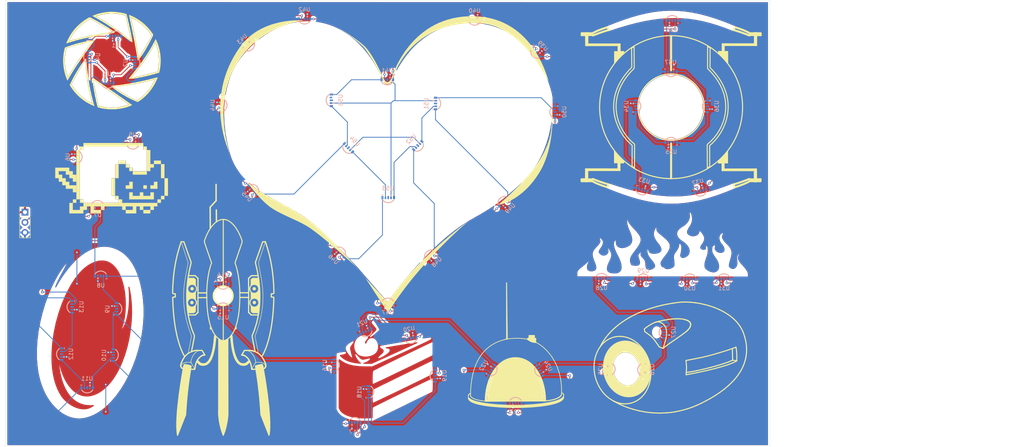
<source format=kicad_pcb>
(kicad_pcb (version 20241229) (generator "pcbnew") (generator_version "9.0")
  (layers (0 "F.Cu" signal) (2 "B.Cu" signal) (13 "F.Paste" user) (15 "B.Paste" user) (5 "F.SilkS" user "F.Silkscreen") (7 "B.SilkS" user "B.Silkscreen") (1 "F.Mask" user) (3 "B.Mask" user) (25 "Edge.Cuts" user))
  (net 0 "")
  (net 1 "GND")
  (net 2 "+3V3")
  (net 3 "Net-(J1-Pin_2)")
  (net 5 "Net-(U1-DO)")
  (net 6 "Net-(U2-DO)")
  (net 8 "Net-(U3-DO)")
  (net 10 "Net-(U4-DO)")
  (net 13 "Net-(U5-DO)")
  (net 14 "Net-(U6-DO)")
  (net 17 "Net-(U7-DO)")
  (net 19 "Net-(U8-DO)")
  (net 21 "Net-(U10-DIN)")
  (net 23 "Net-(U10-DO)")
  (net 24 "Net-(U11-DO)")
  (net 26 "Net-(U12-DO)")
  (net 28 "Net-(U13-DO)")
  (net 31 "Net-(U14-DO)")
  (net 33 "Net-(U15-DO)")
  (net 35 "Net-(U16-DO)")
  (net 37 "Net-(U17-DO)")
  (net 38 "Net-(U18-DO)")
  (net 40 "Net-(U19-DO)")
  (net 43 "Net-(U20-DO)")
  (net 44 "Net-(U21-DO)")
  (net 46 "Net-(U22-DO)")
  (net 49 "Net-(U23-DO)")
  (net 51 "Net-(U24-DO)")
  (net 53 "Net-(U25-DO)")
  (net 55 "Net-(U26-DO)")
  (net 57 "Net-(U27-DO)")
  (net 58 "Net-(U28-DO)")
  (net 60 "Net-(U29-DO)")
  (net 62 "Net-(U30-DO)")
  (net 65 "Net-(U31-DO)")
  (net 66 "Net-(U32-DO)")
  (net 68 "Net-(U33-DO)")
  (net 70 "Net-(U34-DO)")
  (net 72 "Net-(U35-DO)")
  (net 75 "Net-(U36-DO)")
  (net 77 "Net-(U37-DO)")
  (net 79 "Net-(U38-DO)")
  (net 80 "Net-(U39-DO)")
  (net 83 "Net-(U40-DO)")
  (net 84 "Net-(U41-DO)")
  (net 87 "Net-(U42-DO)")
  (net 88 "Net-(U43-DO)")
  (net 91 "Net-(U44-DO)")
  (net 92 "Net-(U45-DO)")
  (net 94 "Net-(U46-DO)")
  (net 96 "Net-(U47-DO)")
  (net 99 "Net-(U48-DO)")
  (net 101 "Net-(U49-DO)")
  (net 102 "Net-(U50-DO)")
  (net 105 "Net-(U51-DO)")
  (net 107 "Net-(U52-DO)")
  (net 108 "Net-(U53-DO)")
  (net 110 "Net-(U54-DO)")
  (footprint "Connector_PinHeader_2.54mm:PinHeader_1x03_P2.54mm_Vertical" (layer "F.Cu") (at 27.469855 91.056947)
    (property "Reference" "J1" (hide yes))
    (property "Value" "Conn_01x03_Pin")
  )
  (footprint "LED_SMD:LED-SMD_5P-L3.2-W1.4_TX1813Y5" (layer "B.Cu") (at 181.881648 85.452477 -15)
    (property "Reference" "U33")
    (property "Value" "~")
  )
  (footprint "LED_SMD:LED-SMD_5P-L3.2-W1.4_TX1813Y5" (layer "B.Cu") (at 128.844855 101.904371 -135)
    (property "Reference" "U48")
    (property "Value" "~")
  )
  (footprint "LED_SMD:LED-SMD_5P-L3.2-W1.4_TX1813Y5" (layer "B.Cu") (at 97.437855 42.714305)
    (property "Reference" "U42")
    (property "Value" "~")
  )
  (footprint "LED_SMD:LED-SMD_5P-L3.2-W1.4_TX1813Y5" (layer "B.Cu") (at 109.994855 143.681947 180)
    (property "Reference" "U17")
    (property "Value" "~")
  )
  (footprint "LED_SMD:LED-SMD_5P-L3.2-W1.4_TX1813Y5" (layer "B.Cu") (at 182.219855 107.756947 180)
    (property "Reference" "U29")
    (property "Value" "~")
  )
  (footprint "LED_SMD:LED-SMD_5P-L3.2-W1.4_TX1813Y5" (layer "B.Cu") (at 196.519855 85.756947 15)
    (property "Reference" "U32")
    (property "Value" "~")
  )
  (footprint "LED_SMD:LED-SMD_5P-L3.2-W1.4_TX1813Y5" (layer "B.Cu") (at 118.387855 87.439305)
    (property "Reference" "U53")
    (property "Value" "~")
  )
  (footprint "LED_SMD:LED-SMD_5P-L3.2-W1.4_TX1813Y5" (layer "B.Cu") (at 83.544855 49.356947 45)
    (property "Reference" "U43")
    (property "Value" "~")
  )
  (footprint "LED_SMD:LED-SMD_5P-L3.2-W1.4_TX1813Y5" (layer "B.Cu") (at 54.469855 74.006947)
    (property "Reference" "U5")
    (property "Value" "~")
  )
  (footprint "LED_SMD:LED-SMD_5P-L3.2-W1.4_TX1813Y5" (layer "B.Cu") (at 124.035722 122.639656 10)
    (property "Reference" "U20")
    (property "Value" "~")
  )
  (footprint "LED_SMD:LED-SMD_5P-L3.2-W1.4_TX1813Y5" (layer "B.Cu") (at 173.919855 130.331947 90)
    (property "Reference" "U25")
    (property "Value" "~")
  )
  (footprint "LED_SMD:LED-SMD_5P-L3.2-W1.4_TX1813Y5" (layer "B.Cu") (at 39.244855 114.756947 -90)
    (property "Reference" "U13")
    (property "Value" "~")
  )
  (footprint "LED_SMD:LED-SMD_5P-L3.2-W1.4_TX1813Y5" (layer "B.Cu") (at 46.419855 107.031947 180)
    (property "Reference" "U8")
    (property "Value" "~")
  )
  (footprint "LED_SMD:LED-SMD_5P-L3.2-W1.4_TX1813Y5" (layer "B.Cu") (at 202.394855 107.731947 180)
    (property "Reference" "U31")
    (property "Value" "~")
  )
  (footprint "LED_SMD:LED-SMD_5P-L3.2-W1.4_TX1813Y5" (layer "B.Cu") (at 160.069855 65.981947 -90)
    (property "Reference" "U50")
    (property "Value" "~")
  )
  (footprint "LED_SMD:LED-SMD_5P-L3.2-W1.4_TX1813Y5" (layer "B.Cu") (at 198.244855 64.581834 -90)
    (property "Reference" "U36")
    (property "Value" "~")
  )
  (footprint "LED_SMD:LED-SMD_5P-L3.2-W1.4_TX1813Y5" (layer "B.Cu") (at 77.044855 109.081947)
    (property "Reference" "U14")
    (property "Value" "~")
  )
  (footprint "LED_SMD:LED-SMD_5P-L3.2-W1.4_TX1813Y5" (layer "B.Cu") (at 36.619855 126.581947 -90)
    (property "Reference" "U12")
    (property "Value" "~")
  )
  (footprint "LED_SMD:LED-SMD_5P-L3.2-W1.4_TX1813Y5" (layer "B.Cu") (at 45.644855 89.381947 180)
    (property "Reference" "U7")
    (property "Value" "~")
  )
  (footprint "LED_SMD:LED-SMD_5P-L3.2-W1.4_TX1813Y5" (layer "B.Cu") (at 104.869855 129.331947 90)
    (property "Reference" "U16")
    (property "Value" "~")
  )
  (footprint "LED_SMD:LED-SMD_5P-L3.2-W1.4_TX1813Y5" (layer "B.Cu") (at 187.419855 121.106947 -90)
    (property "Reference" "U27")
    (property "Value" "~")
  )
  (footprint "LED_SMD:LED-SMD_5P-L3.2-W1.4_TX1813Y5" (layer "B.Cu") (at 54.994855 53.656947 90)
    (property "Reference" "U2")
    (property "Value" "~")
  )
  (footprint "LED_SMD:LED-SMD_5P-L3.2-W1.4_TX1813Y5" (layer "B.Cu") (at 130.269855 63.856947 90)
    (property "Reference" "U51")
    (property "Value" "~")
  )
  (footprint "LED_SMD:LED-SMD_5P-L3.2-W1.4_TX1813Y5" (layer "B.Cu") (at 118.258683 113.812029 180)
    (property "Reference" "U47")
    (property "Value" "~")
  )
  (footprint "LED_SMD:LED-SMD_5P-L3.2-W1.4_TX1813Y5" (layer "B.Cu") (at 50.094855 46.956947 180)
    (property "Reference" "U1")
    (property "Value" "~")
  )
  (footprint "LED_SMD:LED-SMD_5P-L3.2-W1.4_TX1813Y5" (layer "B.Cu") (at 147.219855 88.481947 -135)
    (property "Reference" "U49")
    (property "Value" "~")
  )
  (footprint "LED_SMD:LED-SMD_5P-L3.2-W1.4_TX1813Y5" (layer "B.Cu") (at 108.385236 74.976617 -45)
    (property "Reference" "U54")
    (property "Value" "~")
  )
  (footprint "LED_SMD:LED-SMD_5P-L3.2-W1.4_TX1813Y5" (layer "B.Cu") (at 84.63021 85.471592 135)
    (property "Reference" "U45")
    (property "Value" "~")
  )
  (footprint "LED_SMD:LED-SMD_5P-L3.2-W1.4_TX1813Y5" (layer "B.Cu") (at 189.170555 73.581947 180)
    (property "Reference" "U35")
    (property "Value" "~")
  )
  (footprint "LED_SMD:LED-SMD_5P-L3.2-W1.4_TX1813Y5" (layer "B.Cu") (at 113.519855 136.031947 90)
    (property "Reference" "U18")
    (property "Value" "~")
  )
  (footprint "LED_SMD:LED-SMD_5P-L3.2-W1.4_TX1813Y5" (layer "B.Cu") (at 76.802213 64.263947 90)
    (property "Reference" "U44")
    (property "Value" "~")
  )
  (footprint "LED_SMD:LED-SMD_5P-L3.2-W1.4_TX1813Y5" (layer "B.Cu") (at 144.319855 130.556947 60)
    (property "Reference" "U22")
    (property "Value" "~")
  )
  (footprint "LED_SMD:LED-SMD_5P-L3.2-W1.4_TX1813Y5" (layer "B.Cu") (at 50.469855 115.256947 90)
    (property "Reference" "U9")
    (property "Value" "~")
  )
  (footprint "LED_SMD:LED-SMD_5P-L3.2-W1.4_TX1813Y5" (layer "B.Cu") (at 189.119855 55.906947)
    (property "Reference" "U37")
    (property "Value" "~")
  )
  (footprint "LED_SMD:LED-SMD_5P-L3.2-W1.4_TX1813Y5" (layer "B.Cu") (at 104.094855 63.056947 -90)
    (property "Reference" "U55")
    (property "Value" "~")
  )
  (footprint "LED_SMD:LED-SMD_5P-L3.2-W1.4_TX1813Y5" (layer "B.Cu") (at 171.769855 107.631947 180)
    (property "Reference" "U28")
    (property "Value" "~")
  )
  (footprint "LED_SMD:LED-SMD_5P-L3.2-W1.4_TX1813Y5" (layer "B.Cu") (at 193.819855 107.756947 180)
    (property "Reference" "U30")
    (property "Value" "~")
  )
  (footprint "LED_SMD:LED-SMD_5P-L3.2-W1.4_TX1813Y5" (layer "B.Cu") (at 106.319855 101.156947 135)
    (property "Reference" "U46")
    (property "Value" "~")
  )
  (footprint "LED_SMD:LED-SMD_5P-L3.2-W1.4_TX1813Y5" (layer "B.Cu") (at 48.194855 58.806947)
    (property "Reference" "U3")
    (property "Value" "~")
  )
  (footprint "LED_SMD:LED-SMD_5P-L3.2-W1.4_TX1813Y5" (layer "B.Cu") (at 125.804906 74.417607 45)
    (property "Reference" "U52")
    (property "Value" "~")
  )
  (footprint "LED_SMD:LED-SMD_5P-L3.2-W1.4_TX1813Y5" (layer "B.Cu") (at 43.419855 52.181947 -90)
    (property "Reference" "U4")
    (property "Value" "~")
  )
  (footprint "LED_SMD:LED-SMD_5P-L3.2-W1.4_TX1813Y5" (layer "B.Cu") (at 140.038863 43.006947)
    (property "Reference" "U40")
    (property "Value" "~")
  )
  (footprint "LED_SMD:LED-SMD_5P-L3.2-W1.4_TX1813Y5" (layer "B.Cu") (at 77.044855 115.006947 180)
    (property "Reference" "U15")
    (property "Value" "~")
  )
  (footprint "LED_SMD:LED-SMD_5P-L3.2-W1.4_TX1813Y5" (layer "B.Cu") (at 150.244855 138.656947 180)
    (property "Reference" "U23")
    (property "Value" "~")
  )
  (footprint "LED_SMD:LED-SMD_5P-L3.2-W1.4_TX1813Y5" (layer "B.Cu") (at 156.344855 130.731947 -60)
    (property "Reference" "U24")
    (property "Value" "~")
  )
  (footprint "LED_SMD:LED-SMD_5P-L3.2-W1.4_TX1813Y5" (layer "B.Cu") (at 118.144855 57.956947)
    (property "Reference" "U41")
    (property "Value" "~")
  )
  (footprint "LED_SMD:LED-SMD_5P-L3.2-W1.4_TX1813Y5" (layer "B.Cu") (at 155.433628 51.161107 -45)
    (property "Reference" "U39")
    (property "Value" "~")
  )
  (footprint "LED_SMD:LED-SMD_5P-L3.2-W1.4_TX1813Y5" (layer "B.Cu") (at 49.594855 126.806947 90)
    (property "Reference" "U10")
    (property "Value" "~")
  )
  (footprint "LED_SMD:LED-SMD_5P-L3.2-W1.4_TX1813Y5" (layer "B.Cu") (at 40.527213 77.213947 90)
    (property "Reference" "U6")
    (property "Value" "~")
  )
  (footprint "LED_SMD:LED-SMD_5P-L3.2-W1.4_TX1813Y5" (layer "B.Cu") (at 130.094855 132.006947 -90)
    (property "Reference" "U19")
    (property "Value" "~")
  )
  (footprint "LED_SMD:LED-SMD_5P-L3.2-W1.4_TX1813Y5" (layer "B.Cu") (at 43.044855 135.031947)
    (property "Reference" "U11")
    (property "Value" "~")
  )
  (footprint "LED_SMD:LED-SMD_5P-L3.2-W1.4_TX1813Y5" (layer "B.Cu") (at 189.444855 43.081947 180)
    (property "Reference" "U38")
    (property "Value" "~")
  )
  (footprint "LED_SMD:LED-SMD_5P-L3.2-W1.4_TX1813Y5" (layer "B.Cu") (at 112.819855 120.931947 25)
    (property "Reference" "U21")
    (property "Value" "~")
  )
  (footprint "LED_SMD:LED-SMD_5P-L3.2-W1.4_TX1813Y5" (layer "B.Cu") (at 180.344855 64.531947 90)
    (property "Reference" "U34")
    (property "Value" "~")
  )
  (footprint "LED_SMD:LED-SMD_5P-L3.2-W1.4_TX1813Y5" (layer "B.Cu") (at 182.069855 130.481947 -90)
    (property "Reference" "U26")
    (property "Value" "~")
  )
  (gr_line (start 87.541819 129.216923) (end 87.615661 129.307023) (stroke (width 0.119062)) (layer "F.SilkS"))
  (gr_line (start 66.494303 129.660732) (end 66.484952 129.6346) (stroke (width 0.297656)) (layer "F.SilkS"))
  (gr_line (start 83.763493 116.448627) (end 84.093258 116.775969) (stroke (width 0.297656)) (layer "F.SilkS"))
  (gr_line (start 82.918799 128.987479) (end 82.965338 128.954814) (stroke (width 0.595312)) (layer "F.SilkS"))
  (gr_line (start 87.737634 129.34758) (end 87.710035 129.171097) (stroke (width 0.297656)) (layer "F.SilkS"))
  (gr_line (start 85.960488 116.277317) (end 84.457373 116.271624) (stroke (width 0.119062)) (layer "F.SilkS"))
  (gr_line (start 66.519985 129.405343) (end 66.459656 129.51222) (stroke (width 0.119062)) (layer "F.SilkS"))
  (gr_line (start 71.981094 126.872753) (end 71.926579 126.887923) (stroke (width 0.297656)) (layer "F.SilkS"))
  (gr_line (start 70.223684 114.372483) (end 70.17449 114.433677) (stroke (width 0.1)) (layer "F.SilkS"))
  (gr_line (start 139.321756 132.698898) (end 139.58103 131.452943) (stroke (width 0.165364)) (layer "F.SilkS"))
  (gr_line (start 83.013012 128.918648) (end 83.061997 128.878801) (stroke (width 0.595312)) (layer "F.SilkS"))
  (gr_line (start 175.029643 138.472118) (end 174.575482 138.200789) (stroke (width 0.264583)) (layer "F.SilkS"))
  (gr_line (start 80.281387 127.76988) (end 80.424895 128.037229) (stroke (width 0.595312)) (layer "F.SilkS"))
  (gr_line (start 160.757575 137.670497) (end 160.61025 137.735712) (stroke (width 0.1)) (layer "F.SilkS"))
  (gr_line (start 78.22125 141.878943) (end 78.236736 141.590755) (stroke (width 0.297656)) (layer "F.SilkS"))
  (gr_line (start 87.683041 129.405343) (end 87.74337 129.51222) (stroke (width 0.119062)) (layer "F.SilkS"))
  (gr_line (start 69.155495 122.040895) (end 68.349852 126.273671) (stroke (width 0.119062)) (layer "F.SilkS"))
  (gr_line (start 85.618227 120.464988) (end 85.347151 121.242693) (stroke (width 0.119062)) (layer "F.SilkS"))
  (gr_line (start 193.815778 118.532019) (end 193.771803 118.486651) (stroke (width 0.264583)) (layer "F.SilkS"))
  (gr_line (start 88.547789 146.853026) (end 86.536865 141.755679) (stroke (width 0.297656)) (layer "F.SilkS"))
  (gr_line (start 69.359965 127.302247) (end 69.422419 127.176115) (stroke (width 0.119062)) (layer "F.SilkS"))
  (gr_line (start 162.319686 136.804779) (end 162.312551 136.781885) (stroke (width 0.165364)) (layer "F.SilkS"))
  (gr_line (start 70.16873 107.966372) (end 70.165397 107.961313) (stroke (width 0.119062)) (layer "F.SilkS"))
  (gr_line (start 87.698217 129.687179) (end 87.708723 129.660732) (stroke (width 0.297656)) (layer "F.SilkS"))
  (gr_line (start 67.13275 127.704844) (end 67.296579 127.436833) (stroke (width 0.297656)) (layer "F.SilkS"))
  (gr_line (start 65.481912 144.844068) (end 65.536185 145.924419) (stroke (width 0.297656)) (layer "F.SilkS"))
  (gr_line (start 187.135568 125.138158) (end 187.838806 124.588287) (stroke (width 0.264583)) (layer "F.SilkS"))
  (gr_line (start 188.550919 124.064624) (end 189.270487 123.557696) (stroke (width 0.264583)) (layer "F.SilkS"))
  (gr_line (start 161.12374 137.474707) (end 161.013728 137.539602) (stroke (width 0.1)) (layer "F.SilkS"))
  (gr_line (start 86.232842 129.298236) (end 86.414075 129.274494) (stroke (width 0.297656)) (layer "F.SilkS"))
  (gr_line (start 160.973883 137.442261) (end 160.852025 137.507655) (stroke (width 0.165364)) (layer "F.SilkS"))
  (gr_line (start 207.498749 128.825296) (end 207.253663 129.462436) (stroke (width 0.264583)) (layer "F.SilkS"))
  (gr_line (start 188.150897 114.084066) (end 189.545998 113.839063) (stroke (width 0.264583)) (layer "F.SilkS"))
  (gr_line (start 203.044677 128.71323) (end 202.359843 128.944578) (stroke (width 0.264583)) (layer "F.SilkS"))
  (gr_line (start 72.949183 111.255409) (end 70.767075 111.257273) (stroke (width 0.297656)) (layer "F.SilkS"))
  (gr_line (start 83.442075 111.232273) (end 81.239326 111.21676) (stroke (width 0.297656)) (layer "F.SilkS"))
  (gr_line (start 75.071629 122.107273) (end 75.00139 123.009813) (stroke (width 0.595312)) (layer "F.SilkS"))
  (gr_line (start 87.768609 134.243056) (end 88.127543 136.810818) (stroke (width 0.297656)) (layer "F.SilkS"))
  (gr_line (start 188.127036 141.270423) (end 186.19768 141.342971) (stroke (width 0.264583)) (layer "F.SilkS"))
  (gr_line (start 84.037631 107.961313) (end 84.050279 107.945396) (stroke (width 0.119062)) (layer "F.SilkS"))
  (gr_line (start 69.785236 125.754627) (end 69.88573 125.727939) (stroke (width 0.297656)) (layer "F.SilkS"))
  (gr_line (start 70.411209 113.422125) (end 70.423737 113.476329) (stroke (width 0.1)) (layer "F.SilkS"))
  (gr_line (start 84.26648 130.289187) (end 84.272948 130.297951) (stroke (width 0.297656)) (layer "F.SilkS"))
  (gr_line (start 83.806938 110.552174) (end 83.824575 110.604239) (stroke (width 0.1)) (layer "F.SilkS"))
  (gr_line (start 76.059349 142.717906) (end 76.002728 142.163134) (stroke (width 0.297656)) (layer "F.SilkS"))
  (gr_line (start 69.303423 127.426962) (end 69.359965 127.302247) (stroke (width 0.119062)) (layer "F.SilkS"))
  (gr_line (start 84.342258 130.35592) (end 84.356295 130.3637) (stroke (width 0.297656)) (layer "F.SilkS"))
  (gr_line (start 83.674721 128.262331) (end 83.78714 128.496698) (stroke (width 0.297656)) (layer "F.SilkS"))
  (gr_line (start 70.284125 114.28305) (end 70.254952 114.328531) (stroke (width 0.1)) (layer "F.SilkS"))
  (gr_line (start 69.860766 130.35592) (end 69.846729 130.3637) (stroke (width 0.297656)) (layer "F.SilkS"))
  (gr_line (start 66.662767 129.969658) (end 66.631815 129.922508) (stroke (width 0.297656)) (layer "F.SilkS"))
  (gr_line (start 162.183926 136.541288) (end 162.165094 136.518317) (stroke (width 0.165364)) (layer "F.SilkS"))
  (gr_line (start 83.76229 113.587556) (end 83.757957 113.644437) (stroke (width 0.1)) (layer "F.SilkS"))
  (gr_line (start 87.257088 128.037074) (end 87.070271 127.704844) (stroke (width 0.297656)) (layer "F.SilkS"))
  (gr_line (start 68.980708 128.661904) (end 68.971014 128.656793) (stroke (width 0.119062)) (layer "F.SilkS"))
  (gr_line (start 84.213327 130.123643) (end 84.21869 130.144621) (stroke (width 0.297656)) (layer "F.SilkS"))
  (gr_line (start 66.570522 129.820556) (end 66.542073 129.767384) (stroke (width 0.297656)) (layer "F.SilkS"))
  (gr_line (start 66.470187 129.583685) (end 66.465009 129.559107) (stroke (width 0.297656)) (layer "F.SilkS"))
  (gr_line (start 86.438915 117.547133) (end 86.07911 118.968669) (stroke (width 0.119062)) (layer "F.SilkS"))
  (gr_poly (pts (xy 176.555558 52.165458) (xy 177.177045 51.572899) (xy 177.451915 51.328126) (xy 177.443126 50.73957) (xy 176.533794 50.73957) (xy 176.533794 48.823563) (xy 168.466747 48.823563) (xy 168.466747 46.01637) (xy 167.648034 46.01215) (xy 167.666707 49.505766) (xy 175.782775 49.487882) (xy 175.782775 50.760005) (xy 174.91917 50.765113) (xy 174.910891 54.039719) (xy 175.400483 53.436218) (xy 175.962999 52.786945) (xy 176.555562 52.165462)) (fill yes) (layer "F.SilkS"))
  (gr_line (start 67.970183 129.298236) (end 67.78895 129.274494) (stroke (width 0.297656)) (layer "F.SilkS"))
  (gr_line (start 190.873224 117.723014) (end 190.343873 117.734509) (stroke (width 0.264583)) (layer "F.SilkS"))
  (gr_line (start 70.312109 125.655569) (end 70.352658 125.654663) (stroke (width 0.297656)) (layer "F.SilkS"))
  (gr_line (start 83.186236 127.567042) (end 83.28543 127.680007) (stroke (width 0.297656)) (layer "F.SilkS"))
  (gr_line (start 69.975471 130.185442) (end 69.971032 130.20526) (stroke (width 0.297656)) (layer "F.SilkS"))
  (gr_line (start 190.151334 141.017235) (end 189.128046 141.168153) (stroke (width 0.264583)) (layer "F.SilkS"))
  (gr_line (start 66.740926 129.134703) (end 66.661208 129.216923) (stroke (width 0.119062)) (layer "F.SilkS"))
  (gr_line (start 66.760671 128.408726) (end 66.851574 128.219522) (stroke (width 0.297656)) (layer "F.SilkS"))
  (gr_line (start 69.831483 130.371351) (end 69.814969 130.37887) (stroke (width 0.297656)) (layer "F.SilkS"))
  (gr_line (start 138.766373 136.52183) (end 138.736073 136.540673) (stroke (width 0.165364)) (layer "F.SilkS"))
  (gr_line (start 69.989702 130.123643) (end 69.984338 130.144621) (stroke (width 0.297656)) (layer "F.SilkS"))
  (gr_line (start 84.612397 125.81263) (end 84.51672 125.783166) (stroke (width 0.297656)) (layer "F.SilkS"))
  (gr_line (start 68.123916 118.968669) (end 68.341177 119.70718) (stroke (width 0.119062)) (layer "F.SilkS"))
  (gr_line (start 161.476989 137.074115) (end 161.417325 137.130627) (stroke (width 0.165364)) (layer "F.SilkS"))
  (gr_line (start 70.396091 114.035183) (end 70.378454 114.087249) (stroke (width 0.1)) (layer "F.SilkS"))
  (gr_line (start 69.846729 130.3637) (end 69.831483 130.371351) (stroke (width 0.297656)) (layer "F.SilkS"))
  (gr_line (start 162.144803 136.495625) (end 162.123006 136.473367) (stroke (width 0.165364)) (layer "F.SilkS"))
  (gr_line (start 162.258486 137.588717) (end 162.319686 136.804779) (stroke (width 0.165364)) (layer "F.SilkS"))
  (gr_line (start 69.885446 130.339976) (end 69.873652 130.348011) (stroke (width 0.297656)) (layer "F.SilkS"))
  (gr_line (start 83.979345 110.889474) (end 84.03026 110.952167) (stroke (width 0.1)) (layer "F.SilkS"))
  (gr_line (start 69.000704 128.441723) (end 69.02986 128.289423) (stroke (width 0.119062)) (layer "F.SilkS"))
  (gr_line (start 156.026136 124.01717) (end 156.454875 124.305337) (stroke (width 0.165364)) (layer "F.SilkS"))
  (gr_line (start 68.994857 128.675883) (end 68.980708 128.661904) (stroke (width 0.119062)) (layer "F.SilkS"))
  (gr_line (start 87.193576 128.931936) (end 87.287392 128.992548) (stroke (width 0.119062)) (layer "F.SilkS"))
  (gr_line (start 161.013728 137.539602) (end 160.89187 137.604996) (stroke (width 0.1)) (layer "F.SilkS"))
  (gr_line (start 161.572025 136.970048) (end 161.528358 137.020458) (stroke (width 0.165364)) (layer "F.SilkS"))
  (gr_line (start 138.628322 136.62706) (end 138.604677 136.650593) (stroke (width 0.165364)) (layer "F.SilkS"))
  (gr_line (start 68.374356 116.775969) (end 68.242541 116.277317) (stroke (width 0.297656)) (layer "F.SilkS"))
  (gr_line (start 85.828666 106.930509) (end 84.132054 106.94121) (stroke (width 0.297656)) (layer "F.SilkS"))
  (gr_line (start 146.739259 123.159659) (end 147.399152 122.974836) (stroke (width 0.165364)) (layer "F.SilkS"))
  (gr_line (start 87.540258 129.969658) (end 87.57121 129.922508) (stroke (width 0.297656)) (layer "F.SilkS"))
  (gr_line (start 206.166166 119.246872) (end 206.511581 119.755782) (stroke (width 0.264583)) (layer "F.SilkS"))
  (gr_line (start 71.801037 125.654663) (end 72.148764 126.226063) (stroke (width 0.297656)) (layer "F.SilkS"))
  (gr_line (start 67.207062 128.82995) (end 67.106789 128.87785) (stroke (width 0.119062)) (layer "F.SilkS"))
  (gr_line (start 84.306818 130.331815) (end 84.317578 130.339976) (stroke (width 0.297656)) (layer "F.SilkS"))
  (gr_line (start 73.778129 128.037229) (end 73.623241 128.283154) (stroke (width 0.595312)) (layer "F.SilkS"))
  (gr_line (start 84.265783 126.428884) (end 84.153977 126.312492) (stroke (width 0.119062)) (layer "F.SilkS"))
  (gr_line (start 67.78895 129.274494) (end 67.702053 129.266053) (stroke (width 0.297656)) (layer "F.SilkS"))
  (gr_line (start 71.418768 129.066242) (end 71.374592 129.043014) (stroke (width 0.595312)) (layer "F.SilkS"))
  (gr_line (start 82.784255 129.066242) (end 82.828432 129.043014) (stroke (width 0.595312)) (layer "F.SilkS"))
  (gr_line (start 70.254952 114.328531) (end 70.223684 114.372483) (stroke (width 0.1)) (layer "F.SilkS"))
  (gr_line (start 83.28543 127.680007) (end 83.377049 127.794619) (stroke (width 0.297656)) (layer "F.SilkS"))
  (gr_line (start 77.101511 146.853026) (end 77.280905 146.383755) (stroke (width 0.297656)) (layer "F.SilkS"))
  (gr_line (start 67.547885 129.259529) (end 67.485488 129.262848) (stroke (width 0.297656)) (layer "F.SilkS"))
  (gr_line (start 85.828666 116.775969) (end 85.960488 116.277317) (stroke (width 0.297656)) (layer "F.SilkS"))
  (gr_line (start 189.996086 123.058027) (end 190.726296 122.556142) (stroke (width 0.264583)) (layer "F.SilkS"))
  (gr_line (start 73.814683 89.800673) (end 74.55827 88.997274) (stroke (width 0.357187)) (layer "F.SilkS"))
  (gr_line (start 161.321932 131.868618) (end 161.47592 132.598728) (stroke (width 0.165364)) (layer "F.SilkS"))
  (gr_line (start 76.922118 146.383755) (end 76.73824 145.836055) (stroke (width 0.297656)) (layer "F.SilkS"))
  (gr_line (start 78.236736 141.590755) (end 78.246337 141.298975) (stroke (width 0.297656)) (layer "F.SilkS"))
  (gr_line (start 70.311133 114.23611) (end 70.284125 114.28305) (stroke (width 0.1)) (layer "F.SilkS"))
  (gr_line (start 86.800777 129.286149) (end 86.817206 129.299627) (stroke (width 0.297656)) (layer "F.SilkS"))
  (gr_line (start 70.741585 127.910518) (end 70.664074 128.027343) (stroke (width 0.297656)) (layer "F.SilkS"))
  (gr_line (start 79.142075 122.107273) (end 79.201633 123.009813) (stroke (width 0.595312)) (layer "F.SilkS"))
  (gr_line (start 86.193347 137.254483) (end 85.986153 135.321184) (stroke (width 0.297656)) (layer "F.SilkS"))
  (gr_line (start 70.023647 130.003278) (end 69.996309 130.102302) (stroke (width 0.297656)) (layer "F.SilkS"))
  (gr_line (start 83.78714 128.496698) (end 83.878985 128.727561) (stroke (width 0.297656)) (layer "F.SilkS"))
  (gr_line (start 161.958085 136.357671) (end 161.924486 136.342818) (stroke (width 0.165364)) (layer "F.SilkS"))
  (gr_line (start 85.281505 130.332205) (end 85.179964 129.562033) (stroke (width 0.297656)) (layer "F.SilkS"))
  (gr_line (start 155.404938 123.666317) (end 155.69463 123.818431) (stroke (width 0.165364)) (layer "F.SilkS"))
  (gr_line (start 66.796843 130.152112) (end 66.745495 130.086007) (stroke (width 0.297656)) (layer "F.SilkS"))
  (gr_line (start 83.061997 128.878801) (end 83.112465 128.835095) (stroke (width 0.595312)) (layer "F.SilkS"))
  (gr_line (start 67.476357 108.29044) (end 67.341976 109.286692) (stroke (width 0.119062)) (layer "F.SilkS"))
  (gr_line (start 70.440739 110.104545) (end 70.445072 110.161426) (stroke (width 0.1)) (layer "F.SilkS"))
  (gr_line (start 82.401989 125.654663) (end 82.054261 126.226063) (stroke (width 0.297656)) (layer "F.SilkS"))
  (gr_line (start 160.044332 137.828373) (end 159.838969 137.888518) (stroke (width 0.165364)) (layer "F.SilkS"))
  (gr_line (start 208.047556 126.093522) (end 207.979619 126.804232) (stroke (width 0.264583)) (layer "F.SilkS"))
  (gr_line (start 172.297967 123.182197) (end 172.799372 122.471909) (stroke (width 0.264583)) (layer "F.SilkS"))
  (gr_line (start 68.145084 129.326454) (end 67.970183 129.298236) (stroke (width 0.297656)) (layer "F.SilkS"))
  (gr_line (start 83.79182 113.982013) (end 83.806938 114.035183) (stroke (width 0.1)) (layer "F.SilkS"))
  (gr_line (start 189.170555 47.015103) (end 189.170555 55.528381) (stroke (width 0.508)) (layer "F.SilkS"))
  (gr_line (start 81.321748 128.99906) (end 81.539996 129.097698) (stroke (width 0.595312)) (layer "F.SilkS"))
  (gr_line (start 66.516352 129.713838) (end 66.504809 129.687179) (stroke (width 0.297656)) (layer "F.SilkS"))
  (gr_line (start 72.430815 129.158845) (end 72.184209 129.179822) (stroke (width 0.595312)) (layer "F.SilkS"))
  (gr_line (start 85.222317 128.661904) (end 85.232012 128.656793) (stroke (width 0.119062)) (layer "F.SilkS"))
  (gr_line (start 87.708723 129.660732) (end 87.718074 129.6346) (stroke (width 0.297656)) (layer "F.SilkS"))
  (gr_line (start 66.825931 129.060024) (end 66.740926 129.134703) (stroke (width 0.119062)) (layer "F.SilkS"))
  (gr_line (start 160.570405 137.638371) (end 160.409459 137.702907) (stroke (width 0.165364)) (layer "F.SilkS"))
  (gr_line (start 159.926426 128.233232) (end 160.202397 128.753988) (stroke (width 0.165364)) (layer "F.SilkS"))
  (gr_line (start 204.511493 125.184146) (end 204.565784 128.087926) (stroke (width 0.264583)) (layer "F.SilkS"))
  (gr_line (start 153.556982 123.129939) (end 153.684936 123.209212) (stroke (width 0.165364)) (layer "F.SilkS"))
  (gr_line (start 67.112003 130.140617) (end 66.796843 130.152112) (stroke (width 0.297656)) (layer "F.SilkS"))
  (gr_line (start 86.995965 128.82995) (end 87.096238 128.87785) (stroke (width 0.119062)) (layer "F.SilkS"))
  (gr_line (start 71.680691 129.153281) (end 71.63654 129.144113) (stroke (width 0.595312)) (layer "F.SilkS"))
  (gr_line (start 161.608583 136.923278) (end 161.572025 136.970048) (stroke (width 0.165364)) (layer "F.SilkS"))
  (gr_line (start 80.925421 128.700022) (end 81.117033 128.865609) (stroke (width 0.595312)) (layer "F.SilkS"))
  (gr_line (start 138.522847 136.747557) (end 138.489388 136.795449) (stroke (width 0.165364)) (layer "F.SilkS"))
  (gr_line (start 87.643085 98.444908) (end 85.892421 103.686128) (stroke (width 0.119062)) (layer "F.SilkS"))
  (gr_line (start 194.056568 119.049126) (end 194.045226 118.97895) (stroke (width 0.264583)) (layer "F.SilkS"))
  (gr_line (start 66.542073 129.767384) (end 66.516352 129.713838) (stroke (width 0.297656)) (layer "F.SilkS"))
  (gr_line (start 87.070593 130.024731) (end 87.091015 130.140617) (stroke (width 0.297656)) (layer "F.SilkS"))
  (gr_line (start 86.833249 129.316399) (end 86.848897 129.33622) (stroke (width 0.297656)) (layer "F.SilkS"))
  (gr_line (start 83.806938 113.368955) (end 83.79182 113.422125) (stroke (width 0.1)) (layer "F.SilkS"))
  (gr_line (start 83.769425 110.048486) (end 83.76229 110.104545) (stroke (width 0.1)) (layer "F.SilkS"))
  (gr_line (start 67.282118 129.472533) (end 67.256386 129.539864) (stroke (width 0.297656)) (layer "F.SilkS"))
  (gr_line (start 159.379682 138.001668) (end 159.124574 138.053888) (stroke (width 0.165364)) (layer "F.SilkS"))
  (gr_line (start 67.232517 129.611585) (end 67.210582 129.685741) (stroke (width 0.297656)) (layer "F.SilkS"))
  (gr_line (start 84.231993 130.20526) (end 84.237059 130.224668) (stroke (width 0.297656)) (layer "F.SilkS"))
  (gr_line (start 156.960438 124.688663) (end 157.522422 125.172878) (stroke (width 0.165364)) (layer "F.SilkS"))
  (gr_line (start 193.894459 118.628844) (end 193.856722 118.579398) (stroke (width 0.264583)) (layer "F.SilkS"))
  (gr_line (start 153.222834 122.88614) (end 153.277521 122.930514) (stroke (width 0.165364)) (layer "F.SilkS"))
  (gr_line (start 82.564472 127.039541) (end 82.706755 127.138863) (stroke (width 0.297656)) (layer "F.SilkS"))
  (gr_line (start 193.929615 119.752689) (end 193.959239 119.683284) (stroke (width 0.264583)) (layer "F.SilkS"))
  (gr_line (start 83.756497 113.70207) (end 83.757957 113.759702) (stroke (width 0.1)) (layer "F.SilkS"))
  (gr_line (start 72.386211 126.618901) (end 72.490745 126.797464) (stroke (width 0.297656)) (layer "F.SilkS"))
  (gr_line (start 85.315156 128.64487) (end 85.539501 128.623551) (stroke (width 0.119062)) (layer "F.SilkS"))
  (gr_line (start 161.310595 137.347984) (end 161.222498 137.410703) (stroke (width 0.1)) (layer "F.SilkS"))
  (gr_line (start 69.206944 127.669334) (end 69.303423 127.426962) (stroke (width 0.119062)) (layer "F.SilkS"))
  (gr_line (start 75.981776 141.878943) (end 75.966289 141.590755) (stroke (width 0.297656)) (layer "F.SilkS"))
  (gr_line (start 85.90887 129.353546) (end 86.057941 129.326454) (stroke (width 0.297656)) (layer "F.SilkS"))
  (gr_line (start 87.406179 130.152112) (end 87.457528 130.086007) (stroke (width 0.297656)) (layer "F.SilkS"))
  (gr_line (start 85.220332 128.557462) (end 85.202322 128.441723) (stroke (width 0.119062)) (layer "F.SilkS"))
  (gr_line (start 70.358368 110.65513) (end 70.335904 110.704774) (stroke (width 0.1)) (layer "F.SilkS"))
  (gr_line (start 83.844661 114.138139) (end 83.867125 114.187783) (stroke (width 0.1)) (layer "F.SilkS"))
  (gr_line (start 139.354654 137.46681) (end 139.226717 137.365045) (stroke (width 0.165364)) (layer "F.SilkS"))
  (gr_line (start 160.234298 137.766372) (end 160.044332 137.828373) (stroke (width 0.165364)) (layer "F.SilkS"))
  (gr_line (start 185.539278 118.517465) (end 185.137979 118.652378) (stroke (width 0.264583)) (layer "F.SilkS"))
  (gr_line (start 86.706376 116.195577) (end 86.438915 117.547133) (stroke (width 0.119062)) (layer "F.SilkS"))
  (gr_line (start 66.459656 129.51222) (end 66.459598 129.431574) (stroke (width 0.297656)) (layer "F.SilkS"))
  (gr_line (start 87.718074 129.6346) (end 87.726153 129.608884) (stroke (width 0.297656)) (layer "F.SilkS"))
  (gr_line (start 72.038179 126.859225) (end 71.981094 126.872753) (stroke (width 0.297656)) (layer "F.SilkS"))
  (gr_line (start 67.620886 129.260831) (end 67.547885 129.259529) (stroke (width 0.297656)) (layer "F.SilkS"))
  (gr_line (start 84.780606 127.176115) (end 84.711954 127.049268) (stroke (width 0.119062)) (layer "F.SilkS"))
  (gr_line (start 178.559336 117.519621) (end 179.381564 117.06365) (stroke (width 0.264583)) (layer "F.SilkS"))
  (gr_line (start 87.01237 129.760382) (end 87.045922 129.903304) (stroke (width 0.297656)) (layer "F.SilkS"))
  (gr_line (start 84.012079 129.167242) (end 84.058887 129.370293) (stroke (width 0.297656)) (layer "F.SilkS"))
  (gr_line (start 71.964399 129.178427) (end 71.865088 129.174545) (stroke (width 0.595312)) (layer "F.SilkS"))
  (gr_line (start 197.843971 138.303113) (end 196.677289 138.894736) (stroke (width 0.264583)) (layer "F.SilkS"))
  (gr_line (start 70.358368 109.782989) (end 70.378454 109.833879) (stroke (width 0.1)) (layer "F.SilkS"))
  (gr_line (start 83.76229 113.816583) (end 83.769425 113.872642) (stroke (width 0.1)) (layer "F.SilkS"))
  (gr_line (start 83.891896 109.685018) (end 83.867125 109.733345) (stroke (width 0.1)) (layer "F.SilkS"))
  (gr_line (start 83.824575 114.087249) (end 83.844661 114.138139) (stroke (width 0.1)) (layer "F.SilkS"))
  (gr_line (start 82.054261 126.226063) (end 81.816815 126.618901) (stroke (width 0.297656)) (layer "F.SilkS"))
  (gr_line (start 70.593096 128.144734) (end 70.528304 128.262331) (stroke (width 0.297656)) (layer "F.SilkS"))
  (gr_line (start 84.554921 126.796238) (end 84.465971 126.671459) (stroke (width 0.119062)) (layer "F.SilkS"))
  (gr_line (start 81.883104 126.813603) (end 81.990242 126.827746) (stroke (width 0.297656)) (layer "F.SilkS"))
  (gr_line (start 71.865088 129.174545) (end 71.770983 129.166639) (stroke (width 0.595312)) (layer "F.SilkS"))
  (gr_poly (pts (xy 96.691633 43.047416) (xy 97.150853 43.089206) (xy 95.85599 43.32548) (xy 94.406797 43.671202) (xy 93.531164 43.923762) (xy 92.573661 44.23814) (xy 91.548404 44.620852) (xy 90.469507 45.078412) (xy 89.351087 45.617336) (xy 88.207259 46.244138) (xy 87.052138 46.965334) (xy 85.899839 47.787438) (xy 84.764479 48.716964) (xy 84.207562 49.224047) (xy 83.660173 49.760429) (xy 82.693109 50.806159) (xy 81.82016 51.875146) (xy 81.037166 52.963686) (xy 80.339969 54.068079) (xy 79.724411 55.184621) (xy 79.186333 56.30961) (xy 78.721575 57.439345) (xy 78.325981 58.570123) (xy 77.995389 59.698242) (xy 77.725644 60.819999) (xy 77.512584 61.931692) (xy 77.352053 63.02962) (xy 77.23989 64.110079) (xy 77.171939 65.169368) (xy 77.144039 66.203784) (xy 77.152032 67.209625) (xy 77.259064 69.120775) (xy 77.459765 70.873197) (xy 77.720866 72.437276) (xy 78.009098 73.783392) (xy 78.291192 74.881929) (xy 78.533877 75.703267) (xy 78.767949 76.39588) (xy 78.489055 75.792721) (xy 77.834245 74.089649) (xy 77.451122 72.875522) (xy 77.076322 71.44627) (xy 76.743945 69.821843) (xy 76.488092 68.022191) (xy 76.342863 66.067267) (xy 76.342358 63.97702) (xy 76.52068 61.771402) (xy 76.911927 59.470363) (xy 77.198054 58.290296) (xy 77.550201 57.093854) (xy 77.972629 55.883533) (xy 78.469602 54.661827) (xy 79.045382 53.431228) (xy 79.704231 52.194231) (xy 80.450412 50.95333) (xy 81.288188 49.711018) (xy 81.810716 49.022325) (xy 82.359821 48.381997) (xy 82.932673 47.788304) (xy 83.526442 47.239518) (xy 84.138295 46.733911) (xy 84.765403 46.269756) (xy 85.404934 45.845323) (xy 86.054059 45.458884) (xy 86.709945 45.108711) (xy 87.369763 44.793076) (xy 88.030681 44.510251) (xy 88.689869 44.258507) (xy 89.344496 44.036117) (xy 89.991731 43.841351) (xy 91.252702 43.52778) (xy 92.450136 43.30397) (xy 93.561387 43.156095) (xy 94.563809 43.070328) (xy 95.434755 43.032843) (xy 96.151578 43.029814)) (fill yes) (layer "F.SilkS"))
  (gr_line (start 141.587228 138.202764) (end 141.09083 138.113153) (stroke (width 0.165364)) (layer "F.SilkS"))
  (gr_line (start 183.25701 115.386331) (end 184.380837 115.018283) (stroke (width 0.264583)) (layer "F.SilkS"))
  (gr_line (start 204.583683 133.42534) (end 203.582083 134.402088) (stroke (width 0.264583)) (layer "F.SilkS"))
  (gr_line (start 84.034299 107.966372) (end 84.037631 107.961313) (stroke (width 0.119062)) (layer "F.SilkS"))
  (gr_line (start 70.08467 125.683819) (end 70.179742 125.668238) (stroke (width 0.297656)) (layer "F.SilkS"))
  (gr_line (start 84.246856 130.252983) (end 84.250942 130.262203) (stroke (width 0.297656)) (layer "F.SilkS"))
  (gr_line (start 83.377049 127.794619) (end 83.46144 127.910518) (stroke (width 0.297656)) (layer "F.SilkS"))
  (gr_line (start 86.414075 129.274494) (end 86.500973 129.266053) (stroke (width 0.297656)) (layer "F.SilkS"))
  (gr_line (start 161.27075 137.250643) (end 161.182653 137.313362) (stroke (width 0.165364)) (layer "F.SilkS"))
  (gr_line (start 193.86127 119.889984) (end 193.896897 119.821613) (stroke (width 0.264583)) (layer "F.SilkS"))
  (gr_line (start 71.284226 128.987479) (end 71.237687 128.954814) (stroke (width 0.595312)) (layer "F.SilkS"))
  (gr_line (start 67.132427 130.024731) (end 67.112003 130.140617) (stroke (width 0.297656)) (layer "F.SilkS"))
  (gr_line (start 84.054463 115.922458) (end 84.028528 114.433677) (stroke (width 0.119062)) (layer "F.SilkS"))
  (gr_line (start 161.716125 136.727249) (end 161.695554 136.780444) (stroke (width 0.165364)) (layer "F.SilkS"))
  (gr_line (start 86.97051 129.611585) (end 86.992443 129.685741) (stroke (width 0.297656)) (layer "F.SilkS"))
  (gr_line (start 154.954834 123.656716) (end 155.064755 123.666661) (stroke (width 0.165364)) (layer "F.SilkS"))
  (gr_line (start 84.023282 125.668238) (end 83.93339 125.658211) (stroke (width 0.297656)) (layer "F.SilkS"))
  (gr_poly (pts (xy 84.916591 109.1283) (xy 84.973473 109.132633) (xy 85.029533 109.139768) (xy 85.084701 109.149635) (xy 85.138905 109.162163) (xy 85.192075 109.177281) (xy 85.244141 109.194918) (xy 85.295031 109.215004) (xy 85.344676 109.237468) (xy 85.393003 109.262239) (xy 85.439943 109.289247) (xy 85.485424 109.31842) (xy 85.529376 109.349688) (xy 85.571729 109.38298) (xy 85.61241 109.418226) (xy 85.651351 109.455354) (xy 85.68848 109.494295) (xy 85.723725 109.534977) (xy 85.757018 109.577329) (xy 85.788286 109.621281) (xy 85.817459 109.666762) (xy 85.844467 109.713702) (xy 85.869238 109.762029) (xy 85.891701 109.811673) (xy 85.911787 109.862563) (xy 85.929425 109.914629) (xy 85.944543 109.967799) (xy 85.957071 110.022003) (xy 85.966938 110.07717) (xy 85.974073 110.13323) (xy 85.978406 110.190111) (xy 85.979866 110.247744) (xy 85.978406 110.305376) (xy 85.974073 110.362257) (xy 85.966938 110.418316) (xy 85.957071 110.473484) (xy 85.944543 110.527687) (xy 85.929425 110.580857) (xy 85.911787 110.632923) (xy 85.891701 110.683813) (xy 85.869238 110.733457) (xy 85.844467 110.781784) (xy 85.817459 110.828724) (xy 85.788286 110.874205) (xy 85.757018 110.918157) (xy 85.723725 110.960509) (xy 85.68848 111.001191) (xy 85.651351 111.040132) (xy 85.61241 111.07726) (xy 85.571729 111.112506) (xy 85.529376 111.145799) (xy 85.485424 111.177067) (xy 85.439943 111.20624) (xy 85.393003 111.233248) (xy 85.344676 111.258019) (xy 85.295031 111.280483) (xy 85.244141 111.300569) (xy 85.192075 111.318206) (xy 85.138905 111.333324) (xy 85.084701 111.345852) (xy 85.029533 111.355719) (xy 84.973473 111.362855) (xy 84.916591 111.367188) (xy 84.858959 111.368648) (xy 84.801327 111.367188) (xy 84.744445 111.362855) (xy 84.688386 111.355719) (xy 84.633219 111.345852) (xy 84.579015 111.333324) (xy 84.525845 111.318206) (xy 84.47378 111.300569) (xy 84.42289 111.280483) (xy 84.373246 111.258019) (xy 84.324919 111.233248) (xy 84.27798 111.20624) (xy 84.232499 111.177067) (xy 84.188547 111.145799) (xy 84.146194 111.112506) (xy 84.105513 111.07726) (xy 84.066572 111.040132) (xy 84.029444 111.001191) (xy 83.994198 110.960509) (xy 83.960906 110.918157) (xy 83.929638 110.874205) (xy 83.900465 110.828724) (xy 83.873458 110.781784) (xy 83.848687 110.733457) (xy 83.826223 110.683813) (xy 83.806137 110.632923) (xy 83.788499 110.580857) (xy 83.773382 110.527687) (xy 83.760854 110.473484) (xy 83.750987 110.418316) (xy 83.743851 110.362257) (xy 83.739518 110.305376) (xy 83.738058 110.247744) (xy 83.739518 110.190111) (xy 83.743851 110.13323) (xy 83.750987 110.07717) (xy 83.760854 110.022003) (xy 83.773382 109.967799) (xy 83.788499 109.914629) (xy 83.806137 109.862563) (xy 83.826223 109.811673) (xy 83.848687 109.762029) (xy 83.873458 109.713702) (xy 83.900465 109.666762) (xy 83.929638 109.621281) (xy 83.960906 109.577329) (xy 83.994198 109.534977) (xy 84.029444 109.494295) (xy 84.066572 109.455354) (xy 84.105513 109.418226) (xy 84.146194 109.38298) (xy 84.188547 109.349688) (xy 84.232499 109.31842) (xy 84.27798 109.289247) (xy 84.324919 109.262239) (xy 84.373246 109.237468) (xy 84.42289 109.215004) (xy 84.47378 109.194918) (xy 84.525845 109.177281) (xy 84.579015 109.162163) (xy 84.633219 109.149635) (xy 84.688386 109.139768) (xy 84.744445 109.132633) (xy 84.801327 109.1283) (xy 84.858959 109.12684)) (stroke (width 0.254)) (fill no) (layer "F.SilkS"))
  (gr_line (start 84.431644 107.542547) (end 85.920353 107.541747) (stroke (width 0.119062)) (layer "F.SilkS"))
  (gr_line (start 86.261262 128.639432) (end 86.471153 128.671399) (stroke (width 0.119062)) (layer "F.SilkS"))
  (gr_line (start 82.276449 126.887923) (end 82.327191 126.904809) (stroke (width 0.297656)) (layer "F.SilkS"))
  (gr_line (start 84.179381 130.003278) (end 84.20672 130.102302) (stroke (width 0.297656)) (layer "F.SilkS"))
  (gr_line (start 70.767075 112.457273) (end 70.769294 116.135837) (stroke (width 0.297656)) (layer "F.SilkS"))
  (gr_line (start 83.806938 109.885944) (end 83.79182 109.939114) (stroke (width 0.1)) (layer "F.SilkS"))
  (gr_line (start 76.634528 145.495283) (end 76.527453 145.114217) (stroke (width 0.297656)) (layer "F.SilkS"))
  (gr_line (start 191.934382 113.555052) (end 192.950489 113.54129) (stroke (width 0.264583)) (layer "F.SilkS"))
  (gr_line (start 77.983343 143.761663) (end 78.070237 143.251829) (stroke (width 0.297656)) (layer "F.SilkS"))
  (gr_line (start 83.918904 113.121088) (end 83.891896 113.168028) (stroke (width 0.1)) (layer "F.SilkS"))
  (gr_line (start 75.953395 141.004008) (end 75.98048 122.774054) (stroke (width 0.297656)) (layer "F.SilkS"))
  (gr_line (start 193.33231 118.189176) (end 193.20461 118.13089) (stroke (width 0.264583)) (layer "F.SilkS"))
  (gr_line (start 82.327191 126.904809) (end 82.372953 126.923486) (stroke (width 0.297656)) (layer "F.SilkS"))
  (gr_line (start 181.198648 116.189822) (end 182.196836 115.77782) (stroke (width 0.264583)) (layer "F.SilkS"))
  (gr_line (start 160.464415 129.307846) (end 160.709928 129.895522) (stroke (width 0.165364)) (layer "F.SilkS"))
  (gr_line (start 70.445072 110.161426) (end 70.446532 110.219059) (stroke (width 0.1)) (layer "F.SilkS"))
  (gr_line (start 149.882637 122.617341) (end 150.957889 122.605715) (stroke (width 0.165364)) (layer "F.SilkS"))
  (gr_line (start 193.959239 119.683284) (end 193.985588 119.613472) (stroke (width 0.264583)) (layer "F.SilkS"))
  (gr_line (start 161.678467 136.977881) (end 161.648428 137.020619) (stroke (width 0.1)) (layer "F.SilkS"))
  (gr_line (start 65.628996 140.984607) (end 65.536197 142.344958) (stroke (width 0.297656)) (layer "F.SilkS"))
  (gr_line (start 77.568495 145.495283) (end 77.675571 145.114217) (stroke (width 0.297656)) (layer "F.SilkS"))
  (gr_line (start 76.527453 145.114217) (end 76.420378 144.696097) (stroke (width 0.297656)) (layer "F.SilkS"))
  (gr_line (start 69.984338 130.144621) (end 69.975471 130.185442) (stroke (width 0.297656)) (layer "F.SilkS"))
  (gr_line (start 161.417325 137.130627) (end 161.348777 137.1896) (stroke (width 0.165364)) (layer "F.SilkS"))
  (gr_line (start 84.51672 125.783166) (end 84.417792 125.754627) (stroke (width 0.297656)) (layer "F.SilkS"))
  (gr_line (start 69.48571 129.471141) (end 69.312598 129.173156) (stroke (width 0.119062)) (layer "F.SilkS"))
  (gr_poly (pts (xy 185.933028 118.500227) (xy 185.998862 118.505317) (xy 186.064623 118.513452) (xy 186.130248 118.524534) (xy 186.195674 118.538463) (xy 186.260839 118.55514) (xy 186.325679 118.574465) (xy 186.390132 118.596341) (xy 186.454134 118.620667) (xy 186.517622 118.647345) (xy 186.642807 118.70736) (xy 186.765182 118.775593) (xy 186.884244 118.851251) (xy 186.999489 118.933541) (xy 187.110414 119.021671) (xy 187.216514 119.114848) (xy 187.317286 119.212279) (xy 187.412227 119.313172) (xy 187.500832 119.416734) (xy 187.582597 119.522173) (xy 187.660788 119.637554) (xy 187.729811 119.758176) (xy 187.790202 119.883531) (xy 187.842497 120.013114) (xy 187.887232 120.146421) (xy 187.924941 120.282944) (xy 187.95616 120.42218) (xy 187.981425 120.563621) (xy 188.001271 120.706763) (xy 188.016235 120.8511) (xy 188.026851 120.996126) (xy 188.033655 121.141336) (xy 188.037969 121.430284) (xy 188.033461 121.713899) (xy 188.01817 121.946745) (xy 187.985808 122.199706) (xy 187.938866 122.467933) (xy 187.879836 122.746578) (xy 187.811209 123.030792) (xy 187.735477 123.315729) (xy 187.655132 123.596539) (xy 187.572666 123.868373) (xy 187.411336 124.365725) (xy 187.271421 124.768997) (xy 187.135568 125.138158) (xy 186.664269 124.951682) (xy 186.338097 124.823479) (xy 186.185309 124.765206) (xy 186.026613 124.519319) (xy 185.849616 124.25217) (xy 185.62652 123.924628) (xy 185.371572 123.563498) (xy 185.099023 123.195588) (xy 184.9606 123.017468) (xy 184.82312 122.847705) (xy 184.688365 122.689651) (xy 184.558115 122.546655) (xy 184.399689 122.385296) (xy 184.235234 122.227988) (xy 184.06699 122.075611) (xy 183.897202 121.929039) (xy 183.72811 121.789152) (xy 183.561958 121.656827) (xy 183.400987 121.53294) (xy 183.24744 121.418369) (xy 182.971589 121.220684) (xy 182.752342 121.070791) (xy 182.555418 120.942455) (xy 182.481336 120.271908) (xy 182.689705 120.098604) (xy 182.934292 119.909004) (xy 183.258372 119.674802) (xy 183.651363 119.414017) (xy 183.870393 119.279288) (xy 184.102683 119.144671) (xy 184.346909 119.012419) (xy 184.601749 118.884784) (xy 184.86588 118.76402) (xy 185.137979 118.652378) (xy 185.211076 118.625532) (xy 185.286205 118.600572) (xy 185.362581 118.577742) (xy 185.43942 118.557292) (xy 185.515938 118.539467) (xy 185.591351 118.524515) (xy 185.664873 118.512683) (xy 185.735721 118.504218) (xy 185.801395 118.499578) (xy 185.867185 118.498281)) (stroke (width 0.264583)) (fill no) (layer "F.SilkS"))
  (gr_line (start 84.297033 130.323531) (end 84.306818 130.331815) (stroke (width 0.297656)) (layer "F.SilkS"))
  (gr_line (start 68.341177 119.70718) (end 68.584799 120.464988) (stroke (width 0.119062)) (layer "F.SilkS"))
  (gr_line (start 138.561239 136.698835) (end 138.522847 136.747557) (stroke (width 0.165364)) (layer "F.SilkS"))
  (gr_line (start 69.970625 107.748651) (end 69.771378 107.542547) (stroke (width 0.119062)) (layer "F.SilkS"))
  (gr_line (start 84.787244 125.870634) (end 84.612397 125.81263) (stroke (width 0.297656)) (layer "F.SilkS"))
  (gr_line (start 70.352658 125.654663) (end 71.076849 125.654663) (stroke (width 0.297656)) (layer "F.SilkS"))
  (gr_line (start 171.685715 124.228154) (end 171.931192 123.77542) (stroke (width 0.264583)) (layer "F.SilkS"))
  (gr_line (start 83.891896 114.23611) (end 83.918904 114.28305) (stroke (width 0.1)) (layer "F.SilkS"))
  (gr_line (start 194.062992 119.119554) (end 194.056568 119.049126) (stroke (width 0.264583)) (layer "F.SilkS"))
  (gr_line (start 69.777904 130.393509) (end 68.92152 130.332205) (stroke (width 0.297656)) (layer "F.SilkS"))
  (gr_line (start 83.953039 128.952037) (end 84.012079 129.167242) (stroke (width 0.297656)) (layer "F.SilkS"))
  (gr_line (start 79.914841 126.86607) (end 80.14883 127.483785) (stroke (width 0.595312)) (layer "F.SilkS"))
  (gr_line (start 204.565784 128.087926) (end 205.617581 128.26035) (stroke (width 0.264583)) (layer "F.SilkS"))
  (gr_line (start 172.799372 122.471909) (end 173.448737 121.667982) (stroke (width 0.264583)) (layer "F.SilkS"))
  (gr_line (start 68.663525 128.623551) (end 68.510163 128.616142) (stroke (width 0.119062)) (layer "F.SilkS"))
  (gr_line (start 84.317578 130.339976) (end 84.329372 130.348011) (stroke (width 0.297656)) (layer "F.SilkS"))
  (gr_line (start 78.070237 143.251829) (end 78.143676 142.717906) (stroke (width 0.297656)) (layer "F.SilkS"))
  (gr_line (start 71.875837 126.904809) (end 71.830076 126.923486) (stroke (width 0.297656)) (layer "F.SilkS"))
  (gr_line (start 67.312798 114.909193) (end 67.49665 116.195577) (stroke (width 0.119062)) (layer "F.SilkS"))
  (gr_line (start 182.670431 141.057783) (end 181.095856 140.755866) (stroke (width 0.264583)) (layer "F.SilkS"))
  (gr_line (start 207.253663 129.462436) (end 206.969957 130.081539) (stroke (width 0.264583)) (layer "F.SilkS"))
  (gr_line (start 84.388055 130.37887) (end 84.405896 130.386256) (stroke (width 0.297656)) (layer "F.SilkS"))
  (gr_line (start 86.382631 139.412364) (end 86.193347 137.254483) (stroke (width 0.297656)) (layer "F.SilkS"))
  (gr_line (start 83.53678 116.227672) (end 83.763493 116.448627) (stroke (width 0.297656)) (layer "F.SilkS"))
  (gr_line (start 83.779292 110.4448) (end 83.79182 110.499004) (stroke (width 0.1)) (layer "F.SilkS"))
  (gr_line (start 82.706755 127.138863) (end 82.839726 127.241635) (stroke (width 0.297656)) (layer "F.SilkS"))
  (gr_line (start 69.952082 130.262203) (end 69.947488 130.271311) (stroke (width 0.297656)) (layer "F.SilkS"))
  (gr_line (start 83.76229 110.104545) (end 83.757957 110.161426) (stroke (width 0.1)) (layer "F.SilkS"))
  (gr_line (start 177.079175 118.455035) (end 177.792428 117.984392) (stroke (width 0.264583)) (layer "F.SilkS"))
  (gr_line (start 83.757957 110.276691) (end 83.76229 110.333572) (stroke (width 0.1)) (layer "F.SilkS"))
  (gr_poly (pts (xy 189.597062 56.485084) (xy 190.018011 56.517151) (xy 190.432879 56.569957) (xy 190.841142 56.642978) (xy 191.242278 56.73569) (xy 191.635763 56.847571) (xy 192.021073 56.978096) (xy 192.397684 57.126742) (xy 192.765073 57.292986) (xy 193.122718 57.476303) (xy 193.470093 57.676172) (xy 193.806677 57.892067) (xy 194.131944 58.123466) (xy 194.445372 58.369846) (xy 194.746438 58.630682) (xy 195.034617 58.905451) (xy 195.309387 59.19363) (xy 195.570223 59.494695) (xy 195.816603 59.808123) (xy 196.048002 60.13339) (xy 196.263898 60.469973) (xy 196.463767 60.817348) (xy 196.647085 61.174992) (xy 196.813329 61.542381) (xy 196.961976 61.918992) (xy 197.092501 62.304302) (xy 197.204382 62.697786) (xy 197.297094 63.098922) (xy 197.370116 63.507186) (xy 197.422922 63.922054) (xy 197.454989 64.343003) (xy 197.465795 64.76951) (xy 197.454989 65.196017) (xy 197.422922 65.616966) (xy 197.370116 66.031834) (xy 197.297094 66.440098) (xy 197.204382 66.841235) (xy 197.092501 67.234719) (xy 196.961976 67.620029) (xy 196.813329 67.99664) (xy 196.647085 68.36403) (xy 196.463767 68.721674) (xy 196.263898 69.06905) (xy 196.048002 69.405633) (xy 195.816603 69.7309) (xy 195.570223 70.044328) (xy 195.309387 70.345393) (xy 195.034617 70.633572) (xy 194.746438 70.908342) (xy 194.445372 71.169178) (xy 194.131944 71.415557) (xy 193.806677 71.646956) (xy 193.470093 71.862852) (xy 193.122718 72.06272) (xy 192.765073 72.246038) (xy 192.397684 72.412282) (xy 192.021073 72.560928) (xy 191.635763 72.691453) (xy 191.242278 72.803334) (xy 190.841142 72.896046) (xy 190.432879 72.969067) (xy 190.018011 73.021873) (xy 189.597062 73.053941) (xy 189.170555 73.064746) (xy 188.744048 73.053941) (xy 188.323099 73.021873) (xy 187.90823 72.969067) (xy 187.499966 72.896046) (xy 187.09883 72.803334) (xy 186.705345 72.691453) (xy 186.320035 72.560928) (xy 185.943423 72.412282) (xy 185.576034 72.246038) (xy 185.21839 72.06272) (xy 184.871014 71.862852) (xy 184.534431 71.646956) (xy 184.209164 71.415557) (xy 183.895736 71.169178) (xy 183.594671 70.908342) (xy 183.306492 70.633572) (xy 183.031723 70.345393) (xy 182.770886 70.044328) (xy 182.524507 69.7309) (xy 182.293108 69.405633) (xy 182.077212 69.06905) (xy 181.877344 68.721674) (xy 181.694026 68.36403) (xy 181.527783 67.99664) (xy 181.379137 67.620029) (xy 181.248612 67.234719) (xy 181.136731 66.841235) (xy 181.044019 66.440098) (xy 180.970998 66.031834) (xy 180.918192 65.616966) (xy 180.886125 65.196017) (xy 180.875319 64.76951) (xy 180.886125 64.343003) (xy 180.918192 63.922054) (xy 180.970998 63.507186) (xy 181.044019 63.098922) (xy 181.136731 62.697786) (xy 181.248612 62.304302) (xy 181.379137 61.918992) (xy 181.527783 61.542381) (xy 181.694026 61.174992) (xy 181.877344 60.817348) (xy 182.077212 60.469973) (xy 182.293108 60.13339) (xy 182.524507 59.808123) (xy 182.770886 59.494695) (xy 183.031723 59.19363) (xy 183.306492 58.905451) (xy 183.594671 58.630682) (xy 183.895736 58.369846) (xy 184.209164 58.123466) (xy 184.534431 57.892067) (xy 184.871014 57.676172) (xy 185.21839 57.476303) (xy 185.576034 57.292986) (xy 185.943423 57.126742) (xy 186.320035 56.978096) (xy 186.705345 56.847571) (xy 187.09883 56.73569) (xy 187.499966 56.642978) (xy 187.90823 56.569957) (xy 188.323099 56.517151) (xy 188.744048 56.485084) (xy 189.170555 56.474278)) (stroke (width 0.264583)) (fill no) (layer "F.SilkS"))
  (gr_line (start 195.197102 113.713983) (end 196.392592 113.905554) (stroke (width 0.264583)) (layer "F.SilkS"))
  (gr_poly (pts (xy 176.524198 77.415866) (xy 177.145685 78.008425) (xy 177.420555 78.253198) (xy 177.411766 78.841754) (xy 176.502434 78.841754) (xy 176.502434 80.757761) (xy 168.435387 80.757761) (xy 168.435387 83.564954) (xy 167.616674 83.569174) (xy 167.635347 80.075558) (xy 175.751415 80.093442) (xy 175.751415 78.821319) (xy 174.88781 78.816211) (xy 174.879531 75.541605) (xy 175.369123 76.145106) (xy 175.931639 76.794379) (xy 176.524202 77.415862)) (fill yes) (layer "F.SilkS"))
  (gr_line (start 70.070968 106.94121) (end 70.769294 107.600742) (stroke (width 0.297656)) (layer "F.SilkS"))
  (gr_line (start 175.806964 119.402224) (end 176.417909 118.928622) (stroke (width 0.264583)) (layer "F.SilkS"))
  (gr_line (start 159.639053 127.74486) (end 159.926426 128.233232) (stroke (width 0.165364)) (layer "F.SilkS"))
  (gr_line (start 83.948077 113.075607) (end 83.918904 113.121088) (stroke (width 0.1)) (layer "F.SilkS"))
  (gr_line (start 69.947488 130.271311) (end 69.942328 130.280306) (stroke (width 0.297656)) (layer "F.SilkS"))
  (gr_line (start 208.031296 124.615717) (end 208.065537 125.364065) (stroke (width 0.264583)) (layer "F.SilkS"))
  (gr_line (start 153.684936 123.209212) (end 153.828455 123.290231) (stroke (width 0.165364)) (layer "F.SilkS"))
  (gr_line (start 70.769294 107.600742) (end 70.767075 111.257273) (stroke (width 0.297656)) (layer "F.SilkS"))
  (gr_line (start 83.462068 116.157772) (end 83.53678 116.227672) (stroke (width 0.297656)) (layer "F.SilkS"))
  (gr_line (start 71.038435 128.787353) (end 70.928513 128.679044) (stroke (width 0.595312)) (layer "F.SilkS"))
  (gr_line (start 139.902738 130.311548) (end 140.281678 129.270288) (stroke (width 0.165364)) (layer "F.SilkS"))
  (gr_line (start 70.434725 125.991324) (end 70.580985 125.895944) (stroke (width 0.119062)) (layer "F.SilkS"))
  (gr_line (start 142.770568 138.349576) (end 142.155811 138.280322) (stroke (width 0.165364)) (layer "F.SilkS"))
  (gr_line (start 138.679536 136.581991) (end 138.65327 136.604138) (stroke (width 0.165364)) (layer "F.SilkS"))
  (gr_line (start 83.609929 128.144734) (end 83.674721 128.262331) (stroke (width 0.297656)) (layer "F.SilkS"))
  (gr_line (start 83.824575 113.316889) (end 83.806938 113.368955) (stroke (width 0.1)) (layer "F.SilkS"))
  (gr_line (start 70.769294 116.135837) (end 70.767402 116.135966) (stroke (width 0.297656)) (layer "F.SilkS"))
  (gr_line (start 83.905519 126.09301) (end 83.768298 125.991324) (stroke (width 0.119062)) (layer "F.SilkS"))
  (gr_line (start 159.164419 138.151229) (end 158.891545 138.200022) (stroke (width 0.1)) (layer "F.SilkS"))
  (gr_line (start 71.329803 129.016819) (end 71.284226 128.987479) (stroke (width 0.595312)) (layer "F.SilkS"))
  (gr_line (start 84.243219 130.243653) (end 84.246856 130.252983) (stroke (width 0.297656)) (layer "F.SilkS"))
  (gr_line (start 85.232012 128.656793) (end 85.220332 128.557462) (stroke (width 0.119062)) (layer "F.SilkS"))
  (gr_line (start 153.277521 122.930514) (end 153.352174 122.987799) (stroke (width 0.165364)) (layer "F.SilkS"))
  (gr_line (start 162.287472 136.716361) (end 162.268803 136.676224) (stroke (width 0.165364)) (layer "F.SilkS"))
  (gr_line (start 154.637416 123.601592) (end 154.741027 123.623833) (stroke (width 0.165364)) (layer "F.SilkS"))
  (gr_line (start 194.008479 119.543327) (end 194.02773 119.472922) (stroke (width 0.264583)) (layer "F.SilkS"))
  (gr_line (start 70.411209 109.939114) (end 70.423737 109.993318) (stroke (width 0.1)) (layer "F.SilkS"))
  (gr_line (start 189.270487 123.557696) (end 189.996086 123.058027) (stroke (width 0.264583)) (layer "F.SilkS"))
  (gr_line (start 158.120418 125.763711) (end 158.426545 126.100901) (stroke (width 0.165364)) (layer "F.SilkS"))
  (gr_line (start 158.600315 138.244997) (end 158.290134 138.285759) (stroke (width 0.1)) (layer "F.SilkS"))
  (gr_line (start 81.794634 126.80424) (end 81.883104 126.813603) (stroke (width 0.297656)) (layer "F.SilkS"))
  (gr_line (start 185.569983 114.676604) (end 186.826114 114.364222) (stroke (width 0.264583)) (layer "F.SilkS"))
  (gr_line (start 186.826114 114.364222) (end 188.150897 114.084066) (stroke (width 0.264583)) (layer "F.SilkS"))
  (gr_line (start 180.260779 116.619408) (end 181.198648 116.189822) (stroke (width 0.264583)) (layer "F.SilkS"))
  (gr_line (start 66.631815 129.922508) (end 66.600751 129.872535) (stroke (width 0.297656)) (layer "F.SilkS"))
  (gr_line (start 196.392592 113.905554) (end 197.612861 114.170686) (stroke (width 0.264583)) (layer "F.SilkS"))
  (gr_line (start 83.79182 109.939114) (end 83.779292 109.993318) (stroke (width 0.1)) (layer "F.SilkS"))
  (gr_line (start 150.957889 122.605715) (end 151.866651 122.658301) (stroke (width 0.165364)) (layer "F.SilkS"))
  (gr_line (start 87.096238 128.87785) (end 87.193576 128.931936) (stroke (width 0.119062)) (layer "F.SilkS"))
  (gr_line (start 203.473132 116.689279) (end 203.984903 117.058112) (stroke (width 0.264583)) (layer "F.SilkS"))
  (gr_line (start 76.002728 142.163134) (end 75.981776 141.878943) (stroke (width 0.297656)) (layer "F.SilkS"))
  (gr_line (start 67.625746 128.693446) (end 67.519612 128.719985) (stroke (width 0.119062)) (layer "F.SilkS"))
  (gr_line (start 83.867125 109.733345) (end 83.844661 109.782989) (stroke (width 0.1)) (layer "F.SilkS"))
  (gr_line (start 70.18537 109.500247) (end 70.223684 109.548645) (stroke (width 0.1)) (layer "F.SilkS"))
  (gr_line (start 83.918904 110.80004) (end 83.948077 110.845522) (stroke (width 0.1)) (layer "F.SilkS"))
  (gr_poly (pts (xy 136.289829 95.19576) (xy 133.961323 97.384365) (xy 132.575546 98.740275) (xy 131.078329 100.251673) (xy 129.496853 101.904371) (xy 127.858299 103.684181) (xy 126.189849 105.576916) (xy 124.518685 107.568388) (xy 122.871986 109.644408) (xy 121.276936 111.790789) (xy 120.507273 112.885931) (xy 119.760715 113.993342) (xy 119.04066 115.11125) (xy 118.350505 116.237881) (xy 117.065597 114.280979) (xy 115.306672 111.590251) (xy 112.667619 107.540582) (xy 118.251683 113.569387) (xy 119.679288 111.517692) (xy 121.210733 109.520721) (xy 122.818981 107.589188) (xy 124.476994 105.733806) (xy 126.157737 103.965288) (xy 127.834173 102.294349) (xy 129.479265 100.7317) (xy 131.065976 99.288057) (xy 133.956111 96.800636) (xy 136.288285 94.917794) (xy 138.413576 93.308673)) (fill yes) (layer "F.SilkS"))
  (gr_line (start 69.771378 107.542547) (end 68.282669 107.541747) (stroke (width 0.119062)) (layer "F.SilkS"))
  (gr_line (start 70.809869 128.552449) (end 70.681113 128.40614) (stroke (width 0.595312)) (layer "F.SilkS"))
  (gr_line (start 73.921636 127.76988) (end 73.778129 128.037229) (stroke (width 0.595312)) (layer "F.SilkS"))
  (gr_line (start 76.316666 144.244166) (end 76.219682 143.761663) (stroke (width 0.297656)) (layer "F.SilkS"))
  (gr_line (start 85.179964 129.562033) (end 85.766215 129.381943) (stroke (width 0.297656)) (layer "F.SilkS"))
  (gr_line (start 76.73824 145.836055) (end 76.634528 145.495283) (stroke (width 0.297656)) (layer "F.SilkS"))
  (gr_line (start 84.371541 130.371351) (end 84.388055 130.37887) (stroke (width 0.297656)) (layer "F.SilkS"))
  (gr_line (start 71.59282 129.133047) (end 71.549357 129.119905) (stroke (width 0.595312)) (layer "F.SilkS"))
  (gr_line (start 67.338888 129.358848) (end 67.309643 129.411543) (stroke (width 0.297656)) (layer "F.SilkS"))
  (gr_line (start 83.442075 112.398569) (end 81.242698 112.394463) (stroke (width 0.297656)) (layer "F.SilkS"))
  (gr_line (start 203.984903 117.058112) (end 204.474419 117.449491) (stroke (width 0.264583)) (layer "F.SilkS"))
  (gr_line (start 162.048134 136.410758) (end 162.019864 136.391796) (stroke (width 0.165364)) (layer "F.SilkS"))
  (gr_line (start 87.351448 128.219522) (end 87.257088 128.037074) (stroke (width 0.297656)) (layer "F.SilkS"))
  (gr_line (start 69.415784 125.870634) (end 69.590631 125.81263) (stroke (width 0.297656)) (layer "F.SilkS"))
  (gr_line (start 71.63654 129.144113) (end 71.59282 129.133047) (stroke (width 0.595312)) (layer "F.SilkS"))
  (gr_line (start 191.459694 122.042569) (end 192.194857 121.507831) (stroke (width 0.264583)) (layer "F.SilkS"))
  (gr_line (start 70.335904 110.704774) (end 70.311133 110.753101) (stroke (width 0.1)) (layer "F.SilkS"))
  (gr_line (start 81.117033 128.865609) (end 81.321748 128.99906) (stroke (width 0.595312)) (layer "F.SilkS"))
  (gr_line (start 88.574026 140.984607) (end 88.666826 142.344958) (stroke (width 0.297656)) (layer "F.SilkS"))
  (gr_line (start 82.697047 129.10451) (end 82.740518 129.086681) (stroke (width 0.595312)) (layer "F.SilkS"))
  (gr_line (start 194.043899 113.593415) (end 195.197102 113.713983) (stroke (width 0.264583)) (layer "F.SilkS"))
  (gr_line (start 158.290134 138.285759) (end 157.960413 138.321917) (stroke (width 0.1)) (layer "F.SilkS"))
  (gr_line (start 67.106789 128.87785) (end 67.00945 128.931936) (stroke (width 0.119062)) (layer "F.SilkS"))
  (gr_line (start 162.312551 136.781885) (end 162.301934 136.751997) (stroke (width 0.165364)) (layer "F.SilkS"))
  (gr_line (start 175.244675 119.872913) (end 175.806964 119.402224) (stroke (width 0.264583)) (layer "F.SilkS"))
  (gr_line (start 83.93339 125.658211) (end 83.890913 125.655569) (stroke (width 0.297656)) (layer "F.SilkS"))
  (gr_poly (pts (xy 176.62698 122.143987) (xy 176.977803 122.172054) (xy 177.326733 122.220402) (xy 177.673204 122.288622) (xy 178.016656 122.376303) (xy 178.356523 122.483036) (xy 178.692244 122.60841) (xy 179.023255 122.752015) (xy 179.348992 122.913441) (xy 179.668894 123.092278) (xy 179.982396 123.288115) (xy 180.288936 123.500543) (xy 180.587951 123.729152) (xy 180.878877 123.97353) (xy 181.161151 124.23327) (xy 181.434211 124.507959) (xy 181.697493 124.797188) (xy 181.950433 125.100547) (xy 182.19247 125.417626) (xy 182.42304 125.748014) (xy 182.641579 126.091302) (xy 182.847525 126.44708) (xy 183.040315 126.814937) (xy 183.219385 127.194463) (xy 183.384172 127.585248) (xy 183.534114 127.986882) (xy 183.668646 128.398954) (xy 183.787207 128.821056) (xy 183.88808 129.24773) (xy 183.970122 129.673373) (xy 184.078888 130.51904) (xy 184.115853 131.353003) (xy 184.08337 132.170208) (xy 183.983786 132.965604) (xy 183.819454 133.734136) (xy 183.592723 134.470752) (xy 183.305943 135.170398) (xy 182.961464 135.82802) (xy 182.768323 136.139494) (xy 182.561638 136.438567) (xy 182.341703 136.724608) (xy 182.108813 136.996985) (xy 181.86326 137.255066) (xy 181.60534 137.49822) (xy 181.335345 137.725815) (xy 181.053569 137.93722) (xy 180.760307 138.131802) (xy 180.455852 138.308931) (xy 180.140497 138.467974) (xy 179.814536 138.6083) (xy 179.478264 138.729277) (xy 179.131974 138.830274) (xy 178.780125 138.909766) (xy 178.427354 138.966927) (xy 178.074226 139.002166) (xy 177.721303 139.015892) (xy 177.369148 139.008517) (xy 177.018324 138.98045) (xy 176.669395 138.932101) (xy 176.322923 138.863881) (xy 175.979472 138.776199) (xy 175.639604 138.669467) (xy 175.303883 138.544093) (xy 174.972873 138.400487) (xy 174.647135 138.239061) (xy 174.327233 138.060225) (xy 174.013731 137.864387) (xy 173.707191 137.651959) (xy 173.408176 137.42335) (xy 173.11725 137.178972) (xy 172.834976 136.919233) (xy 172.561916 136.644543) (xy 172.298635 136.355314) (xy 172.045694 136.051955) (xy 171.803657 135.734876) (xy 171.573087 135.404488) (xy 171.354548 135.0612) (xy 171.148602 134.705423) (xy 170.955813 134.337566) (xy 170.776743 133.958041) (xy 170.611955 133.567256) (xy 170.462014 133.165622) (xy 170.327481 132.75355) (xy 170.208921 132.331449) (xy 170.108047 131.904774) (xy 170.026005 131.479131) (xy 169.91724 130.633465) (xy 169.880274 129.799502) (xy 169.912758 128.982297) (xy 170.012341 128.186901) (xy 170.176673 127.418369) (xy 170.403404 126.681754) (xy 170.690184 125.982108) (xy 171.034663 125.324485) (xy 171.227804 125.013011) (xy 171.434489 124.713938) (xy 171.654424 124.427897) (xy 171.887314 124.15552) (xy 172.132867 123.897439) (xy 172.390787 123.654285) (xy 172.660782 123.42669) (xy 172.942557 123.215285) (xy 173.23582 123.020703) (xy 173.540276 122.843574) (xy 173.85563 122.684531) (xy 174.181591 122.544205) (xy 174.517863 122.423228) (xy 174.864153 122.322231) (xy 175.216003 122.242738) (xy 175.568773 122.185577) (xy 175.921901 122.150339) (xy 176.274825 122.136612)) (stroke (width 0.264583)) (fill no) (layer "F.SilkS"))
  (gr_line (start 154.741027 123.623833) (end 154.846879 123.642324) (stroke (width 0.165364)) (layer "F.SilkS"))
  (gr_line (start 71.237687 128.954814) (end 71.190013 128.918648) (stroke (width 0.595312)) (layer "F.SilkS"))
  (gr_line (start 154.846879 123.642324) (end 154.954834 123.656716) (stroke (width 0.165364)) (layer "F.SilkS"))
  (gr_line (start 87.070271 127.704844) (end 86.906443 127.436833) (stroke (width 0.297656)) (layer "F.SilkS"))
  (gr_poly (pts (xy 171.192552 84.115181) (xy 171.800401 84.344714) (xy 172.351665 84.538239) (xy 172.801253 84.687139) (xy 173.215033 84.816599) (xy 173.36383 84.453866) (xy 173.467205 84.204486) (xy 173.502038 84.122305) (xy 173.516455 84.091132) (xy 173.313558 84.042537) (xy 173.042181 83.968615) (xy 172.644291 83.849896) (xy 172.109967 83.677593) (xy 171.429286 83.44292) (xy 170.592328 83.137093) (xy 169.589172 82.751325) (xy 169.398663 82.859879) (xy 168.533209 82.859879) (xy 168.544918 83.299445) (xy 169.480413 83.296692) (xy 169.721286 83.440354) (xy 169.987467 83.582553) (xy 170.273321 83.722213) (xy 170.57321 83.858255) (xy 170.8815 83.989603)) (stroke (width 0.508)) (fill no) (layer "F.SilkS"))
  (gr_line (start 194.043158 119.402329) (end 194.054581 119.331623) (stroke (width 0.264583)) (layer "F.SilkS"))
  (gr_line (start 70.740955 116.157772) (end 70.666243 116.227672) (stroke (width 0.297656)) (layer "F.SilkS"))
  (gr_line (start 70.284125 110.80004) (end 70.254952 110.845522) (stroke (width 0.1)) (layer "F.SilkS"))
  (gr_line (start 162.074717 136.430778) (end 162.048134 136.410758) (stroke (width 0.165364)) (layer "F.SilkS"))
  (gr_line (start 67.49665 116.195577) (end 67.764111 117.547133) (stroke (width 0.119062)) (layer "F.SilkS"))
  (gr_line (start 70.445072 110.276691) (end 70.440739 110.333572) (stroke (width 0.1)) (layer "F.SilkS"))
  (gr_line (start 193.539118 131.095456) (end 192.981015 131.164566) (stroke (width 0.264583)) (layer "F.SilkS"))
  (gr_line (start 70.378454 110.604239) (end 70.358368 110.65513) (stroke (width 0.1)) (layer "F.SilkS"))
  (gr_line (start 160.852025 137.507655) (end 160.71773 137.573156) (stroke (width 0.165364)) (layer "F.SilkS"))
  (gr_line (start 73.08599 128.865609) (end 72.881275 128.99906) (stroke (width 0.595312)) (layer "F.SilkS"))
  (gr_line (start 69.956169 130.252983) (end 69.952082 130.262203) (stroke (width 0.297656)) (layer "F.SilkS"))
  (gr_line (start 193.512717 118.28795) (end 193.454304 118.253436) (stroke (width 0.264583)) (layer "F.SilkS"))
  (gr_line (start 66.465009 129.559107) (end 66.461459 129.535252) (stroke (width 0.297656)) (layer "F.SilkS"))
  (gr_line (start 69.937241 126.428884) (end 70.049047 126.312492) (stroke (width 0.119062)) (layer "F.SilkS"))
  (gr_line (start 66.745495 130.086007) (end 66.692662 130.013168) (stroke (width 0.297656)) (layer "F.SilkS"))
  (gr_poly (pts (xy 84.941591 112.5783) (xy 84.998473 112.582633) (xy 85.054533 112.589768) (xy 85.109701 112.599635) (xy 85.163905 112.612163) (xy 85.217075 112.627281) (xy 85.269141 112.644918) (xy 85.320031 112.665004) (xy 85.369676 112.687468) (xy 85.418003 112.712239) (xy 85.464943 112.739247) (xy 85.510424 112.76842) (xy 85.554376 112.799688) (xy 85.596729 112.83298) (xy 85.63741 112.868226) (xy 85.676351 112.905354) (xy 85.71348 112.944295) (xy 85.748725 112.984977) (xy 85.782018 113.027329) (xy 85.813286 113.071281) (xy 85.842459 113.116762) (xy 85.869467 113.163702) (xy 85.894238 113.212029) (xy 85.916701 113.261673) (xy 85.936787 113.312563) (xy 85.954425 113.364629) (xy 85.969543 113.417799) (xy 85.982071 113.472003) (xy 85.991938 113.52717) (xy 85.999073 113.58323) (xy 86.003406 113.640111) (xy 86.004866 113.697744) (xy 86.003406 113.755376) (xy 85.999073 113.812257) (xy 85.991938 113.868316) (xy 85.982071 113.923484) (xy 85.969543 113.977687) (xy 85.954425 114.030857) (xy 85.936787 114.082923) (xy 85.916701 114.133813) (xy 85.894238 114.183457) (xy 85.869467 114.231784) (xy 85.842459 114.278724) (xy 85.813286 114.324205) (xy 85.782018 114.368157) (xy 85.748725 114.410509) (xy 85.71348 114.451191) (xy 85.676351 114.490132) (xy 85.63741 114.52726) (xy 85.596729 114.562506) (xy 85.554376 114.595799) (xy 85.510424 114.627067) (xy 85.464943 114.65624) (xy 85.418003 114.683248) (xy 85.369676 114.708019) (xy 85.320031 114.730483) (xy 85.269141 114.750569) (xy 85.217075 114.768206) (xy 85.163905 114.783324) (xy 85.109701 114.795852) (xy 85.054533 114.805719) (xy 84.998473 114.812855) (xy 84.941591 114.817188) (xy 84.883959 114.818648) (xy 84.826327 114.817188) (xy 84.769445 114.812855) (xy 84.713386 114.805719) (xy 84.658219 114.795852) (xy 84.604015 114.783324) (xy 84.550845 114.768206) (xy 84.49878 114.750569) (xy 84.44789 114.730483) (xy 84.398246 114.708019) (xy 84.349919 114.683248) (xy 84.30298 114.65624) (xy 84.257499 114.627067) (xy 84.213547 114.595799) (xy 84.171194 114.562506) (xy 84.130513 114.52726) (xy 84.091572 114.490132) (xy 84.054444 114.451191) (xy 84.019198 114.410509) (xy 83.985906 114.368157) (xy 83.954638 114.324205) (xy 83.925465 114.278724) (xy 83.898458 114.231784) (xy 83.873687 114.183457) (xy 83.851223 114.133813) (xy 83.831137 114.082923) (xy 83.813499 114.030857) (xy 83.798382 113.977687) (xy 83.785854 113.923484) (xy 83.775987 113.868316) (xy 83.768851 113.812257) (xy 83.764518 113.755376) (xy 83.763058 113.697744) (xy 83.764518 113.640111) (xy 83.768851 113.58323) (xy 83.775987 113.52717) (xy 83.785854 113.472003) (xy 83.798382 113.417799) (xy 83.813499 113.364629) (xy 83.831137 113.312563) (xy 83.851223 113.261673) (xy 83.873687 113.212029) (xy 83.898458 113.163702) (xy 83.925465 113.116762) (xy 83.954638 113.071281) (xy 83.985906 113.027329) (xy 84.019198 112.984977) (xy 84.054444 112.944295) (xy 84.091572 112.905354) (xy 84.130513 112.868226) (xy 84.171194 112.83298) (xy 84.213547 112.799688) (xy 84.257499 112.76842) (xy 84.30298 112.739247) (xy 84.349919 112.712239) (xy 84.398246 112.687468) (xy 84.44789 112.665004) (xy 84.49878 112.644918) (xy 84.550845 112.627281) (xy 84.604015 112.612163) (xy 84.658219 112.599635) (xy 84.713386 112.589768) (xy 84.769445 112.582633) (xy 84.826327 112.5783) (xy 84.883959 112.57684)) (stroke (width 0.254)) (fill no) (layer "F.SilkS"))
  (gr_line (start 70.664074 128.027343) (end 70.593096 128.144734) (stroke (width 0.297656)) (layer "F.SilkS"))
  (gr_line (start 161.182653 137.313362) (end 161.083895 137.377366) (stroke (width 0.165364)) (layer "F.SilkS"))
  (gr_line (start 162.099659 136.451699) (end 162.074717 136.430778) (stroke (width 0.165364)) (layer "F.SilkS"))
  (gr_line (start 87.741566 129.535252) (end 87.74337 129.51222) (stroke (width 0.297656)) (layer "F.SilkS"))
  (gr_line (start 84.261528 130.281658) (end 84.717313 129.471141) (stroke (width 0.119062)) (layer "F.SilkS"))
  (gr_line (start 171.931192 123.77542) (end 172.297967 123.182197) (stroke (width 0.264583)) (layer "F.SilkS"))
  (gr_line (start 84.465971 126.671459) (end 84.369686 126.548774) (stroke (width 0.119062)) (layer "F.SilkS"))
  (gr_line (start 67.309643 129.411543) (end 67.282118 129.472533) (stroke (width 0.297656)) (layer "F.SilkS"))
  (gr_line (start 65.65524 146.853026) (end 67.666164 141.755679) (stroke (width 0.297656)) (layer "F.SilkS"))
  (gr_line (start 66.587365 129.307023) (end 66.519985 129.405343) (stroke (width 0.119062)) (layer "F.SilkS"))
  (gr_line (start 85.347151 121.242693) (end 85.047531 122.040895) (stroke (width 0.119062)) (layer "F.SilkS"))
  (gr_line (start 70.190392 112.989303) (end 70.223684 113.031655) (stroke (width 0.1)) (layer "F.SilkS"))
  (gr_line (start 207.863994 127.496336) (end 207.702948 128.169977) (stroke (width 0.264583)) (layer "F.SilkS"))
  (gr_line (start 83.824575 109.833879) (end 83.806938 109.885944) (stroke (width 0.1)) (layer "F.SilkS"))
  (gr_line (start 182.196836 115.77782) (end 183.25701 115.386331) (stroke (width 0.264583)) (layer "F.SilkS"))
  (gr_line (start 53.567114 87.845873) (end 53.567114 87.845873) (stroke (width 0.1)) (layer "F.SilkS"))
  (gr_line (start 84.017659 109.500247) (end 84.033156 107.969302) (stroke (width 0.119062)) (layer "F.SilkS"))
  (gr_line (start 69.833338 126.548774) (end 69.937241 126.428884) (stroke (width 0.119062)) (layer "F.SilkS"))
  (gr_line (start 152.567299 122.739694) (end 153.177765 122.847292) (stroke (width 0.165364)) (layer "F.SilkS"))
  (gr_line (start 71.374592 129.043014) (end 71.329803 129.016819) (stroke (width 0.595312)) (layer "F.SilkS"))
  (gr_line (start 162.165094 136.518317) (end 162.144803 136.495625) (stroke (width 0.165364)) (layer "F.SilkS"))
  (gr_line (start 69.312598 129.173156) (end 69.155789 128.912834) (stroke (width 0.119062)) (layer "F.SilkS"))
  (gr_line (start 70.15275 107.945396) (end 70.107608 107.894438) (stroke (width 0.119062)) (layer "F.SilkS"))
  (gr_line (start 82.965338 128.954814) (end 83.013012 128.918648) (stroke (width 0.595312)) (layer "F.SilkS"))
  (gr_line (start 70.928513 128.679044) (end 70.809869 128.552449) (stroke (width 0.595312)) (layer "F.SilkS"))
  (gr_line (start 154.070513 123.408929) (end 154.15779 123.446344) (stroke (width 0.165364)) (layer "F.SilkS"))
  (gr_line (start 85.232012 128.656793) (end 85.315156 128.64487) (stroke (width 0.119062)) (layer "F.SilkS"))
  (gr_line (start 84.255536 130.271311) (end 84.260696 130.280306) (stroke (width 0.297656)) (layer "F.SilkS"))
  (gr_line (start 159.342827 127.288158) (end 159.639053 127.74486) (stroke (width 0.165364)) (layer "F.SilkS"))
  (gr_line (start 208.065537 125.364065) (end 208.047556 126.093522) (stroke (width 0.264583)) (layer "F.SilkS"))
  (gr_line (start 70.901763 125.726911) (end 71.076849 125.654663) (stroke (width 0.119062)) (layer "F.SilkS"))
  (gr_poly (pts (xy 69.363517 109.11586) (xy 69.420399 109.120193) (xy 69.476459 109.127328) (xy 69.531627 109.137195) (xy 69.585831 109.149723) (xy 69.639001 109.164841) (xy 69.691067 109.182478) (xy 69.741957 109.202564) (xy 69.791602 109.225028) (xy 69.839929 109.249799) (xy 69.886869 109.276807) (xy 69.93235 109.30598) (xy 69.976302 109.337248) (xy 70.018655 109.37054) (xy 70.059336 109.405786) (xy 70.098277 109.442914) (xy 70.135406 109.481855) (xy 70.170651 109.522537) (xy 70.203944 109.564889) (xy 70.235212 109.608841) (xy 70.264385 109.654322) (xy 70.291393 109.701262) (xy 70.316164 109.749589) (xy 70.338627 109.799233) (xy 70.358713 109.850123) (xy 70.376351 109.902189) (xy 70.391469 109.955359) (xy 70.403997 110.009563) (xy 70.413864 110.06473) (xy 70.420999 110.12079) (xy 70.425332 110.177671) (xy 70.426792 110.235304) (xy 70.425332 110.292936) (xy 70.420999 110.349817) (xy 70.413864 110.405876) (xy 70.403997 110.461044) (xy 70.391469 110.515247) (xy 70.376351 110.568417) (xy 70.358713 110.620483) (xy 70.338627 110.671373) (xy 70.316164 110.721017) (xy 70.291393 110.769344) (xy 70.264385 110.816284) (xy 70.235212 110.861765) (xy 70.203944 110.905717) (xy 70.170651 110.948069) (xy 70.135406 110.988751) (xy 70.098277 111.027692) (xy 70.059336 111.06482) (xy 70.018655 111.100066) (xy 69.976302 111.133359) (xy 69.93235 111.164627) (xy 69.886869 111.1938) (xy 69.839929 111.220808) (xy 69.791602 111.245579) (xy 69.741957 111.268043) (xy 69.691067 111.288129) (xy 69.639001 111.305766) (xy 69.585831 111.320884) (xy 69.531627 111.333412) (xy 69.476459 111.343279) (xy 69.420399 111.350415) (xy 69.363517 111.354748) (xy 69.305885 111.356208) (xy 69.248253 111.354748) (xy 69.191371 111.350415) (xy 69.135312 111.343279) (xy 69.080145 111.333412) (xy 69.025941 111.320884) (xy 68.972771 111.305766) (xy 68.920706 111.288129) (xy 68.869816 111.268043) (xy 68.820172 111.245579) (xy 68.771845 111.220808) (xy 68.724906 111.1938) (xy 68.679425 111.164627) (xy 68.635473 111.133359) (xy 68.59312 111.100066) (xy 68.552439 111.06482) (xy 68.513498 111.027692) (xy 68.47637 110.988751) (xy 68.441124 110.948069) (xy 68.407832 110.905717) (xy 68.376564 110.861765) (xy 68.347391 110.816284) (xy 68.320384 110.769344) (xy 68.295613 110.721017) (xy 68.273149 110.671373) (xy 68.253063 110.620483) (xy 68.235425 110.568417) (xy 68.220308 110.515247) (xy 68.20778 110.461044) (xy 68.197913 110.405876) (xy 68.190777 110.349817) (xy 68.186444 110.292936) (xy 68.184984 110.235304) (xy 68.186444 110.177671) (xy 68.190777 110.12079) (xy 68.197913 110.06473) (xy 68.20778 110.009563) (xy 68.220308 109.955359) (xy 68.235425 109.902189) (xy 68.253063 109.850123) (xy 68.273149 109.799233) (xy 68.295613 109.749589) (xy 68.320384 109.701262) (xy 68.347391 109.654322) (xy 68.376564 109.608841) (xy 68.407832 109.564889) (xy 68.441124 109.522537) (xy 68.47637 109.481855) (xy 68.513498 109.442914) (xy 68.552439 109.405786) (xy 68.59312 109.37054) (xy 68.635473 109.337248) (xy 68.679425 109.30598) (xy 68.724906 109.276807) (xy 68.771845 109.249799) (xy 68.820172 109.225028) (xy 68.869816 109.202564) (xy 68.920706 109.182478) (xy 68.972771 109.164841) (xy 69.025941 109.149723) (xy 69.080145 109.137195) (xy 69.135312 109.127328) (xy 69.191371 109.120193) (xy 69.248253 109.11586) (xy 69.305885 109.1144)) (stroke (width 0.254)) (fill no) (layer "F.SilkS"))
  (gr_line (start 78.246337 141.298975) (end 78.24963 141.004008) (stroke (width 0.297656)) (layer "F.SilkS"))
  (gr_line (start 87.632504 129.820556) (end 87.660953 129.767384) (stroke (width 0.297656)) (layer "F.SilkS"))
  (gr_line (start 161.45717 137.227968) (end 161.388622 137.286941) (stroke (width 0.1)) (layer "F.SilkS"))
  (gr_line (start 69.745649 116.271624) (end 70.148563 115.922458) (stroke (width 0.119062)) (layer "F.SilkS"))
  (gr_line (start 82.047797 126.836796) (end 82.106401 126.847264) (stroke (width 0.297656)) (layer "F.SilkS"))
  (gr_line (start 68.982693 128.557462) (end 69.000704 128.441723) (stroke (width 0.119062)) (layer "F.SilkS"))
  (gr_line (start 83.878985 128.727561) (end 83.953039 128.952037) (stroke (width 0.297656)) (layer "F.SilkS"))
  (gr_line (start 138.604677 136.650593) (end 138.561239 136.698835) (stroke (width 0.165364)) (layer "F.SilkS"))
  (gr_line (start 67.702053 129.266053) (end 67.620886 129.260831) (stroke (width 0.297656)) (layer "F.SilkS"))
  (gr_line (start 83.979345 109.548645) (end 83.948077 109.592597) (stroke (width 0.1)) (layer "F.SilkS"))
  (gr_line (start 83.844661 109.782989) (end 83.824575 109.833879) (stroke (width 0.1)) (layer "F.SilkS"))
  (gr_line (start 82.164848 126.859225) (end 82.221932 126.872753) (stroke (width 0.297656)) (layer "F.SilkS"))
  (gr_line (start 87.74337 129.51222) (end 87.743427 129.431574) (stroke (width 0.297656)) (layer "F.SilkS"))
  (gr_line (start 66.945933 128.037074) (end 67.13275 127.704844) (stroke (width 0.297656)) (layer "F.SilkS"))
  (gr_line (start 193.675476 118.401714) (end 193.623481 118.362031) (stroke (width 0.264583)) (layer "F.SilkS"))
  (gr_line (start 161.60065 133.366237) (end 161.69357 134.171861) (stroke (width 0.165364)) (layer "F.SilkS"))
  (gr_line (start 69.797129 130.386256) (end 69.777904 130.393509) (stroke (width 0.297656)) (layer "F.SilkS"))
  (gr_line (start 86.785925 129.278022) (end 86.800777 129.286149) (stroke (width 0.297656)) (layer "F.SilkS"))
  (gr_line (start 204.565784 128.087926) (end 204.161525 128.281419) (stroke (width 0.264583)) (layer "F.SilkS"))
  (gr_line (start 69.942328 130.280306) (end 69.936544 130.289187) (stroke (width 0.297656)) (layer "F.SilkS"))
  (gr_line (start 68.310605 103.686128) (end 67.633208 107.325724) (stroke (width 0.119062)) (layer "F.SilkS"))
  (gr_line (start 82.337934 129.174545) (end 82.432039 129.166639) (stroke (width 0.595312)) (layer "F.SilkS"))
  (gr_line (start 186.19768 141.342971) (end 184.374925 141.262788) (stroke (width 0.264583)) (layer "F.SilkS"))
  (gr_line (start 206.6499 130.682747) (end 206.295758 131.266203) (stroke (width 0.264583)) (layer "F.SilkS"))
  (gr_line (start 75.956689 141.298975) (end 75.953395 141.004008) (stroke (width 0.297656)) (layer "F.SilkS"))
  (gr_line (start 158.891545 138.200022) (end 158.600315 138.244997) (stroke (width 0.1)) (layer "F.SilkS"))
  (gr_line (start 161.47592 132.598728) (end 161.60065 133.366237) (stroke (width 0.165364)) (layer "F.SilkS"))
  (gr_line (start 84.15924 107.82575) (end 84.2324 107.748651) (stroke (width 0.119062)) (layer "F.SilkS"))
  (gr_line (start 160.71773 137.573156) (end 160.570405 137.638371) (stroke (width 0.165364)) (layer "F.SilkS"))
  (gr_line (start 84.012637 112.989303) (end 83.979345 113.031655) (stroke (width 0.1)) (layer "F.SilkS"))
  (gr_line (start 72.408392 126.80424) (end 72.319921 126.813603) (stroke (width 0.297656)) (layer "F.SilkS"))
  (gr_line (start 69.566204 126.922408) (end 69.648104 126.796238) (stroke (width 0.119062)) (layer "F.SilkS"))
  (gr_line (start 81.816815 126.618901) (end 81.712281 126.797464) (stroke (width 0.297656)) (layer "F.SilkS"))
  (gr_line (start 70.445072 113.644437) (end 70.446532 113.70207) (stroke (width 0.1)) (layer "F.SilkS"))
  (gr_line (start 70.190392 112.989303) (end 70.172769 110.952167) (stroke (width 0.1)) (layer "F.SilkS"))
  (gr_line (start 65.536185 145.924419) (end 65.65524 146.853026) (stroke (width 0.297656)) (layer "F.SilkS"))
  (gr_line (start 83.538951 128.027343) (end 83.609929 128.144734) (stroke (width 0.297656)) (layer "F.SilkS"))
  (gr_line (start 190.343873 117.734509) (end 189.79728 117.767808) (stroke (width 0.264583)) (layer "F.SilkS"))
  (gr_line (start 144.749176 124.01401) (end 145.409068 123.674821) (stroke (width 0.165364)) (layer "F.SilkS"))
  (gr_line (start 84.317297 125.727939) (end 84.216922 125.704028) (stroke (width 0.297656)) (layer "F.SilkS"))
  (gr_line (start 71.076849 125.654663) (end 71.801037 125.654663) (stroke (width 0.297656)) (layer "F.SilkS"))
  (gr_line (start 82.412529 126.944028) (end 82.564472 127.039541) (stroke (width 0.297656)) (layer "F.SilkS"))
  (gr_line (start 151.866651 122.658301) (end 152.567299 122.739694) (stroke (width 0.165364)) (layer "F.SilkS"))
  (gr_line (start 70.378454 109.833879) (end 70.396091 109.885944) (stroke (width 0.1)) (layer "F.SilkS"))
  (gr_line (start 70.335904 113.216355) (end 70.358368 113.265999) (stroke (width 0.1)) (layer "F.SilkS"))
  (gr_line (start 69.02986 128.289423) (end 69.072436 128.106181) (stroke (width 0.119062)) (layer "F.SilkS"))
  (gr_line (start 83.76229 110.333572) (end 83.769425 110.389632) (stroke (width 0.1)) (layer "F.SilkS"))
  (gr_line (start 83.890913 125.655569) (end 83.850364 125.654663) (stroke (width 0.297656)) (layer "F.SilkS"))
  (gr_line (start 155.176504 123.671808) (end 155.289944 123.67181) (stroke (width 0.165364)) (layer "F.SilkS"))
  (gr_line (start 67.764111 117.547133) (end 68.123916 118.968669) (stroke (width 0.119062)) (layer "F.SilkS"))
  (gr_poly (pts (xy 166.787433 46.750818) (xy 166.797656 46.270581) (xy 167.601278 46.281879) (xy 167.601278 46.756879)) (stroke (width 0.508)) (fill no) (layer "F.SilkS"))
  (gr_line (start 66.692662 130.013168) (end 66.662767 129.969658) (stroke (width 0.297656)) (layer "F.SilkS"))
  (gr_poly (pts (xy 157.633486 138.163717) (xy 142.783486 138.238717) (xy 142.807553 137.868789) (xy 142.834172 137.323974) (xy 142.878135 136.786492) (xy 142.939114 136.257055) (xy 143.01678 135.736379) (xy 143.110804 135.225177) (xy 143.220858 134.724164) (xy 143.346613 134.234055) (xy 143.48774 133.755563) (xy 143.643911 133.289402) (xy 143.814798 132.836288) (xy 144.00007 132.396934) (xy 144.199401 131.972055) (xy 144.41246 131.562365) (xy 144.638921 131.168578) (xy 144.878453 130.791409) (xy 145.130728 130.431572) (xy 145.395418 130.089781) (xy 145.672194 129.766751) (xy 145.960727 129.463196) (xy 146.260689 129.179829) (xy 146.571751 128.917366) (xy 146.893584 128.676521) (xy 147.22586 128.458008) (xy 147.56825 128.262542) (xy 147.920425 128.090836) (xy 148.282058 127.943605) (xy 148.652818 127.821563) (xy 149.032378 127.725425) (xy 149.420409 127.655905) (xy 149.816582 127.613717) (xy 150.220568 127.599576) (xy 150.624459 127.61364) (xy 151.020417 127.655146) (xy 151.408122 127.723426) (xy 151.787252 127.817812) (xy 152.157488 127.937636) (xy 152.518508 128.082229) (xy 152.869992 128.250924) (xy 153.21162 128.443051) (xy 153.54307 128.657943) (xy 153.864022 128.894931) (xy 154.174156 129.153348) (xy 154.473151 129.432525) (xy 154.760686 129.731793) (xy 155.036441 130.050485) (xy 155.551326 130.743467) (xy 156.015243 131.506124) (xy 156.425627 132.33311) (xy 156.779911 133.21908) (xy 157.075532 134.158688) (xy 157.309924 135.146588) (xy 157.480523 136.177433) (xy 157.584763 137.245879)) (stroke (width 0.508)) (fill no) (layer "F.SilkS"))
  (gr_line (start 68.335613 128.614512) (end 68.144578 128.621372) (stroke (width 0.119062)) (layer "F.SilkS"))
  (gr_line (start 66.504809 129.687179) (end 66.494303 129.660732) (stroke (width 0.297656)) (layer "F.SilkS"))
  (gr_line (start 154.248133 123.482103) (end 154.341404 123.515856) (stroke (width 0.165364)) (layer "F.SilkS"))
  (gr_line (start 154.536183 123.575949) (end 154.637416 123.601592) (stroke (width 0.165364)) (layer "F.SilkS"))
  (gr_line (start 71.123908 127.456085) (end 71.01679 127.567042) (stroke (width 0.297656)) (layer "F.SilkS"))
  (gr_line (start 67.354134 129.33622) (end 67.338888 129.358848) (stroke (width 0.297656)) (layer "F.SilkS"))
  (gr_line (start 85.428532 131.260229) (end 85.281505 130.393509) (stroke (width 0.297656)) (layer "F.SilkS"))
  (gr_line (start 82.393589 126.933519) (end 82.412529 126.944028) (stroke (width 0.297656)) (layer "F.SilkS"))
  (gr_line (start 70.223684 109.548645) (end 70.254952 109.592597) (stroke (width 0.1)) (layer "F.SilkS"))
  (gr_line (start 81.712281 126.797464) (end 81.794634 126.80424) (stroke (width 0.297656)) (layer "F.SilkS"))
  (gr_line (start 153.905708 123.330523) (end 153.98644 123.370205) (stroke (width 0.165364)) (layer "F.SilkS"))
  (gr_line (start 195.679258 130.70594) (end 194.184112 130.993658) (stroke (width 0.264583)) (layer "F.SilkS"))
  (gr_line (start 83.466453 125.807573) (end 83.301259 125.726911) (stroke (width 0.119062)) (layer "F.SilkS"))
  (gr_line (start 76.219682 143.761663) (end 76.132788 143.251829) (stroke (width 0.297656)) (layer "F.SilkS"))
  (gr_line (start 82.018813 129.179822) (end 82.238623 129.178427) (stroke (width 0.595312)) (layer "F.SilkS"))
  (gr_line (start 83.891896 113.168028) (end 83.867125 113.216355) (stroke (width 0.1)) (layer "F.SilkS"))
  (gr_poly (pts (xy 207.122284 84.115632) (xy 206.514435 84.345165) (xy 205.963171 84.53869) (xy 205.513583 84.68759) (xy 205.099803 84.81705) (xy 204.951006 84.454317) (xy 204.847631 84.204937) (xy 204.812798 84.122756) (xy 204.798381 84.091583) (xy 205.001278 84.042988) (xy 205.272655 83.969066) (xy 205.670545 83.850347) (xy 206.204869 83.678044) (xy 206.88555 83.443371) (xy 207.722508 83.137544) (xy 208.725664 82.751776) (xy 208.916173 82.86033) (xy 209.781627 82.86033) (xy 209.769918 83.299896) (xy 208.834423 83.297143) (xy 208.59355 83.440805) (xy 208.327369 83.583004) (xy 208.041515 83.722664) (xy 207.741626 83.858706) (xy 207.433336 83.990054)) (stroke (width 0.508)) (fill no) (layer "F.SilkS"))
  (gr_line (start 69.491071 127.049268) (end 69.566204 126.922408) (stroke (width 0.119062)) (layer "F.SilkS"))
  (gr_line (start 84.288166 130.315124) (end 84.297033 130.323531) (stroke (width 0.297656)) (layer "F.SilkS"))
  (gr_line (start 138.707132 136.560781) (end 138.679536 136.581991) (stroke (width 0.165364)) (layer "F.SilkS"))
  (gr_line (start 83.918904 109.638079) (end 83.891896 109.685018) (stroke (width 0.1)) (layer "F.SilkS"))
  (gr_line (start 161.568203 137.117799) (end 161.516834 137.171456) (stroke (width 0.1)) (layer "F.SilkS"))
  (gr_line (start 70.148563 115.922458) (end 70.17449 114.433677) (stroke (width 0.119062)) (layer "F.SilkS"))
  (gr_line (start 84.996081 127.669334) (end 84.899602 127.426962) (stroke (width 0.119062)) (layer "F.SilkS"))
  (gr_line (start 138.4175 136.921057) (end 138.392203 136.976649) (stroke (width 0.165364)) (layer "F.SilkS"))
  (gr_line (start 138.798045 136.504415) (end 138.766373 136.52183) (stroke (width 0.165364)) (layer "F.SilkS"))
  (gr_poly (pts (xy 205.458168 125.065877) (xy 205.524397 125.641607) (xy 205.559502 125.993427) (xy 205.589801 126.35421) (xy 205.610694 126.698699) (xy 205.616176 126.856941) (xy 205.617581 127.001639) (xy 205.607927 127.802905) (xy 205.600342 128.26035) (xy 205.312798 128.421748) (xy 205.016577 128.573909) (xy 204.71264 128.717465) (xy 204.401948 128.853048) (xy 204.085462 128.98129) (xy 203.764142 129.102822) (xy 203.110847 129.328284) (xy 202.44975 129.534487) (xy 201.788538 129.726483) (xy 200.496524 130.088068) (xy 199.455297 130.36303) (xy 198.260139 130.647827) (xy 195.768966 131.189602) (xy 192.909772 131.760602) (xy 192.929043 131.559886) (xy 192.971219 131.07305) (xy 192.993567 130.776388) (xy 193.012846 130.47306) (xy 193.026124 130.184685) (xy 193.030469 129.932884) (xy 193.023716 129.687339) (xy 193.007703 129.408323) (xy 192.98556 129.116242) (xy 192.960421 128.831504) (xy 192.892529 128.174138) (xy 194.682278 127.82893) (xy 196.389818 127.488632) (xy 197.225442 127.308704) (xy 198.055734 127.11606) (xy 198.885765 126.906051) (xy 199.720609 126.67403) (xy 201.106525 126.272136) (xy 202.495699 125.855633) (xy 203.202765 125.630205) (xy 203.924154 125.387088) (xy 204.66437 125.121602) (xy 205.427914 124.829068)) (stroke (width 0.264583)) (fill no) (layer "F.SilkS"))
  (gr_line (start 67.369783 129.316399) (end 67.354134 129.33622) (stroke (width 0.297656)) (layer "F.SilkS"))
  (gr_line (start 87.377096 129.060024) (end 87.462101 129.134703) (stroke (width 0.119062)) (layer "F.SilkS"))
  (gr_line (start 139.729346 137.685764) (end 139.520568 137.574576) (stroke (width 0.165364)) (layer "F.SilkS"))
  (gr_line (start 69.941494 130.281658) (end 69.48571 129.471141) (stroke (width 0.119062)) (layer "F.SilkS"))
  (gr_line (start 199.101601 129.891597) (end 197.35543 130.329293) (stroke (width 0.264583)) (layer "F.SilkS"))
  (gr_line (start 71.638556 127.039541) (end 71.496272 127.138863) (stroke (width 0.297656)) (layer "F.SilkS"))
  (gr_line (start 86.788965 128.751357) (end 86.893345 128.787899) (stroke (width 0.119062)) (layer "F.SilkS"))
  (gr_line (start 71.239296 127.347495) (end 71.123908 127.456085) (stroke (width 0.297656)) (layer "F.SilkS"))
  (gr_line (start 83.757957 113.644437) (end 83.756497 113.70207) (stroke (width 0.1)) (layer "F.SilkS"))
  (gr_line (start 83.769425 113.872642) (end 83.779292 113.92781) (stroke (width 0.1)) (layer "F.SilkS"))
  (gr_line (start 161.141237 131.175192) (end 161.321932 131.868618) (stroke (width 0.165364)) (layer "F.SilkS"))
  (gr_line (start 70.446532 113.70207) (end 70.445072 113.759702) (stroke (width 0.1)) (layer "F.SilkS"))
  (gr_line (start 82.873221 129.016819) (end 82.918799 128.987479) (stroke (width 0.595312)) (layer "F.SilkS"))
  (gr_line (start 87.660953 129.767384) (end 87.686674 129.713838) (stroke (width 0.297656)) (layer "F.SilkS"))
  (gr_line (start 66.915635 128.992548) (end 66.825931 129.060024) (stroke (width 0.119062)) (layer "F.SilkS"))
  (gr_line (start 173.448737 121.667982) (end 173.833071 121.238225) (stroke (width 0.264583)) (layer "F.SilkS"))
  (gr_line (start 161.773781 135.900322) (end 161.766275 136.289831) (stroke (width 0.165364)) (layer "F.SilkS"))
  (gr_line (start 70.580985 125.895944) (end 70.73657 125.807573) (stroke (width 0.119062)) (layer "F.SilkS"))
  (gr_line (start 205.377933 118.301169) (end 205.787554 118.762108) (stroke (width 0.264583)) (layer "F.SilkS"))
  (gr_line (start 70.396091 109.885944) (end 70.411209 109.939114) (stroke (width 0.1)) (layer "F.SilkS"))
  (gr_line (start 71.830076 126.923486) (end 71.809439 126.933519) (stroke (width 0.297656)) (layer "F.SilkS"))
  (gr_line (start 158.56047 138.147656) (end 158.250289 138.188418) (stroke (width 0.165364)) (layer "F.SilkS"))
  (gr_line (start 67.1571 129.903304) (end 67.132427 130.024731) (stroke (width 0.297656)) (layer "F.SilkS"))
  (gr_line (start 192.937798 118.0304) (end 192.801537 117.987278) (stroke (width 0.264583)) (layer "F.SilkS"))
  (gr_line (start 192.950489 113.54129) (end 194.043899 113.593415) (stroke (width 0.264583)) (layer "F.SilkS"))
  (gr_line (start 139.985874 137.797795) (end 139.729346 137.685764) (stroke (width 0.165364)) (layer "F.SilkS"))
  (gr_line (start 157.522422 125.172878) (end 157.818194 125.454609) (stroke (width 0.165364)) (layer "F.SilkS"))
  (gr_line (start 205.494287 132.380424) (end 205.051493 132.911474) (stroke (width 0.264583)) (layer "F.SilkS"))
  (gr_line (start 87.663639 128.985871) (end 87.601514 128.795) (stroke (width 0.297656)) (layer "F.SilkS"))
  (gr_line (start 87.743427 129.431574) (end 87.737634 129.34758) (stroke (width 0.297656)) (layer "F.SilkS"))
  (gr_line (start 83.918904 114.28305) (end 83.948077 114.328531) (stroke (width 0.1)) (layer "F.SilkS"))
  (gr_line (start 83.46144 127.910518) (end 83.538951 128.027343) (stroke (width 0.297656)) (layer "F.SilkS"))
  (gr_line (start 161.638622 136.88054) (end 161.608583 136.923278) (stroke (width 0.165364)) (layer "F.SilkS"))
  (gr_line (start 161.083895 137.377366) (end 160.973883 137.442261) (stroke (width 0.165364)) (layer "F.SilkS"))
  (gr_line (start 69.90599 130.323531) (end 69.896206 130.331815) (stroke (width 0.297656)) (layer "F.SilkS"))
  (gr_line (start 138.865563 136.474527) (end 138.831104 136.488593) (stroke (width 0.165364)) (layer "F.SilkS"))
  (gr_line (start 66.43441 134.243056) (end 66.075477 136.810818) (stroke (width 0.297656)) (layer "F.SilkS"))
  (gr_line (start 84.132054 106.94121) (end 83.433728 107.600742) (stroke (width 0.297656)) (layer "F.SilkS"))
  (gr_line (start 193.04435 120.848833) (end 193.159103 120.748013) (stroke (width 0.264583)) (layer "F.SilkS"))
  (gr_line (start 139.131869 137.27186) (end 139.065225 137.189834) (stroke (width 0.165364)) (layer "F.SilkS"))
  (gr_line (start 72.155229 126.836796) (end 72.096625 126.847264) (stroke (width 0.297656)) (layer "F.SilkS"))
  (gr_line (start 83.768298 125.991324) (end 83.622037 125.895944) (stroke (width 0.119062)) (layer "F.SilkS"))
  (gr_line (start 88.718482 143.64118) (end 88.721113 144.844068) (stroke (width 0.297656)) (layer "F.SilkS"))
  (gr_line (start 69.072436 128.106181) (end 69.130706 127.897612) (stroke (width 0.119062)) (layer "F.SilkS"))
  (gr_line (start 184.374925 141.262788) (end 182.670431 141.057783) (stroke (width 0.264583)) (layer "F.SilkS"))
  (gr_line (start 82.106401 126.847264) (end 82.164848 126.859225) (stroke (width 0.297656)) (layer "F.SilkS"))
  (gr_line (start 67.417106 129.278022) (end 67.402255 129.286149) (stroke (width 0.297656)) (layer "F.SilkS"))
  (gr_line (start 206.969957 130.081539) (end 206.6499 130.682747) (stroke (width 0.264583)) (layer "F.SilkS"))
  (gr_line (start 192.258915 140.555497) (end 191.195443 140.814179) (stroke (width 0.264583)) (layer "F.SilkS"))
  (gr_line (start 70.043786 107.82575) (end 69.970625 107.748651) (stroke (width 0.119062)) (layer "F.SilkS"))
  (gr_line (start 87.434189 132.11968) (end 87.768609 134.243056) (stroke (width 0.297656)) (layer "F.SilkS"))
  (gr_line (start 161.989863 136.374048) (end 161.958085 136.357671) (stroke (width 0.165364)) (layer "F.SilkS"))
  (gr_line (start 161.516834 137.171456) (end 161.45717 137.227968) (stroke (width 0.1)) (layer "F.SilkS"))
  (gr_line (start 86.07911 118.968669) (end 85.861849 119.70718) (stroke (width 0.119062)) (layer "F.SilkS"))
  (gr_line (start 66.601508 128.795) (end 66.676293 128.601585) (stroke (width 0.297656)) (layer "F.SilkS"))
  (gr_line (start 68.282669 107.541747) (end 68.374356 106.930509) (stroke (width 0.119062)) (layer "F.SilkS"))
  (gr_line (start 71.926579 126.887923) (end 71.875837 126.904809) (stroke (width 0.297656)) (layer "F.SilkS"))
  (gr_line (start 67.341976 109.286692) (end 67.238797 110.319287) (stroke (width 0.119062)) (layer "F.SilkS"))
  (gr_line (start 65.484542 143.64118) (end 65.481912 144.844068) (stroke (width 0.297656)) (layer "F.SilkS"))
  (gr_poly (pts (xy 211.558763 82.830957) (xy 211.54854 83.311194) (xy 210.744918 83.299896) (xy 210.744918 82.824896)) (stroke (width 0.508)) (fill no) (layer "F.SilkS"))
  (gr_line (start 191.376621 117.736543) (end 190.873224 117.723014) (stroke (width 0.264583)) (layer "F.SilkS"))
  (gr_line (start 138.977482 136.444501) (end 139.011321 135.52219) (stroke (width 0.165364)) (layer "F.SilkS"))
  (gr_line (start 84.20672 130.102302) (end 84.213327 130.123643) (stroke (width 0.297656)) (layer "F.SilkS"))
  (gr_line (start 70.358368 113.265999) (end 70.378454 113.316889) (stroke (width 0.1)) (layer "F.SilkS"))
  (gr_line (start 194.054581 119.331623) (end 194.061816 119.260876) (stroke (width 0.264583)) (layer "F.SilkS"))
  (gr_line (start 184.380837 115.018283) (end 185.569983 114.676604) (stroke (width 0.264583)) (layer "F.SilkS"))
  (gr_line (start 193.856722 118.579398) (end 193.815778 118.532019) (stroke (width 0.264583)) (layer "F.SilkS"))
  (gr_line (start 67.820396 139.412364) (end 68.00968 137.254483) (stroke (width 0.297656)) (layer "F.SilkS"))
  (gr_line (start 206.511581 119.755782) (end 206.821611 120.289158) (stroke (width 0.264583)) (layer "F.SilkS"))
  (gr_line (start 86.683415 128.719985) (end 86.788965 128.751357) (stroke (width 0.119062)) (layer "F.SilkS"))
  (gr_line (start 161.924486 136.342818) (end 161.889018 136.329648) (stroke (width 0.165364)) (layer "F.SilkS"))
  (gr_line (start 161.69357 134.171861) (end 161.752131 135.016317) (stroke (width 0.165364)) (layer "F.SilkS"))
  (gr_line (start 85.047234 128.912834) (end 85.167758 128.728079) (stroke (width 0.119062)) (layer "F.SilkS"))
  (gr_line (start 72.148764 126.226063) (end 72.386211 126.618901) (stroke (width 0.297656)) (layer "F.SilkS"))
  (gr_line (start 68.43681 129.381943) (end 68.294155 129.353546) (stroke (width 0.297656)) (layer "F.SilkS"))
  (gr_line (start 68.92152 130.332205) (end 69.023061 129.562033) (stroke (width 0.297656)) (layer "F.SilkS"))
  (gr_line (start 84.63682 126.922408) (end 84.554921 126.796238) (stroke (width 0.119062)) (layer "F.SilkS"))
  (gr_line (start 68.144578 128.621372) (end 67.941764 128.639432) (stroke (width 0.119062)) (layer "F.SilkS"))
  (gr_line (start 193.454304 118.253436) (end 193.33231 118.189176) (stroke (width 0.264583)) (layer "F.SilkS"))
  (gr_line (start 66.76883 132.11968) (end 66.43441 134.243056) (stroke (width 0.297656)) (layer "F.SilkS"))
  (gr_line (start 76.132788 143.251829) (end 76.059349 142.717906) (stroke (width 0.297656)) (layer "F.SilkS"))
  (gr_line (start 72.490745 126.797464) (end 72.408392 126.80424) (stroke (width 0.297656)) (layer "F.SilkS"))
  (gr_line (start 67.402255 129.286149) (end 67.385826 129.299627) (stroke (width 0.297656)) (layer "F.SilkS"))
  (gr_line (start 72.96074 112.428971) (end 70.767075 112.457273) (stroke (width 0.297656)) (layer "F.SilkS"))
  (gr_line (start 187.838806 124.588287) (end 188.550919 124.064624) (stroke (width 0.264583)) (layer "F.SilkS"))
  (gr_line (start 85.778191 133.65161) (end 85.428532 131.260229) (stroke (width 0.297656)) (layer "F.SilkS"))
  (gr_line (start 86.655143 129.259529) (end 86.717541 129.262848) (stroke (width 0.297656)) (layer "F.SilkS"))
  (gr_line (start 141.709855 126.703061) (end 142.265691 126.018086) (stroke (width 0.165364)) (layer "F.SilkS"))
  (gr_line (start 67.459027 129.266459) (end 67.436132 129.271488) (stroke (width 0.297656)) (layer "F.SilkS"))
  (gr_line (start 84.237059 130.224668) (end 84.243219 130.243653) (stroke (width 0.297656)) (layer "F.SilkS"))
  (gr_line (start 70.433604 113.531496) (end 70.440739 113.587556) (stroke (width 0.1)) (layer "F.SilkS"))
  (gr_line (start 85.208168 128.675883) (end 85.222317 128.661904) (stroke (width 0.119062)) (layer "F.SilkS"))
  (gr_line (start 68.216874 135.321184) (end 68.424835 133.65161) (stroke (width 0.297656)) (layer "F.SilkS"))
  (gr_line (start 67.296579 127.436833) (end 67.457094 127.192666) (stroke (width 0.297656)) (layer "F.SilkS"))
  (gr_line (start 77.101511 123.225077) (end 77.107262 114.393532) (stroke (width 0.254)) (layer "F.SilkS"))
  (gr_line (start 69.971032 130.20526) (end 69.965967 130.224668) (stroke (width 0.297656)) (layer "F.SilkS"))
  (gr_line (start 70.249986 128.952037) (end 70.190946 129.167242) (stroke (width 0.297656)) (layer "F.SilkS"))
  (gr_line (start 82.566482 129.144113) (end 82.610203 129.133047) (stroke (width 0.595312)) (layer "F.SilkS"))
  (gr_line (start 161.735399 136.877785) (end 161.702581 136.939567) (stroke (width 0.1)) (layer "F.SilkS"))
  (gr_line (start 156.454875 124.305337) (end 156.960438 124.688663) (stroke (width 0.165364)) (layer "F.SilkS"))
  (gr_line (start 138.436826 136.883508) (end 138.4175 136.921057) (stroke (width 0.165364)) (layer "F.SilkS"))
  (gr_line (start 161.851638 136.318315) (end 161.766275 136.289831) (stroke (width 0.165364)) (layer "F.SilkS"))
  (gr_line (start 84.417792 125.754627) (end 84.317297 125.727939) (stroke (width 0.297656)) (layer "F.SilkS"))
  (gr_line (start 84.711954 127.049268) (end 84.63682 126.922408) (stroke (width 0.119062)) (layer "F.SilkS"))
  (gr_poly (pts (xy 171.223912 45.466143) (xy 171.831761 45.23661) (xy 172.383025 45.043085) (xy 172.832613 44.894185) (xy 173.246393 44.764725) (xy 173.39519 45.127458) (xy 173.498565 45.376838) (xy 173.533398 45.459019) (xy 173.547815 45.490192) (xy 173.344918 45.538787) (xy 173.073541 45.612709) (xy 172.675651 45.731428) (xy 172.141327 45.903731) (xy 171.460646 46.138404) (xy 170.623688 46.444231) (xy 169.620532 46.829999) (xy 169.430023 46.721445) (xy 168.564569 46.721445) (xy 168.576278 46.281879) (xy 169.511773 46.284632) (xy 169.752646 46.14097) (xy 170.018827 45.998771) (xy 170.304681 45.859111) (xy 170.60457 45.723069) (xy 170.91286 45.591721)) (stroke (width 0.508)) (fill no) (layer "F.SilkS"))
  (gr_line (start 88.666826 142.344958) (end 88.718482 143.64118) (stroke (width 0.297656)) (layer "F.SilkS"))
  (gr_line (start 69.130706 127.897612) (end 69.206944 127.669334) (stroke (width 0.119062)) (layer "F.SilkS"))
  (gr_line (start 70.254952 113.075607) (end 70.284125 113.121088) (stroke (width 0.1)) (layer "F.SilkS"))
  (gr_line (start 77.280905 146.383755) (end 77.464783 145.836055) (stroke (width 0.297656)) (layer "F.SilkS"))
  (gr_line (start 69.686307 125.783166) (end 69.785236 125.754627) (stroke (width 0.297656)) (layer "F.SilkS"))
  (gr_line (start 83.757957 113.759702) (end 83.76229 113.816583) (stroke (width 0.1)) (layer "F.SilkS"))
  (gr_line (start 84.216922 125.704028) (end 84.118355 125.683819) (stroke (width 0.297656)) (layer "F.SilkS"))
  (gr_line (start 143.465811 124.877734) (end 144.099689 124.413506) (stroke (width 0.165364)) (layer "F.SilkS"))
  (gr_line (start 139.130119 134.053838) (end 139.321756 132.698898) (stroke (width 0.165364)) (layer "F.SilkS"))
  (gr_line (start 71.770983 129.166639) (end 71.680691 129.153281) (stroke (width 0.595312)) (layer "F.SilkS"))
  (gr_line (start 70.107608 107.894438) (end 70.043786 107.82575) (stroke (width 0.119062)) (layer "F.SilkS"))
  (gr_line (start 66.55994 98.444908) (end 68.310605 103.686128) (stroke (width 0.119062)) (layer "F.SilkS"))
  (gr_line (start 86.569818 107.325724) (end 86.726668 108.29044) (stroke (width 0.119062)) (layer "F.SilkS"))
  (gr_line (start 87.738017 129.559107) (end 87.741566 129.535252) (stroke (width 0.297656)) (layer "F.SilkS"))
  (gr_poly (pts (xy 190.090354 46.903431) (xy 190.998167 46.972588) (xy 191.892866 47.086468) (xy 192.773321 47.243944) (xy 193.638405 47.443886) (xy 194.486988 47.685166) (xy 195.317942 47.966654) (xy 196.130136 48.287223) (xy 196.922443 48.645741) (xy 197.693733 49.041082) (xy 198.442877 49.472115) (xy 199.168747 49.937712) (xy 199.870214 50.436744) (xy 200.546148 50.968083) (xy 201.195421 51.530598) (xy 201.816903 52.123161) (xy 202.409466 52.744644) (xy 202.971982 53.393917) (xy 203.50332 54.069851) (xy 204.002352 54.771317) (xy 204.467949 55.497187) (xy 204.898982 56.246332) (xy 205.294323 57.017622) (xy 205.652841 57.809929) (xy 205.973409 58.622123) (xy 206.254898 59.453077) (xy 206.496178 60.30166) (xy 206.69612 61.166744) (xy 206.853596 62.0472) (xy 206.967476 62.941899) (xy 207.036632 63.849712) (xy 207.059935 64.76951) (xy 207.036632 65.689308) (xy 206.967476 66.597122) (xy 206.853596 67.491821) (xy 206.69612 68.372277) (xy 206.496178 69.237361) (xy 206.254898 70.085945) (xy 205.973409 70.916898) (xy 205.652841 71.729093) (xy 205.294323 72.5214) (xy 204.898982 73.29269) (xy 204.467949 74.041835) (xy 204.002352 74.767705) (xy 203.50332 75.469172) (xy 202.971982 76.145106) (xy 202.409466 76.794379) (xy 201.816903 77.415862) (xy 201.195421 78.008425) (xy 200.546148 78.570941) (xy 199.870214 79.102279) (xy 199.168747 79.601311) (xy 198.442877 80.066909) (xy 197.693733 80.497942) (xy 196.922443 80.893283) (xy 196.130136 81.251801) (xy 195.317942 81.572369) (xy 194.486988 81.853858) (xy 193.638405 82.095138) (xy 192.773321 82.29508) (xy 191.892866 82.452556) (xy 190.998167 82.566437) (xy 190.090354 82.635593) (xy 189.170555 82.658896) (xy 188.250757 82.635593) (xy 187.342943 82.566437) (xy 186.448244 82.452556) (xy 185.567787 82.29508) (xy 184.702703 82.095138) (xy 183.854119 81.853858) (xy 183.023166 81.572369) (xy 182.210971 81.251801) (xy 181.418664 80.893283) (xy 180.647374 80.497942) (xy 179.898229 80.066909) (xy 179.172359 79.601311) (xy 178.470892 79.102279) (xy 177.794958 78.570941) (xy 177.145685 78.008425) (xy 176.524202 77.415862) (xy 175.931639 76.794379) (xy 175.369123 76.145106) (xy 174.837785 75.469172) (xy 174.338753 74.767705) (xy 173.873156 74.041835) (xy 173.442123 73.29269) (xy 173.046782 72.5214) (xy 172.688263 71.729093) (xy 172.367695 70.916898) (xy 172.086207 70.085945) (xy 171.844927 69.237361) (xy 171.644985 68.372277) (xy 171.487509 67.491821) (xy 171.373629 66.597122) (xy 171.304472 65.689308) (xy 171.281169 64.76951) (xy 171.304472 63.849712) (xy 171.373629 62.941899) (xy 171.487509 62.0472) (xy 171.644985 61.166744) (xy 171.844927 60.30166) (xy 172.086207 59.453077) (xy 172.367695 58.622123) (xy 172.688263 57.809929) (xy 173.046782 57.017622) (xy 173.442123 56.246332) (xy 173.873156 55.497187) (xy 174.338753 54.771317) (xy 174.837785 54.069851) (xy 175.369123 53.393917) (xy 175.931639 52.744644) (xy 176.524202 52.123161) (xy 177.145685 51.530598) (xy 177.794958 50.968083) (xy 178.470892 50.436744) (xy 179.172359 49.937712) (xy 179.898229 49.472115) (xy 180.647374 49.041082) (xy 181.418664 48.645741) (xy 182.210971 48.287223) (xy 183.023166 47.966654) (xy 183.854119 47.685166) (xy 184.702703 47.443886) (xy 185.567787 47.243944) (xy 186.448244 47.086468) (xy 187.342943 46.972588) (xy 188.250757 46.903431) (xy 189.170555 46.880128)) (stroke (width 0.264583)) (fill no) (layer "F.SilkS"))
  (gr_line (start 200.057706 114.931862) (end 201.247268 115.433023) (stroke (width 0.264583)) (layer "F.SilkS"))
  (gr_line (start 70.411209 110.499004) (end 70.396091 110.552174) (stroke (width 0.1)) (layer "F.SilkS"))
  (gr_line (start 194.045226 118.97895) (end 194.028784 118.9091) (stroke (width 0.264583)) (layer "F.SilkS"))
  (gr_line (start 87.287392 128.992548) (end 87.377096 129.060024) (stroke (width 0.119062)) (layer "F.SilkS"))
  (gr_line (start 74.054194 127.483785) (end 73.921636 127.76988) (stroke (width 0.595312)) (layer "F.SilkS"))
  (gr_line (start 86.893345 128.787899) (end 86.995965 128.82995) (stroke (width 0.119062)) (layer "F.SilkS"))
  (gr_line (start 138.997 137.069577) (end 138.982946 137.024906) (stroke (width 0.165364)) (layer "F.SilkS"))
  (gr_line (start 70.32404 128.727561) (end 70.249986 128.952037) (stroke (width 0.297656)) (layer "F.SilkS"))
  (gr_line (start 207.592564 122.255913) (end 207.797077 123.061783) (stroke (width 0.264583)) (layer "F.SilkS"))
  (gr_line (start 201.247268 115.433023) (end 202.391579 116.017976) (stroke (width 0.264583)) (layer "F.SilkS"))
  (gr_line (start 85.692863 128.616142) (end 85.867414 128.614512) (stroke (width 0.119062)) (layer "F.SilkS"))
  (gr_line (start 70.378454 114.087249) (end 70.358368 114.138139) (stroke (width 0.1)) (layer "F.SilkS"))
  (gr_line (start 80.14883 127.483785) (end 80.281387 127.76988) (stroke (width 0.595312)) (layer "F.SilkS"))
  (gr_line (start 83.844661 110.65513) (end 83.867125 110.704774) (stroke (width 0.1)) (layer "F.SilkS"))
  (gr_line (start 69.155789 128.912834) (end 69.035266 128.728079) (stroke (width 0.119062)) (layer "F.SilkS"))
  (gr_line (start 158.734022 126.466895) (end 159.0403 126.862408) (stroke (width 0.165364)) (layer "F.SilkS"))
  (gr_line (start 193.273166 120.640582) (end 193.385078 120.527125) (stroke (width 0.264583)) (layer "F.SilkS"))
  (gr_line (start 140.281678 129.270288) (end 140.712646 128.324737) (stroke (width 0.165364)) (layer "F.SilkS"))
  (gr_line (start 205.909797 131.832048) (end 205.494287 132.380424) (stroke (width 0.264583)) (layer "F.SilkS"))
  (gr_line (start 66.075477 136.810818) (end 65.755062 139.58933) (stroke (width 0.297656)) (layer "F.SilkS"))
  (gr_line (start 84.21869 130.144621) (end 84.227555 130.185442) (stroke (width 0.297656)) (layer "F.SilkS"))
  (gr_line (start 87.44235 128.408726) (end 87.351448 128.219522) (stroke (width 0.297656)) (layer "F.SilkS"))
  (gr_line (start 81.990242 126.827746) (end 82.047797 126.836796) (stroke (width 0.297656)) (layer "F.SilkS"))
  (gr_line (start 87.091015 130.140617) (end 87.434189 132.11968) (stroke (width 0.297656)) (layer "F.SilkS"))
  (gr_line (start 67.190654 129.760382) (end 67.1571 129.903304) (stroke (width 0.297656)) (layer "F.SilkS"))
  (gr_line (start 84.050279 107.945396) (end 84.09542 107.894438) (stroke (width 0.119062)) (layer "F.SilkS"))
  (gr_line (start 161.75597 136.82459) (end 161.735399 136.877785) (stroke (width 0.1)) (layer "F.SilkS"))
  (gr_line (start 70.445072 113.759702) (end 70.440739 113.816583) (stroke (width 0.1)) (layer "F.SilkS"))
  (gr_line (start 160.709928 129.895522) (end 160.936385 130.517731) (stroke (width 0.165364)) (layer "F.SilkS"))
  (gr_line (start 88.721113 144.844068) (end 88.666842 145.924419) (stroke (width 0.297656)) (layer "F.SilkS"))
  (gr_line (start 69.930076 130.297951) (end 69.922867 130.306597) (stroke (width 0.297656)) (layer "F.SilkS"))
  (gr_line (start 189.128046 141.168153) (end 188.127036 141.270423) (stroke (width 0.264583)) (layer "F.SilkS"))
  (gr_line (start 189.242155 117.819693) (end 188.687209 117.886943) (stroke (width 0.264583)) (layer "F.SilkS"))
  (gr_line (start 83.393157 128.552449) (end 83.521913 128.40614) (stroke (width 0.595312)) (layer "F.SilkS"))
  (gr_line (start 80.424895 128.037229) (end 80.579782 128.283154) (stroke (width 0.595312)) (layer "F.SilkS"))
  (gr_line (start 84.405896 130.386256) (end 84.425121 130.393509) (stroke (width 0.297656)) (layer "F.SilkS"))
  (gr_line (start 69.023061 129.562033) (end 68.43681 129.381943) (stroke (width 0.297656)) (layer "F.SilkS"))
  (gr_line (start 68.510163 128.616142) (end 68.335613 128.614512) (stroke (width 0.119062)) (layer "F.SilkS"))
  (gr_line (start 69.590631 125.81263) (end 69.686307 125.783166) (stroke (width 0.297656)) (layer "F.SilkS"))
  (gr_line (start 84.260696 130.280306) (end 84.26648 130.289187) (stroke (width 0.297656)) (layer "F.SilkS"))
  (gr_line (start 85.130589 128.106181) (end 85.072319 127.897612) (stroke (width 0.119062)) (layer "F.SilkS"))
  (gr_line (start 85.920353 107.541747) (end 85.828666 106.930509) (stroke (width 0.119062)) (layer "F.SilkS"))
  (gr_line (start 142.265691 126.018086) (end 142.852744 125.411119) (stroke (width 0.165364)) (layer "F.SilkS"))
  (gr_line (start 153.445695 123.055205) (end 153.556982 123.129939) (stroke (width 0.165364)) (layer "F.SilkS"))
  (gr_line (start 161.388622 137.286941) (end 161.310595 137.347984) (stroke (width 0.1)) (layer "F.SilkS"))
  (gr_line (start 160.61025 137.735712) (end 160.449304 137.800248) (stroke (width 0.1)) (layer "F.SilkS"))
  (gr_line (start 77.782646 144.696097) (end 77.886358 144.244166) (stroke (width 0.297656)) (layer "F.SilkS"))
  (gr_line (start 77.675571 145.114217) (end 77.782646 144.696097) (stroke (width 0.297656)) (layer "F.SilkS"))
  (gr_line (start 83.824575 110.604239) (end 83.844661 110.65513) (stroke (width 0.1)) (layer "F.SilkS"))
  (gr_line (start 70.396091 110.552174) (end 70.378454 110.604239) (stroke (width 0.1)) (layer "F.SilkS"))
  (gr_line (start 85.167758 128.728079) (end 85.208168 128.675883) (stroke (width 0.119062)) (layer "F.SilkS"))
  (gr_line (start 70.311133 110.753101) (end 70.284125 110.80004) (stroke (width 0.1)) (layer "F.SilkS"))
  (gr_line (start 193.623481 118.362031) (end 193.569168 118.324129) (stroke (width 0.264583)) (layer "F.SilkS"))
  (gr_line (start 69.737054 126.671459) (end 69.833338 126.548774) (stroke (width 0.119062)) (layer "F.SilkS"))
  (gr_line (start 71.090561 128.835095) (end 71.038435 128.787353) (stroke (width 0.595312)) (layer "F.SilkS"))
  (gr_line (start 159.124574 138.053888) (end 158.8517 138.102681) (stroke (width 0.165364)) (layer "F.SilkS"))
  (gr_line (start 83.948077 109.592597) (end 83.918904 109.638079) (stroke (width 0.1)) (layer "F.SilkS"))
  (gr_line (start 66.492989 129.171097) (end 66.539384 128.985871) (stroke (width 0.297656)) (layer "F.SilkS"))
  (gr_line (start 67.309682 128.787899) (end 67.207062 128.82995) (stroke (width 0.119062)) (layer "F.SilkS"))
  (gr_line (start 70.109767 116.775969) (end 68.374356 116.775969) (stroke (width 0.297656)) (layer "F.SilkS"))
  (gr_poly (pts (xy 166.756073 82.830506) (xy 166.766296 83.310743) (xy 167.569918 83.299445) (xy 167.569918 82.824445)) (stroke (width 0.508)) (fill no) (layer "F.SilkS"))
  (gr_line (start 86.057941 129.326454) (end 86.232842 129.298236) (stroke (width 0.297656)) (layer "F.SilkS"))
  (gr_line (start 82.839726 127.241635) (end 82.963731 127.347495) (stroke (width 0.297656)) (layer "F.SilkS"))
  (gr_line (start 73.277602 128.700022) (end 73.08599 128.865609) (stroke (width 0.595312)) (layer "F.SilkS"))
  (gr_poly (pts (xy 201.803429 78.872815) (xy 200.89431 78.872815) (xy 200.885521 78.284259) (xy 201.195421 78.008425) (xy 201.816903 77.415862) (xy 202.409466 76.794379) (xy 202.971982 76.145106) (xy 203.425975 75.572665) (xy 203.417687 78.847272) (xy 202.554277 78.85238) (xy 202.554277 80.124502) (xy 210.668529 80.106619) (xy 210.686528 83.590103) (xy 209.868663 83.596014) (xy 209.868663 80.788821) (xy 201.803429 80.788821)) (fill yes) (layer "F.SilkS"))
  (gr_line (start 84.84306 127.302247) (end 84.780606 127.176115) (stroke (width 0.119062)) (layer "F.SilkS"))
  (gr_line (start 87.510362 130.013168) (end 87.540258 129.969658) (stroke (width 0.297656)) (layer "F.SilkS"))
  (gr_line (start 83.79182 113.422125) (end 83.779292 113.476329) (stroke (width 0.1)) (layer "F.SilkS"))
  (gr_line (start 181.095856 140.755866) (end 179.662861 140.384945) (stroke (width 0.264583)) (layer "F.SilkS"))
  (gr_line (start 70.223684 110.889474) (end 70.172769 110.952167) (stroke (width 0.1)) (layer "F.SilkS"))
  (gr_line (start 71.363301 127.241635) (end 71.239296 127.347495) (stroke (width 0.297656)) (layer "F.SilkS"))
  (gr_line (start 87.686674 129.713838) (end 87.698217 129.687179) (stroke (width 0.297656)) (layer "F.SilkS"))
  (gr_line (start 82.610203 129.133047) (end 82.653666 129.119905) (stroke (width 0.595312)) (layer "F.SilkS"))
  (gr_line (start 85.173165 128.289423) (end 85.130589 128.106181) (stroke (width 0.119062)) (layer "F.SilkS"))
  (gr_line (start 67.485488 129.262848) (end 67.459027 129.266459) (stroke (width 0.297656)) (layer "F.SilkS"))
  (gr_line (start 74.55827 88.997274) (end 75.069487 88.44221) (stroke (width 0.357187)) (layer "F.SilkS"))
  (gr_line (start 69.896206 130.331815) (end 69.885446 130.339976) (stroke (width 0.297656)) (layer "F.SilkS"))
  (gr_line (start 70.423737 113.92781) (end 70.411209 113.982013) (stroke (width 0.1)) (layer "F.SilkS"))
  (gr_line (start 70.254952 110.845522) (end 70.223684 110.889474) (stroke (width 0.1)) (layer "F.SilkS"))
  (gr_line (start 67.00945 128.931936) (end 66.915635 128.992548) (stroke (width 0.119062)) (layer "F.SilkS"))
  (gr_line (start 75.966289 141.590755) (end 75.956689 141.298975) (stroke (width 0.297656)) (layer "F.SilkS"))
  (gr_line (start 83.112465 128.835095) (end 83.164591 128.787353) (stroke (width 0.595312)) (layer "F.SilkS"))
  (gr_line (start 83.850364 125.654663) (end 83.126173 125.654663) (stroke (width 0.297656)) (layer "F.SilkS"))
  (gr_line (start 86.992443 129.685741) (end 87.01237 129.760382) (stroke (width 0.297656)) (layer "F.SilkS"))
  (gr_line (start 189.79728 117.767808) (end 189.242155 117.819693) (stroke (width 0.264583)) (layer "F.SilkS"))
  (gr_line (start 84.928841 125.921233) (end 84.787244 125.870634) (stroke (width 0.297656)) (layer "F.SilkS"))
  (gr_line (start 70.423737 109.993318) (end 70.433604 110.048486) (stroke (width 0.1)) (layer "F.SilkS"))
  (gr_line (start 193.771803 118.486651) (end 193.724976 118.443235) (stroke (width 0.264583)) (layer "F.SilkS"))
  (gr_line (start 68.774493 131.260229) (end 68.92152 130.393509) (stroke (width 0.297656)) (layer "F.SilkS"))
  (gr_line (start 79.330766 124.180973) (end 79.430893 124.841535) (stroke (width 0.595312)) (layer "F.SilkS"))
  (gr_line (start 69.274187 125.921233) (end 69.415784 125.870634) (stroke (width 0.297656)) (layer "F.SilkS"))
  (gr_line (start 82.653666 129.119905) (end 82.697047 129.10451) (stroke (width 0.595312)) (layer "F.SilkS"))
  (gr_poly (pts (xy 203.430171 65.428939) (xy 203.370639 66.079731) (xy 203.369446 66.088183) (xy 203.368609 66.096699) (xy 203.273895 66.736329) (xy 203.27227 66.744508) (xy 203.271002 66.75276) (xy 203.142852 67.380206) (xy 203.140836 67.388085) (xy 203.139174 67.396055) (xy 202.979331 68.010298) (xy 202.976961 68.017864) (xy 202.974941 68.025538) (xy 202.785149 68.625558) (xy 202.781272 68.636002) (xy 202.781135 68.636323) (xy 202.781037 68.636658) (xy 202.777404 68.647186) (xy 202.314952 69.80048) (xy 202.310303 69.810606) (xy 202.308631 69.813821) (xy 202.30729 69.817183) (xy 202.302659 69.827317) (xy 201.741342 70.911482) (xy 201.735742 70.92111) (xy 201.73406 70.923701) (xy 201.732654 70.926451) (xy 201.727108 70.936102) (xy 201.080881 71.942979) (xy 201.074416 71.952042) (xy 201.072697 71.954218) (xy 201.071215 71.956564) (xy 201.064815 71.965675) (xy 200.347631 72.887106) (xy 200.340365 72.895551) (xy 200.338492 72.897523) (xy 200.336829 72.899694) (xy 200.329627 72.908195) (xy 199.555439 73.736022) (xy 199.547444 73.743772) (xy 199.545164 73.745775) (xy 199.54311 73.747996) (xy 199.535158 73.755792) (xy 198.821453 74.389873) (xy 198.836528 79.640103) (xy 198.234845 80.008388) (xy 198.208063 74.254247) (xy 198.208558 74.243121) (xy 198.212088 74.205476) (xy 198.220033 74.173119) (xy 198.222304 74.167566) (xy 198.225699 74.154555) (xy 198.237908 74.129392) (xy 198.248504 74.103467) (xy 198.255937 74.09223) (xy 198.258544 74.086855) (xy 198.277325 74.05934) (xy 198.302993 74.031577) (xy 198.310948 74.023778) (xy 199.117586 73.307133) (xy 199.872617 72.499791) (xy 200.57272 71.600306) (xy 201.203745 70.617117) (xy 201.751723 69.558715) (xy 202.204396 68.42981) (xy 202.388331 67.84831) (xy 202.544127 67.249617) (xy 202.668976 66.638332) (xy 202.761219 66.015388) (xy 202.819176 65.381824) (xy 202.84118 64.738524) (xy 202.825548 64.086428) (xy 202.770586 63.426431) (xy 202.67458 62.759446) (xy 202.535784 62.08627) (xy 202.352445 61.407832) (xy 202.122771 60.724985) (xy 201.844944 60.038596) (xy 201.517117 59.34953) (xy 201.137442 58.658721) (xy 200.70407 57.967128) (xy 200.215098 57.275661) (xy 199.668646 56.585294) (xy 199.062888 55.897093) (xy 198.390772 55.206747) (xy 198.383403 55.198394) (xy 198.362163 55.171795) (xy 198.363275 55.170907) (xy 198.361989 55.168969) (xy 198.360718 55.169985) (xy 198.359849 55.168898) (xy 198.344982 55.143341) (xy 198.344595 55.142758) (xy 198.344482 55.14248) (xy 198.343068 55.140051) (xy 198.329699 55.10651) (xy 198.31604 55.073278) (xy 198.315367 55.070556) (xy 198.315207 55.070157) (xy 198.315029 55.06919) (xy 198.308035 55.040938) (xy 198.307903 55.039558) (xy 198.30952 55.039403) (xy 198.309084 55.037043) (xy 198.307675 55.037178) (xy 198.304433 55.003308) (xy 198.303917 54.992179) (xy 198.311528 49.558388) (xy 198.936528 49.958388) (xy 198.917009 54.86887) (xy 199.507293 55.475169) (xy 199.512389 55.480943) (xy 199.51775 55.486463) (xy 200.133891 56.18646) (xy 200.138872 56.192711) (xy 200.144142 56.198737) (xy 200.700683 56.901849) (xy 200.705488 56.908571) (xy 200.710606 56.915105) (xy 201.209292 57.620312) (xy 201.213881 57.627528) (xy 201.218757 57.634523) (xy 201.661332 58.340803) (xy 201.665616 58.348446) (xy 201.670212 58.355917) (xy 202.05842 59.062252) (xy 202.06235 59.070312) (xy 202.066586 59.078197) (xy 202.402171 59.783568) (xy 202.405681 59.791985) (xy 202.409503 59.80024) (xy 202.69421 60.503624) (xy 202.697254 60.512349) (xy 202.700606 60.520903) (xy 202.936178 61.221283) (xy 202.9387 61.230207) (xy 202.941555 61.239028) (xy 203.129736 61.935384) (xy 203.131713 61.944442) (xy 203.134034 61.953443) (xy 203.27657 62.644755) (xy 203.277992 62.653897) (xy 203.279756 62.662974) (xy 203.378389 63.348222) (xy 203.379247 63.357323) (xy 203.380458 63.366446) (xy 203.436933 64.044609) (xy 203.437241 64.053651) (xy 203.437902 64.062691) (xy 203.453965 64.732752) (xy 203.453742 64.741675) (xy 203.453874 64.750568) (xy 203.431266 65.411504) (xy 203.430539 65.420216)) (stroke (width 0.254)) (fill no) (layer "F.SilkS"))
  (gr_line (start 70.297505 126.09301) (end 70.434725 125.991324) (stroke (width 0.119062)) (layer "F.SilkS"))
  (gr_line (start 65.536197 142.344958) (end 65.484542 143.64118) (stroke (width 0.297656)) (layer "F.SilkS"))
  (gr_line (start 71.01679 127.567042) (end 70.917596 127.680007) (stroke (width 0.297656)) (layer "F.SilkS"))
  (gr_line (start 193.569168 118.324129) (end 193.512717 118.28795) (stroke (width 0.264583)) (layer "F.SilkS"))
  (gr_line (start 87.045922 129.903304) (end 87.070593 130.024731) (stroke (width 0.297656)) (layer "F.SilkS"))
  (gr_line (start 73.623241 128.283154) (end 73.456542 128.504978) (stroke (width 0.595312)) (layer "F.SilkS"))
  (gr_line (start 70.411209 113.982013) (end 70.396091 114.035183) (stroke (width 0.1)) (layer "F.SilkS"))
  (gr_line (start 158.250289 138.188418) (end 157.920568 138.224576) (stroke (width 0.165364)) (layer "F.SilkS"))
  (gr_line (start 87.726153 129.608884) (end 87.732839 129.583685) (stroke (width 0.297656)) (layer "F.SilkS"))
  (gr_line (start 69.986104 125.704028) (end 70.08467 125.683819) (stroke (width 0.297656)) (layer "F.SilkS"))
  (gr_line (start 84.096241 129.558306) (end 84.153708 129.877682) (stroke (width 0.297656)) (layer "F.SilkS"))
  (gr_line (start 84.899602 127.426962) (end 84.84306 127.302247) (stroke (width 0.119062)) (layer "F.SilkS"))
  (gr_line (start 67.731874 128.671399) (end 67.625746 128.693446) (stroke (width 0.119062)) (layer "F.SilkS"))
  (gr_line (start 83.442075 112.398569) (end 83.433728 116.135837) (stroke (width 0.297656)) (layer "F.SilkS"))
  (gr_line (start 70.440739 113.816583) (end 70.433604 113.872642) (stroke (width 0.1)) (layer "F.SilkS"))
  (gr_line (start 71.141029 128.878801) (end 71.090561 128.835095) (stroke (width 0.595312)) (layer "F.SilkS"))
  (gr_line (start 82.238623 129.178427) (end 82.337934 129.174545) (stroke (width 0.595312)) (layer "F.SilkS"))
  (gr_line (start 67.633208 107.325724) (end 67.476357 108.29044) (stroke (width 0.119062)) (layer "F.SilkS"))
  (gr_line (start 86.848897 129.33622) (end 86.864142 129.358848) (stroke (width 0.297656)) (layer "F.SilkS"))
  (gr_line (start 83.948077 110.845522) (end 83.979345 110.889474) (stroke (width 0.1)) (layer "F.SilkS"))
  (gr_line (start 85.539501 128.623551) (end 85.692863 128.616142) (stroke (width 0.119062)) (layer "F.SilkS"))
  (gr_line (start 70.423737 113.476329) (end 70.433604 113.531496) (stroke (width 0.1)) (layer "F.SilkS"))
  (gr_line (start 83.274514 128.679044) (end 83.393157 128.552449) (stroke (width 0.595312)) (layer "F.SilkS"))
  (gr_line (start 74.643706 125.523521) (end 74.483538 126.205507) (stroke (width 0.595312)) (layer "F.SilkS"))
  (gr_line (start 153.98644 123.370205) (end 154.070513 123.408929) (stroke (width 0.165364)) (layer "F.SilkS"))
  (gr_line (start 70.917596 127.680007) (end 70.825976 127.794619) (stroke (width 0.297656)) (layer "F.SilkS"))
  (gr_line (start 84.457373 116.271624) (end 84.054463 115.922458) (stroke (width 0.119062)) (layer "F.SilkS"))
  (gr_line (start 71.549357 129.119905) (end 71.505976 129.10451) (stroke (width 0.595312)) (layer "F.SilkS"))
  (gr_line (start 71.505976 129.10451) (end 71.462505 129.086681) (stroke (width 0.595312)) (layer "F.SilkS"))
  (gr_line (start 67.941764 128.639432) (end 67.731874 128.671399) (stroke (width 0.119062)) (layer "F.SilkS"))
  (gr_line (start 69.873652 130.348011) (end 69.860766 130.35592) (stroke (width 0.297656)) (layer "F.SilkS"))
  (gr_line (start 179.662861 140.384945) (end 178.383103 139.972931) (stroke (width 0.264583)) (layer "F.SilkS"))
  (gr_line (start 77.464783 145.836055) (end 77.568495 145.495283) (stroke (width 0.297656)) (layer "F.SilkS"))
  (gr_line (start 79.559317 125.523521) (end 79.719486 126.205507) (stroke (width 0.595312)) (layer "F.SilkS"))
  (gr_line (start 70.767075 111.257273) (end 70.767075 112.457273) (stroke (width 0.297656)) (layer "F.SilkS"))
  (gr_line (start 200.212688 136.934697) (end 199.028483 137.650146) (stroke (width 0.264583)) (layer "F.SilkS"))
  (gr_line (start 85.047531 122.040895) (end 85.853174 126.273667) (stroke (width 0.119062)) (layer "F.SilkS"))
  (gr_line (start 87.732839 129.583685) (end 87.738017 129.559107) (stroke (width 0.297656)) (layer "F.SilkS"))
  (gr_line (start 68.584799 120.464988) (end 68.855874 121.242693) (stroke (width 0.119062)) (layer "F.SilkS"))
  (gr_line (start 85.072319 127.897612) (end 84.996081 127.669334) (stroke (width 0.119062)) (layer "F.SilkS"))
  (gr_line (start 202.391579 116.017976) (end 203.473132 116.689279) (stroke (width 0.264583)) (layer "F.SilkS"))
  (gr_line (start 141.09083 138.113153) (end 140.66173 138.014068) (stroke (width 0.165364)) (layer "F.SilkS"))
  (gr_line (start 86.726668 108.29044) (end 86.86105 109.286692) (stroke (width 0.119062)) (layer "F.SilkS"))
  (gr_line (start 174.259395 120.793842) (end 174.729374 120.337762) (stroke (width 0.264583)) (layer "F.SilkS"))
  (gr_line (start 191.845355 117.778317) (end 191.376621 117.736543) (stroke (width 0.264583)) (layer "F.SilkS"))
  (gr_line (start 204.161525 128.281419) (end 203.649863 128.491016) (stroke (width 0.264583)) (layer "F.SilkS"))
  (gr_line (start 161.662736 136.842226) (end 161.638622 136.88054) (stroke (width 0.165364)) (layer "F.SilkS"))
  (gr_line (start 83.979345 113.031655) (end 83.948077 113.075607) (stroke (width 0.1)) (layer "F.SilkS"))
  (gr_line (start 142.155811 138.280322) (end 141.587228 138.202764) (stroke (width 0.165364)) (layer "F.SilkS"))
  (gr_line (start 84.356295 130.3637) (end 84.371541 130.371351) (stroke (width 0.297656)) (layer "F.SilkS"))
  (gr_line (start 193.986639 118.790163) (end 193.959595 118.73417) (stroke (width 0.264583)) (layer "F.SilkS"))
  (gr_line (start 70.433604 110.389632) (end 70.423737 110.4448) (stroke (width 0.1)) (layer "F.SilkS"))
  (gr_line (start 86.058448 128.621372) (end 86.261262 128.639432) (stroke (width 0.119062)) (layer "F.SilkS"))
  (gr_line (start 84.153708 129.877682) (end 84.179381 130.003278) (stroke (width 0.297656)) (layer "F.SilkS"))
  (gr_line (start 207.797077 123.061783) (end 207.942565 123.848337) (stroke (width 0.264583)) (layer "F.SilkS"))
  (gr_line (start 187.110549 118.148687) (end 186.220029 118.340982) (stroke (width 0.264583)) (layer "F.SilkS"))
  (gr_line (start 138.938738 136.452318) (end 138.901436 136.462381) (stroke (width 0.165364)) (layer "F.SilkS"))
  (gr_line (start 77.101511 92.872615) (end 77.10651 109.54405) (stroke (width 0.254)) (layer "F.SilkS"))
  (gr_line (start 67.238797 110.319287) (end 67.175555 111.39303) (stroke (width 0.119062)) (layer "F.SilkS"))
  (gr_line (start 83.164591 128.787353) (end 83.274514 128.679044) (stroke (width 0.595312)) (layer "F.SilkS"))
  (gr_line (start 70.767402 116.135966) (end 70.761887 116.139828) (stroke (width 0.297656)) (layer "F.SilkS"))
  (gr_line (start 81.539996 129.097698) (end 81.772207 129.158845) (stroke (width 0.595312)) (layer "F.SilkS"))
  (gr_line (start 177.268244 139.547732) (end 176.329941 139.137257) (stroke (width 0.264583)) (layer "F.SilkS"))
  (gr_line (start 84.017659 109.500247) (end 83.979345 109.548645) (stroke (width 0.1)) (layer "F.SilkS"))
  (gr_line (start 66.46539 129.34758) (end 66.492989 129.171097) (stroke (width 0.297656)) (layer "F.SilkS"))
  (gr_line (start 205.051493 132.911474) (end 204.583683 133.42534) (stroke (width 0.264583)) (layer "F.SilkS"))
  (gr_line (start 162.201344 136.564381) (end 162.183926 136.541288) (stroke (width 0.165364)) (layer "F.SilkS"))
  (gr_line (start 138.65327 136.604138) (end 138.628322 136.62706) (stroke (width 0.165364)) (layer "F.SilkS"))
  (gr_line (start 155.289944 123.67181) (end 155.404938 123.666317) (stroke (width 0.165364)) (layer "F.SilkS"))
  (gr_line (start 193.896897 119.821613) (end 193.929615 119.752689) (stroke (width 0.264583)) (layer "F.SilkS"))
  (gr_line (start 160.449304 137.800248) (end 160.274143 137.863713) (stroke (width 0.1)) (layer "F.SilkS"))
  (gr_line (start 66.676293 128.601585) (end 66.760671 128.408726) (stroke (width 0.297656)) (layer "F.SilkS"))
  (gr_line (start 66.484952 129.6346) (end 66.476874 129.608884) (stroke (width 0.297656)) (layer "F.SilkS"))
  (gr_poly (pts (xy 72.96074 112.428971) (xy 72.959935 111.45244) (xy 72.949183 111.255409) (xy 73.006621 110.05721) (xy 73.033622 109.621942) (xy 73.065594 109.201681) (xy 73.142653 108.406429) (xy 73.234204 107.671951) (xy 73.336652 106.998741) (xy 73.446402 106.387294) (xy 73.55986 105.838107) (xy 73.673432 105.351675) (xy 73.783524 104.928493) (xy 73.88654 104.569056) (xy 73.978886 104.273861) (xy 74.117191 103.878175) (xy 74.169682 103.745399) (xy 72.404471 98.643738) (xy 72.404471 98.13939) (xy 72.594176 97.628493) (xy 72.787343 97.151608) (xy 72.983351 96.707566) (xy 73.181578 96.295202) (xy 73.381401 95.913348) (xy 73.582199 95.560839) (xy 73.783349 95.236506) (xy 73.98423 94.939183) (xy 74.184219 94.667704) (xy 74.382695 94.420901) (xy 74.579035 94.197609) (xy 74.772617 93.996659) (xy 74.96282 93.816885) (xy 75.149021 93.657121) (xy 75.330599 93.5162) (xy 75.506931 93.392955) (xy 75.677395 93.286218) (xy 75.84137 93.194824) (xy 75.998232 93.117606) (xy 76.147362 93.053396) (xy 76.288135 93.001028) (xy 76.41993 92.959335) (xy 76.542126 92.927151) (xy 76.6541 92.903308) (xy 76.844894 92.87598) (xy 76.987336 92.868017) (xy 77.095764 92.872847) (xy 77.215689 92.868017) (xy 77.358132 92.87598) (xy 77.548926 92.903308) (xy 77.660899 92.927151) (xy 77.783095 92.959335) (xy 77.91489 93.001028) (xy 78.055664 93.053396) (xy 78.204793 93.117606) (xy 78.361655 93.194824) (xy 78.52563 93.286218) (xy 78.696094 93.392955) (xy 78.872426 93.5162) (xy 79.054003 93.657121) (xy 79.240205 93.816885) (xy 79.430407 93.996659) (xy 79.62399 94.197609) (xy 79.82033 94.420901) (xy 80.018805 94.667704) (xy 80.218794 94.939183) (xy 80.419675 95.236506) (xy 80.620825 95.560839) (xy 80.821622 95.913348) (xy 81.021445 96.295202) (xy 81.219671 96.707566) (xy 81.415679 97.151608) (xy 81.608846 97.628493) (xy 81.798551 98.13939) (xy 81.798551 98.643738) (xy 80.033343 103.745399) (xy 80.085835 103.878175) (xy 80.22414 104.273861) (xy 80.316486 104.569056) (xy 80.419502 104.928493) (xy 80.529594 105.351675) (xy 80.643166 105.838107) (xy 80.756624 106.387294) (xy 80.866375 106.998741) (xy 80.968822 107.671951) (xy 81.060372 108.406429) (xy 81.137431 109.201681) (xy 81.169403 109.621942) (xy 81.196404 110.05721) (xy 81.217984 110.507424) (xy 81.233695 110.972521) (xy 81.239326 111.21676) (xy 81.242698 112.394463) (xy 81.23201 112.972005) (xy 81.19574 113.932844) (xy 81.13841 114.831701) (xy 81.061529 115.670645) (xy 80.966605 116.45174) (xy 80.855148 117.177055) (xy 80.728665 117.848654) (xy 80.588665 118.468605) (xy 80.423838 119.10278) (xy 80.274148 119.561827) (xy 79.950225 120.425716) (xy 79.549286 121.219417) (xy 79.163077 121.816848) (xy 78.777108 122.282079) (xy 78.403447 122.631643) (xy 78.054162 122.88207) (xy 77.741321 123.049894) (xy 77.476992 123.151645) (xy 77.273244 123.203857) (xy 77.101511 123.225077) (xy 76.929781 123.203857) (xy 76.726034 123.151645) (xy 76.461705 123.049894) (xy 76.148864 122.88207) (xy 75.799578 122.631643) (xy 75.425917 122.282079) (xy 75.039948 121.816848) (xy 74.653739 121.219417) (xy 74.252797 120.425716) (xy 73.928877 119.561827) (xy 73.779187 119.10278) (xy 73.614359 118.468605) (xy 73.474359 117.848654) (xy 73.347876 117.177055) (xy 73.236418 116.45174) (xy 73.141494 115.670645) (xy 73.064613 114.831701) (xy 73.007283 113.932844) (xy 72.971012 112.972005)) (stroke (width 0.254)) (fill no) (layer "F.SilkS"))
  (gr_line (start 83.433728 116.135837) (end 83.43562 116.135966) (stroke (width 0.297656)) (layer "F.SilkS"))
  (gr_line (start 196.677289 138.894736) (end 195.550937 139.410808) (stroke (width 0.264583)) (layer "F.SilkS"))
  (gr_line (start 162.301934 136.751997) (end 162.287472 136.716361) (stroke (width 0.165364)) (layer "F.SilkS"))
  (gr_line (start 75.301858 88.184176) (end 75.301858 84.110607) (stroke (width 0.357187)) (layer "F.SilkS"))
  (gr_line (start 85.892421 103.686128) (end 86.569818 107.325724) (stroke (width 0.119062)) (layer "F.SilkS"))
  (gr_poly (pts (xy 174.814907 65.360654) (xy 174.874439 66.011446) (xy 174.875632 66.019898) (xy 174.876469 66.028414) (xy 174.971183 66.668044) (xy 174.972808 66.676223) (xy 174.974076 66.684475) (xy 175.102226 67.311921) (xy 175.104242 67.3198) (xy 175.105904 67.32777) (xy 175.265747 67.942013) (xy 175.268117 67.949579) (xy 175.270137 67.957253) (xy 175.459929 68.557273) (xy 175.463806 68.567717) (xy 175.463943 68.568038) (xy 175.464041 68.568373) (xy 175.467674 68.578901) (xy 175.930126 69.732195) (xy 175.934775 69.742321) (xy 175.936447 69.745536) (xy 175.937788 69.748898) (xy 175.942419 69.759032) (xy 176.503736 70.843197) (xy 176.509336 70.852825) (xy 176.511018 70.855416) (xy 176.512424 70.858166) (xy 176.51797 70.867817) (xy 177.164197 71.874694) (xy 177.170662 71.883757) (xy 177.172381 71.885933) (xy 177.173863 71.888279) (xy 177.180263 71.89739) (xy 177.897447 72.818821) (xy 177.904713 72.827266) (xy 177.906586 72.829238) (xy 177.908249 72.831409) (xy 177.915451 72.83991) (xy 178.689639 73.667737) (xy 178.697634 73.675487) (xy 178.699914 73.67749) (xy 178.701968 73.679711) (xy 178.70992 73.687507) (xy 179.423625 74.321588) (xy 179.40855 79.565103) (xy 180.010233 79.965103) (xy 180.037015 74.185962) (xy 180.03652 74.174836) (xy 180.03299 74.137191) (xy 180.025045 74.104834) (xy 180.022774 74.099281) (xy 180.019379 74.08627) (xy 180.00717 74.061107) (xy 179.996574 74.035182) (xy 179.989141 74.023945) (xy 179.986534 74.01857) (xy 179.967753 73.991055) (xy 179.942085 73.963292) (xy 179.93413 73.955493) (xy 179.127492 73.238848) (xy 178.372461 72.431506) (xy 177.672358 71.532021) (xy 177.041333 70.548832) (xy 176.493355 69.49043) (xy 176.040682 68.361525) (xy 175.856747 67.780025) (xy 175.700951 67.181332) (xy 175.576102 66.570047) (xy 175.483859 65.947103) (xy 175.425902 65.313539) (xy 175.403898 64.670239) (xy 175.41953 64.018143) (xy 175.474492 63.358146) (xy 175.570498 62.691161) (xy 175.709294 62.017985) (xy 175.892633 61.339547) (xy 176.122307 60.6567) (xy 176.400134 59.970311) (xy 176.727961 59.281245) (xy 177.107636 58.590436) (xy 177.541008 57.898843) (xy 178.02998 57.207376) (xy 178.576432 56.517009) (xy 179.18219 55.828808) (xy 179.854306 55.138462) (xy 179.861675 55.130109) (xy 179.882915 55.10351) (xy 179.881803 55.102622) (xy 179.883089 55.100684) (xy 179.88436 55.1017) (xy 179.885229 55.100613) (xy 179.900096 55.075056) (xy 179.900483 55.074473) (xy 179.900596 55.074195) (xy 179.90201 55.071766) (xy 179.915379 55.038225) (xy 179.929038 55.004993) (xy 179.929711 55.002271) (xy 179.929871 55.001872) (xy 179.930049 55.000905) (xy 179.937043 54.972653) (xy 179.937175 54.971273) (xy 179.935558 54.971118) (xy 179.935994 54.968758) (xy 179.937403 54.968893) (xy 179.940645 54.935023) (xy 179.941161 54.923894) (xy 179.90855 49.615103) (xy 179.28355 50.015103) (xy 179.328069 54.800585) (xy 178.737785 55.406884) (xy 178.732689 55.412658) (xy 178.727328 55.418178) (xy 178.111187 56.118175) (xy 178.106206 56.124426) (xy 178.100936 56.130452) (xy 177.544395 56.833564) (xy 177.53959 56.840286) (xy 177.534472 56.84682) (xy 177.035786 57.552027) (xy 177.031197 57.559243) (xy 177.026321 57.566238) (xy 176.583746 58.272518) (xy 176.579462 58.280161) (xy 176.574866 58.287632) (xy 176.186658 58.993967) (xy 176.182728 59.002027) (xy 176.178492 59.009912) (xy 175.842907 59.715283) (xy 175.839397 59.7237) (xy 175.835575 59.731955) (xy 175.550868 60.435339) (xy 175.547824 60.444064) (xy 175.544472 60.452618) (xy 175.3089 61.152998) (xy 175.306378 61.161922) (xy 175.303523 61.170743) (xy 175.115342 61.867099) (xy 175.113365 61.876157) (xy 175.111044 61.885158) (xy 174.968508 62.57647) (xy 174.967086 62.585612) (xy 174.965322 62.594689) (xy 174.866689 63.279937) (xy 174.865831 63.289038) (xy 174.86462 63.298161) (xy 174.808145 63.976324) (xy 174.807837 63.985366) (xy 174.807176 63.994406) (xy 174.791113 64.664467) (xy 174.791336 64.67339) (xy 174.791204 64.682283) (xy 174.813812 65.343219) (xy 174.814539 65.351931)) (stroke (width 0.254)) (fill no) (layer "F.SilkS"))
  (gr_poly (pts (xy 67.241563 98.463767) (xy 69.052038 103.584825) (xy 69.053877 103.606629) (xy 69.052871 103.636217) (xy 69.049396 103.672321) (xy 69.04383 103.713673) (xy 69.027923 103.807047) (xy 69.008161 103.906193) (xy 68.987552 104.000968) (xy 68.969105 104.081225) (xy 68.950737 104.157604) (xy 68.575356 105.795898) (xy 68.268267 107.645172) (xy 68.132161 108.769418) (xy 68.025698 110.004672) (xy 67.962387 111.334383) (xy 67.95574 112.742002) (xy 68.019269 114.21098) (xy 68.166484 115.724768) (xy 68.410898 117.266816) (xy 68.766021 118.820576) (xy 69.245365 120.369496) (xy 69.535842 121.136971) (xy 69.862441 121.897029) (xy 69.862441 122.246192) (xy 69.144718 125.970598) (xy 69.05705 126.009894) (xy 68.843045 126.109332) (xy 68.711633 126.172957) (xy 68.576198 126.241242) (xy 68.445925 126.310727) (xy 68.330003 126.377954) (xy 68.266364 126.420186) (xy 68.198702 126.470598) (xy 68.128138 126.527685) (xy 68.055793 126.589943) (xy 67.98279 126.655868) (xy 67.910249 126.723953) (xy 67.839293 126.792696) (xy 67.771044 126.860591) (xy 67.647152 126.987818) (xy 67.547547 127.093598) (xy 67.457094 127.192666) (xy 67.017498 126.414019) (xy 66.562308 125.387586) (xy 66.303371 124.699597) (xy 66.034018 123.889191) (xy 65.762107 122.951941) (xy 65.495498 121.883419) (xy 65.24205 120.679199) (xy 65.00962 119.334854) (xy 64.806069 117.845956) (xy 64.639254 116.208078) (xy 64.517034 114.416794) (xy 64.447269 112.467677) (xy 64.44722 112.453223) (xy 64.447667 112.439656) (xy 64.448597 112.42695) (xy 64.449999 112.415075) (xy 64.451862 112.404005) (xy 64.454174 112.393711) (xy 64.456925 112.384166) (xy 64.460102 112.375342) (xy 64.463694 112.367211) (xy 64.467689 112.359746) (xy 64.472077 112.352918) (xy 64.476846 112.3467) (xy 64.481985 112.341064) (xy 64.487481 112.335982) (xy 64.493324 112.331426) (xy 64.499502 112.327369) (xy 64.506003 112.323783) (xy 64.512817 112.32064) (xy 64.519932 112.317913) (xy 64.527336 112.315572) (xy 64.535018 112.313592) (xy 64.542967 112.311943) (xy 64.559618 112.309531) (xy 64.577199 112.308112) (xy 64.595617 112.307466) (xy 64.6346 112.307599) (xy 65.084185 112.290567) (xy 65.094855 111.481947) (xy 64.655169 111.481947) (xy 64.635068 111.47254) (xy 64.61465 111.462042) (xy 64.594142 111.450493) (xy 64.57377 111.437935) (xy 64.55376 111.424408) (xy 64.53434 111.409952) (xy 64.515736 111.394609) (xy 64.498174 111.378419) (xy 64.481881 111.361423) (xy 64.474281 111.352635) (xy 64.467083 111.343662) (xy 64.460316 111.334507) (xy 64.454008 111.325176) (xy 64.448187 111.315674) (xy 64.442881 111.306007) (xy 64.43812 111.296178) (xy 64.43393 111.286194) (xy 64.430341 111.27606) (xy 64.42738 111.26578) (xy 64.425077 111.255359) (xy 64.423459 111.244804) (xy 64.422554 111.234118) (xy 64.422392 111.223307) (xy 64.451803 110.198859) (xy 64.497643 109.216374) (xy 64.559368 108.273312) (xy 64.636435 107.367132) (xy 64.7283 106.495293) (xy 64.834419 105.655254) (xy 64.954248 104.844474) (xy 65.087244 104.060413) (xy 65.232862 103.30053) (xy 65.390559 102.562285) (xy 65.559791 101.843135) (xy 65.740014 101.140542) (xy 66.131258 99.774858) (xy 66.55994 98.444908)) (stroke (width 0.297656)) (fill no) (layer "F.SilkS"))
  (gr_line (start 193.385078 120.527125) (end 193.493379 120.408229) (stroke (width 0.264583)) (layer "F.SilkS"))
  (gr_line (start 70.378454 113.316889) (end 70.396091 113.368955) (stroke (width 0.1)) (layer "F.SilkS"))
  (gr_line (start 75.069487 88.44221) (end 75.301858 88.184176) (stroke (width 0.357187)) (layer "F.SilkS"))
  (gr_line (start 72.096625 126.847264) (end 72.038179 126.859225) (stroke (width 0.297656)) (layer "F.SilkS"))
  (gr_line (start 159.419527 138.099009) (end 159.164419 138.151229) (stroke (width 0.1)) (layer "F.SilkS"))
  (gr_line (start 70.666243 116.227672) (end 70.43953 116.448627) (stroke (width 0.297656)) (layer "F.SilkS"))
  (gr_line (start 84.118355 125.683819) (end 84.023282 125.668238) (stroke (width 0.297656)) (layer "F.SilkS"))
  (gr_line (start 70.18537 109.500247) (end 70.169873 107.969302) (stroke (width 0.119062)) (layer "F.SilkS"))
  (gr_line (start 162.268803 136.676224) (end 162.245564 136.632835) (stroke (width 0.165364)) (layer "F.SilkS"))
  (gr_line (start 205.787554 118.762108) (end 206.166166 119.246872) (stroke (width 0.264583)) (layer "F.SilkS"))
  (gr_line (start 86.999204 113.683177) (end 86.890228 114.909193) (stroke (width 0.119062)) (layer "F.SilkS"))
  (gr_line (start 161.528358 137.020458) (end 161.476989 137.074115) (stroke (width 0.165364)) (layer "F.SilkS"))
  (gr_line (start 68.887869 128.64487) (end 68.663525 128.623551) (stroke (width 0.119062)) (layer "F.SilkS"))
  (gr_line (start 203.582083 134.402088) (end 202.507626 135.311805) (stroke (width 0.264583)) (layer "F.SilkS"))
  (gr_line (start 148.682517 122.72858) (end 149.882637 122.617341) (stroke (width 0.165364)) (layer "F.SilkS"))
  (gr_line (start 72.319921 126.813603) (end 72.212783 126.827746) (stroke (width 0.297656)) (layer "F.SilkS"))
  (gr_line (start 66.476874 129.608884) (end 66.470187 129.583685) (stroke (width 0.297656)) (layer "F.SilkS"))
  (gr_line (start 194.061816 119.260876) (end 194.06468 119.190162) (stroke (width 0.264583)) (layer "F.SilkS"))
  (gr_poly (pts (xy 77.687355 109.631472) (xy 77.569032 109.604372) (xy 77.448607 109.583027) (xy 77.326234 109.567592) (xy 77.202067 109.558219) (xy 77.076261 109.55506) (xy 76.950454 109.558219) (xy 76.826287 109.567592) (xy 76.703913 109.583027) (xy 76.583488 109.604372) (xy 76.465165 109.631472) (xy 76.349099 109.664175) (xy 76.235444 109.702329) (xy 76.124355 109.745779) (xy 76.015987 109.794373) (xy 75.910493 109.847957) (xy 75.808028 109.90638) (xy 75.708746 109.969487) (xy 75.612802 110.037127) (xy 75.52035 110.109145) (xy 75.431545 110.185388) (xy 75.346541 110.265705) (xy 75.265493 110.349941) (xy 75.188554 110.437944) (xy 75.11588 110.529561) (xy 75.047624 110.624638) (xy 74.983942 110.723023) (xy 74.924987 110.824563) (xy 74.870914 110.929104) (xy 74.821877 111.036494) (xy 74.778031 111.14658) (xy 74.73953 111.259208) (xy 74.706529 111.374226) (xy 74.679181 111.49148) (xy 74.657642 111.610818) (xy 74.642066 111.732086) (xy 74.632607 111.855132) (xy 74.62942 111.979803) (xy 74.632607 112.104473) (xy 74.642066 112.227518) (xy 74.657642 112.348787) (xy 74.679181 112.468124) (xy 74.706529 112.585378) (xy 74.73953 112.700396) (xy 74.778031 112.813024) (xy 74.821877 112.923109) (xy 74.870914 113.030499) (xy 74.924987 113.13504) (xy 74.983942 113.23658) (xy 75.047624 113.334965) (xy 75.11588 113.430042) (xy 75.188554 113.521659) (xy 75.265493 113.609661) (xy 75.346541 113.693898) (xy 75.431545 113.774214) (xy 75.52035 113.850458) (xy 75.612802 113.922476) (xy 75.708746 113.990115) (xy 75.808028 114.053222) (xy 75.910493 114.111645) (xy 76.015987 114.16523) (xy 76.124355 114.213823) (xy 76.235444 114.257273) (xy 76.349099 114.295427) (xy 76.465165 114.32813) (xy 76.583488 114.35523) (xy 76.703913 114.376575) (xy 76.826287 114.39201) (xy 76.950454 114.401384) (xy 77.076261 114.404542) (xy 77.202067 114.401384) (xy 77.326234 114.39201) (xy 77.448607 114.376575) (xy 77.569032 114.35523) (xy 77.687355 114.32813) (xy 77.803421 114.295427) (xy 77.917075 114.257273) (xy 78.028164 114.213823) (xy 78.136532 114.16523) (xy 78.242026 114.111645) (xy 78.344491 114.053222) (xy 78.443773 113.990115) (xy 78.539717 113.922476) (xy 78.632168 113.850458) (xy 78.720973 113.774214) (xy 78.805977 113.693898) (xy 78.887025 113.609661) (xy 78.963964 113.521659) (xy 79.036638 113.430042) (xy 79.104894 113.334965) (xy 79.168576 113.23658) (xy 79.227531 113.13504) (xy 79.281604 113.030499) (xy 79.330641 112.923109) (xy 79.374487 112.813024) (xy 79.412988 112.700396) (xy 79.445989 112.585378) (xy 79.473337 112.468124) (xy 79.494876 112.348787) (xy 79.510452 112.227518) (xy 79.519911 112.104473) (xy 79.523098 111.979803) (xy 79.519911 111.855132) (xy 79.510452 111.732086) (xy 79.494876 111.610818) (xy 79.473337 111.49148) (xy 79.445989 111.374226) (xy 79.412988 111.259208) (xy 79.374487 111.14658) (xy 79.330641 111.036494) (xy 79.281604 110.929104) (xy 79.227531 110.824563) (xy 79.168576 110.723023) (xy 79.104894 110.624638) (xy 79.036638 110.529561) (xy 78.963964 110.437944) (xy 78.887025 110.349941) (xy 78.805977 110.265705) (xy 78.720973 110.185388) (xy 78.632168 110.109145) (xy 78.539717 110.037127) (xy 78.443773 109.969487) (xy 78.344491 109.90638) (xy 78.242026 109.847957) (xy 78.136532 109.794373) (xy 78.028164 109.745779) (xy 77.917075 109.702329) (xy 77.803421 109.664175)) (stroke (width 0.381)) (fill no) (layer "F.SilkS"))
  (gr_line (start 138.392203 136.976649) (end 138.458486 137.838717) (stroke (width 0.165364)) (layer "F.SilkS"))
  (gr_line (start 87.601514 128.795) (end 87.526728 128.601585) (stroke (width 0.297656)) (layer "F.SilkS"))
  (gr_line (start 194.06468 119.190162) (end 194.062992 119.119554) (stroke (width 0.264583)) (layer "F.SilkS"))
  (gr_line (start 194.009761 118.848454) (end 193.986639 118.790163) (stroke (width 0.264583)) (layer "F.SilkS"))
  (gr_line (start 72.184209 129.179822) (end 71.964399 129.178427) (stroke (width 0.595312)) (layer "F.SilkS"))
  (gr_line (start 74.772131 124.841535) (end 74.643706 125.523521) (stroke (width 0.595312)) (layer "F.SilkS"))
  (gr_line (start 83.622037 125.895944) (end 83.466453 125.807573) (stroke (width 0.119062)) (layer "F.SilkS"))
  (gr_line (start 86.582141 129.260831) (end 86.655143 129.259529) (stroke (width 0.297656)) (layer "F.SilkS"))
  (gr_line (start 66.459598 129.431574) (end 66.46539 129.34758) (stroke (width 0.297656)) (layer "F.SilkS"))
  (gr_line (start 66.600751 129.872535) (end 66.570522 129.820556) (stroke (width 0.297656)) (layer "F.SilkS"))
  (gr_line (start 78.200297 142.163134) (end 78.22125 141.878943) (stroke (width 0.297656)) (layer "F.SilkS"))
  (gr_line (start 67.436132 129.271488) (end 67.417106 129.278022) (stroke (width 0.297656)) (layer "F.SilkS"))
  (gr_line (start 176.329941 139.137257) (end 175.029643 138.472118) (stroke (width 0.264583)) (layer "F.SilkS"))
  (gr_line (start 192.665272 117.948292) (end 192.53043 117.912982) (stroke (width 0.264583)) (layer "F.SilkS"))
  (gr_line (start 86.92091 129.472533) (end 86.946642 129.539864) (stroke (width 0.297656)) (layer "F.SilkS"))
  (gr_poly (pts (xy 178.316203 126.196923) (xy 178.1514 126.163833) (xy 177.985294 126.140618) (xy 177.818142 126.127495) (xy 177.650205 126.124679) (xy 177.481741 126.132388) (xy 177.31301 126.150835) (xy 177.144272 126.180239) (xy 176.977747 126.220317) (xy 176.815582 126.270446) (xy 176.657931 126.330324) (xy 176.504944 126.399649) (xy 176.356776 126.478121) (xy 176.213576 126.565438) (xy 176.075499 126.661299) (xy 175.942695 126.765403) (xy 175.815317 126.877449) (xy 175.693518 126.997135) (xy 175.577448 127.12416) (xy 175.467262 127.258223) (xy 175.265144 127.546258) (xy 175.088383 127.858829) (xy 174.938195 128.193527) (xy 174.815797 128.547943) (xy 174.722406 128.919666) (xy 174.659241 129.306287) (xy 174.627517 129.705395) (xy 174.628453 130.114581) (xy 174.663266 130.531435) (xy 174.733173 130.953548) (xy 174.781082 131.163351) (xy 174.83678 131.368677) (xy 174.900006 131.56931) (xy 174.970501 131.765033) (xy 175.048006 131.955632) (xy 175.132262 132.14089) (xy 175.223008 132.320591) (xy 175.319986 132.494519) (xy 175.422937 132.662459) (xy 175.5316 132.824193) (xy 175.645717 132.979508) (xy 175.765029 133.128185) (xy 175.889275 133.27001) (xy 176.018198 133.404766) (xy 176.151536 133.532238) (xy 176.289032 133.65221) (xy 176.430426 133.764465) (xy 176.575457 133.868788) (xy 176.723868 133.964963) (xy 176.875398 134.052773) (xy 177.029789 134.132004) (xy 177.186781 134.202438) (xy 177.346114 134.263861) (xy 177.50753 134.316055) (xy 177.670769 134.358806) (xy 177.835571 134.391896) (xy 178.001678 134.415111) (xy 178.168829 134.428234) (xy 178.445769 134.43105) (xy 178.520769 137.37202) (xy 178.076798 137.3524) (xy 177.780493 137.315519) (xy 177.486683 137.261742) (xy 177.195828 137.191432) (xy 176.908388 137.104955) (xy 176.624822 137.002675) (xy 176.345589 136.884957) (xy 176.07115 136.752166) (xy 175.801964 136.604665) (xy 175.538491 136.442821) (xy 175.281189 136.266996) (xy 175.03052 136.077557) (xy 174.786941 135.874868) (xy 174.550914 135.659293) (xy 174.322897 135.431197) (xy 174.103351 135.190944) (xy 173.892734 134.9389) (xy 173.691507 134.675428) (xy 173.500128 134.400894) (xy 173.319058 134.115662) (xy 173.148756 133.820097) (xy 172.989682 133.514564) (xy 172.842296 133.199426) (xy 172.707056 132.87505) (xy 172.584423 132.541798) (xy 172.474856 132.200037) (xy 172.378814 131.85013) (xy 172.296758 131.492442) (xy 172.229904 131.131605) (xy 172.178974 130.772349) (xy 172.143694 130.415192) (xy 172.123786 130.060651) (xy 172.128978 129.361488) (xy 172.192336 128.678998) (xy 172.311645 128.017317) (xy 172.484692 127.380586) (xy 172.709261 126.772941) (xy 172.983137 126.198521) (xy 173.304106 125.661464) (xy 173.481559 125.408239) (xy 173.669954 125.165907) (xy 173.869015 124.934985) (xy 174.078465 124.71599) (xy 174.298027 124.509439) (xy 174.527425 124.31585) (xy 174.766382 124.135739) (xy 175.01462 123.969625) (xy 175.271863 123.818023) (xy 175.537834 123.681453) (xy 175.812257 123.56043) (xy 176.094854 123.455472) (xy 176.385349 123.367097) (xy 176.683464 123.295822) (xy 176.985352 123.242749) (xy 177.287043 123.208397) (xy 177.588077 123.1924) (xy 177.887994 123.194394) (xy 178.186335 123.214013) (xy 178.48264 123.250894) (xy 178.77645 123.304672) (xy 179.067305 123.374981) (xy 179.354745 123.461458) (xy 179.638311 123.563738) (xy 179.917544 123.681456) (xy 180.191983 123.814248) (xy 180.461169 123.961748) (xy 180.724642 124.123593) (xy 180.981944 124.299417) (xy 181.232613 124.488856) (xy 181.476191 124.691545) (xy 181.712219 124.907121) (xy 181.940235 125.135217) (xy 182.159782 125.375469) (xy 182.370399 125.627514) (xy 182.571626 125.890985) (xy 182.763005 126.165519) (xy 182.944075 126.450751) (xy 183.114376 126.746316) (xy 183.273451 127.051849) (xy 183.420837 127.366987) (xy 183.556077 127.691363) (xy 183.67871 128.024615) (xy 183.788277 128.366376) (xy 183.884318 128.716283) (xy 183.966374 129.07397) (xy 184.033229 129.434808) (xy 184.084159 129.794064) (xy 184.119439 130.151221) (xy 184.139348 130.505761) (xy 184.134156 131.204924) (xy 184.070798 131.887415) (xy 183.951488 132.549095) (xy 183.778442 133.185827) (xy 183.553873 133.793472) (xy 183.279997 134.367892) (xy 182.959028 134.90495) (xy 182.781575 135.158174) (xy 182.59318 135.400506) (xy 182.394119 135.631428) (xy 182.184669 135.850423) (xy 181.965106 136.056974) (xy 181.735708 136.250564) (xy 181.496752 136.430674) (xy 181.248514 136.596789) (xy 180.99127 136.74839) (xy 180.725299 136.884961) (xy 180.450876 137.005983) (xy 180.168279 137.110941) (xy 179.877785 137.199316) (xy 179.579669 137.270592) (xy 179.277781 137.323664) (xy 178.97609 137.358016) (xy 178.495769 137.374013) (xy 178.420769 134.433806) (xy 178.673961 134.404893) (xy 178.842699 134.37549) (xy 179.009225 134.335412) (xy 179.17139 134.285283) (xy 179.329041 134.225405) (xy 179.482028 134.15608) (xy 179.630197 134.077608) (xy 179.773396 133.990291) (xy 179.911474 133.89443) (xy 180.044278 133.790326) (xy 180.171656 133.67828) (xy 180.293456 133.558594) (xy 180.409525 133.431569) (xy 180.519712 133.297506) (xy 180.721829 133.009472) (xy 180.898591 132.6969) (xy 181.048779 132.362202) (xy 181.171177 132.007786) (xy 181.264568 131.636063) (xy 181.327733 131.249442) (xy 181.359457 130.850334) (xy 181.358521 130.441148) (xy 181.323708 130.024293) (xy 181.253801 129.602181) (xy 181.205891 129.392378) (xy 181.150194 129.187052) (xy 181.086968 128.986419) (xy 181.016472 128.790695) (xy 180.938967 128.600096) (xy 180.854712 128.414839) (xy 180.763966 128.235138) (xy 180.666988 128.061209) (xy 180.564037 127.89327) (xy 180.455373 127.731535) (xy 180.341256 127.576221) (xy 180.221944 127.427544) (xy 180.097698 127.285719) (xy 179.968775 127.150963) (xy 179.835436 127.023491) (xy 179.69794 126.903519) (xy 179.556547 126.791264) (xy 179.411515 126.686941) (xy 179.263104 126.590766) (xy 179.111574 126.502956) (xy 178.957183 126.423725) (xy 178.800191 126.353291) (xy 178.640857 126.291868) (xy 178.479442 126.239674)) (fill yes) (layer "F.SilkS"))
  (gr_line (start 70.311133 109.685018) (end 70.335904 109.733345) (stroke (width 0.1)) (layer "F.SilkS"))
  (gr_line (start 82.963731 127.347495) (end 83.079118 127.456085) (stroke (width 0.297656)) (layer "F.SilkS"))
  (gr_line (start 161.222498 137.410703) (end 161.12374 137.474707) (stroke (width 0.1)) (layer "F.SilkS"))
  (gr_line (start 84.033984 126.2003) (end 83.905519 126.09301) (stroke (width 0.119062)) (layer "F.SilkS"))
  (gr_line (start 70.284125 109.638079) (end 70.311133 109.685018) (stroke (width 0.1)) (layer "F.SilkS"))
  (gr_line (start 68.242541 116.277317) (end 69.745649 116.271624) (stroke (width 0.119062)) (layer "F.SilkS"))
  (gr_line (start 171.505331 124.618451) (end 171.685715 124.228154) (stroke (width 0.264583)) (layer "F.SilkS"))
  (gr_line (start 86.500973 129.266053) (end 86.582141 129.260831) (stroke (width 0.297656)) (layer "F.SilkS"))
  (gr_line (start 66.661208 129.216923) (end 66.587365 129.307023) (stroke (width 0.119062)) (layer "F.SilkS"))
  (gr_line (start 177.792428 117.984392) (end 178.559336 117.519621) (stroke (width 0.264583)) (layer "F.SilkS"))
  (gr_line (start 174.729374 120.337762) (end 175.244675 119.872913) (stroke (width 0.264583)) (layer "F.SilkS"))
  (gr_line (start 202.507626 135.311805) (end 201.378448 136.155629) (stroke (width 0.264583)) (layer "F.SilkS"))
  (gr_line (start 192.53043 117.912982) (end 192.270715 117.851555) (stroke (width 0.264583)) (layer "F.SilkS"))
  (gr_line (start 67.256386 129.539864) (end 67.232517 129.611585) (stroke (width 0.297656)) (layer "F.SilkS"))
  (gr_line (start 71.462505 129.086681) (end 71.418768 129.066242) (stroke (width 0.595312)) (layer "F.SilkS"))
  (gr_line (start 70.269634 125.658211) (end 70.312109 125.655569) (stroke (width 0.297656)) (layer "F.SilkS"))
  (gr_line (start 192.801537 117.987278) (end 192.665272 117.948292) (stroke (width 0.264583)) (layer "F.SilkS"))
  (gr_line (start 66.461459 129.535252) (end 66.459656 129.51222) (stroke (width 0.297656)) (layer "F.SilkS"))
  (gr_line (start 162.123006 136.473367) (end 162.099659 136.451699) (stroke (width 0.165364)) (layer "F.SilkS"))
  (gr_line (start 69.422419 127.176115) (end 69.491071 127.049268) (stroke (width 0.119062)) (layer "F.SilkS"))
  (gr_line (start 84.890424 129.173156) (end 85.047234 128.912834) (stroke (width 0.119062)) (layer "F.SilkS"))
  (gr_line (start 65.755062 139.58933) (end 65.628996 140.984607) (stroke (width 0.297656)) (layer "F.SilkS"))
  (gr_line (start 82.432039 129.166639) (end 82.522331 129.153281) (stroke (width 0.595312)) (layer "F.SilkS"))
  (gr_line (start 207.979619 126.804232) (end 207.863994 127.496336) (stroke (width 0.264583)) (layer "F.SilkS"))
  (gr_line (start 202.359843 128.944578) (end 200.806747 129.420732) (stroke (width 0.264583)) (layer "F.SilkS"))
  (gr_line (start 160.936385 130.517731) (end 161.141237 131.175192) (stroke (width 0.165364)) (layer "F.SilkS"))
  (gr_line (start 84.2324 107.748651) (end 84.431644 107.542547) (stroke (width 0.119062)) (layer "F.SilkS"))
  (gr_line (start 83.844661 113.265999) (end 83.824575 113.316889) (stroke (width 0.1)) (layer "F.SilkS"))
  (gr_line (start 88.447959 139.58933) (end 88.574026 140.984607) (stroke (width 0.297656)) (layer "F.SilkS"))
  (gr_line (start 147.399152 122.974836) (end 148.682517 122.72858) (stroke (width 0.165364)) (layer "F.SilkS"))
  (gr_line (start 155.69463 123.818431) (end 156.026136 124.01717) (stroke (width 0.165364)) (layer "F.SilkS"))
  (gr_line (start 85.766215 129.381943) (end 85.90887 129.353546) (stroke (width 0.297656)) (layer "F.SilkS"))
  (gr_line (start 67.160985 112.512725) (end 67.203821 113.683177) (stroke (width 0.119062)) (layer "F.SilkS"))
  (gr_line (start 82.522331 129.153281) (end 82.566482 129.144113) (stroke (width 0.595312)) (layer "F.SilkS"))
  (gr_line (start 70.049047 126.312492) (end 70.16904 126.2003) (stroke (width 0.119062)) (layer "F.SilkS"))
  (gr_line (start 193.693307 120.156466) (end 193.782014 120.024772) (stroke (width 0.264583)) (layer "F.SilkS"))
  (gr_line (start 68.971014 128.656793) (end 68.887869 128.64487) (stroke (width 0.119062)) (layer "F.SilkS"))
  (gr_line (start 146.074164 123.391512) (end 146.739259 123.159659) (stroke (width 0.165364)) (layer "F.SilkS"))
  (gr_line (start 70.049319 129.877682) (end 70.023647 130.003278) (stroke (width 0.297656)) (layer "F.SilkS"))
  (gr_line (start 86.817206 129.299627) (end 86.833249 129.316399) (stroke (width 0.297656)) (layer "F.SilkS"))
  (gr_line (start 85.232012 128.656793) (end 85.047234 128.912834) (stroke (width 0.119062)) (layer "F.SilkS"))
  (gr_line (start 70.169873 107.969302) (end 70.16873 107.966372) (stroke (width 0.119062)) (layer "F.SilkS"))
  (gr_line (start 73.456542 128.504978) (end 73.277602 128.700022) (stroke (width 0.595312)) (layer "F.SilkS"))
  (gr_line (start 161.889018 136.329648) (end 161.851638 136.318315) (stroke (width 0.165364)) (layer "F.SilkS"))
  (gr_line (start 193.072631 118.078118) (end 192.937798 118.0304) (stroke (width 0.264583)) (layer "F.SilkS"))
  (gr_line (start 86.717541 129.262848) (end 86.744002 129.266459) (stroke (width 0.297656)) (layer "F.SilkS"))
  (gr_line (start 161.766275 136.289831) (end 161.716125 136.727249) (stroke (width 0.165364)) (layer "F.SilkS"))
  (gr_line (start 160.89187 137.604996) (end 160.757575 137.670497) (stroke (width 0.1)) (layer "F.SilkS"))
  (gr_line (start 138.489388 136.795449) (end 138.460751 136.841203) (stroke (width 0.165364)) (layer "F.SilkS"))
  (gr_line (start 75.00139 123.009813) (end 74.872256 124.180973) (stroke (width 0.595312)) (layer "F.SilkS"))
  (gr_line (start 139.065225 137.189834) (end 139.021898 137.121547) (stroke (width 0.165364)) (layer "F.SilkS"))
  (gr_line (start 78.143676 142.717906) (end 78.200297 142.163134) (stroke (width 0.297656)) (layer "F.SilkS"))
  (gr_line (start 204.939492 117.863737) (end 205.377933 118.301169) (stroke (width 0.264583)) (layer "F.SilkS"))
  (gr_poly (pts (xy 141.421548 42.110727) (xy 142.736914 42.282624) (xy 143.986496 42.53393) (xy 145.17183 42.858881) (xy 146.294453 43.251708) (xy 147.355901 43.706647) (xy 148.35771 44.217929) (xy 149.301416 44.779791) (xy 150.188556 45.386463) (xy 151.020666 46.032182) (xy 151.799282 46.711179) (xy 152.525939 47.417689) (xy 153.202176 48.145945) (xy 153.829526 48.890182) (xy 154.409528 49.644632) (xy 154.943716 50.403529) (xy 155.433628 51.161107) (xy 155.880799 51.9116) (xy 156.653065 53.368264) (xy 157.272802 54.72739) (xy 157.752301 55.942847) (xy 158.103852 56.968505) (xy 158.339744 57.758232) (xy 158.51371 58.44537) (xy 158.213478 57.827008) (xy 157.328212 56.193948) (xy 156.673425 55.100981) (xy 155.88106 53.879229) (xy 154.95401 52.570322) (xy 153.895169 51.21589) (xy 152.70743 49.857562) (xy 151.393687 48.536968) (xy 150.690468 47.903831) (xy 149.956833 47.295739) (xy 149.193144 46.717896) (xy 148.399762 46.175504) (xy 147.577048 45.673769) (xy 146.725366 45.217893) (xy 145.845076 44.813081) (xy 144.936539 44.464536) (xy 144.000119 44.177462) (xy 143.036176 43.957063) (xy 142.045072 43.808542) (xy 141.027168 43.737103) (xy 139.378245 43.730531) (xy 137.811347 43.809274) (xy 136.324527 43.967749) (xy 134.91584 44.200376) (xy 133.583339 44.501574) (xy 132.325078 44.865762) (xy 131.139111 45.287358) (xy 130.023491 45.760781) (xy 128.976272 46.28045) (xy 127.995508 46.840783) (xy 127.079253 47.436201) (xy 126.22556 48.061121) (xy 125.432482 48.709962) (xy 124.698075 49.377143) (xy 124.02039 50.057083) (xy 123.397483 50.744201) (xy 122.827407 51.432915) (xy 122.308215 52.117644) (xy 121.837961 52.792808) (xy 121.414699 53.452825) (xy 120.701366 54.705093) (xy 120.152644 55.829799) (xy 119.752965 56.782293) (xy 119.486758 57.517927) (xy 119.292476 58.160012) (xy 119.247365 58.261769) (xy 119.198227 58.356596) (xy 119.145326 58.444545) (xy 119.088924 58.525663) (xy 119.029286 58.6) (xy 118.966674 58.667605) (xy 118.901352 58.728528) (xy 118.833582 58.782817) (xy 118.763628 58.830522) (xy 118.691753 58.871691) (xy 118.618221 58.906374) (xy 118.543294 58.934621) (xy 118.467235 58.956479) (xy 118.390308 58.971998) (xy 118.312777 58.981229) (xy 118.234903 58.984218) (xy 118.156951 58.981017) (xy 118.079183 58.971673) (xy 118.001863 58.956236) (xy 117.925255 58.934756) (xy 117.84962 58.90728) (xy 117.775223 58.87386) (xy 117.702326 58.834542) (xy 117.631193 58.789378) (xy 117.562087 58.738415) (xy 117.495271 58.681704) (xy 117.431008 58.619293) (xy 117.369562 58.551231) (xy 117.311196 58.477567) (xy 117.256172 58.398351) (xy 117.204755 58.313632) (xy 117.157207 58.223459) (xy 116.904383 57.60664) (xy 116.577036 56.879724) (xy 116.105674 55.91301) (xy 115.482753 54.735905) (xy 114.700727 53.377812) (xy 114.247693 52.640084) (xy 113.752054 51.868137) (xy 113.212867 51.065645) (xy 112.629189 50.236285) (xy 112.480837 50.042149) (xy 112.311311 49.841216) (xy 111.915524 49.422359) (xy 111.455407 48.986513) (xy 110.94454 48.540478) (xy 110.396503 48.091053) (xy 109.824876 47.645036) (xy 109.24324 47.209228) (xy 108.665173 46.790428) (xy 107.574068 46.031046) (xy 106.660201 45.421286) (xy 105.798741 44.868205) (xy 106.599652 45.349412) (xy 107.459251 45.882042) (xy 108.499131 46.548129) (xy 109.624933 47.301753) (xy 110.742297 48.096996) (xy 111.268326 48.495874) (xy 111.756861 48.887937) (xy 112.196106 49.267444) (xy 112.574266 49.628656) (xy 112.781266 49.84855) (xy 112.988601 50.086025) (xy 113.40247 50.607277) (xy 113.812247 51.179524) (xy 114.21431 51.789881) (xy 114.605034 52.425462) (xy 114.980795 53.07338) (xy 115.337969 53.72075) (xy 115.672932 54.354685) (xy 116.261729 55.530707) (xy 116.718194 56.498356) (xy 117.118156 57.396182) (xy 117.190898 57.565073) (xy 117.26489 57.718348) (xy 117.339979 57.856446) (xy 117.416015 57.979805) (xy 117.492845 58.088865) (xy 117.570317 58.184065) (xy 117.64828 58.265844) (xy 117.72658 58.334641) (xy 117.805066 58.390895) (xy 117.883587 58.435045) (xy 117.96199 58.46753) (xy 118.040122 58.488789) (xy 118.117833 58.499262) (xy 118.19497 58.499386) (xy 118.271381 58.489602) (xy 118.346914 58.470348) (xy 118.421416 58.442064) (xy 118.494738 58.405187) (xy 118.566725 58.360159) (xy 118.637226 58.307417) (xy 118.706089 58.2474) (xy 118.773162 58.180549) (xy 118.838293 58.1073) (xy 118.90133 58.028095) (xy 118.962121 57.943371) (xy 119.020514 57.853568) (xy 119.076357 57.759125) (xy 119.129498 57.660481) (xy 119.179785 57.558075) (xy 119.227066 57.452346) (xy 119.312001 57.232675) (xy 119.53956 56.559425) (xy 120.277264 54.788597) (xy 120.863215 53.608273) (xy 121.607655 52.293575) (xy 122.520902 50.891174) (xy 123.613274 49.447744) (xy 124.895089 48.009957) (xy 125.610261 47.307765) (xy 126.376663 46.624487) (xy 127.195585 45.965956) (xy 128.068316 45.338007) (xy 128.996145 44.746473) (xy 129.980363 44.197189) (xy 131.02226 43.695989) (xy 132.123124 43.248707) (xy 133.284246 42.861178) (xy 134.506916 42.539234) (xy 135.792423 42.288711) (xy 137.142056 42.115443) (xy 138.557106 42.025263) (xy 140.038863 42.024006)) (fill yes) (layer "F.SilkS"))
  (gr_line (start 80.579782 128.283154) (end 80.746481 128.504978) (stroke (width 0.595312)) (layer "F.SilkS"))
  (gr_line (start 188.687209 117.886943) (end 188.141153 117.966338) (stroke (width 0.264583)) (layer "F.SilkS"))
  (gr_line (start 191.013083 113.632142) (end 191.934382 113.555052) (stroke (width 0.264583)) (layer "F.SilkS"))
  (gr_line (start 70.358368 114.138139) (end 70.335904 114.187783) (stroke (width 0.1)) (layer "F.SilkS"))
  (gr_line (start 69.922867 130.306597) (end 69.914858 130.315124) (stroke (width 0.297656)) (layer "F.SilkS"))
  (gr_line (start 199.028483 137.650146) (end 197.843971 138.303113) (stroke (width 0.264583)) (layer "F.SilkS"))
  (gr_line (start 193.959595 118.73417) (end 193.928809 118.680416) (stroke (width 0.264583)) (layer "F.SilkS"))
  (gr_line (start 68.00968 137.254483) (end 68.216874 135.321184) (stroke (width 0.297656)) (layer "F.SilkS"))
  (gr_line (start 201.378448 136.155629) (end 200.212688 136.934697) (stroke (width 0.264583)) (layer "F.SilkS"))
  (gr_poly (pts (xy 69.318998 112.584096) (xy 69.37588 112.588429) (xy 69.43194 112.595564) (xy 69.487108 112.605431) (xy 69.541312 112.617959) (xy 69.594482 112.633077) (xy 69.646548 112.650714) (xy 69.697438 112.6708) (xy 69.747083 112.693264) (xy 69.79541 112.718035) (xy 69.84235 112.745043) (xy 69.887831 112.774216) (xy 69.931783 112.805484) (xy 69.974136 112.838776) (xy 70.014817 112.874022) (xy 70.053758 112.91115) (xy 70.090887 112.950091) (xy 70.126132 112.990773) (xy 70.159425 113.033125) (xy 70.190693 113.077077) (xy 70.219866 113.122558) (xy 70.246874 113.169498) (xy 70.271645 113.217825) (xy 70.294108 113.267469) (xy 70.314194 113.318359) (xy 70.331832 113.370425) (xy 70.34695 113.423595) (xy 70.359478 113.477799) (xy 70.369345 113.532966) (xy 70.37648 113.589026) (xy 70.380813 113.645907) (xy 70.382273 113.70354) (xy 70.380813 113.761172) (xy 70.37648 113.818053) (xy 70.369345 113.874112) (xy 70.359478 113.92928) (xy 70.34695 113.983483) (xy 70.331832 114.036653) (xy 70.314194 114.088719) (xy 70.294108 114.139609) (xy 70.271645 114.189253) (xy 70.246874 114.23758) (xy 70.219866 114.28452) (xy 70.190693 114.330001) (xy 70.159425 114.373953) (xy 70.126132 114.416305) (xy 70.090887 114.456987) (xy 70.053758 114.495928) (xy 70.014817 114.533056) (xy 69.974136 114.568302) (xy 69.931783 114.601595) (xy 69.887831 114.632863) (xy 69.84235 114.662036) (xy 69.79541 114.689044) (xy 69.747083 114.713815) (xy 69.697438 114.736279) (xy 69.646548 114.756365) (xy 69.594482 114.774002) (xy 69.541312 114.78912) (xy 69.487108 114.801648) (xy 69.43194 114.811515) (xy 69.37588 114.818651) (xy 69.318998 114.822984) (xy 69.261366 114.824444) (xy 69.203734 114.822984) (xy 69.146852 114.818651) (xy 69.090793 114.811515) (xy 69.035626 114.801648) (xy 68.981422 114.78912) (xy 68.928252 114.774002) (xy 68.876187 114.756365) (xy 68.825297 114.736279) (xy 68.775653 114.713815) (xy 68.727326 114.689044) (xy 68.680387 114.662036) (xy 68.634906 114.632863) (xy 68.590954 114.601595) (xy 68.548601 114.568302) (xy 68.50792 114.533056) (xy 68.468979 114.495928) (xy 68.431851 114.456987) (xy 68.396605 114.416305) (xy 68.363313 114.373953) (xy 68.332045 114.330001) (xy 68.302872 114.28452) (xy 68.275865 114.23758) (xy 68.251094 114.189253) (xy 68.22863 114.139609) (xy 68.208544 114.088719) (xy 68.190906 114.036653) (xy 68.175789 113.983483) (xy 68.163261 113.92928) (xy 68.153394 113.874112) (xy 68.146258 113.818053) (xy 68.141925 113.761172) (xy 68.140465 113.70354) (xy 68.141925 113.645907) (xy 68.146258 113.589026) (xy 68.153394 113.532966) (xy 68.163261 113.477799) (xy 68.175789 113.423595) (xy 68.190906 113.370425) (xy 68.208544 113.318359) (xy 68.22863 113.267469) (xy 68.251094 113.217825) (xy 68.275865 113.169498) (xy 68.302872 113.122558) (xy 68.332045 113.077077) (xy 68.363313 113.033125) (xy 68.396605 112.990773) (xy 68.431851 112.950091) (xy 68.468979 112.91115) (xy 68.50792 112.874022) (xy 68.548601 112.838776) (xy 68.590954 112.805484) (xy 68.634906 112.774216) (xy 68.680387 112.745043) (xy 68.727326 112.718035) (xy 68.775653 112.693264) (xy 68.825297 112.6708) (xy 68.876187 112.650714) (xy 68.928252 112.633077) (xy 68.981422 112.617959) (xy 69.035626 112.605431) (xy 69.090793 112.595564) (xy 69.146852 112.588429) (xy 69.203734 112.584096) (xy 69.261366 112.582636)) (stroke (width 0.254)) (fill no) (layer "F.SilkS"))
  (gr_line (start 154.341404 123.515856) (end 154.437467 123.547254) (stroke (width 0.165364)) (layer "F.SilkS"))
  (gr_line (start 70.415885 128.496698) (end 70.32404 128.727561) (stroke (width 0.297656)) (layer "F.SilkS"))
  (gr_poly (pts (xy 159.495274 66.339263) (xy 159.509754 67.433892) (xy 159.497232 68.201288) (xy 159.461691 69.092845) (xy 159.395748 70.091645) (xy 159.292019 71.18077) (xy 159.14312 72.343299) (xy 158.941667 73.562315) (xy 158.680278 74.820897) (xy 158.351568 76.102128) (xy 158.159661 76.745949) (xy 157.948154 77.389088) (xy 157.716126 78.02943) (xy 157.462653 78.664859) (xy 157.186812 79.293261) (xy 156.88768 79.91252) (xy 156.564334 80.520523) (xy 156.215852 81.115155) (xy 155.779869 81.798772) (xy 155.338739 82.443073) (xy 154.893709 83.049212) (xy 154.446022 83.618346) (xy 153.996924 84.151629) (xy 153.547661 84.650216) (xy 153.099478 85.115262) (xy 152.653619 85.547923) (xy 151.773855 86.320709) (xy 150.918333 86.977814) (xy 150.097012 87.52848) (xy 149.319855 87.981947) (xy 148.596822 88.347457) (xy 147.937874 88.63425) (xy 147.352974 88.851568) (xy 146.852081 89.008651) (xy 146.142166 89.179077) (xy 145.887819 89.219458) (xy 147.440807 87.893172) (xy 148.869516 86.608176) (xy 150.179092 85.364206) (xy 151.374686 84.160995) (xy 152.461445 82.99828) (xy 153.444518 81.875794) (xy 154.329053 80.793275) (xy 155.1202 79.750456) (xy 155.823106 78.747073) (xy 156.442921 77.78286) (xy 156.984792 76.857554) (xy 157.453869 75.970889) (xy 158.194233 74.312422) (xy 158.705202 72.805341) (xy 159.027963 71.447527) (xy 159.203705 70.236861) (xy 159.273617 69.171224) (xy 159.278888 68.248497) (xy 159.260257 66.823297) (xy 159.318733 66.316585) (xy 159.477321 65.944308)) (fill yes) (layer "F.SilkS"))
  (gr_line (start 70.440739 110.333572) (end 70.433604 110.389632) (stroke (width 0.1)) (layer "F.SilkS"))
  (gr_line (start 69.965967 130.224668) (end 69.959806 130.243653) (stroke (width 0.297656)) (layer "F.SilkS"))
  (gr_poly (pts (xy 88.071769 99.774858) (xy 88.463013 101.140542) (xy 88.643236 101.843135) (xy 88.812467 102.562285) (xy 88.970164 103.30053) (xy 89.115782 104.060413) (xy 89.248777 104.844474) (xy 89.368606 105.655254) (xy 89.474725 106.495293) (xy 89.566589 107.367132) (xy 89.643656 108.273312) (xy 89.705382 109.216374) (xy 89.751222 110.198859) (xy 89.780633 111.223307) (xy 89.780471 111.234118) (xy 89.779567 111.244804) (xy 89.777949 111.255359) (xy 89.775645 111.26578) (xy 89.772685 111.27606) (xy 89.769095 111.286194) (xy 89.764905 111.296178) (xy 89.760144 111.306007) (xy 89.754838 111.315674) (xy 89.749017 111.325176) (xy 89.742708 111.334507) (xy 89.735941 111.343662) (xy 89.728743 111.352635) (xy 89.721144 111.361423) (xy 89.704851 111.378419) (xy 89.687289 111.394609) (xy 89.668685 111.409952) (xy 89.649265 111.424408) (xy 89.629256 111.437935) (xy 89.608884 111.450493) (xy 89.588377 111.462042) (xy 89.56796 111.47254) (xy 89.54786 111.481947) (xy 89.108167 111.481947) (xy 89.118844 112.290567) (xy 89.568425 112.307599) (xy 89.607409 112.307466) (xy 89.625828 112.308112) (xy 89.643408 112.309531) (xy 89.660059 112.311943) (xy 89.668008 112.313592) (xy 89.67569 112.315572) (xy 89.683094 112.317913) (xy 89.690208 112.32064) (xy 89.697022 112.323783) (xy 89.703524 112.327369) (xy 89.709701 112.331426) (xy 89.715544 112.335982) (xy 89.72104 112.341064) (xy 89.726178 112.3467) (xy 89.730947 112.352918) (xy 89.735335 112.359746) (xy 89.739331 112.367211) (xy 89.742923 112.375342) (xy 89.7461 112.384166) (xy 89.74885 112.393711) (xy 89.751163 112.404005) (xy 89.753026 112.415075) (xy 89.754428 112.42695) (xy 89.755358 112.439656) (xy 89.755805 112.453223) (xy 89.755756 112.467677) (xy 89.685991 114.416794) (xy 89.563772 116.208078) (xy 89.396957 117.845956) (xy 89.193405 119.334854) (xy 88.960975 120.679199) (xy 88.707526 121.883419) (xy 88.440917 122.951941) (xy 88.169006 123.889191) (xy 87.899652 124.699597) (xy 87.640715 125.387586) (xy 87.185525 126.414019) (xy 86.745928 127.192666) (xy 86.655476 127.093598) (xy 86.555871 126.987818) (xy 86.43198 126.860591) (xy 86.363731 126.792696) (xy 86.292775 126.723953) (xy 86.220235 126.655868) (xy 86.147232 126.589943) (xy 86.074887 126.527685) (xy 86.004323 126.470598) (xy 85.936661 126.420186) (xy 85.873023 126.377954) (xy 85.757101 126.310727) (xy 85.626828 126.241242) (xy 85.491393 126.172957) (xy 85.359982 126.109332) (xy 85.145978 126.009894) (xy 85.058311 125.970598) (xy 84.340581 122.246192) (xy 84.340581 121.897029) (xy 84.66718 121.136971) (xy 84.957657 120.369496) (xy 85.437001 118.820576) (xy 85.792124 117.266816) (xy 86.036538 115.724768) (xy 86.183754 114.21098) (xy 86.247283 112.742002) (xy 86.240637 111.334383) (xy 86.177326 110.004672) (xy 86.070863 108.769418) (xy 85.934758 107.645172) (xy 85.627668 105.795898) (xy 85.252288 104.157604) (xy 85.233921 104.081225) (xy 85.215475 104.000968) (xy 85.194867 103.906193) (xy 85.175106 103.807047) (xy 85.1592 103.713673) (xy 85.153634 103.672321) (xy 85.15016 103.636217) (xy 85.149155 103.606629) (xy 85.150994 103.584825) (xy 86.961466 98.463767) (xy 87.643085 98.444908)) (stroke (width 0.297656)) (fill no) (layer "F.SilkS"))
  (gr_line (start 77.886358 144.244166) (end 77.983343 143.761663) (stroke (width 0.297656)) (layer "F.SilkS"))
  (gr_line (start 194.028784 118.9091) (end 194.009761 118.848454) (stroke (width 0.264583)) (layer "F.SilkS"))
  (gr_line (start 155.064755 123.666661) (end 155.176504 123.671808) (stroke (width 0.165364)) (layer "F.SilkS"))
  (gr_line (start 192.930365 120.942455) (end 193.04435 120.848833) (stroke (width 0.264583)) (layer "F.SilkS"))
  (gr_line (start 70.165397 107.961313) (end 70.15275 107.945396) (stroke (width 0.119062)) (layer "F.SilkS"))
  (gr_line (start 86.890228 114.909193) (end 86.706376 116.195577) (stroke (width 0.119062)) (layer "F.SilkS"))
  (gr_line (start 70.311133 113.168028) (end 70.335904 113.216355) (stroke (width 0.1)) (layer "F.SilkS"))
  (gr_line (start 70.761887 116.139828) (end 70.740955 116.157772) (stroke (width 0.297656)) (layer "F.SilkS"))
  (gr_line (start 86.471153 128.671399) (end 86.577281 128.693446) (stroke (width 0.119062)) (layer "F.SilkS"))
  (gr_line (start 189.545998 113.839063) (end 191.013083 113.632142) (stroke (width 0.264583)) (layer "F.SilkS"))
  (gr_line (start 194.184112 130.993658) (end 193.539118 131.095456) (stroke (width 0.264583)) (layer "F.SilkS"))
  (gr_line (start 67.203821 113.683177) (end 67.312798 114.909193) (stroke (width 0.119062)) (layer "F.SilkS"))
  (gr_line (start 138.982946 137.024906) (end 138.977482 136.444501) (stroke (width 0.165364)) (layer "F.SilkS"))
  (gr_line (start 68.294155 129.353546) (end 68.145084 129.326454) (stroke (width 0.297656)) (layer "F.SilkS"))
  (gr_line (start 140.712646 128.324737) (end 141.190439 127.47047) (stroke (width 0.165364)) (layer "F.SilkS"))
  (gr_line (start 66.539384 128.985871) (end 66.601508 128.795) (stroke (width 0.297656)) (layer "F.SilkS"))
  (gr_line (start 161.648428 137.020619) (end 161.61187 137.067389) (stroke (width 0.1)) (layer "F.SilkS"))
  (gr_line (start 193.159103 120.748013) (end 193.273166 120.640582) (stroke (width 0.264583)) (layer "F.SilkS"))
  (gr_line (start 200.806747 129.420732) (end 199.101601 129.891597) (stroke (width 0.264583)) (layer "F.SilkS"))
  (gr_line (start 138.736073 136.540673) (end 138.707132 136.560781) (stroke (width 0.165364)) (layer "F.SilkS"))
  (gr_line (start 83.126173 125.654663) (end 82.401989 125.654663) (stroke (width 0.297656)) (layer "F.SilkS"))
  (gr_line (start 86.766898 129.271488) (end 86.785925 129.278022) (stroke (width 0.297656)) (layer "F.SilkS"))
  (gr_line (start 189.170555 82.540103) (end 189.170555 73.891772) (stroke (width 0.508)) (layer "F.SilkS"))
  (gr_line (start 69.814969 130.37887) (end 69.797129 130.386256) (stroke (width 0.297656)) (layer "F.SilkS"))
  (gr_line (start 82.221932 126.872753) (end 82.276449 126.887923) (stroke (width 0.297656)) (layer "F.SilkS"))
  (gr_line (start 74.872256 124.180973) (end 74.772131 124.841535) (stroke (width 0.595312)) (layer "F.SilkS"))
  (gr_line (start 86.946642 129.539864) (end 86.97051 129.611585) (stroke (width 0.297656)) (layer "F.SilkS"))
  (gr_line (start 162.217392 136.58744) (end 162.201344 136.564381) (stroke (width 0.165364)) (layer "F.SilkS"))
  (gr_line (start 190.726296 122.556142) (end 191.459694 122.042569) (stroke (width 0.264583)) (layer "F.SilkS"))
  (gr_line (start 86.893387 129.411543) (end 86.92091 129.472533) (stroke (width 0.297656)) (layer "F.SilkS"))
  (gr_line (start 83.441135 116.139828) (end 83.462068 116.157772) (stroke (width 0.297656)) (layer "F.SilkS"))
  (gr_line (start 67.385826 129.299627) (end 67.369783 129.316399) (stroke (width 0.297656)) (layer "F.SilkS"))
  (gr_line (start 138.901436 136.462381) (end 138.865563 136.474527) (stroke (width 0.165364)) (layer "F.SilkS"))
  (gr_line (start 70.423737 110.4448) (end 70.411209 110.499004) (stroke (width 0.1)) (layer "F.SilkS"))
  (gr_line (start 193.985588 119.613472) (end 194.008479 119.543327) (stroke (width 0.264583)) (layer "F.SilkS"))
  (gr_line (start 87.457528 130.086007) (end 87.510362 130.013168) (stroke (width 0.297656)) (layer "F.SilkS"))
  (gr_line (start 67.414062 128.751357) (end 67.309682 128.787899) (stroke (width 0.119062)) (layer "F.SilkS"))
  (gr_line (start 70.144139 129.370293) (end 70.106786 129.558306) (stroke (width 0.297656)) (layer "F.SilkS"))
  (gr_line (start 84.09542 107.894438) (end 84.15924 107.82575) (stroke (width 0.119062)) (layer "F.SilkS"))
  (gr_line (start 84.250942 130.262203) (end 84.255536 130.271311) (stroke (width 0.297656)) (layer "F.SilkS"))
  (gr_line (start 67.175555 111.39303) (end 67.160985 112.512725) (stroke (width 0.119062)) (layer "F.SilkS"))
  (gr_line (start 83.867125 113.216355) (end 83.844661 113.265999) (stroke (width 0.1)) (layer "F.SilkS"))
  (gr_line (start 83.301259 125.726911) (end 83.126173 125.654663) (stroke (width 0.119062)) (layer "F.SilkS"))
  (gr_line (start 77.101511 146.853026) (end 76.922118 146.383755) (stroke (width 0.297656)) (layer "F.SilkS"))
  (gr_line (start 68.971014 128.656793) (end 68.982693 128.557462) (stroke (width 0.119062)) (layer "F.SilkS"))
  (gr_line (start 72.881275 128.99906) (end 72.663027 129.097698) (stroke (width 0.595312)) (layer "F.SilkS"))
  (gr_line (start 161.752131 135.016317) (end 161.773781 135.900322) (stroke (width 0.165364)) (layer "F.SilkS"))
  (gr_line (start 70.73657 125.807573) (end 70.901763 125.726911) (stroke (width 0.119062)) (layer "F.SilkS"))
  (gr_line (start 139.520568 137.574576) (end 139.354654 137.46681) (stroke (width 0.165364)) (layer "F.SilkS"))
  (gr_line (start 83.867125 114.187783) (end 83.891896 114.23611) (stroke (width 0.1)) (layer "F.SilkS"))
  (gr_poly (pts (xy 207.153644 45.465692) (xy 206.545795 45.236159) (xy 205.994531 45.042634) (xy 205.544943 44.893734) (xy 205.131163 44.764274) (xy 204.982366 45.127007) (xy 204.878991 45.376387) (xy 204.844158 45.458568) (xy 204.829741 45.489741) (xy 205.032638 45.538336) (xy 205.304015 45.612258) (xy 205.701905 45.730977) (xy 206.236229 45.90328) (xy 206.91691 46.137953) (xy 207.753868 46.44378) (xy 208.757024 46.829548) (xy 208.947533 46.720994) (xy 209.812987 46.720994) (xy 209.801278 46.281428) (xy 208.865783 46.284181) (xy 208.62491 46.140519) (xy 208.358729 45.99832) (xy 208.072875 45.85866) (xy 207.772986 45.722618) (xy 207.464696 45.59127)) (stroke (width 0.508)) (fill no) (layer "F.SilkS"))
  (gr_line (start 87.602275 129.872535) (end 87.632504 129.820556) (stroke (width 0.297656)) (layer "F.SilkS"))
  (gr_line (start 74.483538 126.205507) (end 74.288182 126.86607) (stroke (width 0.595312)) (layer "F.SilkS"))
  (gr_line (start 207.702948 128.169977) (end 207.498749 128.825296) (stroke (width 0.264583)) (layer "F.SilkS"))
  (gr_line (start 69.035266 128.728079) (end 68.994857 128.675883) (stroke (width 0.119062)) (layer "F.SilkS"))
  (gr_line (start 193.928809 118.680416) (end 193.894459 118.628844) (stroke (width 0.264583)) (layer "F.SilkS"))
  (gr_line (start 206.821611 120.289158) (end 207.094067 120.847318) (stroke (width 0.264583)) (layer "F.SilkS"))
  (gr_line (start 67.112003 130.140617) (end 66.76883 132.11968) (stroke (width 0.297656)) (layer "F.SilkS"))
  (gr_line (start 203.649863 128.491016) (end 203.044677 128.71323) (stroke (width 0.264583)) (layer "F.SilkS"))
  (gr_line (start 75.359574 90.501393) (end 75.394855 93.406947) (stroke (width 0.357187)) (layer "F.SilkS"))
  (gr_line (start 153.352174 122.987799) (end 153.445695 123.055205) (stroke (width 0.165364)) (layer "F.SilkS"))
  (gr_line (start 70.440739 113.587556) (end 70.445072 113.644437) (stroke (width 0.1)) (layer "F.SilkS"))
  (gr_line (start 83.769425 110.389632) (end 83.779292 110.4448) (stroke (width 0.1)) (layer "F.SilkS"))
  (gr_line (start 76.420378 144.696097) (end 76.316666 144.244166) (stroke (width 0.297656)) (layer "F.SilkS"))
  (gr_line (start 72.212783 126.827746) (end 72.155229 126.836796) (stroke (width 0.297656)) (layer "F.SilkS"))
  (gr_line (start 86.906443 127.436833) (end 86.745928 127.192666) (stroke (width 0.297656)) (layer "F.SilkS"))
  (gr_line (start 71.809439 126.933519) (end 71.7905 126.944028) (stroke (width 0.297656)) (layer "F.SilkS"))
  (gr_line (start 142.852744 125.411119) (end 143.465811 124.877734) (stroke (width 0.165364)) (layer "F.SilkS"))
  (gr_line (start 138.977482 136.444501) (end 138.938738 136.452318) (stroke (width 0.165364)) (layer "F.SilkS"))
  (gr_line (start 85.986153 135.321184) (end 85.778191 133.65161) (stroke (width 0.297656)) (layer "F.SilkS"))
  (gr_line (start 83.769425 113.531496) (end 83.76229 113.587556) (stroke (width 0.1)) (layer "F.SilkS"))
  (gr_line (start 79.430893 124.841535) (end 79.559317 125.523521) (stroke (width 0.595312)) (layer "F.SilkS"))
  (gr_line (start 159.657461 138.043754) (end 159.419527 138.099009) (stroke (width 0.1)) (layer "F.SilkS"))
  (gr_line (start 160.409459 137.702907) (end 160.234298 137.766372) (stroke (width 0.165364)) (layer "F.SilkS"))
  (gr_line (start 193.340293 140.2377) (end 192.258915 140.555497) (stroke (width 0.264583)) (layer "F.SilkS"))
  (gr_line (start 83.948077 114.328531) (end 83.979345 114.372483) (stroke (width 0.1)) (layer "F.SilkS"))
  (gr_line (start 88.127543 136.810818) (end 88.447959 139.58933) (stroke (width 0.297656)) (layer "F.SilkS"))
  (gr_line (start 70.190946 129.167242) (end 70.144139 129.370293) (stroke (width 0.297656)) (layer "F.SilkS"))
  (gr_line (start 70.396091 113.368955) (end 70.411209 113.422125) (stroke (width 0.1)) (layer "F.SilkS"))
  (gr_line (start 85.867414 128.614512) (end 86.058448 128.621372) (stroke (width 0.119062)) (layer "F.SilkS"))
  (gr_poly (pts (xy 211.590123 46.750367) (xy 211.5799 46.27013) (xy 210.776278 46.281428) (xy 210.776278 46.756428)) (stroke (width 0.508)) (fill no) (layer "F.SilkS"))
  (gr_line (start 68.374356 106.930509) (end 70.070968 106.94121) (stroke (width 0.297656)) (layer "F.SilkS"))
  (gr_line (start 154.15779 123.446344) (end 154.248133 123.482103) (stroke (width 0.165364)) (layer "F.SilkS"))
  (gr_line (start 84.012637 112.989303) (end 84.03026 110.952167) (stroke (width 0.1)) (layer "F.SilkS"))
  (gr_line (start 70.433604 113.872642) (end 70.423737 113.92781) (stroke (width 0.1)) (layer "F.SilkS"))
  (gr_line (start 192.194857 121.507831) (end 192.930365 120.942455) (stroke (width 0.264583)) (layer "F.SilkS"))
  (gr_line (start 83.079118 127.456085) (end 83.186236 127.567042) (stroke (width 0.297656)) (layer "F.SilkS"))
  (gr_line (start 70.16904 126.2003) (end 70.297505 126.09301) (stroke (width 0.119062)) (layer "F.SilkS"))
  (gr_line (start 71.190013 128.918648) (end 71.141029 128.878801) (stroke (width 0.595312)) (layer "F.SilkS"))
  (gr_line (start 88.666842 145.924419) (end 88.547789 146.853026) (stroke (width 0.297656)) (layer "F.SilkS"))
  (gr_line (start 84.280157 130.306597) (end 84.288166 130.315124) (stroke (width 0.297656)) (layer "F.SilkS"))
  (gr_line (start 139.021898 137.121547) (end 138.997 137.069577) (stroke (width 0.165364)) (layer "F.SilkS"))
  (gr_line (start 68.424835 133.65161) (end 68.774493 131.260229) (stroke (width 0.297656)) (layer "F.SilkS"))
  (gr_line (start 193.724976 118.443235) (end 193.675476 118.401714) (stroke (width 0.264583)) (layer "F.SilkS"))
  (gr_line (start 159.0403 126.862408) (end 159.342827 127.288158) (stroke (width 0.165364)) (layer "F.SilkS"))
  (gr_line (start 84.717313 129.471141) (end 84.890424 129.173156) (stroke (width 0.119062)) (layer "F.SilkS"))
  (gr_line (start 86.86105 109.286692) (end 86.964229 110.319287) (stroke (width 0.119062)) (layer "F.SilkS"))
  (gr_line (start 139.226717 137.365045) (end 139.131869 137.27186) (stroke (width 0.165364)) (layer "F.SilkS"))
  (gr_line (start 70.223684 113.031655) (end 70.254952 113.075607) (stroke (width 0.1)) (layer "F.SilkS"))
  (gr_line (start 193.493379 120.408229) (end 193.596608 120.284481) (stroke (width 0.264583)) (layer "F.SilkS"))
  (gr_line (start 176.417909 118.928622) (end 177.079175 118.455035) (stroke (width 0.264583)) (layer "F.SilkS"))
  (gr_line (start 84.227555 130.185442) (end 84.231993 130.20526) (stroke (width 0.297656)) (layer "F.SilkS"))
  (gr_line (start 87.615661 129.307023) (end 87.683041 129.405343) (stroke (width 0.119062)) (layer "F.SilkS"))
  (gr_line (start 159.878814 137.985859) (end 159.657461 138.043754) (stroke (width 0.1)) (layer "F.SilkS"))
  (gr_line (start 158.426545 126.100901) (end 158.734022 126.466895) (stroke (width 0.165364)) (layer "F.SilkS"))
  (gr_line (start 84.058887 129.370293) (end 84.096241 129.558306) (stroke (width 0.297656)) (layer "F.SilkS"))
  (gr_line (start 191.195443 140.814179) (end 190.151334 141.017235) (stroke (width 0.264583)) (layer "F.SilkS"))
  (gr_line (start 154.437467 123.547254) (end 154.536183 123.575949) (stroke (width 0.165364)) (layer "F.SilkS"))
  (gr_line (start 83.979345 114.372483) (end 84.028528 114.433677) (stroke (width 0.1)) (layer "F.SilkS"))
  (gr_line (start 162.019864 136.391796) (end 161.989863 136.374048) (stroke (width 0.165364)) (layer "F.SilkS"))
  (gr_line (start 70.335904 109.733345) (end 70.358368 109.782989) (stroke (width 0.1)) (layer "F.SilkS"))
  (gr_line (start 145.409068 123.674821) (end 146.074164 123.391512) (stroke (width 0.165364)) (layer "F.SilkS"))
  (gr_line (start 87.710035 129.171097) (end 87.663639 128.985871) (stroke (width 0.297656)) (layer "F.SilkS"))
  (gr_line (start 84.425121 130.393509) (end 85.281505 130.332205) (stroke (width 0.297656)) (layer "F.SilkS"))
  (gr_line (start 84.093258 116.775969) (end 85.828666 116.775969) (stroke (width 0.297656)) (layer "F.SilkS"))
  (gr_line (start 197.612861 114.170686) (end 198.840402 114.511936) (stroke (width 0.264583)) (layer "F.SilkS"))
  (gr_line (start 86.536865 141.755679) (end 86.382631 139.412364) (stroke (width 0.297656)) (layer "F.SilkS"))
  (gr_line (start 79.719486 126.205507) (end 79.914841 126.86607) (stroke (width 0.595312)) (layer "F.SilkS"))
  (gr_line (start 83.779292 113.92781) (end 83.79182 113.982013) (stroke (width 0.1)) (layer "F.SilkS"))
  (gr_line (start 70.284125 113.121088) (end 70.311133 113.168028) (stroke (width 0.1)) (layer "F.SilkS"))
  (gr_line (start 192.270715 117.851555) (end 191.845355 117.778317) (stroke (width 0.264583)) (layer "F.SilkS"))
  (gr_line (start 157.818194 125.454609) (end 158.120418 125.763711) (stroke (width 0.165364)) (layer "F.SilkS"))
  (gr_line (start 70.335904 114.187783) (end 70.311133 114.23611) (stroke (width 0.1)) (layer "F.SilkS"))
  (gr_line (start 204.474419 117.449491) (end 204.939492 117.863737) (stroke (width 0.264583)) (layer "F.SilkS"))
  (gr_line (start 83.779292 113.476329) (end 83.769425 113.531496) (stroke (width 0.1)) (layer "F.SilkS"))
  (gr_line (start 206.295758 131.266203) (end 205.909797 131.832048) (stroke (width 0.264583)) (layer "F.SilkS"))
  (gr_line (start 159.838969 137.888518) (end 159.617616 137.946413) (stroke (width 0.165364)) (layer "F.SilkS"))
  (gr_line (start 86.744002 129.266459) (end 86.766898 129.271488) (stroke (width 0.297656)) (layer "F.SilkS"))
  (gr_line (start 140.66173 138.014068) (end 140.29504 137.908089) (stroke (width 0.165364)) (layer "F.SilkS"))
  (gr_line (start 70.43953 116.448627) (end 70.109767 116.775969) (stroke (width 0.297656)) (layer "F.SilkS"))
  (gr_line (start 83.891896 110.753101) (end 83.918904 110.80004) (stroke (width 0.1)) (layer "F.SilkS"))
  (gr_line (start 82.740518 129.086681) (end 82.784255 129.066242) (stroke (width 0.595312)) (layer "F.SilkS"))
  (gr_line (start 83.433728 107.600742) (end 83.442075 111.232273) (stroke (width 0.297656)) (layer "F.SilkS"))
  (gr_line (start 67.666164 141.755679) (end 67.820396 139.412364) (stroke (width 0.297656)) (layer "F.SilkS"))
  (gr_line (start 87.57121 129.922508) (end 87.602275 129.872535) (stroke (width 0.297656)) (layer "F.SilkS"))
  (gr_line (start 138.460751 136.841203) (end 138.436826 136.883508) (stroke (width 0.165364)) (layer "F.SilkS"))
  (gr_line (start 73.844855 95.056947) (end 73.814683 89.800673) (stroke (width 0.357187)) (layer "F.SilkS"))
  (gr_line (start 83.79182 110.499004) (end 83.806938 110.552174) (stroke (width 0.1)) (layer "F.SilkS"))
  (gr_line (start 82.828432 129.043014) (end 82.873221 129.016819) (stroke (width 0.595312)) (layer "F.SilkS"))
  (gr_line (start 140.29504 137.908089) (end 139.985874 137.797795) (stroke (width 0.165364)) (layer "F.SilkS"))
  (gr_line (start 74.288182 126.86607) (end 74.054194 127.483785) (stroke (width 0.595312)) (layer "F.SilkS"))
  (gr_line (start 139.58103 131.452943) (end 139.902738 130.311548) (stroke (width 0.165364)) (layer "F.SilkS"))
  (gr_line (start 53.567114 87.845873) (end 53.567114 87.845873) (stroke (width 0.1)) (layer "F.SilkS"))
  (gr_line (start 84.272948 130.297951) (end 84.280157 130.306597) (stroke (width 0.297656)) (layer "F.SilkS"))
  (gr_line (start 67.519612 128.719985) (end 67.414062 128.751357) (stroke (width 0.119062)) (layer "F.SilkS"))
  (gr_line (start 70.106786 129.558306) (end 70.049319 129.877682) (stroke (width 0.297656)) (layer "F.SilkS"))
  (gr_line (start 173.833071 121.238225) (end 174.259395 120.793842) (stroke (width 0.264583)) (layer "F.SilkS"))
  (gr_line (start 70.179742 125.668238) (end 70.269634 125.658211) (stroke (width 0.297656)) (layer "F.SilkS"))
  (gr_line (start 79.201633 123.009813) (end 79.330766 124.180973) (stroke (width 0.595312)) (layer "F.SilkS"))
  (gr_line (start 207.326761 121.430583) (end 207.592564 122.255913) (stroke (width 0.264583)) (layer "F.SilkS"))
  (gr_line (start 157.960413 138.321917) (end 157.610557 138.353078) (stroke (width 0.1)) (layer "F.SilkS"))
  (gr_line (start 69.914858 130.315124) (end 69.90599 130.323531) (stroke (width 0.297656)) (layer "F.SilkS"))
  (gr_line (start 84.153977 126.312492) (end 84.033984 126.2003) (stroke (width 0.119062)) (layer "F.SilkS"))
  (gr_line (start 70.825976 127.794619) (end 70.741585 127.910518) (stroke (width 0.297656)) (layer "F.SilkS"))
  (gr_line (start 193.596608 120.284481) (end 193.693307 120.156466) (stroke (width 0.264583)) (layer "F.SilkS"))
  (gr_line (start 83.756497 110.219059) (end 83.757957 110.276691) (stroke (width 0.1)) (layer "F.SilkS"))
  (gr_line (start 70.528304 128.262331) (end 70.415885 128.496698) (stroke (width 0.297656)) (layer "F.SilkS"))
  (gr_line (start 207.094067 120.847318) (end 207.326761 121.430583) (stroke (width 0.264583)) (layer "F.SilkS"))
  (gr_line (start 86.577281 128.693446) (end 86.683415 128.719985) (stroke (width 0.119062)) (layer "F.SilkS"))
  (gr_line (start 188.141153 117.966338) (end 187.110549 118.148687) (stroke (width 0.264583)) (layer "F.SilkS"))
  (gr_line (start 87.462101 129.134703) (end 87.541819 129.216923) (stroke (width 0.119062)) (layer "F.SilkS"))
  (gr_line (start 70.433604 110.048486) (end 70.440739 110.104545) (stroke (width 0.1)) (layer "F.SilkS"))
  (gr_line (start 69.88573 125.727939) (end 69.986104 125.704028) (stroke (width 0.297656)) (layer "F.SilkS"))
  (gr_line (start 194.43812 139.8573) (end 193.340293 140.2377) (stroke (width 0.264583)) (layer "F.SilkS"))
  (gr_line (start 69.996309 130.102302) (end 69.989702 130.123643) (stroke (width 0.297656)) (layer "F.SilkS"))
  (gr_line (start 66.851574 128.219522) (end 66.945933 128.037074) (stroke (width 0.297656)) (layer "F.SilkS"))
  (gr_line (start 70.254952 109.592597) (end 70.284125 109.638079) (stroke (width 0.1)) (layer "F.SilkS"))
  (gr_line (start 80.746481 128.504978) (end 80.925421 128.700022) (stroke (width 0.595312)) (layer "F.SilkS"))
  (gr_line (start 68.855874 121.242693) (end 69.155495 122.040895) (stroke (width 0.119062)) (layer "F.SilkS"))
  (gr_line (start 161.348777 137.1896) (end 161.27075 137.250643) (stroke (width 0.165364)) (layer "F.SilkS"))
  (gr_line (start 83.43562 116.135966) (end 83.441135 116.139828) (stroke (width 0.297656)) (layer "F.SilkS"))
  (gr_line (start 197.35543 130.329293) (end 195.679258 130.70594) (stroke (width 0.264583)) (layer "F.SilkS"))
  (gr_line (start 87.02747 111.39303) (end 87.04204 112.512725) (stroke (width 0.119062)) (layer "F.SilkS"))
  (gr_line (start 153.828455 123.290231) (end 153.905708 123.330523) (stroke (width 0.165364)) (layer "F.SilkS"))
  (gr_line (start 193.782014 120.024772) (end 193.86127 119.889984) (stroke (width 0.264583)) (layer "F.SilkS"))
  (gr_line (start 87.091015 130.140617) (end 87.406179 130.152112) (stroke (width 0.297656)) (layer "F.SilkS"))
  (gr_line (start 69.959806 130.243653) (end 69.956169 130.252983) (stroke (width 0.297656)) (layer "F.SilkS"))
  (gr_line (start 178.383103 139.972931) (end 177.268244 139.547732) (stroke (width 0.264583)) (layer "F.SilkS"))
  (gr_line (start 144.099689 124.413506) (end 144.749176 124.01401) (stroke (width 0.165364)) (layer "F.SilkS"))
  (gr_line (start 87.526728 128.601585) (end 87.44235 128.408726) (stroke (width 0.297656)) (layer "F.SilkS"))
  (gr_line (start 207.942565 123.848337) (end 208.031296 124.615717) (stroke (width 0.264583)) (layer "F.SilkS"))
  (gr_line (start 67.210582 129.685741) (end 67.190654 129.760382) (stroke (width 0.297656)) (layer "F.SilkS"))
  (gr_line (start 69.936544 130.289187) (end 69.930076 130.297951) (stroke (width 0.297656)) (layer "F.SilkS"))
  (gr_line (start 83.779292 109.993318) (end 83.769425 110.048486) (stroke (width 0.1)) (layer "F.SilkS"))
  (gr_line (start 83.442075 111.232273) (end 83.442075 112.398569) (stroke (width 0.297656)) (layer "F.SilkS"))
  (gr_line (start 86.864142 129.358848) (end 86.893387 129.411543) (stroke (width 0.297656)) (layer "F.SilkS"))
  (gr_line (start 85.861849 119.70718) (end 85.618227 120.464988) (stroke (width 0.119062)) (layer "F.SilkS"))
  (gr_line (start 78.24963 141.004008) (end 78.222542 122.774054) (stroke (width 0.297656)) (layer "F.SilkS"))
  (gr_poly (pts (xy 84.027365 84.227255) (xy 84.998244 84.93285) (xy 85.894909 85.554247) (xy 86.731297 86.10489) (xy 87.521346 86.598228) (xy 88.278996 87.047705) (xy 89.752847 87.868863) (xy 92.925025 89.576496) (xy 93.846141 90.095448) (xy 94.846362 90.67811) (xy 95.939627 91.337929) (xy 97.139873 92.088351) (xy 98.12052 92.75905) (xy 99.153305 93.548934) (xy 100.222302 94.435586) (xy 101.311588 95.39659) (xy 102.405239 96.409532) (xy 103.487333 97.451994) (xy 105.553149 99.535817) (xy 107.381648 101.468731) (xy 108.84544 103.071408) (xy 110.169341 104.568744) (xy 108.948421 103.453632) (xy 107.609163 102.251353) (xy 105.950165 100.789578) (xy 104.096022 99.196048) (xy 102.171327 97.598502) (xy 101.221458 96.838141) (xy 100.300675 96.12468) (xy 99.42455 95.474084) (xy 98.608659 94.902322) (xy 98.0894 94.570375) (xy 97.52857 94.244175) (xy 96.93227 93.922676) (xy 96.3066 93.60483) (xy 94.99155 92.975908) (xy 93.63222 92.34903) (xy 92.27741 91.715818) (xy 90.97592 91.067892) (xy 90.36042 90.735793) (xy 89.776551 90.396874) (xy 89.230411 90.050087) (xy 88.728102 89.694384) (xy 88.201203 89.275625) (xy 87.675332 88.818069) (xy 87.155038 88.330796) (xy 86.64487 87.822889) (xy 86.149375 87.303427) (xy 85.673104 86.781493) (xy 84.796423 85.766532) (xy 84.051217 84.850654) (xy 83.473874 84.106509) (xy 82.968333 83.424014)) (fill yes) (layer "F.SilkS"))
  (gr_line (start 198.840402 114.511936) (end 200.057706 114.931862) (stroke (width 0.264583)) (layer "F.SilkS"))
  (gr_line (start 161.61187 137.067389) (end 161.568203 137.117799) (stroke (width 0.1)) (layer "F.SilkS"))
  (gr_line (start 84.329372 130.348011) (end 84.342258 130.35592) (stroke (width 0.297656)) (layer "F.SilkS"))
  (gr_line (start 193.20461 118.13089) (end 193.072631 118.078118) (stroke (width 0.264583)) (layer "F.SilkS"))
  (gr_line (start 161.702581 136.939567) (end 161.678467 136.977881) (stroke (width 0.1)) (layer "F.SilkS"))
  (gr_line (start 82.372953 126.923486) (end 82.393589 126.933519) (stroke (width 0.297656)) (layer "F.SilkS"))
  (gr_line (start 160.274143 137.863713) (end 160.084177 137.925714) (stroke (width 0.1)) (layer "F.SilkS"))
  (gr_line (start 81.772207 129.158845) (end 82.018813 129.179822) (stroke (width 0.595312)) (layer "F.SilkS"))
  (gr_line (start 70.446532 110.219059) (end 70.445072 110.276691) (stroke (width 0.1)) (layer "F.SilkS"))
  (gr_line (start 83.757957 110.161426) (end 83.756497 110.219059) (stroke (width 0.1)) (layer "F.SilkS"))
  (gr_line (start 86.964229 110.319287) (end 87.02747 111.39303) (stroke (width 0.119062)) (layer "F.SilkS"))
  (gr_line (start 71.7905 126.944028) (end 71.638556 127.039541) (stroke (width 0.297656)) (layer "F.SilkS"))
  (gr_poly (pts (xy 201.834789 50.708509) (xy 200.92567 50.708509) (xy 200.916881 51.297065) (xy 201.226781 51.572899) (xy 201.848263 52.165462) (xy 202.440826 52.786945) (xy 203.003342 53.436218) (xy 203.457335 54.008659) (xy 203.449047 50.734052) (xy 202.585637 50.728944) (xy 202.585637 49.456822) (xy 210.699889 49.474705) (xy 210.717888 45.991221) (xy 209.900023 45.98531) (xy 209.900023 48.792503) (xy 201.834789 48.792503)) (fill yes) (layer "F.SilkS"))
  (gr_line (start 85.202322 128.441723) (end 85.173165 128.289423) (stroke (width 0.119062)) (layer "F.SilkS"))
  (gr_line (start 161.695554 136.780444) (end 161.662736 136.842226) (stroke (width 0.165364)) (layer "F.SilkS"))
  (gr_line (start 160.084177 137.925714) (end 159.878814 137.985859) (stroke (width 0.1)) (layer "F.SilkS"))
  (gr_line (start 87.04204 112.512725) (end 86.999204 113.683177) (stroke (width 0.119062)) (layer "F.SilkS"))
  (gr_line (start 69.648104 126.796238) (end 69.737054 126.671459) (stroke (width 0.119062)) (layer "F.SilkS"))
  (gr_line (start 71.496272 127.138863) (end 71.363301 127.241635) (stroke (width 0.297656)) (layer "F.SilkS"))
  (gr_line (start 162.245564 136.632835) (end 162.217392 136.58744) (stroke (width 0.165364)) (layer "F.SilkS"))
  (gr_line (start 160.202397 128.753988) (end 160.464415 129.307846) (stroke (width 0.165364)) (layer "F.SilkS"))
  (gr_line (start 83.867125 110.704774) (end 83.891896 110.753101) (stroke (width 0.1)) (layer "F.SilkS"))
  (gr_line (start 194.02773 119.472922) (end 194.043158 119.402329) (stroke (width 0.264583)) (layer "F.SilkS"))
  (gr_line (start 186.220029 118.340982) (end 185.539278 118.517465) (stroke (width 0.264583)) (layer "F.SilkS"))
  (gr_line (start 153.177765 122.847292) (end 153.222834 122.88614) (stroke (width 0.165364)) (layer "F.SilkS"))
  (gr_line (start 195.550937 139.410808) (end 194.43812 139.8573) (stroke (width 0.264583)) (layer "F.SilkS"))
  (gr_line (start 83.806938 114.035183) (end 83.824575 114.087249) (stroke (width 0.1)) (layer "F.SilkS"))
  (gr_line (start 158.8517 138.102681) (end 158.56047 138.147656) (stroke (width 0.165364)) (layer "F.SilkS"))
  (gr_line (start 139.011321 135.52219) (end 139.130119 134.053838) (stroke (width 0.165364)) (layer "F.SilkS"))
  (gr_line (start 141.190439 127.47047) (end 141.709855 126.703061) (stroke (width 0.165364)) (layer "F.SilkS"))
  (gr_line (start 159.617616 137.946413) (end 159.379682 138.001668) (stroke (width 0.165364)) (layer "F.SilkS"))
  (gr_line (start 84.369686 126.548774) (end 84.265783 126.428884) (stroke (width 0.119062)) (layer "F.SilkS"))
  (gr_line (start 72.663027 129.097698) (end 72.430815 129.158845) (stroke (width 0.595312)) (layer "F.SilkS"))
  (gr_line (start 84.033156 107.969302) (end 84.034299 107.966372) (stroke (width 0.119062)) (layer "F.SilkS"))
  (gr_line (start 179.381564 117.06365) (end 180.260779 116.619408) (stroke (width 0.264583)) (layer "F.SilkS"))
  (gr_line (start 213.925 100.45) (end 213.925 149.85) (stroke (width 0.05)) (layer "Edge.Cuts"))
  (gr_line (start 22.569855 37.981947) (end 213.925 38.025) (stroke (width 0.05)) (layer "Edge.Cuts"))
  (gr_line (start 22.569855 149.856947) (end 22.569855 37.981947) (stroke (width 0.05)) (layer "Edge.Cuts"))
  (gr_line (start 213.925 149.85) (end 22.569855 149.856947) (stroke (width 0.05)) (layer "Edge.Cuts"))
  (gr_line (start 213.925 38.025) (end 213.925 100.45) (stroke (width 0.05)) (layer "Edge.Cuts"))
  (segment (start 116.694855 55.831947) (end 117.369855 55.156947) (width 0.2) (layer "B.Cu") (net 1))
  (segment (start 39.294855 113.306947) (end 38.469855 112.481947) (width 0.2) (layer "B.Cu") (net 1))
  (segment (start 50.419855 116.706947) (end 57.219855 123.506947) (width 0.2) (layer "B.Cu") (net 1))
  (segment (start 124.744246 75.407556) (end 124.744246 83.731338) (width 0.2) (layer "B.Cu") (net 1))
  (segment (start 44.694855 49.506947) (end 44.694855 48.231947) (width 0.2) (layer "B.Cu") (net 1))
  (segment (start 52.244855 47.006947) (end 53.519855 48.281947) (width 0.2) (layer "B.Cu") (net 1))
  (segment (start 148.280515 85.992607) (end 130.194855 67.906947) (width 0.2) (layer "B.Cu") (net 1))
  (segment (start 148.280515 87.491998) (end 148.280515 85.992607) (width 0.2) (layer "B.Cu") (net 1))
  (segment (start 130.219855 67.881947) (end 130.219855 65.306947) (width 0.2) (layer "B.Cu") (net 1))
  (segment (start 54.169855 48.281947) (end 54.344855 48.106947) (width 0.2) (layer "B.Cu") (net 1))
  (segment (start 113.469855 137.481947) (end 113.469855 143.706947) (width 0.2) (layer "B.Cu") (net 1))
  (segment (start 52.894855 57.706947) (end 53.469855 58.281947) (width 0.2) (layer "B.Cu") (net 1))
  (segment (start 94.778992 86.532252) (end 85.620159 86.532252) (width 0.2) (layer "B.Cu") (net 1))
  (segment (start 41.594855 135.056947) (end 35.369855 141.281947) (width 0.2) (layer "B.Cu") (net 1))
  (segment (start 54.344855 48.106947) (end 54.344855 46.631947) (width 0.2) (layer "B.Cu") (net 1))
  (segment (start 44.094855 57.631947) (end 44.094855 59.056947) (width 0.2) (layer "B.Cu") (net 1))
  (segment (start 46.744855 58.756947) (end 45.219855 57.231947) (width 0.2) (layer "B.Cu") (net 1))
  (segment (start 44.494855 57.231947) (end 44.094855 57.631947) (width 0.2) (layer "B.Cu") (net 1))
  (segment (start 110.994855 102.706947) (end 107.799144 102.706947) (width 0.2) (layer "B.Cu") (net 1))
  (segment (start 47.869855 107.081947) (end 56.494855 107.081947) (width 0.2) (layer "B.Cu") (net 1))
  (segment (start 129.905515 88.892607) (end 129.905515 100.914422) (width 0.2) (layer "B.Cu") (net 1))
  (segment (start 53.519855 48.281947) (end 54.169855 48.281947) (width 0.2) (layer "B.Cu") (net 1))
  (segment (start 53.469855 58.281947) (end 54.894855 58.281947) (width 0.2) (layer "B.Cu") (net 1))
  (segment (start 49.544855 128.256947) (end 54.844855 133.556947) (width 0.2) (layer "B.Cu") (net 1))
  (segment (start 116.937855 87.389305) (end 116.937855 96.763947) (width 0.2) (layer "B.Cu") (net 1))
  (segment (start 44.244855 47.781947) (end 42.869855 47.781947) (width 0.2) (layer "B.Cu") (net 1))
  (segment (start 53.019855 57.031947) (end 52.894855 57.156947) (width 0.2) (layer "B.Cu") (net 1))
  (segment (start 116.937855 96.763947) (end 110.994855 102.706947) (width 0.2) (layer "B.Cu") (net 1))
  (segment (start 54.944855 55.106947) (end 53.019855 57.031947) (width 0.2) (layer "B.Cu") (net 1))
  (segment (start 45.219855 57.231947) (end 44.494855 57.231947) (width 0.2) (layer "B.Cu") (net 1))
  (segment (start 116.694855 57.906947) (end 109.194855 57.906947) (width 0.2) (layer "B.Cu") (net 1))
  (segment (start 52.894855 57.156947) (end 52.894855 57.706947) (width 0.2) (layer "B.Cu") (net 1))
  (segment (start 107.799144 102.706947) (end 107.309804 102.217607) (width 0.2) (layer "B.Cu") (net 1))
  (segment (start 116.694855 57.906947) (end 116.694855 55.831947) (width 0.2) (layer "B.Cu") (net 1))
  (segment (start 38.469855 112.481947) (end 32.244855 112.481947) (width 0.2) (layer "B.Cu") (net 1))
  (segment (start 36.669855 125.131947) (end 30.769855 119.231947) (width 0.2) (layer "B.Cu") (net 1))
  (segment (start 107.395287 73.915957) (end 94.778992 86.532252) (width 0.2) (layer "B.Cu") (net 1))
  (segment (start 130.194855 67.906947) (end 130.219855 67.881947) (width 0.2) (layer "B.Cu") (net 1))
  (segment (start 41.594855 134.981947) (end 41.594855 135.056947) (width 0.2) (layer "B.Cu") (net 1))
  (segment (start 51.544855 47.006947) (end 52.244855 47.006947) (width 0.2) (layer "B.Cu") (net 1))
  (segment (start 105.494855 61.606947) (end 104.144855 61.606947) (width 0.2) (layer "B.Cu") (net 1))
  (segment (start 124.744246 83.731338) (end 129.905515 88.892607) (width 0.2) (layer "B.Cu") (net 1))
  (segment (start 43.469855 50.731947) (end 44.694855 49.506947) (width 0.2) (layer "B.Cu") (net 1))
  (segment (start 109.194855 57.906947) (end 105.494855 61.606947) (width 0.2) (layer "B.Cu") (net 1))
  (segment (start 44.694855 48.231947) (end 44.244855 47.781947) (width 0.2) (layer "B.Cu") (net 1))
  (segment (start 40.519855 101.056947) (end 40.469855 101.106947) (width 0.2) (layer "F.Cu") (net 2))
  (via (at 193.119855 109.131947) (size 0.6) (drill 0.3) (layers "F.Cu" "B.Cu") (net 2))
  (via (at 83.129889 47.931897) (size 0.6) (drill 0.3) (layers "F.Cu" "B.Cu") (net 2))
  (via (at 37.894855 127.256947) (size 0.6) (drill 0.3) (layers "F.Cu" "B.Cu") (net 2))
  (via (at 183.444855 131.181947) (size 0.6) (drill 0.3) (layers "F.Cu" "B.Cu") (net 2))
  (via (at 140.744855 41.681947) (size 0.6) (drill 0.3) (layers "F.Cu" "B.Cu") (net 2))
  (via (at 77.694855 107.406947) (size 0.6) (drill 0.3) (layers "F.Cu" "B.Cu") (net 2))
  (via (at 40.469855 101.106947) (size 0.6) (drill 0.3) (layers "F.Cu" "B.Cu") (net 2))
  (via (at 131.369855 132.681947) (size 0.6) (drill 0.3) (layers "F.Cu" "B.Cu") (net 2))
  (via (at 98.137855 41.489305) (size 0.6) (drill 0.3) (layers "F.Cu" "B.Cu") (net 2))
  (via (at 83.198792 85.90828) (size 0.6) (drill 0.3) (layers "F.Cu" "B.Cu") (net 2))
  (via (at 188.769855 44.331947) (size 0.6) (drill 0.3) (layers "F.Cu" "B.Cu") (net 2))
  (via (at 47.694855 141.006947) (size 0.6) (drill 0.3) (layers "F.Cu" "B.Cu") (net 2))
  (via (at 143.294855 129.106947) (size 0.6) (drill 0.3) (layers "F.Cu" "B.Cu") (net 2))
  (via (at 48.294855 126.131947) (size 0.6) (drill 0.3) (layers "F.Cu" "B.Cu") (net 2))
  (via (at 44.994855 52.881947) (size 0.6) (drill 0.3) (layers "F.Cu" "B.Cu") (net 2))
  (via (at 124.494855 121.256947) (size 0.6) (drill 0.3) (layers "F.Cu" "B.Cu") (net 2))
  (via (at 45.719855 108.306947) (size 0.6) (drill 0.3) (layers "F.Cu" "B.Cu") (net 2))
  (via (at 147.669855 89.906947) (size 0.6) (drill 0.3) (layers "F.Cu" "B.Cu") (net 2))
  (via (at 161.294855 66.706947) (size 0.6) (drill 0.3) (layers "F.Cu" "B.Cu") (net 2))
  (via (at 49.419855 48.181947) (size 0.6) (drill 0.3) (layers "F.Cu" "B.Cu") (net 2))
  (via (at 40.469855 115.456947) (size 0.6) (drill 0.3) (layers "F.Cu" "B.Cu") (net 2))
  (via (at 117.544855 115.106947) (size 0.6) (drill 0.3) (layers "F.Cu" "B.Cu") (net 2))
  (via (at 47.694855 134.181947) (size 0.6) (drill 0.3) (layers "F.Cu" "B.Cu") (net 2))
  (via (at 181.494855 109.106947) (size 0.6) (drill 0.3) (layers "F.Cu" "B.Cu") (net 2))
  (via (at 188.669855 121.806947) (size 0.6) (drill 0.3) (layers "F.Cu" "B.Cu") (net 2))
  (via (at 43.744855 133.706947) (size 0.6) (drill 0.3) (layers "F.Cu" "B.Cu") (net 2))
  (via (at 48.869855 57.506947) (size 0.6) (drill 0.3) (layers "F.Cu" "B.Cu") (net 2))
  (via (at 102.844855 128.631947) (size 0.6) (drill 0.3) (layers "F.Cu" "B.Cu") (net 2))
  (via (at 149.569855 139.981947) (size 0.6) (drill 0.3) (layers "F.Cu" "B.Cu") (net 2))
  (via (at 53.694855 52.981947) (size 0.6) (drill 0.3) (layers "F.Cu" "B.Cu") (net 2))
  (via (at 112.194855 135.306947) (size 0.6) (drill 0.3) (layers "F.Cu" "B.Cu") (net 2))
  (via (at 39.194855 76.506947) (size 0.6) (drill 0.3) (layers "F.Cu" "B.Cu") (net 2))
  (via (at 76.344855 116.381947) (size 0.6) (drill 0.3) (layers "F.Cu" "B.Cu") (net 2))
  (via (at 129.169855 103.231947) (size 0.6) (drill 0.3) (layers "F.Cu" "B.Cu") (net 2))
  (via (at 118.869855 56.606947) (size 0.6) (drill 0.3) (layers "F.Cu" "B.Cu") (net 2))
  (via (at 104.965005 101.52822) (size 0.6) (drill 0.3) (layers "F.Cu" "B.Cu") (net 2))
  (via (at 171.069855 108.956947) (size 0.6) (drill 0.3) (layers "F.Cu" "B.Cu") (net 2))
  (via (at 189.869855 54.181947) (size 0.6) (drill 0.3) (layers "F.Cu" "B.Cu") (net 2))
  (via (at 112.969855 119.431947) (size 0.6) (drill 0.3) (layers "F.Cu" "B.Cu") (net 2))
  (via (at 172.719855 129.731947) (size 0.6) (drill 0.3) (layers "F.Cu" "B.Cu") (net 2))
  (via (at 49.244855 114.531947) (size 0.6) (drill 0.3) (layers "F.Cu" "B.Cu") (net 2))
  (via (at 75.52971 63.568874) (size 0.6) (drill 0.3) (layers "F.Cu" "B.Cu") (net 2))
  (via (at 182.794855 84.531947) (size 0.6) (drill 0.3) (layers "F.Cu" "B.Cu") (net 2))
  (via (at 188.469855 74.856947) (size 0.6) (drill 0.3) (layers "F.Cu" "B.Cu") (net 2))
  (via (at 44.919855 90.706947) (size 0.6) (drill 0.3) (layers "F.Cu" "B.Cu") (net 2))
  (via (at 201.744855 109.056947) (size 0.6) (drill 0.3) (layers "F.Cu" "B.Cu") (net 2))
  (via (at 55.219855 72.456947) (size 0.6) (drill 0.3) (layers "F.Cu" "B.Cu") (net 2))
  (via (at 196.844855 84.331947) (size 0.6) (drill 0.3) (layers "F.Cu" "B.Cu") (net 2))
  (via (at 40.469855 108.956947) (size 0.6) (drill 0.3) (layers "F.Cu" "B.Cu") (net 2))
  (via (at 179.069855 63.831947) (size 0.6) (drill 0.3) (layers "F.Cu" "B.Cu") (net 2))
  (via (at 109.294855 145.181947) (size 0.6) (drill 0.3) (layers "F.Cu" "B.Cu") (net 2))
  (via (at 156.819855 50.731947) (size 0.6) (drill 0.3) (layers "F.Cu" "B.Cu") (net 2))
  (via (at 157.919855 130.481947) (size 0.6) (drill 0.3) (layers "F.Cu" "B.Cu") (net 2))
  (via (at 199.444855 65.281947) (size 0.6) (drill 0.3) (layers "F.Cu" "B.Cu") (net 2))
  (segment (start 118.844855 58.006947) (end 118.844855 58.406947) (width 0.2) (layer "B.Cu") (net 2))
  (segment (start 126.335236 73.957988) (end 124.684195 72.306947) (width 0.2) (layer "B.Cu") (net 2))
  (segment (start 149.544855 138.606947) (end 149.544855 139.956947) (width 0.2) (layer "B.Cu") (net 2))
  (segment (start 155.893247 51.691437) (end 155.893247 51.658555) (width 0.2) (layer "B.Cu") (net 2))
  (segment (start 157.207419 131.194383) (end 157.919855 130.481947) (width 0.2) (layer "B.Cu") (net 2))
  (segment (start 48.894855 57.531947) (end 48.869855 57.506947) (width 0.2) (layer "B.Cu") (net 2))
  (segment (start 188.470555 73.531947) (end 188.470555 74.856247) (width 0.2) (layer "B.Cu") (net 2))
  (segment (start 173.969855 129.631947) (end 172.819855 129.631947) (width 0.2) (layer "B.Cu") (net 2))
  (segment (start 188.470555 74.856247) (end 188.469855 74.856947) (width 0.2) (layer "B.Cu") (net 2))
  (segment (start 117.558683 115.093119) (end 117.544855 115.106947) (width 0.2) (layer "B.Cu") (net 2))
  (segment (start 113.351859 120.37724) (end 113.351859 119.813951) (width 0.2) (layer "B.Cu") (net 2))
  (segment (start 119.043855 58.607947) (end 119.645855 58.607947) (width 0.2) (layer "B.Cu") (net 2))
  (segment (start 37.869855 127.281947) (end 37.894855 127.256947) (width 0.2) (layer "B.Cu") (net 2))
  (segment (start 40.469855 101.106947) (end 40.469855 108.956947) (width 0.2) (layer "B.Cu") (net 2))
  (segment (start 182.544855 84.781947) (end 182.794855 84.531947) (width 0.2) (layer "B.Cu") (net 2))
  (segment (start 98.137855 42.764305) (end 98.137855 41.489305) (width 0.2) (layer "B.Cu") (net 2))
  (segment (start 197.189998 84.67709) (end 196.844855 84.331947) (width 0.2) (layer "B.Cu") (net 2))
  (segment (start 189.870555 54.182647) (end 189.869855 54.181947) (width 0.2) (layer "B.Cu") (net 2))
  (segment (start 44.994855 52.881947) (end 43.369855 52.881947) (width 0.2) (layer "B.Cu") (net 2))
  (segment (start 181.519855 109.081947) (end 181.494855 109.106947) (width 0.2) (layer "B.Cu") (net 2))
  (segment (start 49.644855 126.106947) (end 48.319855 126.106947) (width 0.2) (layer "B.Cu") (net 2))
  (segment (start 118.844855 58.406947) (end 119.043855 58.605947) (width 0.2) (layer "B.Cu") (net 2))
  (segment (start 124.684195 72.306947) (end 119.087855 72.306947) (width 0.2) (layer "B.Cu") (net 2))
  (segment (start 104.887855 128.663947) (end 102.876855 128.663947) (width 0.2) (layer "B.Cu") (net 2))
  (segment (start 55.169855 74.056947) (end 55.169855 72.506947) (width 0.2) (layer "B.Cu") (net 2))
  (segment (start 171.069855 107.581947) (end 171.069855 108.956947) (width 0.2) (layer "B.Cu") (net 2))
  (segment (start 188.744855 43.031947) (end 188.744855 44.306947) (width 0.2) (layer "B.Cu") (net 2))
  (segment (start 124.494855 121.256947) (end 124.494855 122.328429) (width 0.2) (layer "B.Cu") (net 2))
  (segment (start 104.919855 128.631947) (end 104.887855 128.663947) (width 0.2) (layer "B.Cu") (net 2))
  (segment (start 144.713156 129.975729) (end 144.563156 129.825729) (width 0.2) (layer "B.Cu") (net 2))
  (segment (start 49.269855 114.556947) (end 49.244855 114.531947) (width 0.2) (layer "B.Cu") (net 2))
  (segment (start 108.844855 75.506947) (end 112.044855 72.306947) (width 0.2) (layer "B.Cu") (net 2))
  (segment (start 124.494855 122.328429) (end 124.733769 122.567343) (width 0.2) (layer "B.Cu") (net 2))
  (segment (start 36.569855 127.281947) (end 37.869855 127.281947) (width 0.2) (layer "B.Cu") (net 2))
  (segment (start 197.189998 85.605124) (end 197.189998 84.67709) (width 0.2) (layer "B.Cu") (net 2))
  (segment (start 187.369855 121.806947) (end 188.669855 121.806947) (width 0.2) (layer "B.Cu") (net 2))
  (segment (start 130.044855 132.706947) (end 131.344855 132.706947) (width 0.2) (layer "B.Cu") (net 2))
  (segment (start 44.944855 89.331947) (end 44.944855 90.681947) (width 0.2) (layer "B.Cu") (net 2))
  (segment (start 149.544855 139.956947) (end 149.569855 139.981947) (width 0.2) (layer "B.Cu") (net 2))
  (segment (start 131.344855 132.706947) (end 131.369855 132.681947) (width 0.2) (layer "B.Cu") (net 2))
  (segment (start 102.876855 128.663947) (end 102.844855 128.631947) (width 0.2) (layer "B.Cu") (net 2))
  (segment (start 49.394855 48.156947) (end 49.419855 48.181947) (width 0.2) (layer "B.Cu") (net 2))
  (segment (start 128.314525 102.376617) (end 129.169855 103.231947) (width 0.2) (layer "B.Cu") (net 2))
  (segment (start 112.044855 72.306947) (end 119.087855 72.306947) (width 0.2) (layer "B.Cu") (net 2))
  (segment (start 105.165086 101.330344) (end 105.165086 101.336716) (width 0.2) (layer "B.Cu") (net 2))
  (segment (start 119.087855 63.738947) (end 119.087855 72.306947) (width 0.2) (layer "B.Cu") (net 2))
  (segment (start 119.087855 72.306947) (end 119.087855 87.489305) (width 0.2) (layer "B.Cu") (net 2))
  (segment (start 48.319855 126.106947) (end 48.294855 126.131947) (width 0.2) (layer "B.Cu") (net 2))
  (segment (start 182.019855 131.181947) (end 183.444855 131.181947) (width 0.2) (layer "B.Cu") (net 2))
  (segment (start 77.719855 109.106947) (end 77.719855 107.431947) (width 0.2) (layer "B.Cu") (net 2))
  (segment (start 146.689525 88.941566) (end 146.704474 88.941566) (width 0.2) (layer "B.Cu") (net 2))
  (segment (start 119.669855 63.156947) (end 119.087855 63.738947) (width 0.2) (layer "B.Cu") (net 2))
  (segment (start 120.094855 59.056947) (end 120.094855 63.156947) (width 0.2) (layer "B.Cu") (net 2))
  (segment (start 181.519855 107.706947) (end 181.519855 109.081947) (width 0.2) (layer "B.Cu") (net 2))
  (segment (start 84.16581 84.941262) (end 83.198792 85.90828) (width 0.2) (layer "B.Cu") (net 2))
  (segment (start 50.519855 114.556947) (end 49.269855 114.556947) (width 0.2) (layer "B.Cu") (net 2))
  (segment (start 182.544855 85.681947) (end 182.544855 84.781947) (width 0.2) (layer "B.Cu") (net 2))
  (segment (start 140.738863 43.056947) (end 140.738863 41.687939) (width 0.2) (layer "B.Cu") (net 2))
  (segment (start 119.645855 58.607947) (end 120.094855 59.056947) (width 0.2) (layer "B.Cu") (net 2))
  (segment (start 77.744855 109.131947) (end 77.719855 109.106947) (width 0.2) (layer "B.Cu") (net 2))
  (segment (start 156.820336 131.194383) (end 157.207419 131.194383) (width 0.2) (layer "B.Cu") (net 2))
  (segment (start 105.860236 100.632989) (end 104.965005 101.52822) (width 0.2) (layer "B.Cu") (net 2))
  (segment (start 48.894855 58.856947) (end 48.894855 57.531947) (width 0.2) (layer "B.Cu") (net 2))
  (segment (start 117.558683 113.762029) (end 117.558683 115.093119) (width 0.2) (layer "B.Cu") (net 2))
  (segment (start 130.319855 63.156947) (end 119.669855 63.156947) (width 0.2) (layer "B.Cu") (net 2))
  (segment (start 39.201855 76.513947) (end 39.194855 76.506947) (width 0.2) (layer "B.Cu") (net 2))
  (segment (start 112.219855 135.331947) (end 112.194855 135.306947) (width 0.2) (layer "B.Cu") (net 2))
  (segment (start 146.704474 88.941566) (end 147.669855 89.906947) (width 0.2) (layer "B.Cu") (net 2))
  (segment (start 113.569855 135.331947) (end 112.219855 135.331947) (width 0.2) (layer "B.Cu") (net 2))
  (segment (start 197.208944 85.62407) (end 197.189998 85.605124) (width 0.2) (layer "B.Cu") (net 2))
  (segment (start 49.394855 46.906947) (end 49.394855 48.156947) (width 0.2) (layer "B.Cu") (net 2))
  (segment (start 113.475401 120.500782) (end 113.351859 120.37724) (width 0.2) (layer "B.Cu") (net 2))
  (segment (start 144.563156 129.825729) (end 144.013637 129.825729) (width 0.2) (layer "B.Cu") (net 2))
  (segment (start 76.344855 114.956947) (end 76.344855 116.381947) (width 0.2) (layer "B.Cu") (net 2))
  (segment (start 188.744855 44.306947) (end 188.769855 44.331947) (width 0.2) (layer "B.Cu") (net 2))
  (segment (start 40.577213 76.513947) (end 39.201855 76.513947) (width 0.2) (layer "B.Cu") (net 2))
  (segment (start 128.314525 102.36399) (end 128.314525 102.376617) (width 0.2) (layer "B.Cu") (net 2))
  (segment (start 76.852213 63.563947) (end 75.534637 63.563947) (width 0.2) (layer "B.Cu") (net 2))
  (segment (start 140.738863 41.687939) (end 140.744855 41.681947) (width 0.2) (layer "B.Cu") (net 2))
  (segment (start 156.651554 131.363165) (end 156.820336 131.194383) (width 0.2) (layer "B.Cu") (net 2))
  (segment (start 201.694855 109.006947) (end 201.744855 109.056947) (width 0.2) (layer "B.Cu") (net 2))
  (segment (start 109.294855 143.631947) (end 109.294855 145.181947) (width 0.2) (layer "B.Cu") (net 2))
  (segment (start 104.044855 63.756947) (end 119.087855 63.756947) (width 0.2) (layer "B.Cu") (net 2))
  (segment (start 43.744855 135.081947) (end 43.744855 133.706947) (width 0.2) (layer "B.Cu") (net 2))
  (segment (start 161.569855 66.681947) (end 161.594855 66.706947) (width 0.2) (layer "B.Cu") (net 2))
  (segment (start 155.893247 51.658555) (end 156.819855 50.731947) (width 0.2) (layer "B.Cu") (net 2))
  (segment (start 39.194855 115.456947) (end 40.469855 115.456947) (width 0.2) (layer "B.Cu") (net 2))
  (segment (start 53.719855 52.956947) (end 53.694855 52.981947) (width 0.2) (layer "B.Cu") (net 2))
  (segment (start 84.075185 48.877193) (end 83.129889 47.931897) (width 0.2) (layer "B.Cu") (net 2))
  (segment (start 198.194855 65.281834) (end 199.444742 65.281834) (width 0.2) (layer "B.Cu") (net 2))
  (segment (start 55.169855 72.506947) (end 55.219855 72.456947) (width 0.2) (layer "B.Cu") (net 2))
  (segment (start 199.444742 65.281834) (end 199.444855 65.281947) (width 0.2) (layer "B.Cu") (net 2))
  (segment (start 118.844855 58.006947) (end 118.844855 56.631947) (width 0.2) (layer "B.Cu") (net 2))
  (segment (start 180.394855 63.831947) (end 179.069855 63.831947) (width 0.2) (layer "B.Cu") (net 2))
  (segment (start 160.019855 66.681947) (end 161.269855 66.681947) (width 0.2) (layer "B.Cu") (net 2))
  (segment (start 189.870555 55.906247) (end 189.870555 54.182647) (width 0.2) (layer "B.Cu") (net 2))
  (segment (start 144.013637 129.825729) (end 143.294855 129.106947) (width 0.2) (layer "B.Cu") (net 2))
  (segment (start 55.044855 52.956947) (end 53.719855 52.956947) (width 0.2) (layer "B.Cu") (net 2))
  (segment (start 113.475401 120.68143) (end 113.475401 120.500782) (width 0.2) (layer "B.Cu") (net 2))
  (segment (start 201.694855 107.681947) (end 201.694855 109.006947) (width 0.2) (layer "B.Cu") (net 2))
  (segment (start 45.719855 106.981947) (end 45.719855 108.306947) (width 0.2) (layer "B.Cu") (net 2))
  (segment (start 47.694855 141.006947) (end 47.694855 134.181947) (width 0.2) (layer "B.Cu") (net 2))
  (segment (start 113.351859 119.813951) (end 112.969855 119.431947) (width 0.2) (layer "B.Cu") (net 2))
  (segment (start 119.043855 58.605947) (end 119.043855 58.607947) (width 0.2) (layer "B.Cu") (net 2))
  (segment (start 44.944855 90.681947) (end 44.919855 90.706947) (width 0.2) (layer "B.Cu") (net 2))
  (segment (start 172.819855 129.631947) (end 172.719855 129.731947) (width 0.2) (layer "B.Cu") (net 2))
  (segment (start 189.819855 55.956947) (end 189.870555 55.906247) (width 0.2) (layer "B.Cu") (net 2))
  (segment (start 193.119855 107.706947) (end 193.119855 109.131947) (width 0.2) (layer "B.Cu") (net 2))
  (segment (start 77.719855 107.431947) (end 77.694855 107.406947) (width 0.2) (layer "B.Cu") (net 2))
  (segment (start 40.019855 48.931947) (end 35.919855 48.931947) (width 0.2) (layer "F.Cu") (net 3))
  (segment (start 40.994855 47.956947) (end 40.019855 48.931947) (width 0.2) (layer "F.Cu") (net 3))
  (segment (start 35.919855 48.931947) (end 29.544855 55.306947) (width 0.2) (layer "F.Cu") (net 3))
  (segment (start 29.544855 91.521947) (end 27.469855 93.596947) (width 0.2) (layer "F.Cu") (net 3))
  (segment (start 44.169855 47.956947) (end 40.994855 47.956947) (width 0.2) (layer "F.Cu") (net 3))
  (segment (start 47.894855 47.031947) (end 45.094855 47.031947) (width 0.2) (layer "F.Cu") (net 3))
  (segment (start 45.094855 47.031947) (end 44.169855 47.956947) (width 0.2) (layer "F.Cu") (net 3))
  (segment (start 29.544855 55.306947) (end 29.544855 91.521947) (width 0.2) (layer "F.Cu") (net 3))
  (via (at 47.894855 47.031947) (size 0.6) (drill 0.3) (layers "F.Cu" "B.Cu") (net 3))
  (segment (start 48.644855 47.006947) (end 47.919855 47.006947) (width 0.2) (layer "B.Cu") (net 3))
  (segment (start 47.919855 47.006947) (end 47.894855 47.031947) (width 0.2) (layer "B.Cu") (net 3))
  (segment (start 50.794855 49.831947) (end 53.094855 52.131947) (width 0.2) (layer "F.Cu") (net 5))
  (segment (start 50.794855 47.881947) (end 50.794855 49.831947) (width 0.2) (layer "F.Cu") (net 5))
  (via (at 53.094855 52.131947) (size 0.6) (drill 0.3) (layers "F.Cu" "B.Cu") (net 5))
  (via (at 50.794855 47.881947) (size 0.6) (drill 0.3) (layers "F.Cu" "B.Cu") (net 5))
  (segment (start 50.794855 46.906947) (end 50.794855 47.881947) (width 0.2) (layer "B.Cu") (net 5))
  (segment (start 53.094855 52.131947) (end 54.869855 52.131947) (width 0.2) (layer "B.Cu") (net 5))
  (segment (start 54.869855 52.131947) (end 54.944855 52.206947) (width 0.2) (layer "B.Cu") (net 5))
  (segment (start 53.844855 54.331947) (end 51.519855 56.656947) (width 0.2) (layer "F.Cu") (net 6))
  (segment (start 51.519855 56.656947) (end 49.644855 56.656947) (width 0.2) (layer "F.Cu") (net 6))
  (via (at 49.644855 56.656947) (size 0.6) (drill 0.3) (layers "F.Cu" "B.Cu") (net 6))
  (via (at 53.844855 54.331947) (size 0.6) (drill 0.3) (layers "F.Cu" "B.Cu") (net 6))
  (segment (start 49.644855 56.656947) (end 49.644855 58.756947) (width 0.2) (layer "B.Cu") (net 6))
  (segment (start 55.044855 54.356947) (end 53.869855 54.356947) (width 0.2) (layer "B.Cu") (net 6))
  (segment (start 53.869855 54.356947) (end 53.844855 54.331947) (width 0.2) (layer "B.Cu") (net 6))
  (segment (start 47.519855 57.931947) (end 47.519855 55.731947) (width 0.2) (layer "F.Cu") (net 8))
  (segment (start 47.519855 55.731947) (end 45.419855 53.631947) (width 0.2) (layer "F.Cu") (net 8))
  (via (at 45.419855 53.631947) (size 0.6) (drill 0.3) (layers "F.Cu" "B.Cu") (net 8))
  (via (at 47.519855 57.931947) (size 0.6) (drill 0.3) (layers "F.Cu" "B.Cu") (net 8))
  (segment (start 45.419855 53.631947) (end 43.469855 53.631947) (width 0.2) (layer "B.Cu") (net 8))
  (segment (start 47.494855 58.856947) (end 47.494855 57.956947) (width 0.2) (layer "B.Cu") (net 8))
  (segment (start 47.494855 57.956947) (end 47.519855 57.931947) (width 0.2) (layer "B.Cu") (net 8))
  (segment (start 45.144855 62.856947) (end 43.969855 61.681947) (width 0.2) (layer "F.Cu") (net 10))
  (segment (start 43.969855 51.706947) (end 44.194855 51.481947) (width 0.2) (layer "F.Cu") (net 10))
  (segment (start 51.569855 71.631947) (end 45.144855 65.206947) (width 0.2) (layer "F.Cu") (net 10))
  (segment (start 43.969855 61.681947) (end 43.969855 51.706947) (width 0.2) (layer "F.Cu") (net 10))
  (segment (start 45.144855 65.206947) (end 45.144855 62.856947) (width 0.2) (layer "F.Cu") (net 10))
  (segment (start 55.969855 71.631947) (end 51.569855 71.631947) (width 0.2) (layer "F.Cu") (net 10))
  (via (at 55.969855 71.631947) (size 0.6) (drill 0.3) (layers "F.Cu" "B.Cu") (net 10))
  (via (at 44.194855 51.481947) (size 0.6) (drill 0.3) (layers "F.Cu" "B.Cu") (net 10))
  (segment (start 55.919855 71.681947) (end 55.919855 73.956947) (width 0.2) (layer "B.Cu") (net 10))
  (segment (start 43.369855 51.481947) (end 44.194855 51.481947) (width 0.2) (layer "B.Cu") (net 10))
  (segment (start 55.969855 71.631947) (end 55.919855 71.681947) (width 0.2) (layer "B.Cu") (net 10))
  (segment (start 40.444855 73.181947) (end 40.444855 75.031947) (width 0.2) (layer "F.Cu") (net 13))
  (segment (start 40.794855 72.831947) (end 40.444855 73.181947) (width 0.2) (layer "F.Cu") (net 13))
  (segment (start 53.794855 72.831947) (end 40.794855 72.831947) (width 0.2) (layer "F.Cu") (net 13))
  (via (at 53.794855 72.831947) (size 0.6) (drill 0.3) (layers "F.Cu" "B.Cu") (net 13))
  (via (at 40.444855 75.031947) (size 0.6) (drill 0.3) (layers "F.Cu" "B.Cu") (net 13))
  (segment (start 53.769855 72.856947) (end 53.794855 72.831947) (width 0.2) (layer "B.Cu") (net 13))
  (segment (start 40.444855 75.031947) (end 40.444855 75.731589) (width 0.2) (layer "B.Cu") (net 13))
  (segment (start 40.444855 75.731589) (end 40.477213 75.763947) (width 0.2) (layer "B.Cu") (net 13))
  (segment (start 53.769855 74.056947) (end 53.769855 72.856947) (width 0.2) (layer "B.Cu") (net 13))
  (segment (start 37.419855 77.881947) (end 35.069855 80.231947) (width 0.2) (layer "F.Cu") (net 14))
  (segment (start 35.069855 80.231947) (end 35.069855 88.356947) (width 0.2) (layer "F.Cu") (net 14))
  (segment (start 38.794855 92.081947) (end 43.344855 92.081947) (width 0.2) (layer "F.Cu") (net 14))
  (segment (start 39.569855 77.881947) (end 37.419855 77.881947) (width 0.2) (layer "F.Cu") (net 14))
  (segment (start 35.069855 88.356947) (end 38.794855 92.081947) (width 0.2) (layer "F.Cu") (net 14))
  (via (at 39.569855 77.881947) (size 0.6) (drill 0.3) (layers "F.Cu" "B.Cu") (net 14))
  (via (at 43.344855 92.081947) (size 0.6) (drill 0.3) (layers "F.Cu" "B.Cu") (net 14))
  (segment (start 40.577213 77.913947) (end 39.601855 77.913947) (width 0.2) (layer "B.Cu") (net 14))
  (segment (start 39.601855 77.913947) (end 39.569855 77.881947) (width 0.2) (layer "B.Cu") (net 14))
  (segment (start 44.194855 91.231947) (end 43.344855 92.081947) (width 0.2) (layer "B.Cu") (net 14))
  (segment (start 44.194855 89.431947) (end 44.194855 91.231947) (width 0.2) (layer "B.Cu") (net 14))
  (segment (start 46.344855 93.381947) (end 46.344855 89.331947) (width 0.2) (layer "B.Cu") (net 17))
  (segment (start 44.969855 107.081947) (end 44.969855 94.756947) (width 0.2) (layer "B.Cu") (net 17))
  (segment (start 44.969855 94.756947) (end 46.344855 93.381947) (width 0.2) (layer "B.Cu") (net 17))
  (segment (start 47.119855 110.506947) (end 50.419855 113.806947) (width 0.2) (layer "B.Cu") (net 19))
  (segment (start 47.119855 106.981947) (end 47.119855 110.506947) (width 0.2) (layer "B.Cu") (net 19))
  (segment (start 49.869855 115.956947) (end 49.544855 116.281947) (width 0.2) (layer "B.Cu") (net 21))
  (segment (start 49.544855 116.281947) (end 49.544855 125.356947) (width 0.2) (layer "B.Cu") (net 21))
  (segment (start 50.519855 115.956947) (end 49.869855 115.956947) (width 0.2) (layer "B.Cu") (net 21))
  (segment (start 44.494855 132.054947) (end 44.494855 134.981947) (width 0.2) (layer "B.Cu") (net 23))
  (segment (start 49.042855 127.506947) (end 44.494855 132.054947) (width 0.2) (layer "B.Cu") (net 23))
  (segment (start 49.644855 127.506947) (end 49.042855 127.506947) (width 0.2) (layer "B.Cu") (net 23))
  (segment (start 42.344855 133.706947) (end 36.669855 128.031947) (width 0.2) (layer "B.Cu") (net 24))
  (segment (start 42.344855 135.081947) (end 42.344855 133.706947) (width 0.2) (layer "B.Cu") (net 24))
  (segment (start 39.294855 124.206947) (end 39.294855 116.206947) (width 0.2) (layer "B.Cu") (net 26))
  (segment (start 37.619855 125.881947) (end 39.294855 124.206947) (width 0.2) (layer "B.Cu") (net 26))
  (segment (start 36.569855 125.881947) (end 37.619855 125.881947) (width 0.2) (layer "B.Cu") (net 26))
  (segment (start 41.119855 98.181947) (end 70.094855 98.181947) (width 0.2) (layer "F.Cu") (net 28))
  (segment (start 70.094855 98.181947) (end 78.469855 106.556947) (width 0.2) (layer "F.Cu") (net 28))
  (segment (start 31.794855 107.506947) (end 41.119855 98.181947) (width 0.2) (layer "F.Cu") (net 28))
  (segment (start 31.794855 111.056947) (end 31.794855 107.506947) (width 0.2) (layer "F.Cu") (net 28))
  (via (at 31.794855 111.056947) (size 0.6) (drill 0.3) (layers "F.Cu" "B.Cu") (net 28))
  (via (at 78.469855 106.556947) (size 0.6) (drill 0.3) (layers "F.Cu" "B.Cu") (net 28))
  (segment (start 40.369855 112.906947) (end 38.519855 111.056947) (width 0.2) (layer "B.Cu") (net 28))
  (segment (start 38.519855 111.056947) (end 31.819855 111.056947) (width 0.2) (layer "B.Cu") (net 28))
  (segment (start 39.194855 114.056947) (end 39.944855 114.056947) (width 0.2) (layer "B.Cu") (net 28))
  (segment (start 39.944855 114.056947) (end 40.369855 113.631947) (width 0.2) (layer "B.Cu") (net 28))
  (segment (start 40.369855 113.631947) (end 40.369855 112.906947) (width 0.2) (layer "B.Cu") (net 28))
  (segment (start 78.469855 106.556947) (end 78.469855 109.006947) (width 0.2) (layer "B.Cu") (net 28))
  (segment (start 78.469855 109.006947) (end 78.494855 109.031947) (width 0.2) (layer "B.Cu") (net 28))
  (segment (start 73.544855 114.131947) (end 74.669855 115.256947) (width 0.2) (layer "F.Cu") (net 31))
  (segment (start 76.344855 107.706947) (end 75.019855 107.706947) (width 0.2) (layer "F.Cu") (net 31))
  (segment (start 74.669855 115.256947) (end 74.769855 115.256947) (width 0.2) (layer "F.Cu") (net 31))
  (segment (start 73.544855 109.181947) (end 73.544855 114.131947) (width 0.2) (layer "F.Cu") (net 31))
  (segment (start 75.019855 107.706947) (end 73.544855 109.181947) (width 0.2) (layer "F.Cu") (net 31))
  (via (at 74.769855 115.256947) (size 0.6) (drill 0.3) (layers "F.Cu" "B.Cu") (net 31))
  (via (at 76.344855 107.706947) (size 0.6) (drill 0.3) (layers "F.Cu" "B.Cu") (net 31))
  (segment (start 75.594855 115.231947) (end 75.594855 115.056947) (width 0.2) (layer "B.Cu") (net 31))
  (segment (start 76.344855 109.131947) (end 76.319855 109.106947) (width 0.2) (layer "B.Cu") (net 31))
  (segment (start 75.569855 115.256947) (end 75.594855 115.231947) (width 0.2) (layer "B.Cu") (net 31))
  (segment (start 76.319855 109.106947) (end 76.319855 107.731947) (width 0.2) (layer "B.Cu") (net 31))
  (segment (start 74.769855 115.256947) (end 75.569855 115.256947) (width 0.2) (layer "B.Cu") (net 31))
  (segment (start 76.319855 107.731947) (end 76.344855 107.706947) (width 0.2) (layer "B.Cu") (net 31))
  (segment (start 104.787855 127.913947) (end 104.819855 127.881947) (width 0.2) (layer "B.Cu") (net 33))
  (segment (start 77.744855 118.431947) (end 87.226855 127.913947) (width 0.2) (layer "B.Cu") (net 33))
  (segment (start 77.744855 114.956947) (end 77.744855 118.431947) (width 0.2) (layer "B.Cu") (net 33))
  (segment (start 87.226855 127.913947) (end 104.787855 127.913947) (width 0.2) (layer "B.Cu") (net 33))
  (segment (start 103.594855 130.056947) (end 103.594855 140.831947) (width 0.2) (layer "F.Cu") (net 35))
  (segment (start 106.744855 143.981947) (end 107.744855 143.981947) (width 0.2) (layer "F.Cu") (net 35))
  (segment (start 103.594855 140.831947) (end 106.744855 143.981947) (width 0.2) (layer "F.Cu") (net 35))
  (via (at 107.744855 143.981947) (size 0.6) (drill 0.3) (layers "F.Cu" "B.Cu") (net 35))
  (via (at 103.594855 130.056947) (size 0.6) (drill 0.3) (layers "F.Cu" "B.Cu") (net 35))
  (segment (start 107.744855 143.981947) (end 108.519855 143.981947) (width 0.2) (layer "B.Cu") (net 35))
  (segment (start 104.919855 130.031947) (end 104.887855 130.063947) (width 0.2) (layer "B.Cu") (net 35))
  (segment (start 104.887855 130.063947) (end 103.601855 130.063947) (width 0.2) (layer "B.Cu") (net 35))
  (segment (start 108.544855 143.956947) (end 108.544855 143.731947) (width 0.2) (layer "B.Cu") (net 35))
  (segment (start 103.601855 130.063947) (end 103.594855 130.056947) (width 0.2) (layer "B.Cu") (net 35))
  (segment (start 108.519855 143.981947) (end 108.544855 143.956947) (width 0.2) (layer "B.Cu") (net 35))
  (segment (start 110.694855 146.581947) (end 110.694855 146.756947) (width 0.2) (layer "F.Cu") (net 37))
  (segment (start 112.494855 144.781947) (end 110.694855 146.581947) (width 0.2) (layer "F.Cu") (net 37))
  (via (at 110.694855 146.756947) (size 0.6) (drill 0.3) (layers "F.Cu" "B.Cu") (net 37))
  (via (at 112.494855 144.781947) (size 0.6) (drill 0.3) (layers "F.Cu" "B.Cu") (net 37))
  (segment (start 112.494855 144.781947) (end 112.494855 138.356947) (width 0.2) (layer "B.Cu") (net 37))
  (segment (start 110.844855 136.706947) (end 110.844855 135.656947) (width 0.2) (layer "B.Cu") (net 37))
  (segment (start 110.844855 135.656947) (end 111.919855 134.581947) (width 0.2) (layer "B.Cu") (net 37))
  (segment (start 112.494855 138.356947) (end 110.844855 136.706947) (width 0.2) (layer "B.Cu") (net 37))
  (segment (start 111.919855 134.581947) (end 113.469855 134.581947) (width 0.2) (layer "B.Cu") (net 37))
  (segment (start 110.694855 143.631947) (end 110.694855 146.756947) (width 0.2) (layer "B.Cu") (net 37))
  (segment (start 114.669855 143.831947) (end 114.169855 143.331947) (width 0.2) (layer "B.Cu") (net 38))
  (segment (start 130.144855 135.806947) (end 122.119855 143.831947) (width 0.2) (layer "B.Cu") (net 38))
  (segment (start 114.169855 143.331947) (end 114.169855 136.929947) (width 0.2) (layer "B.Cu") (net 38))
  (segment (start 122.119855 143.831947) (end 114.669855 143.831947) (width 0.2) (layer "B.Cu") (net 38))
  (segment (start 130.144855 133.456947) (end 130.144855 135.806947) (width 0.2) (layer "B.Cu") (net 38))
  (segment (start 114.169855 136.929947) (end 113.971855 136.731947) (width 0.2) (layer "B.Cu") (net 38))
  (segment (start 113.971855 136.731947) (end 113.569855 136.731947) (width 0.2) (layer "B.Cu") (net 38))
  (segment (start 126.844855 121.581947) (end 126.269855 122.156947) (width 0.2) (layer "F.Cu") (net 40))
  (segment (start 131.219855 131.306947) (end 131.219855 122.981947) (width 0.2) (layer "F.Cu") (net 40))
  (segment (start 131.219855 122.981947) (end 129.819855 121.581947) (width 0.2) (layer "F.Cu") (net 40))
  (segment (start 129.819855 121.581947) (end 126.844855 121.581947) (width 0.2) (layer "F.Cu") (net 40))
  (via (at 126.269855 122.156947) (size 0.6) (drill 0.3) (layers "F.Cu" "B.Cu") (net 40))
  (via (at 131.219855 131.306947) (size 0.6) (drill 0.3) (layers "F.Cu" "B.Cu") (net 40))
  (segment (start 130.044855 131.306947) (end 131.219855 131.306947) (width 0.2) (layer "B.Cu") (net 40))
  (segment (start 125.63669 122.156947) (end 125.455011 122.338626) (width 0.2) (layer "B.Cu") (net 40))
  (segment (start 126.269855 122.156947) (end 125.63669 122.156947) (width 0.2) (layer "B.Cu") (net 40))
  (segment (start 116.319855 117.331947) (end 113.844855 117.331947) (width 0.2) (layer "F.Cu") (net 43))
  (segment (start 120.844855 121.856947) (end 116.319855 117.331947) (width 0.2) (layer "F.Cu") (net 43))
  (segment (start 122.994855 121.856947) (end 120.844855 121.856947) (width 0.2) (layer "F.Cu") (net 43))
  (via (at 113.844855 117.331947) (size 0.6) (drill 0.3) (layers "F.Cu" "B.Cu") (net 43))
  (via (at 122.994855 121.856947) (size 0.6) (drill 0.3) (layers "F.Cu" "B.Cu") (net 43))
  (segment (start 123.355039 122.217131) (end 122.994855 121.856947) (width 0.2) (layer "B.Cu") (net 43))
  (segment (start 123.355039 122.81045) (end 123.355039 122.217131) (width 0.2) (layer "B.Cu") (net 43))
  (segment (start 114.11287 120.093187) (end 114.11287 120.273835) (width 0.2) (layer "B.Cu") (net 43))
  (segment (start 113.819855 119.800172) (end 114.11287 120.093187) (width 0.2) (layer "B.Cu") (net 43))
  (segment (start 113.819855 117.356947) (end 113.819855 119.800172) (width 0.2) (layer "B.Cu") (net 43))
  (segment (start 113.844855 117.331947) (end 113.819855 117.356947) (width 0.2) (layer "B.Cu") (net 43))
  (segment (start 112.20657 121.092447) (end 111.916437 120.802314) (width 0.2) (layer "B.Cu") (net 44))
  (segment (start 133.650592 118.131947) (end 144.794855 129.27621) (width 0.2) (layer "B.Cu") (net 44))
  (segment (start 111.916437 120.802314) (end 111.916437 117.685365) (width 0.2) (layer "B.Cu") (net 44))
  (segment (start 111.916437 117.685365) (end 113.119855 116.481947) (width 0.2) (layer "B.Cu") (net 44))
  (segment (start 116.469855 118.131947) (end 133.650592 118.131947) (width 0.2) (layer "B.Cu") (net 44))
  (segment (start 112.20657 121.273095) (end 112.20657 121.092447) (width 0.2) (layer "B.Cu") (net 44))
  (segment (start 114.819855 116.481947) (end 116.469855 118.131947) (width 0.2) (layer "B.Cu") (net 44))
  (segment (start 144.794855 129.27621) (end 145.001554 129.27621) (width 0.2) (layer "B.Cu") (net 44))
  (segment (start 113.119855 116.481947) (end 114.819855 116.481947) (width 0.2) (layer "B.Cu") (net 44))
  (segment (start 137.319855 137.806947) (end 140.744855 141.231947) (width 0.2) (layer "F.Cu") (net 46))
  (segment (start 140.744855 141.231947) (end 148.819855 141.231947) (width 0.2) (layer "F.Cu") (net 46))
  (segment (start 137.319855 130.581947) (end 137.319855 137.806947) (width 0.2) (layer "F.Cu") (net 46))
  (via (at 148.819855 141.231947) (size 0.6) (drill 0.3) (layers "F.Cu" "B.Cu") (net 46))
  (via (at 137.319855 130.581947) (size 0.6) (drill 0.3) (layers "F.Cu" "B.Cu") (net 46))
  (segment (start 137.319855 130.581947) (end 137.394855 130.506947) (width 0.2) (layer "B.Cu") (net 46))
  (segment (start 137.394855 130.506947) (end 143.125239 130.506947) (width 0.2) (layer "B.Cu") (net 46))
  (segment (start 143.125239 130.506947) (end 143.806457 131.188165) (width 0.2) (layer "B.Cu") (net 46))
  (segment (start 143.806457 131.188165) (end 144.013156 131.188165) (width 0.2) (layer "B.Cu") (net 46))
  (segment (start 148.794855 138.706947) (end 148.794855 141.206947) (width 0.2) (layer "B.Cu") (net 46))
  (segment (start 148.794855 141.206947) (end 148.819855 141.231947) (width 0.2) (layer "B.Cu") (net 46))
  (segment (start 160.019855 141.206947) (end 150.944855 141.206947) (width 0.2) (layer "F.Cu") (net 49))
  (segment (start 163.819855 131.956947) (end 163.819855 137.406947) (width 0.2) (layer "F.Cu") (net 49))
  (segment (start 163.819855 137.406947) (end 160.019855 141.206947) (width 0.2) (layer "F.Cu") (net 49))
  (via (at 163.819855 131.956947) (size 0.6) (drill 0.3) (layers "F.Cu" "B.Cu") (net 49))
  (via (at 150.944855 141.206947) (size 0.6) (drill 0.3) (layers "F.Cu" "B.Cu") (net 49))
  (segment (start 163.819855 131.956947) (end 161.969855 131.956947) (width 0.2) (layer "B.Cu") (net 49))
  (segment (start 161.969855 131.956947) (end 161.964118 131.962684) (width 0.2) (layer "B.Cu") (net 49))
  (segment (start 150.944855 138.606947) (end 150.944855 141.206947) (width 0.2) (layer "B.Cu") (net 49))
  (segment (start 161.964118 131.962684) (end 157.113156 131.962684) (width 0.2) (layer "B.Cu") (net 49))
  (segment (start 157.319855 128.881947) (end 173.869855 128.881947) (width 0.2) (layer "B.Cu") (net 51))
  (segment (start 156.051073 130.150729) (end 157.319855 128.881947) (width 0.2) (layer "B.Cu") (net 51))
  (segment (start 155.951554 130.150729) (end 156.051073 130.150729) (width 0.2) (layer "B.Cu") (net 51))
  (segment (start 180.569855 135.156947) (end 174.119855 135.156947) (width 0.2) (layer "F.Cu") (net 53))
  (segment (start 182.094855 133.631947) (end 180.569855 135.156947) (width 0.2) (layer "F.Cu") (net 53))
  (segment (start 182.094855 132.831947) (end 182.094855 133.631947) (width 0.2) (layer "F.Cu") (net 53))
  (segment (start 172.119855 131.006947) (end 172.144855 130.981947) (width 0.2) (layer "F.Cu") (net 53))
  (segment (start 174.119855 135.156947) (end 172.119855 133.156947) (width 0.2) (layer "F.Cu") (net 53))
  (segment (start 172.119855 133.156947) (end 172.119855 131.006947) (width 0.2) (layer "F.Cu") (net 53))
  (via (at 172.144855 130.981947) (size 0.6) (drill 0.3) (layers "F.Cu" "B.Cu") (net 53))
  (via (at 182.094855 132.831947) (size 0.6) (drill 0.3) (layers "F.Cu" "B.Cu") (net 53))
  (segment (start 182.119855 132.806947) (end 182.094855 132.831947) (width 0.2) (layer "B.Cu") (net 53))
  (segment (start 182.119855 131.931947) (end 182.119855 132.806947) (width 0.2) (layer "B.Cu") (net 53))
  (segment (start 173.919855 130.981947) (end 173.969855 131.031947) (width 0.2) (layer "B.Cu") (net 53))
  (segment (start 172.144855 130.981947) (end 173.919855 130.981947) (width 0.2) (layer "B.Cu") (net 53))
  (segment (start 182.019855 129.781947) (end 184.969855 129.781947) (width 0.2) (layer "B.Cu") (net 55))
  (segment (start 187.469855 127.281947) (end 187.469855 122.556947) (width 0.2) (layer "B.Cu") (net 55))
  (segment (start 184.969855 129.781947) (end 187.469855 127.281947) (width 0.2) (layer "B.Cu") (net 55))
  (segment (start 175.769855 116.106947) (end 186.944855 116.106947) (width 0.2) (layer "B.Cu") (net 57))
  (segment (start 186.944855 116.106947) (end 189.494855 118.656947) (width 0.2) (layer "B.Cu") (net 57))
  (segment (start 189.494855 118.656947) (end 189.494855 119.656947) (width 0.2) (layer "B.Cu") (net 57))
  (segment (start 170.319855 110.656947) (end 175.769855 116.106947) (width 0.2) (layer "B.Cu") (net 57))
  (segment (start 189.494855 119.656947) (end 188.744855 120.406947) (width 0.2) (layer "B.Cu") (net 57))
  (segment (start 170.319855 107.681947) (end 170.319855 110.656947) (width 0.2) (layer "B.Cu") (net 57))
  (segment (start 188.744855 120.406947) (end 187.369855 120.406947) (width 0.2) (layer "B.Cu") (net 57))
  (segment (start 172.694855 108.931947) (end 179.519855 108.931947) (width 0.2) (layer "F.Cu") (net 58))
  (segment (start 172.494855 108.731947) (end 172.694855 108.931947) (width 0.2) (layer "F.Cu") (net 58))
  (via (at 172.494855 108.731947) (size 0.6) (drill 0.3) (layers "F.Cu" "B.Cu") (net 58))
  (via (at 179.519855 108.931947) (size 0.6) (drill 0.3) (layers "F.Cu" "B.Cu") (net 58))
  (segment (start 172.469855 108.706947) (end 172.494855 108.731947) (width 0.2) (layer "B.Cu") (net 58))
  (segment (start 180.769855 107.806947) (end 180.644855 107.806947) (width 0.2) (layer "B.Cu") (net 58))
  (segment (start 172.469855 107.581947) (end 172.469855 108.706947) (width 0.2) (layer "B.Cu") (net 58))
  (segment (start 180.644855 107.806947) (end 179.519855 108.931947) (width 0.2) (layer "B.Cu") (net 58))
  (segment (start 182.994855 108.981947) (end 191.769855 108.981947) (width 0.2) (layer "F.Cu") (net 60))
  (segment (start 182.919855 109.056947) (end 182.994855 108.981947) (width 0.2) (layer "F.Cu") (net 60))
  (via (at 191.769855 108.981947) (size 0.6) (drill 0.3) (layers "F.Cu" "B.Cu") (net 60))
  (via (at 182.919855 109.056947) (size 0.6) (drill 0.3) (layers "F.Cu" "B.Cu") (net 60))
  (segment (start 192.369855 107.806947) (end 191.769855 108.406947) (width 0.2) (layer "B.Cu") (net 60))
  (segment (start 191.769855 108.406947) (end 191.769855 108.981947) (width 0.2) (layer "B.Cu") (net 60))
  (segment (start 182.919855 107.706947) (end 182.919855 109.056947) (width 0.2) (layer "B.Cu") (net 60))
  (segment (start 194.519855 108.781947) (end 200.394855 108.781947) (width 0.2) (layer "F.Cu") (net 62))
  (segment (start 200.394855 108.781947) (end 200.494855 108.681947) (width 0.2) (layer "F.Cu") (net 62))
  (via (at 200.494855 108.681947) (size 0.6) (drill 0.3) (layers "F.Cu" "B.Cu") (net 62))
  (via (at 194.519855 108.781947) (size 0.6) (drill 0.3) (layers "F.Cu" "B.Cu") (net 62))
  (segment (start 194.519855 107.706947) (end 194.519855 108.781947) (width 0.2) (layer "B.Cu") (net 62))
  (segment (start 200.494855 108.681947) (end 200.494855 108.231947) (width 0.2) (layer "B.Cu") (net 62))
  (segment (start 200.494855 108.231947) (end 200.944855 107.781947) (width 0.2) (layer "B.Cu") (net 62))
  (segment (start 201.369855 81.206947) (end 198.819856 83.756946) (width 0.2) (layer "F.Cu") (net 65))
  (segment (start 203.119855 108.781947) (end 208.794855 108.781947) (width 0.2) (layer "F.Cu") (net 65))
  (segment (start 211.094855 81.206947) (end 201.369855 81.206947) (width 0.2) (layer "F.Cu") (net 65))
  (segment (start 198.819855 83.756947) (end 198.819853 83.756946) (width 0.2) (layer "F.Cu") (net 65))
  (segment (start 212.069855 84.906947) (end 212.069855 82.181947) (width 0.2) (layer "F.Cu") (net 65))
  (segment (start 198.819856 83.756946) (end 198.819853 83.756946) (width 0.2) (layer "F.Cu") (net 65))
  (segment (start 208.794855 108.781947) (end 210.019855 107.556947) (width 0.2) (layer "F.Cu") (net 65))
  (segment (start 210.019855 107.556947) (end 210.019855 86.956947) (width 0.2) (layer "F.Cu") (net 65))
  (segment (start 212.069855 82.181947) (end 211.094855 81.206947) (width 0.2) (layer "F.Cu") (net 65))
  (segment (start 210.019855 86.956947) (end 212.069855 84.906947) (width 0.2) (layer "F.Cu") (net 65))
  (via (at 198.819853 83.756946) (size 0.6) (drill 0.3) (layers "F.Cu" "B.Cu") (net 65))
  (via (at 203.119855 108.781947) (size 0.6) (drill 0.3) (layers "F.Cu" "B.Cu") (net 65))
  (segment (start 197.907506 85.333363) (end 197.88856 85.314417) (width 0.2) (layer "B.Cu") (net 65))
  (segment (start 197.88856 84.688239) (end 198.819853 83.756946) (width 0.2) (layer "B.Cu") (net 65))
  (segment (start 203.094855 107.681947) (end 203.094855 108.756947) (width 0.2) (layer "B.Cu") (net 65))
  (segment (start 197.88856 85.314417) (end 197.88856 84.688239) (width 0.2) (layer "B.Cu") (net 65))
  (segment (start 203.094855 108.756947) (end 203.119855 108.781947) (width 0.2) (layer "B.Cu") (net 65))
  (segment (start 195.644855 84.806947) (end 184.869855 84.806947) (width 0.2) (layer "F.Cu") (net 66))
  (via (at 184.869855 84.806947) (size 0.6) (drill 0.3) (layers "F.Cu" "B.Cu") (net 66))
  (via (at 195.644855 84.806947) (size 0.6) (drill 0.3) (layers "F.Cu" "B.Cu") (net 66))
  (segment (start 184.869855 84.806947) (end 184.267702 84.806947) (width 0.2) (layer "B.Cu") (net 66))
  (segment (start 184.267702 84.806947) (end 183.295181 85.779468) (width 0.2) (layer "B.Cu") (net 66))
  (segment (start 195.856648 85.986417) (end 195.837702 85.967471) (width 0.2) (layer "B.Cu") (net 66))
  (segment (start 195.837702 84.999794) (end 195.644855 84.806947) (width 0.2) (layer "B.Cu") (net 66))
  (segment (start 195.837702 85.967471) (end 195.837702 84.999794) (width 0.2) (layer "B.Cu") (net 66))
  (segment (start 180.294855 63.081947) (end 178.669855 63.081947) (width 0.2) (layer "B.Cu") (net 68))
  (segment (start 178.669855 63.081947) (end 177.894855 63.856947) (width 0.2) (layer "B.Cu") (net 68))
  (segment (start 177.894855 76.862239) (end 181.192559 80.159943) (width 0.2) (layer "B.Cu") (net 68))
  (segment (start 181.192559 80.159943) (end 181.192559 85.3196) (width 0.2) (layer "B.Cu") (net 68))
  (segment (start 177.894855 63.856947) (end 177.894855 76.862239) (width 0.2) (layer "B.Cu") (net 68))
  (segment (start 181.144855 69.431947) (end 185.344855 73.631947) (width 0.2) (layer "B.Cu") (net 70))
  (segment (start 181.144855 65.756947) (end 181.144855 69.431947) (width 0.2) (layer "B.Cu") (net 70))
  (segment (start 180.619855 65.231947) (end 181.144855 65.756947) (width 0.2) (layer "B.Cu") (net 70))
  (segment (start 180.394855 65.231947) (end 180.619855 65.231947) (width 0.2) (layer "B.Cu") (net 70))
  (segment (start 185.344855 73.631947) (end 187.720555 73.631947) (width 0.2) (layer "B.Cu") (net 70))
  (segment (start 190.094855 72.906947) (end 194.669855 72.906947) (width 0.2) (layer "B.Cu") (net 72))
  (segment (start 189.870555 73.531947) (end 189.870555 73.131247) (width 0.2) (layer "B.Cu") (net 72))
  (segment (start 198.294855 69.281947) (end 198.294855 66.031834) (width 0.2) (layer "B.Cu") (net 72))
  (segment (start 189.870555 73.131247) (end 190.094855 72.906947) (width 0.2) (layer "B.Cu") (net 72))
  (segment (start 194.669855 72.906947) (end 198.294855 69.281947) (width 0.2) (layer "B.Cu") (net 72))
  (segment (start 197.369855 60.556947) (end 192.669855 55.856947) (width 0.2) (layer "B.Cu") (net 75))
  (segment (start 198.194855 63.881834) (end 197.694855 63.881834) (width 0.2) (layer "B.Cu") (net 75))
  (segment (start 197.694855 63.881834) (end 197.369855 63.556834) (width 0.2) (layer "B.Cu") (net 75))
  (segment (start 197.369855 63.556834) (end 197.369855 60.556947) (width 0.2) (layer "B.Cu") (net 75))
  (segment (start 192.669855 55.856947) (end 190.569855 55.856947) (width 0.2) (layer "B.Cu") (net 75))
  (segment (start 188.470555 54.976381) (end 188.470555 55.906247) (width 0.2) (layer "B.Cu") (net 77))
  (segment (start 187.994855 43.131947) (end 187.994855 54.500681) (width 0.2) (layer "B.Cu") (net 77))
  (segment (start 188.470555 55.906247) (end 188.419855 55.956947) (width 0.2) (layer "B.Cu") (net 77))
  (segment (start 187.994855 54.500681) (end 188.470555 54.976381) (width 0.2) (layer "B.Cu") (net 77))
  (segment (start 181.719855 45.231947) (end 178.769855 48.181947) (width 0.2) (layer "F.Cu") (net 79))
  (segment (start 190.144855 45.231947) (end 181.719855 45.231947) (width 0.2) (layer "F.Cu") (net 79))
  (segment (start 171.094855 52.131947) (end 158.169855 52.131947) (width 0.2) (layer "F.Cu") (net 79))
  (segment (start 175.044855 48.181947) (end 171.094855 52.131947) (width 0.2) (layer "F.Cu") (net 79))
  (segment (start 178.769855 48.181947) (end 175.044855 48.181947) (width 0.2) (layer "F.Cu") (net 79))
  (via (at 190.144855 45.231947) (size 0.6) (drill 0.3) (layers "F.Cu" "B.Cu") (net 79))
  (via (at 158.169855 52.131947) (size 0.6) (drill 0.3) (layers "F.Cu" "B.Cu") (net 79))
  (segment (start 158.169855 52.131947) (end 156.513397 52.131947) (width 0.2) (layer "B.Cu") (net 79))
  (segment (start 156.513397 52.131947) (end 156.494288 52.151056) (width 0.2) (layer "B.Cu") (net 79))
  (segment (start 190.144855 43.031947) (end 190.144855 45.231947) (width 0.2) (layer "B.Cu") (net 79))
  (segment (start 155.444855 50.156947) (end 149.119855 43.831947) (width 0.2) (layer "F.Cu") (net 80))
  (segment (start 149.119855 43.831947) (end 148.219855 42.931947) (width 0.2) (layer "F.Cu") (net 80))
  (segment (start 148.219855 42.931947) (end 142.369855 42.931947) (width 0.2) (layer "F.Cu") (net 80))
  (via (at 142.369855 42.931947) (size 0.6) (drill 0.3) (layers "F.Cu" "B.Cu") (net 80))
  (via (at 155.444855 50.156947) (size 0.6) (drill 0.3) (layers "F.Cu" "B.Cu") (net 80))
  (segment (start 141.513863 42.931947) (end 141.488863 42.956947) (width 0.2) (layer "B.Cu") (net 80))
  (segment (start 154.903298 50.701488) (end 154.903298 50.698504) (width 0.2) (layer "B.Cu") (net 80))
  (segment (start 142.369855 42.931947) (end 141.513863 42.931947) (width 0.2) (layer "B.Cu") (net 80))
  (segment (start 154.903298 50.698504) (end 155.444855 50.156947) (width 0.2) (layer "B.Cu") (net 80))
  (segment (start 139.344855 42.331947) (end 131.019855 42.331947) (width 0.2) (layer "F.Cu") (net 83))
  (segment (start 119.594855 53.756947) (end 119.594855 55.681947) (width 0.2) (layer "F.Cu") (net 83))
  (segment (start 131.019855 42.331947) (end 119.594855 53.756947) (width 0.2) (layer "F.Cu") (net 83))
  (via (at 119.594855 55.681947) (size 0.6) (drill 0.3) (layers "F.Cu" "B.Cu") (net 83))
  (via (at 139.344855 42.331947) (size 0.6) (drill 0.3) (layers "F.Cu" "B.Cu") (net 83))
  (segment (start 139.338863 43.056947) (end 139.338863 42.337939) (width 0.2) (layer "B.Cu") (net 83))
  (segment (start 119.594855 57.906947) (end 119.594855 55.681947) (width 0.2) (layer "B.Cu") (net 83))
  (segment (start 139.338863 42.337939) (end 139.344855 42.331947) (width 0.2) (layer "B.Cu") (net 83))
  (segment (start 117.444855 52.981947) (end 108.669855 44.206947) (width 0.2) (layer "F.Cu") (net 84))
  (segment (start 117.444855 56.581947) (end 117.444855 52.981947) (width 0.2) (layer "F.Cu") (net 84))
  (segment (start 107.169855 42.706947) (end 99.644855 42.706947) (width 0.2) (layer "F.Cu") (net 84))
  (segment (start 108.669855 44.206947) (end 107.169855 42.706947) (width 0.2) (layer "F.Cu") (net 84))
  (via (at 99.644855 42.706947) (size 0.6) (drill 0.3) (layers "F.Cu" "B.Cu") (net 84))
  (via (at 117.444855 56.581947) (size 0.6) (drill 0.3) (layers "F.Cu" "B.Cu") (net 84))
  (segment (start 99.644855 42.706947) (end 98.930497 42.706947) (width 0.2) (layer "B.Cu") (net 84))
  (segment (start 98.930497 42.706947) (end 98.887855 42.664305) (width 0.2) (layer "B.Cu") (net 84))
  (segment (start 117.444855 58.006947) (end 117.444855 56.581947) (width 0.2) (layer "B.Cu") (net 84))
  (segment (start 90.944855 41.881947) (end 85.094855 47.731947) (width 0.2) (layer "F.Cu") (net 87))
  (segment (start 96.744855 41.881947) (end 90.944855 41.881947) (width 0.2) (layer "F.Cu") (net 87))
  (via (at 85.094855 47.731947) (size 0.6) (drill 0.3) (layers "F.Cu" "B.Cu") (net 87))
  (via (at 96.744855 41.881947) (size 0.6) (drill 0.3) (layers "F.Cu" "B.Cu") (net 87))
  (segment (start 96.737855 42.764305) (end 96.737855 41.888947) (width 0.2) (layer "B.Cu") (net 87))
  (segment (start 96.737855 41.888947) (end 96.744855 41.881947) (width 0.2) (layer "B.Cu") (net 87))
  (segment (start 85.094855 47.736236) (end 84.534804 48.296287) (width 0.2) (layer "B.Cu") (net 87))
  (segment (start 85.094855 47.731947) (end 85.094855 47.736236) (width 0.2) (layer "B.Cu") (net 87))
  (segment (start 80.669855 49.306947) (end 76.819855 53.156947) (width 0.2) (layer "F.Cu") (net 88))
  (segment (start 81.219855 49.306947) (end 80.669855 49.306947) (width 0.2) (layer "F.Cu") (net 88))
  (segment (start 82.494855 49.306947) (end 81.494855 49.306947) (width 0.2) (layer "F.Cu") (net 88))
  (segment (start 81.494855 49.306947) (end 81.219855 49.306947) (width 0.2) (layer "F.Cu") (net 88))
  (segment (start 76.819855 53.156947) (end 76.819855 62.156947) (width 0.2) (layer "F.Cu") (net 88))
  (via (at 76.819855 62.156947) (size 0.6) (drill 0.3) (layers "F.Cu" "B.Cu") (net 88))
  (via (at 82.494855 49.306947) (size 0.6) (drill 0.3) (layers "F.Cu" "B.Cu") (net 88))
  (segment (start 83.085236 49.887277) (end 83.075185 49.887277) (width 0.2) (layer "B.Cu") (net 88))
  (segment (start 83.075185 49.887277) (end 82.494855 49.306947) (width 0.2) (layer "B.Cu") (net 88))
  (segment (start 76.819855 62.156947) (end 76.819855 62.746305) (width 0.2) (layer "B.Cu") (net 88))
  (segment (start 76.819855 62.746305) (end 76.752213 62.813947) (width 0.2) (layer "B.Cu") (net 88))
  (segment (start 75.344855 76.556947) (end 82.619855 83.831947) (width 0.2) (layer "F.Cu") (net 91))
  (segment (start 75.344855 65.606947) (end 75.344855 76.556947) (width 0.2) (layer "F.Cu") (net 91))
  (segment (start 75.994855 64.956947) (end 75.344855 65.606947) (width 0.2) (layer "F.Cu") (net 91))
  (via (at 82.619855 83.831947) (size 0.6) (drill 0.3) (layers "F.Cu" "B.Cu") (net 91))
  (via (at 75.994855 64.956947) (size 0.6) (drill 0.3) (layers "F.Cu" "B.Cu") (net 91))
  (segment (start 82.919854 83.831947) (end 83.56955 84.481643) (width 0.2) (layer "B.Cu") (net 91))
  (segment (start 76.852213 64.963947) (end 76.001855 64.963947) (width 0.2) (layer "B.Cu") (net 91))
  (segment (start 76.001855 64.963947) (end 75.994855 64.956947) (width 0.2) (layer "B.Cu") (net 91))
  (segment (start 82.619855 83.831947) (end 82.919854 83.831947) (width 0.2) (layer "B.Cu") (net 91))
  (segment (start 95.919855 99.331947) (end 104.219855 99.331947) (width 0.2) (layer "F.Cu") (net 92))
  (segment (start 84.319855 86.756947) (end 84.319855 87.731947) (width 0.2) (layer "F.Cu") (net 92))
  (segment (start 84.319855 87.731947) (end 95.919855 99.331947) (width 0.2) (layer "F.Cu") (net 92))
  (via (at 84.319855 86.756947) (size 0.6) (drill 0.3) (layers "F.Cu" "B.Cu") (net 92))
  (via (at 104.219855 99.331947) (size 0.6) (drill 0.3) (layers "F.Cu" "B.Cu") (net 92))
  (segment (start 85.16054 85.931211) (end 85.145591 85.931211) (width 0.2) (layer "B.Cu") (net 92))
  (segment (start 104.219855 99.331947) (end 104.424144 99.331947) (width 0.2) (layer "B.Cu") (net 92))
  (segment (start 104.424144 99.331947) (end 105.259195 100.166998) (width 0.2) (layer "B.Cu") (net 92))
  (segment (start 85.145591 85.931211) (end 84.319855 86.756947) (width 0.2) (layer "B.Cu") (net 92))
  (segment (start 106.169855 102.306947) (end 115.694855 111.831947) (width 0.2) (layer "F.Cu") (net 94))
  (segment (start 115.694855 111.831947) (end 115.694855 113.806947) (width 0.2) (layer "F.Cu") (net 94))
  (via (at 106.169855 102.306947) (size 0.6) (drill 0.3) (layers "F.Cu" "B.Cu") (net 94))
  (via (at 115.694855 113.806947) (size 0.6) (drill 0.3) (layers "F.Cu" "B.Cu") (net 94))
  (segment (start 115.694855 113.806947) (end 116.753601 113.806947) (width 0.2) (layer "B.Cu") (net 94))
  (segment (start 106.850185 101.616566) (end 106.850185 101.626617) (width 0.2) (layer "B.Cu") (net 94))
  (segment (start 106.850185 101.626617) (end 106.169855 102.306947) (width 0.2) (layer "B.Cu") (net 94))
  (segment (start 116.753601 113.806947) (end 116.808683 113.862029) (width 0.2) (layer "B.Cu") (net 94))
  (segment (start 118.969855 115.806947) (end 120.969855 115.806947) (width 0.2) (layer "F.Cu") (net 96))
  (segment (start 127.269855 109.506947) (end 127.269855 103.731947) (width 0.2) (layer "F.Cu") (net 96))
  (segment (start 120.969855 115.806947) (end 127.269855 109.506947) (width 0.2) (layer "F.Cu") (net 96))
  (via (at 127.269855 103.731947) (size 0.6) (drill 0.3) (layers "F.Cu" "B.Cu") (net 96))
  (via (at 118.969855 115.806947) (size 0.6) (drill 0.3) (layers "F.Cu" "B.Cu") (net 96))
  (segment (start 127.269855 103.550082) (end 127.854906 102.965031) (width 0.2) (layer "B.Cu") (net 96))
  (segment (start 118.958683 115.795775) (end 118.969855 115.806947) (width 0.2) (layer "B.Cu") (net 96))
  (segment (start 127.269855 103.731947) (end 127.269855 103.550082) (width 0.2) (layer "B.Cu") (net 96))
  (segment (start 118.958683 113.762029) (end 118.958683 115.795775) (width 0.2) (layer "B.Cu") (net 96))
  (segment (start 133.719855 102.006947) (end 145.544855 90.181947) (width 0.2) (layer "F.Cu") (net 99))
  (segment (start 129.969855 102.006947) (end 133.719855 102.006947) (width 0.2) (layer "F.Cu") (net 99))
  (via (at 145.544855 90.181947) (size 0.6) (drill 0.3) (layers "F.Cu" "B.Cu") (net 99))
  (via (at 129.969855 102.006947) (size 0.6) (drill 0.3) (layers "F.Cu" "B.Cu") (net 99))
  (segment (start 129.304474 101.374041) (end 129.336949 101.374041) (width 0.2) (layer "B.Cu") (net 99))
  (segment (start 145.590566 90.181947) (end 146.229906 89.542607) (width 0.2) (layer "B.Cu") (net 99))
  (segment (start 145.544855 90.181947) (end 145.590566 90.181947) (width 0.2) (layer "B.Cu") (net 99))
  (segment (start 129.336949 101.374041) (end 129.969855 102.006947) (width 0.2) (layer "B.Cu") (net 99))
  (segment (start 149.494855 88.531947) (end 160.119855 77.906947) (width 0.2) (layer "F.Cu") (net 101))
  (segment (start 148.269855 88.531947) (end 149.494855 88.531947) (width 0.2) (layer "F.Cu") (net 101))
  (segment (start 160.119855 77.906947) (end 160.119855 68.231947) (width 0.2) (layer "F.Cu") (net 101))
  (via (at 160.119855 68.231947) (size 0.6) (drill 0.3) (layers "F.Cu" "B.Cu") (net 101))
  (via (at 148.269855 88.531947) (size 0.6) (drill 0.3) (layers "F.Cu" "B.Cu") (net 101))
  (segment (start 147.689525 87.951617) (end 148.269855 88.531947) (width 0.2) (layer "B.Cu") (net 101))
  (segment (start 147.679474 87.951617) (end 147.689525 87.951617) (width 0.2) (layer "B.Cu") (net 101))
  (segment (start 160.119855 68.231947) (end 160.119855 67.431947) (width 0.2) (layer "B.Cu") (net 101))
  (segment (start 159.519855 65.281947) (end 156.644855 62.406947) (width 0.2) (layer "B.Cu") (net 102))
  (segment (start 160.019855 65.281947) (end 159.519855 65.281947) (width 0.2) (layer "B.Cu") (net 102))
  (segment (start 156.644855 62.406947) (end 130.219855 62.406947) (width 0.2) (layer "B.Cu") (net 102))
  (segment (start 129.717855 64.556947) (end 126.794855 67.479947) (width 0.2) (layer "B.Cu") (net 105))
  (segment (start 126.794855 67.479947) (end 126.794855 73.356947) (width 0.2) (layer "B.Cu") (net 105))
  (segment (start 130.319855 64.556947) (end 129.717855 64.556947) (width 0.2) (layer "B.Cu") (net 105))
  (segment (start 125.044287 74.646937) (end 123.779865 74.646937) (width 0.2) (layer "B.Cu") (net 107))
  (segment (start 119.837855 78.588947) (end 119.837855 87.389305) (width 0.2) (layer "B.Cu") (net 107))
  (segment (start 125.345287 74.947937) (end 125.044287 74.646937) (width 0.2) (layer "B.Cu") (net 107))
  (segment (start 123.779865 74.646937) (end 119.837855 78.588947) (width 0.2) (layer "B.Cu") (net 107))
  (segment (start 117.687855 84.208525) (end 109.445896 75.966566) (width 0.2) (layer "B.Cu") (net 108))
  (segment (start 117.687855 87.489305) (end 117.687855 84.208525) (width 0.2) (layer "B.Cu") (net 108))
  (segment (start 108.155906 74.215998) (end 108.155906 68.517998) (width 0.2) (layer "B.Cu") (net 110))
  (segment (start 107.854906 74.516998) (end 108.155906 74.215998) (width 0.2) (layer "B.Cu") (net 110))
  (segment (start 108.155906 68.517998) (end 104.144855 64.506947) (width 0.2) (layer "B.Cu") (net 110))
  (zone (net 0) (net_name "") (layer "F.Cu") (connect_pads (clearance 0)) (min_thickness 0.25)
    (keepout (tracks allowed) (vias allowed) (pads allowed) (copperpour not_allowed) (footprints allowed))
    (fill (thermal_gap 0.5) (thermal_bridge_width 0.5) (island_removal_mode 1) (island_area_min 9.999999))
    (polygon (pts (xy 114.721923 118.099572) (xy 114.726727 118.100175) (xy 114.731117 118.1013) (xy 114.762517 118.131868) (xy 114.819598 118.20784) (xy 114.995514 118.470664) (xy 115.22828 118.839103) (xy 115.487311 119.262491) (xy 115.74202 119.69016) (xy 115.961823 120.071443) (xy 116.116134 120.355672) (xy 116.159173 120.445559) (xy 116.174368 120.492182) (xy 116.16836 120.508348) (xy 116.150828 120.533304) (xy 116.084149 120.607143) (xy 115.980243 120.708817) (xy 115.845023 120.833448) (xy 115.50429 121.132053) (xy 115.109248 121.463917) (xy 114.707196 121.789996) (xy 114.345434 122.071248) (xy 114.194442 122.182863) (xy 114.071259 122.268631) (xy 113.981798 122.32367) (xy 113.951561 122.338142) (xy 113.931972 122.343101) (xy 113.881337 122.339759) (xy 113.860432 122.335534) (xy 113.8425 122.329563) (xy 113.827561 122.321814) (xy 113.815638 122.312256) (xy 113.806753 122.300856) (xy 113.800929 122.287581) (xy 113.798187 122.272401) (xy 113.798549 122.255283) (xy 113.802039 122.236195) (xy 113.808677 122.215105) (xy 113.831489 122.16679) (xy 113.867162 122.110082) (xy 113.915874 122.044725) (xy 113.977801 121.970462) (xy 114.053122 121.887037) (xy 114.142012 121.794193) (xy 114.24465 121.691674) (xy 114.361213 121.579223) (xy 114.491878 121.456585) (xy 114.636821 121.323502) (xy 114.965967 121.023697) (xy 115.096003 120.901216) (xy 115.203602 120.793214) (xy 115.249125 120.743753) (xy 115.289205 120.696842) (xy 115.323896 120.652127) (xy 115.353254 120.60925) (xy 115.377333 120.567855) (xy 115.39619 120.527586) (xy 115.409878 120.488087) (xy 115.418453 120.449001) (xy 115.421971 120.409972) (xy 115.420487 120.370644) (xy 115.414055 120.33066) (xy 115.40273 120.289665) (xy 115.386569 120.247301) (xy 115.365626 120.203214) (xy 115.339956 120.157045) (xy 115.309614 120.108439) (xy 115.274656 120.05704) (xy 115.235137 120.002491) (xy 115.142634 119.88252) (xy 114.905321 119.589105) (xy 114.483587 119.067268) (xy 114.340681 118.889316) (xy 114.27085 118.801176) (xy 114.263119 118.790241) (xy 114.256298 118.778909) (xy 114.250384 118.767184) (xy 114.245377 118.755068) (xy 114.241276 118.742565) (xy 114.238079 118.729677) (xy 114.235785 118.716409) (xy 114.234393 118.702762) (xy 114.233902 118.688741) (xy 114.234311 118.674349) (xy 114.235617 118.659588) (xy 114.237821 118.644462) (xy 114.244915 118.613126) (xy 114.255583 118.580368) (xy 114.269816 118.546212) (xy 114.287603 118.510683) (xy 114.308936 118.473807) (xy 114.333804 118.43561) (xy 114.362198 118.396115) (xy 114.394109 118.355349) (xy 114.429526 118.313337) (xy 114.46844 118.270104) (xy 114.487365 118.250309) (xy 114.506584 118.231341) (xy 114.525963 118.213289) (xy 114.545366 118.196238) (xy 114.56466 118.180275) (xy 114.58371 118.165488) (xy 114.60238 118.151962) (xy 114.620536 118.139784) (xy 114.638044 118.129041) (xy 114.654768 118.11982) (xy 114.670574 118.112207) (xy 114.685327 118.10629) (xy 114.692267 118.103993) (xy 114.698893 118.102153) (xy 114.705188 118.10078) (xy 114.711136 118.099885) (xy 114.71672 118.099479)))
  )
  (zone (net 0) (net_name "") (layer "F.Cu") (connect_pads (clearance 0)) (min_thickness 0.25)
    (keepout (tracks allowed) (vias allowed) (pads allowed) (copperpour not_allowed) (footprints allowed))
    (fill (thermal_gap 0.5) (thermal_bridge_width 0.5) (island_removal_mode 1) (island_area_min 9.999999))
    (polygon (pts (xy 129.414473 123.610406) (xy 129.432635 123.636808) (xy 129.464639 123.737434) (xy 129.490964 123.894251) (xy 129.511705 124.098174) (xy 129.526958 124.340118) (xy 129.536819 124.610997) (xy 129.540747 125.20322) (xy 129.524255 125.802159) (xy 129.488111 126.335133) (xy 129.462909 126.55417) (xy 129.433081 126.729459) (xy 129.398723 126.851915) (xy 129.379875 126.890492) (xy 129.35993 126.912454) (xy 126.881625 128.146639) (xy 121.831926 130.595084) (xy 116.848784 132.985505) (xy 114.570146 134.045622) (xy 114.557572 134.029205) (xy 114.54607 133.996863) (xy 114.526224 133.888586) (xy 114.510477 133.729154) (xy 114.498701 133.526929) (xy 114.486544 133.027551) (xy 114.488721 132.457354) (xy 114.504198 131.883237) (xy 114.531942 131.372102) (xy 114.550091 131.161059) (xy 114.57092 130.990849) (xy 114.594299 130.869835) (xy 114.606904 130.83039) (xy 114.620099 130.806379) (xy 115.240814 130.471748) (xy 116.840549 129.667454) (xy 122.007477 127.132163) (xy 124.838051 125.761535) (xy 127.174406 124.638983) (xy 128.774141 123.880344) (xy 129.222026 123.673692) (xy 129.394855 123.601458)))
  )
  (zone (net 2) (net_name "+3V3") (layer "F.Cu") (connect_pads (clearance 0.5)) (min_thickness 0.25) (fill yes (thermal_gap 0.5) (thermal_bridge_width 0.5) (island_removal_mode 1) (island_area_min 9.999999))
    (polygon (pts (xy 22.569855 37.981947) (xy 277.5 38.025) (xy 277.5 149.856947) (xy 22.569855 149.856947)))
  )
  (zone (net 0) (net_name "") (layer "F.Cu") (connect_pads (clearance 0)) (min_thickness 0.25)
    (keepout (tracks allowed) (vias allowed) (pads allowed) (copperpour not_allowed) (footprints allowed))
    (fill (thermal_gap 0.5) (thermal_bridge_width 0.5) (island_removal_mode 1) (island_area_min 9.999999))
    (polygon (pts (xy 109.656619 123.374799) (xy 109.67565 123.380874) (xy 109.69082 123.3904) (xy 109.702126 123.403376) (xy 109.709568 123.419801) (xy 109.713143 123.439672) (xy 109.712851 123.462989) (xy 109.708689 123.48975) (xy 109.700657 123.519953) (xy 109.688751 123.553598) (xy 109.672971 123.590683) (xy 109.653316 123.631207) (xy 109.629783 123.675167) (xy 109.571077 123.773394) (xy 109.496843 123.885353) (xy 109.407066 124.011033) (xy 109.328726 124.118583) (xy 109.256962 124.219493) (xy 109.191566 124.314174) (xy 109.132334 124.403037) (xy 109.079058 124.48649) (xy 109.031533 124.564946) (xy 108.989553 124.638813) (xy 108.95291 124.708501) (xy 108.9214 124.774423) (xy 108.894816 124.836986) (xy 108.872951 124.896602) (xy 108.8556 124.953681) (xy 108.842556 125.008633) (xy 108.833613 125.061868) (xy 108.828566 125.113796) (xy 108.827206 125.164828) (xy 108.832632 125.22023) (xy 108.847466 125.308572) (xy 108.900518 125.564802) (xy 108.97668 125.894975) (xy 109.066271 126.260547) (xy 109.159607 126.622974) (xy 109.247006 126.943712) (xy 109.318786 127.184216) (xy 109.345792 127.262336) (xy 109.365263 127.305943) (xy 109.366984 127.308925) (xy 109.368514 127.311973) (xy 109.369857 127.315081) (xy 109.371013 127.318244) (xy 109.371986 127.321453) (xy 109.372776 127.324705) (xy 109.373386 127.327991) (xy 109.373818 127.331306) (xy 109.374073 127.334644) (xy 109.374153 127.337998) (xy 109.37406 127.341362) (xy 109.373797 127.344731) (xy 109.373364 127.348097) (xy 109.372764 127.351454) (xy 109.371999 127.354797) (xy 109.371071 127.358118) (xy 109.369981 127.361412) (xy 109.368731 127.364673) (xy 109.367324 127.367894) (xy 109.36576 127.371069) (xy 109.364043 127.374192) (xy 109.362173 127.377256) (xy 109.360154 127.380256) (xy 109.357985 127.383184) (xy 109.355671 127.386036) (xy 109.353211 127.388803) (xy 109.350609 127.391482) (xy 109.347867 127.394064) (xy 109.344985 127.396544) (xy 109.341966 127.398916) (xy 109.338812 127.401173) (xy 109.335524 127.403309) (xy 109.318375 127.40949) (xy 109.297295 127.409528) (xy 109.272507 127.403675) (xy 109.24423 127.392182) (xy 109.178094 127.353284) (xy 109.100651 127.294847) (xy 109.013666 127.218884) (xy 108.918906 127.127408) (xy 108.818135 127.022433) (xy 108.713119 126.905972) (xy 108.605621 126.780038) (xy 108.497409 126.646645) (xy 108.390246 126.507804) (xy 108.285899 126.365531) (xy 108.186131 126.221837) (xy 108.092709 126.078737) (xy 108.007398 125.938242) (xy 107.931962 125.802368) (xy 107.892124 125.723309) (xy 107.856615 125.645765) (xy 107.825469 125.569662) (xy 107.798725 125.494924) (xy 107.776419 125.421477) (xy 107.758588 125.349246) (xy 107.745267 125.278156) (xy 107.736495 125.208132) (xy 107.732307 125.1391) (xy 107.73274 125.070984) (xy 107.737831 125.003709) (xy 107.747616 124.937202) (xy 107.762133 124.871387) (xy 107.781418 124.80619) (xy 107.805507 124.741534) (xy 107.834437 124.677347) (xy 107.868245 124.613552) (xy 107.906967 124.550075) (xy 107.950641 124.486842) (xy 107.999303 124.423777) (xy 108.052989 124.360805) (xy 108.111736 124.297852) (xy 108.175581 124.234843) (xy 108.244561 124.171703) (xy 108.318711 124.108358) (xy 108.39807 124.044732) (xy 108.572557 123.916339) (xy 108.768315 123.785926) (xy 108.985638 123.652894) (xy 109.127643 123.571591) (xy 109.254286 123.504165) (xy 109.365554 123.450605) (xy 109.415418 123.429021) (xy 109.461434 123.410899) (xy 109.5036 123.396238) (xy 109.541914 123.385037) (xy 109.576374 123.377294) (xy 109.60698 123.373007) (xy 109.633728 123.372176)))
  )
  (zone (net 0) (net_name "") (layer "F.Cu") (connect_pads (clearance 0)) (min_thickness 0.25)
    (keepout (tracks allowed) (vias allowed) (pads allowed) (copperpour not_allowed) (footprints allowed))
    (fill (thermal_gap 0.5) (thermal_bridge_width 0.5) (island_removal_mode 1) (island_area_min 9.999999))
    (polygon (pts (xy 99.351983 43.311505) (xy 100.524599 43.434309) (xy 101.726142 43.64186) (xy 102.713139 43.878157) (xy 103.664703 44.168437) (xy 104.581103 44.508668) (xy 105.462609 44.894818) (xy 106.309488 45.322855) (xy 107.12201 45.788747) (xy 107.900444 46.288461) (xy 108.645058 46.817966) (xy 109.356122 47.373229) (xy 110.033903 47.950219) (xy 110.678672 48.544902) (xy 111.290696 49.153248) (xy 112.417587 50.394795) (xy 113.416727 51.642605) (xy 114.290267 52.86442) (xy 115.040357 54.027982) (xy 115.669148 55.101035) (xy 116.17879 56.051322) (xy 116.849233 57.454568) (xy 117.068891 57.979662) (xy 117.108262 58.093914) (xy 117.151406 58.202182) (xy 117.198125 58.304396) (xy 117.248224 58.400482) (xy 117.301508 58.490369) (xy 117.357781 58.573983) (xy 117.416848 58.651253) (xy 117.478513 58.722107) (xy 117.542581 58.786472) (xy 117.608856 58.844276) (xy 117.677141 58.895447) (xy 117.747243 58.939912) (xy 117.818966 58.9776) (xy 117.892113 59.008437) (xy 117.966489 59.032352) (xy 118.041898 59.049273) (xy 118.118146 59.059126) (xy 118.195037 59.061841) (xy 118.272374 59.057344) (xy 118.349963 59.045564) (xy 118.427607 59.026428) (xy 118.505112 58.999863) (xy 118.582281 58.965799) (xy 118.65892 58.924161) (xy 118.734832 58.874879) (xy 118.809823 58.817879) (xy 118.883696 58.75309) (xy 118.956256 58.680439) (xy 119.027307 58.599855) (xy 119.096654 58.511264) (xy 119.164101 58.414594) (xy 119.229453 58.309774) (xy 119.494976 57.645946) (xy 119.836714 56.886212) (xy 120.326511 55.903533) (xy 120.970923 54.744609) (xy 121.776507 53.456141) (xy 122.74982 52.08483) (xy 123.301422 51.382703) (xy 123.897416 50.677378) (xy 124.538619 49.974692) (xy 125.225852 49.280483) (xy 125.959934 48.600589) (xy 126.741685 47.940848) (xy 127.571924 47.307097) (xy 128.45147 46.705173) (xy 129.381144 46.140915) (xy 130.361764 45.620159) (xy 131.394151 45.148744) (xy 132.479124 44.732507) (xy 133.617502 44.377286) (xy 134.810104 44.088918) (xy 136.057752 43.87324) (xy 137.361263 43.736092) (xy 138.721457 43.683309) (xy 140.139154 43.72073) (xy 141.507038 43.844531) (xy 142.814269 44.049222) (xy 144.061994 44.329707) (xy 145.251361 44.680891) (xy 146.383515 45.097679) (xy 147.459606 45.574974) (xy 148.480778 46.107681) (xy 149.448181 46.690705) (xy 150.36296 47.31895) (xy 151.226263 47.987321) (xy 152.039237 48.690722) (xy 152.803029 49.424057) (xy 153.518786 50.182232) (xy 154.187655 50.96015) (xy 154.810784 51.752716) (xy 155.389319 52.554834) (xy 156.417198 54.167347) (xy 157.280467 55.756923) (xy 157.988305 57.282798) (xy 158.549887 58.704209) (xy 158.974391 59.98039) (xy 159.270993 61.070578) (xy 159.448871 61.934009) (xy 159.5172 62.529918) (xy 159.542618 63.879261) (xy 159.519287 65.181762) (xy 159.45035 66.437682) (xy 159.338951 67.647285) (xy 159.001346 69.928591) (xy 158.531624 72.027781) (xy 157.954937 73.946957) (xy 157.296438 75.688221) (xy 156.581278 77.253674) (xy 155.834611 78.64542) (xy 155.081589 79.865558) (xy 154.347364 80.916192) (xy 153.657089 81.799424) (xy 153.035916 82.517354) (xy 152.101487 83.46572) (xy 151.745295 83.778106) (xy 150.453124 84.931482) (xy 149.268855 85.958741) (xy 148.182492 86.870969) (xy 147.184037 87.679254) (xy 146.263493 88.394682) (xy 145.410865 89.028341) (xy 144.616155 89.591318) (xy 143.869365 90.094699) (xy 142.479563 90.967024) (xy 141.161485 91.734012) (xy 138.4206 93.306762) (xy 136.682961 94.419251) (xy 134.96438 95.656552) (xy 133.274417 96.996313) (xy 131.622631 98.416182) (xy 130.018582 99.893811) (xy 128.471829 101.406847) (xy 126.991932 102.932941) (xy 125.58845 104.44974) (xy 124.270944 105.934896) (xy 123.048972 107.366056) (xy 120.929871 109.976988) (xy 119.307624 112.10373) (xy 118.258707 113.567477) (xy 110.610126 104.771355) (xy 109.077877 103.161503) (xy 107.421615 101.45558) (xy 105.402194 99.42134) (xy 103.192312 97.263044) (xy 102.069917 96.201208) (xy 100.964669 95.184955) (xy 99.898156 94.23982) (xy 98.891964 93.391333) (xy 97.967682 92.665029) (xy 97.146897 92.08644) (xy 95.855816 91.281192) (xy 94.522085 90.506167) (xy 91.77955 89.000818) (xy 89.025057 87.478462) (xy 87.676377 86.682178) (xy 86.36437 85.847168) (xy 85.102255 84.96194) (xy 83.903253 84.015003) (xy 82.780586 82.994865) (xy 82.252008 82.453755) (xy 81.747472 81.890036) (xy 81.26863 81.302271) (xy 80.817134 80.689023) (xy 80.394636 80.048857) (xy 80.002791 79.380335) (xy 79.643249 78.682022) (xy 79.317663 77.952481) (xy 79.027687 77.190275) (xy 78.774973 76.393969) (xy 78.412591 75.047562) (xy 78.106924 73.738821) (xy 77.653882 71.235653) (xy 77.392145 68.887106) (xy 77.298008 66.695818) (xy 77.347768 64.664429) (xy 77.51772 62.795578) (xy 77.784162 61.091903) (xy 78.123388 59.556045) (xy 78.511696 58.190643) (xy 78.925381 56.998336) (xy 79.34074 55.981763) (xy 79.734069 55.143563) (xy 80.359821 54.012841) (xy 80.613007 53.627285) (xy 80.991131 53.08359) (xy 81.453779 52.469893) (xy 82.092391 51.682936) (xy 82.902145 50.763699) (xy 83.878221 49.753162) (xy 85.015798 48.692305) (xy 85.643643 48.155812) (xy 86.310056 47.622107) (xy 87.014434 47.096312) (xy 87.756174 46.583549) (xy 88.534674 46.088941) (xy 89.349331 45.617611) (xy 90.199543 45.17468) (xy 91.084707 44.765272) (xy 92.00422 44.394508) (xy 92.95748 44.067512) (xy 93.943885 43.789405) (xy 94.962831 43.56531) (xy 96.013717 43.400351) (xy 97.095939 43.299648) (xy 98.208895 43.268325)))
  )
  (zone (net 0) (net_name "") (layer "F.Cu") (connect_pads (clearance 0)) (min_thickness 0.25)
    (keepout (tracks allowed) (vias allowed) (pads allowed) (copperpour not_allowed) (footprints allowed))
    (fill (thermal_gap 0.5) (thermal_bridge_width 0.5) (island_removal_mode 1) (island_area_min 9.999999))
    (polygon (pts (xy 112.287794 121.884431) (xy 112.383537 121.89274) (xy 112.478914 121.905152) (xy 112.573196 121.921589) (xy 112.665653 121.941972) (xy 112.755556 121.966222) (xy 112.842175 121.994261) (xy 112.924782 122.026009) (xy 113.002646 122.061388) (xy 113.075038 122.100318) (xy 113.137738 122.138815) (xy 113.191549 122.176133) (xy 113.215091 122.194579) (xy 113.236374 122.213003) (xy 113.255386 122.231498) (xy 113.272115 122.250155) (xy 113.286548 122.269065) (xy 113.298673 122.288321) (xy 113.308479 122.308012) (xy 113.315952 122.32823) (xy 113.321081 122.349067) (xy 113.323853 122.370614) (xy 113.324256 122.392963) (xy 113.322278 122.416204) (xy 113.317907 122.44043) (xy 113.31113 122.465731) (xy 113.301936 122.492199) (xy 113.290311 122.519925) (xy 113.276244 122.549001) (xy 113.259723 122.579517) (xy 113.219268 122.645238) (xy 113.168848 122.717819) (xy 113.108366 122.79799) (xy 113.037723 122.886482) (xy 112.956822 122.984027) (xy 112.899864 123.053004) (xy 112.847801 123.118802) (xy 112.800557 123.181593) (xy 112.758052 123.241549) (xy 112.720211 123.298843) (xy 112.686954 123.353645) (xy 112.658205 123.406129) (xy 112.633885 123.456467) (xy 112.613918 123.50483) (xy 112.598225 123.551391) (xy 112.591956 123.574049) (xy 112.586728 123.596321) (xy 112.582529 123.618229) (xy 112.57935 123.639793) (xy 112.577182 123.661036) (xy 112.576014 123.681979) (xy 112.575837 123.702644) (xy 112.576641 123.723051) (xy 112.578417 123.743223) (xy 112.581154 123.763181) (xy 112.584844 123.782947) (xy 112.589476 123.802542) (xy 112.596354 123.826191) (xy 112.604056 123.847822) (xy 112.612534 123.867453) (xy 112.621737 123.885102) (xy 112.631617 123.900791) (xy 112.642125 123.914536) (xy 112.653211 123.926359) (xy 112.664826 123.936277) (xy 112.67692 123.94431) (xy 112.689445 123.950477) (xy 112.702351 123.954798) (xy 112.715589 123.957291) (xy 112.729109 123.957976) (xy 112.742863 123.956872) (xy 112.756801 123.953997) (xy 112.770874 123.949372) (xy 112.785032 123.943015) (xy 112.799227 123.934946) (xy 112.813409 123.925183) (xy 112.827528 123.913746) (xy 112.841536 123.900654) (xy 112.855383 123.885927) (xy 112.869021 123.869582) (xy 112.882399 123.85164) (xy 112.895468 123.83212) (xy 112.90818 123.811041) (xy 112.920485 123.788421) (xy 112.932333 123.764281) (xy 112.943676 123.738639) (xy 112.954464 123.711514) (xy 112.964648 123.682926) (xy 112.974179 123.652894) (xy 112.987355 123.612676) (xy 113.003047 123.571675) (xy 113.041497 123.487815) (xy 113.088555 123.402289) (xy 113.14325 123.316073) (xy 113.204607 123.230142) (xy 113.271655 123.145472) (xy 113.343421 123.063038) (xy 113.418931 122.983816) (xy 113.497213 122.90878) (xy 113.577294 122.838908) (xy 113.658202 122.775173) (xy 113.738963 122.718551) (xy 113.818605 122.670018) (xy 113.896154 122.630549) (xy 113.93384 122.614519) (xy 113.970639 122.60112) (xy 114.006428 122.590476) (xy 114.041086 122.582707) (xy 114.196326 122.563017) (xy 114.346298 122.561646) (xy 114.490742 122.577664) (xy 114.629399 122.610137) (xy 114.762009 122.658134) (xy 114.888313 122.720724) (xy 115.008052 122.796973) (xy 115.120966 122.88595) (xy 115.226795 122.986724) (xy 115.32528 123.098363) (xy 115.416162 123.219934) (xy 115.499181 123.350505) (xy 115.574077 123.489146) (xy 115.640591 123.634923) (xy 115.698464 123.786905) (xy 115.747436 123.94416) (xy 115.787248 124.105756) (xy 115.817639 124.270761) (xy 115.838352 124.438244) (xy 115.849126 124.607272) (xy 115.849701 124.776914) (xy 115.839819 124.946237) (xy 115.819219 125.114311) (xy 115.787643 125.280202) (xy 115.74483 125.442978) (xy 115.690522 125.601709) (xy 115.624459 125.755462) (xy 115.546381 125.903306) (xy 115.456028 126.044307) (xy 115.353143 126.177535) (xy 115.237464 126.302058) (xy 115.108733 126.416943) (xy 114.934894 126.54676) (xy 114.748009 126.6655) (xy 114.549487 126.772919) (xy 114.340734 126.868777) (xy 114.123159 126.952829) (xy 113.898169 127.024833) (xy 113.667173 127.084547) (xy 113.431577 127.131727) (xy 113.192791 127.166133) (xy 112.952221 127.187519) (xy 112.711276 127.195645) (xy 112.471363 127.190268) (xy 112.23389 127.171144) (xy 112.000265 127.138032) (xy 111.771896 127.090688) (xy 111.550191 127.028871) (xy 111.343653 126.952923) (xy 111.150922 126.861208) (xy 110.971974 126.754768) (xy 110.806783 126.634646) (xy 110.655327 126.501883) (xy 110.51758 126.357522) (xy 110.393519 126.202605) (xy 110.283118 126.038175) (xy 110.186355 125.865274) (xy 110.103203 125.684944) (xy 110.03364 125.498228) (xy 109.97764 125.306167) (xy 109.93518 125.109804) (xy 109.906235 124.910182) (xy 109.890781 124.708343) (xy 109.888794 124.505328) (xy 109.900248 124.302181) (xy 109.925121 124.099943) (xy 109.963388 123.899658) (xy 110.015023 123.702366) (xy 110.080004 123.509111) (xy 110.158306 123.320935) (xy 110.249904 123.13888) (xy 110.354774 122.963988) (xy 110.472893 122.797302) (xy 110.604234 122.639864) (xy 110.748775 122.492716) (xy 110.906491 122.356901) (xy 111.077358 122.233461) (xy 111.261351 122.123438) (xy 111.458446 122.027875) (xy 111.668619 121.947813) (xy 111.746499 121.925184) (xy 111.82912 121.907211) (xy 111.915751 121.893816) (xy 112.005664 121.88492) (xy 112.098128 121.880443) (xy 112.192414 121.880306)))
  )
  (zone (net 0) (net_name "") (layer "F.Cu") (connect_pads (clearance 0)) (min_thickness 0.25)
    (keepout (tracks allowed) (vias allowed) (pads allowed) (copperpour not_allowed) (footprints allowed))
    (fill (thermal_gap 0.5) (thermal_bridge_width 0.5) (island_removal_mode 1) (island_area_min 9.999999))
    (polygon (pts (xy 128.954352 122.44587) (xy 128.98019 122.447267) (xy 129.003485 122.449352) (xy 129.024393 122.452103) (xy 129.04307 122.455501) (xy 129.059673 122.459525) (xy 129.074358 122.464154) (xy 129.087281 122.469368) (xy 129.098598 122.475146) (xy 129.108466 122.481469) (xy 129.117041 122.488315) (xy 129.124479 122.495664) (xy 129.130936 122.503495) (xy 129.13657 122.511789) (xy 129.141535 122.520525) (xy 129.145988 122.529682) (xy 129.153985 122.549177) (xy 129.16181 122.570112) (xy 129.177605 122.624259) (xy 129.176279 122.678735) (xy 129.14781 122.738579) (xy 129.082177 122.808832) (xy 128.969356 122.894532) (xy 128.799327 123.000719) (xy 128.247557 123.294714) (xy 127.34669 123.731132) (xy 126.016552 124.350291) (xy 121.747763 126.298092) (xy 114.393086 129.642108) (xy 112.751401 129.639884) (xy 112.211361 129.63372) (xy 111.696026 129.616567) (xy 111.204392 129.588174) (xy 110.735456 129.548293) (xy 110.288211 129.496671) (xy 109.861655 129.433058) (xy 109.454782 129.357205) (xy 109.066588 129.26886) (xy 108.696069 129.167772) (xy 108.342219 129.053692) (xy 108.004036 128.926369) (xy 107.680514 128.785552) (xy 107.370649 128.630991) (xy 107.073436 128.462435) (xy 106.787871 128.279633) (xy 106.512949 128.082336) (xy 106.41687 128.009974) (xy 106.325996 127.942464) (xy 106.242407 127.881284) (xy 106.168184 127.827913) (xy 106.105405 127.783829) (xy 106.056151 127.75051) (xy 106.037245 127.738349) (xy 106.022501 127.729434) (xy 106.012178 127.72395) (xy 106.008756 127.722552) (xy 106.006536 127.72208) (xy 105.994435 128.208513) (xy 105.984656 129.532967) (xy 105.975951 133.886871) (xy 105.976691 140.051768) (xy 106.148565 140.421018) (xy 106.313885 140.713667) (xy 106.527911 140.988143) (xy 106.788926 141.243942) (xy 107.095214 141.480558) (xy 107.445058 141.697484) (xy 107.836741 141.894215) (xy 108.268546 142.070245) (xy 108.738756 142.225068) (xy 109.245655 142.358178) (xy 109.787526 142.46907) (xy 110.362652 142.557237) (xy 110.969316 142.622174) (xy 111.605802 142.663374) (xy 112.270392 142.680333) (xy 112.96137 142.672543) (xy 113.677019 142.6395) (xy 114.497862 142.587745) (xy 114.497862 141.315736) (xy 114.499053 140.998552) (xy 114.502724 140.727039) (xy 114.505536 140.607681) (xy 114.509024 140.498868) (xy 114.513207 140.400307) (xy 114.518103 140.311708) (xy 114.52373 140.232778) (xy 114.530108 140.163228) (xy 114.537255 140.102765) (xy 114.545189 140.051098) (xy 114.55393 140.007936) (xy 114.563495 139.972988) (xy 114.573904 139.945962) (xy 114.57943 139.935328) (xy 114.585175 139.926567) (xy 116.920041 138.742743) (xy 121.979286 136.258132) (xy 127.05133 133.79656) (xy 129.424594 132.681852) (xy 129.439103 132.690912) (xy 129.452514 132.717338) (xy 129.476083 132.817771) (xy 129.495382 132.974113) (xy 129.510494 133.177326) (xy 129.528479 133.688211) (xy 129.530691 134.278123) (xy 129.517782 134.874756) (xy 129.490405 135.405808) (xy 129.471494 135.624145) (xy 129.449212 135.798973) (xy 129.423638 135.921253) (xy 129.409642 135.959863) (xy 129.394855 135.981947) (xy 128.765866 136.306689) (xy 127.143608 137.110806) (xy 121.902701 139.672776) (xy 114.532787 143.255342) (xy 112.646625 143.258412) (xy 111.924558 143.250749) (xy 111.244633 143.225043) (xy 110.605928 143.180969) (xy 110.007517 143.118202) (xy 109.723134 143.079708) (xy 109.448479 143.036418) (xy 109.183435 142.988293) (xy 108.927889 142.935291) (xy 108.681723 142.877372) (xy 108.444823 142.814496) (xy 108.217074 142.746622) (xy 107.998359 142.673709) (xy 107.788564 142.595717) (xy 107.587573 142.512604) (xy 107.395271 142.424331) (xy 107.211541 142.330857) (xy 107.03627 142.232141) (xy 106.86934 142.128142) (xy 106.710638 142.01882) (xy 106.560047 141.904135) (xy 106.417452 141.784045) (xy 106.282737 141.658511) (xy 106.155787 141.527491) (xy 106.036487 141.390944) (xy 105.924721 141.248831) (xy 105.820374 141.101111) (xy 105.723331 140.947742) (xy 105.633475 140.788685) (xy 105.41641 140.381544) (xy 105.41641 133.39665) (xy 105.420379 129.979716) (xy 105.425898 128.76) (xy 105.43427 127.825955) (xy 105.445866 127.147457) (xy 105.461059 126.694384) (xy 105.47012 126.542969) (xy 105.48022 126.436614) (xy 105.491405 126.371554) (xy 105.49742 126.353332) (xy 105.503722 126.344023) (xy 105.546005 126.32399) (xy 105.623374 126.300213) (xy 105.863442 126.244566) (xy 106.184062 126.183364) (xy 106.545374 126.122885) (xy 106.907514 126.069411) (xy 107.23062 126.029223) (xy 107.47483 126.0086) (xy 107.554891 126.007589) (xy 107.600281 126.013824) (xy 107.641719 126.031171) (xy 107.678531 126.04956) (xy 107.710793 126.06891) (xy 107.738579 126.089137) (xy 107.761963 126.110159) (xy 107.78102 126.131894) (xy 107.795825 126.154258) (xy 107.806452 126.177169) (xy 107.812976 126.200544) (xy 107.815472 126.224301) (xy 107.814013 126.248358) (xy 107.808675 126.27263) (xy 107.799533 126.297036) (xy 107.78666 126.321493) (xy 107.770131 126.345919) (xy 107.750021 126.370231) (xy 107.726405 126.394345) (xy 107.699358 126.41818) (xy 107.668952 126.441653) (xy 107.635264 126.464681) (xy 107.558339 126.509072) (xy 107.469178 126.550691) (xy 107.368378 126.588878) (xy 107.256536 126.622972) (xy 107.134248 126.652311) (xy 107.002111 126.676234) (xy 106.694731 126.723787) (xy 106.572814 126.744397) (xy 106.471246 126.764282) (xy 106.427897 126.774278) (xy 106.389401 126.784483) (xy 106.355679 126.795027) (xy 106.326653 126.80604) (xy 106.302245 126.817652) (xy 106.282376 126.829992) (xy 106.26697 126.843192) (xy 106.255946 126.857381) (xy 106.252054 126.864887) (xy 106.249228 126.872689) (xy 106.246737 126.889245) (xy 106.248394 126.907181) (xy 106.254122 126.926626) (xy 106.263843 126.94771) (xy 106.277478 126.970563) (xy 106.294948 126.995315) (xy 106.316177 127.022096) (xy 106.341085 127.051036) (xy 106.369595 127.082265) (xy 106.437105 127.152111) (xy 106.611903 127.324992) (xy 106.839967 127.533555) (xy 107.086423 127.727805) (xy 107.351715 127.907864) (xy 107.636287 128.073854) (xy 107.940583 128.225898) (xy 108.265045 128.36412) (xy 108.610118 128.48864) (xy 108.976246 128.599583) (xy 109.363872 128.697071) (xy 109.77344 128.781225) (xy 110.205394 128.85217) (xy 110.660177 128.910027) (xy 111.138232 128.95492) (xy 111.640005 128.98697) (xy 112.165938 129.006301) (xy 112.716475 129.013035) (xy 114.253387 129.01441) (xy 120.313086 126.26052) (xy 122.663882 125.189162) (xy 124.584942 124.307777) (xy 125.878304 123.707598) (xy 126.227736 123.54147) (xy 126.346008 123.479856) (xy 125.98814 123.527584) (xy 125.033649 123.677447) (xy 121.916144 124.190316) (xy 118.779257 124.712827) (xy 117.420131 124.933477) (xy 117.392472 124.937575) (xy 117.38459 124.940975) (xy 117.380453 124.945202) (xy 117.379898 124.9502) (xy 117.38276 124.955913) (xy 117.39808 124.969257) (xy 117.425098 124.984787) (xy 117.462501 125.002055) (xy 117.508975 125.020612) (xy 117.563205 125.040011) (xy 117.689681 125.07954) (xy 117.831418 125.117056) (xy 117.977906 125.148974) (xy 118.049646 125.161713) (xy 118.118633 125.171708) (xy 118.202643 125.184058) (xy 118.28069 125.199123) (xy 118.352783 125.216847) (xy 118.41893 125.237174) (xy 118.47914 125.26005) (xy 118.53342 125.285418) (xy 118.581781 125.313223) (xy 118.624231 125.34341) (xy 118.660777 125.375921) (xy 118.691429 125.410702) (xy 118.716196 125.447698) (xy 118.735085 125.486852) (xy 118.748106 125.528109) (xy 118.755267 125.571412) (xy 118.756577 125.616708) (xy 118.752044 125.663939) (xy 118.741677 125.713051) (xy 118.725485 125.763987) (xy 118.703475 125.816691) (xy 118.675658 125.87111) (xy 118.642041 125.927185) (xy 118.602633 125.984863) (xy 118.557442 126.044087) (xy 118.506478 126.104801) (xy 118.449748 126.16695) (xy 118.387262 126.230479) (xy 118.319028 126.295331) (xy 118.245054 126.361452) (xy 118.16535 126.428784) (xy 118.079923 126.497274) (xy 117.891937 126.637499) (xy 117.733472 126.747072) (xy 117.569121 126.85422) (xy 117.401107 126.957942) (xy 117.231653 127.057233) (xy 117.062981 127.151091) (xy 116.897315 127.238514) (xy 116.736877 127.318498) (xy 116.58389 127.39004) (xy 116.440577 127.452138) (xy 116.30916 127.503789) (xy 116.191863 127.54399) (xy 116.090908 127.571737) (xy 116.047254 127.580628) (xy 116.008518 127.586029) (xy 115.97498 127.587816) (xy 115.946917 127.585862) (xy 115.924606 127.580043) (xy 115.908325 127.570234) (xy 115.898353 127.556308) (xy 115.894968 127.53814) (xy 115.89593 127.524138) (xy 115.898779 127.508728) (xy 115.909909 127.47395) (xy 115.927905 127.434347) (xy 115.952311 127.390457) (xy 115.982674 127.342819) (xy 116.018538 127.291971) (xy 116.059449 127.238454) (xy 116.104954 127.182805) (xy 116.154598 127.125564) (xy 116.207925 127.067269) (xy 116.264483 127.00846) (xy 116.323816 126.949674) (xy 116.38547 126.891452) (xy 116.44899 126.834332) (xy 116.513923 126.778853) (xy 116.579814 126.725553) (xy 116.655198 126.665014) (xy 116.726053 126.605386) (xy 116.79238 126.546655) (xy 116.854181 126.488809) (xy 116.911458 126.431833) (xy 116.964212 126.375714) (xy 117.012445 126.320437) (xy 117.056158 126.265989) (xy 117.095353 126.212357) (xy 117.130031 126.159526) (xy 117.160194 126.107484) (xy 117.185844 126.056215) (xy 117.206981 126.005706) (xy 117.223608 125.955944) (xy 117.235727 125.906915) (xy 117.243338 125.858606) (xy 117.246443 125.811001) (xy 117.245044 125.764088) (xy 117.239142 125.717853) (xy 117.228739 125.672283) (xy 117.213837 125.627362) (xy 117.194436 125.583079) (xy 117.17054 125.539418) (xy 117.142148 125.496367) (xy 117.109262 125.453911) (xy 117.071885 125.412036) (xy 117.030018 125.37073) (xy 116.983662 125.329978) (xy 116.932819 125.289767) (xy 116.87749 125.250082) (xy 116.817677 125.21091) (xy 116.753381 125.172238) (xy 116.684448 125.131719) (xy 116.622466 125.093653) (xy 116.567198 125.057726) (xy 116.518405 125.023622) (xy 116.496362 125.007156) (xy 116.475847 124.991027) (xy 116.456833 124.975197) (xy 116.439287 124.959626) (xy 116.423181 124.944275) (xy 116.408485 124.929105) (xy 116.395169 124.914075) (xy 116.383203 124.899147) (xy 116.372557 124.884281) (xy 116.363201 124.869439) (xy 116.355106 124.854579) (xy 116.348242 124.839665) (xy 116.342579 124.824655) (xy 116.338086 124.80951) (xy 116.334735 124.794192) (xy 116.332495 124.778661) (xy 116.331337 124.762877) (xy 116.33123 124.746801) (xy 116.332145 124.730394) (xy 116.334052 124.713616) (xy 116.336921 124.696428) (xy 116.340722 124.678791) (xy 116.345426 124.660665) (xy 116.351003 124.642011) (xy 116.369943 124.583102) (xy 116.393319 124.556873) (xy 116.439935 124.530086) (xy 116.644792 124.466722) (xy 117.068328 124.376767) (xy 118.906694 124.052117) (xy 122.625543 123.426199) (xy 124.78234 123.064378) (xy 125.652185 122.919282) (xy 126.39633 122.796317) (xy 126.72439 122.742724) (xy 127.024775 122.694172) (xy 127.298735 122.650498) (xy 127.547521 122.611538) (xy 127.772383 122.577128) (xy 127.97457 122.547104) (xy 128.155334 122.521303) (xy 128.315923 122.499562) (xy 128.457589 122.481715) (xy 128.581581 122.4676) (xy 128.689149 122.457053) (xy 128.737165 122.453066) (xy 128.781544 122.44991) (xy 128.822442 122.447563) (xy 128.860016 122.446007) (xy 128.894421 122.445219) (xy 128.925815 122.445181)))
  )
  (zone (net 0) (net_name "") (layer "F.Cu") (connect_pads (clearance 0)) (min_thickness 0.25)
    (keepout (tracks allowed) (vias allowed) (pads allowed) (copperpour not_allowed) (footprints allowed))
    (fill (thermal_gap 0.5) (thermal_bridge_width 0.5) (island_removal_mode 1) (island_area_min 9.999999))
    (polygon (pts (xy 110.236107 126.560551) (xy 110.250316 126.565047) (xy 110.266271 126.572425) (xy 110.284068 126.582743) (xy 110.325571 126.612446) (xy 110.375589 126.654637) (xy 110.434889 126.709799) (xy 110.504236 126.778414) (xy 110.584397 126.860963) (xy 110.676135 126.957929) (xy 110.897412 127.197039) (xy 111.040239 127.351671) (xy 111.168411 127.487066) (xy 111.284555 127.604053) (xy 111.391302 127.703457) (xy 111.491278 127.786105) (xy 111.539549 127.821403) (xy 111.587114 127.852823) (xy 111.6343 127.880466) (xy 111.681436 127.904437) (xy 111.728851 127.924839) (xy 111.776874 127.941775) (xy 111.825833 127.955349) (xy 111.876057 127.965663) (xy 111.927873 127.972821) (xy 111.981612 127.976927) (xy 112.037601 127.978083) (xy 112.096168 127.976393) (xy 112.222355 127.964888) (xy 112.362799 127.943239) (xy 112.520131 127.912272) (xy 112.696978 127.872813) (xy 112.895969 127.825689) (xy 113.069947 127.784824) (xy 113.224962 127.750524) (xy 113.361412 127.722896) (xy 113.422801 127.711617) (xy 113.479699 127.702045) (xy 113.532157 127.694194) (xy 113.580224 127.688078) (xy 113.62395 127.683709) (xy 113.663386 127.681101) (xy 113.698582 127.680268) (xy 113.729587 127.681221) (xy 113.756453 127.683975) (xy 113.779228 127.688543) (xy 113.797963 127.694938) (xy 113.805831 127.698825) (xy 113.812708 127.703174) (xy 113.8186 127.707986) (xy 113.823513 127.713263) (xy 113.827453 127.719007) (xy 113.830428 127.725219) (xy 113.832443 127.731902) (xy 113.833503 127.739056) (xy 113.833617 127.746683) (xy 113.832789 127.754786) (xy 113.828335 127.772423) (xy 113.820192 127.79198) (xy 113.808409 127.81347) (xy 113.793037 127.836907) (xy 113.774125 127.862304) (xy 113.751725 127.889674) (xy 113.725885 127.919031) (xy 113.696655 127.950387) (xy 113.664087 127.983757) (xy 113.62823 128.019152) (xy 113.517379 128.119376) (xy 113.396354 128.215295) (xy 113.266812 128.306307) (xy 113.130412 128.39181) (xy 112.98881 128.471204) (xy 112.843666 128.543886) (xy 112.696636 128.609254) (xy 112.549378 128.666708) (xy 112.40355 128.715645) (xy 112.26081 128.755463) (xy 112.122816 128.785562) (xy 111.991224 128.805338) (xy 111.867694 128.814192) (xy 111.809469 128.814334) (xy 111.753882 128.81152) (xy 111.701139 128.805674) (xy 111.651447 128.796722) (xy 111.605013 128.784587) (xy 111.562045 128.769195) (xy 111.516346 128.747494) (xy 111.468276 128.719445) (xy 111.366024 128.645761) (xy 111.257294 128.551066) (xy 111.144093 128.43828) (xy 111.028425 128.310323) (xy 110.912295 128.170116) (xy 110.797709 128.02058) (xy 110.686672 127.864636) (xy 110.581188 127.705204) (xy 110.483263 127.545206) (xy 110.394902 127.387562) (xy 110.31811 127.235192) (xy 110.254893 127.091018) (xy 110.207255 126.957961) (xy 110.177202 126.83894) (xy 110.169396 126.785606) (xy 110.166739 126.736877) (xy 110.167679 126.684022) (xy 110.171009 126.639799) (xy 110.177496 126.604691) (xy 110.182162 126.590706) (xy 110.187904 126.57918) (xy 110.194818 126.570174) (xy 110.203 126.563748) (xy 110.212544 126.559962) (xy 110.223548 126.558876)))
  )
  (zone (net 0) (net_name "") (layer "F.Cu") (connect_pads (clearance 0)) (min_thickness 0.25)
    (keepout (tracks allowed) (vias allowed) (pads allowed) (copperpour not_allowed) (footprints allowed))
    (fill (thermal_gap 0.5) (thermal_bridge_width 0.5) (island_removal_mode 1) (island_area_min 9.999999))
    (polygon (pts (xy 129.350833 128.333501) (xy 129.383548 128.345036) (xy 129.411867 128.363892) (xy 129.436097 128.390333) (xy 129.456543 128.424623) (xy 129.473512 128.467026) (xy 129.487311 128.517807) (xy 129.498245 128.577229) (xy 129.506621 128.645556) (xy 129.516925 128.809984) (xy 129.520673 129.013204) (xy 129.520316 129.257328) (xy 129.51709 129.876741) (xy 129.516335 130.357189) (xy 129.515205 130.557524) (xy 129.513409 130.73357) (xy 129.510823 130.887055) (xy 129.507324 131.019707) (xy 129.502787 131.133253) (xy 129.500091 131.183402) (xy 129.497089 131.229422) (xy 129.493765 131.271531) (xy 129.490106 131.309942) (xy 129.486094 131.344874) (xy 129.481714 131.376541) (xy 129.476951 131.40516) (xy 129.47179 131.430946) (xy 129.466215 131.454116) (xy 129.46021 131.474886) (xy 129.45376 131.493472) (xy 129.44685 131.510089) (xy 129.439464 131.524953) (xy 129.431587 131.538282) (xy 129.423203 131.550289) (xy 129.414296 131.561193) (xy 129.404852 131.571208) (xy 129.394855 131.580551) (xy 127.004932 132.783811) (xy 121.950738 135.241761) (xy 116.918431 137.656711) (xy 114.594171 138.730967) (xy 114.582027 138.717771) (xy 114.570618 138.688486) (xy 114.55002 138.585838) (xy 114.532402 138.431406) (xy 114.517786 138.233571) (xy 114.497656 137.741216) (xy 114.489819 137.175826) (xy 114.494464 136.604454) (xy 114.511779 136.094151) (xy 114.525247 135.882853) (xy 114.541953 135.711968) (xy 114.561921 135.589876) (xy 114.585175 135.524958) (xy 115.080659 135.244651) (xy 116.777247 134.396457) (xy 125.709842 130.042158) (xy 127.092833 129.367192) (xy 128.259686 128.792794) (xy 128.714504 128.562691) (xy 128.894093 128.473076) (xy 129.04507 128.403237) (xy 129.169885 128.355286) (xy 129.223247 128.340179) (xy 129.270989 128.331336) (xy 129.313415 128.329022)))
  )
  (zone (net 0) (net_name "") (layers "F.Cu" "B.Cu") (connect_pads (clearance 0)) (min_thickness 0.25)
    (keepout (tracks allowed) (vias allowed) (pads allowed) (copperpour not_allowed) (footprints allowed))
    (fill (thermal_gap 0.5) (thermal_bridge_width 0.5))
    (polygon (pts (xy 147.979263 131.038999) (xy 148.083581 131.060346) (xy 148.093058 131.063277) (xy 148.095676 131.063622) (xy 148.098912 131.065088) (xy 148.102309 131.066139) (xy 148.1045 131.06762) (xy 148.113532 131.071713) (xy 148.171853 131.105384) (xy 148.179917 131.111161) (xy 148.182294 131.112318) (xy 148.184903 131.114734) (xy 148.187788 131.116802) (xy 148.189395 131.118895) (xy 148.196675 131.12564) (xy 148.267321 131.205309) (xy 148.278827 131.221181) (xy 148.280001 131.224576) (xy 148.282187 131.227426) (xy 148.289092 131.245773) (xy 148.301417 131.29177) (xy 148.304611 131.311111) (xy 148.304143 131.314672) (xy 148.304824 131.318202) (xy 148.302795 131.3377) (xy 148.281448 131.442018) (xy 148.278516 131.451498) (xy 148.278171 131.454115) (xy 148.276707 131.457347) (xy 148.275655 131.460746) (xy 148.274174 131.462936) (xy 148.27008 131.471971) (xy 148.252737 131.502009) (xy 148.282777 131.519353) (xy 148.290843 131.525132) (xy 148.293216 131.526287) (xy 148.295822 131.5287) (xy 148.298712 131.530772) (xy 148.300321 131.532868) (xy 148.307597 131.539609) (xy 148.378243 131.619277) (xy 148.389749 131.635148) (xy 148.390923 131.638542) (xy 148.393111 131.641395) (xy 148.400016 131.659743) (xy 148.449314 131.843728) (xy 148.452507 131.86307) (xy 148.452039 131.866631) (xy 148.45272 131.87016) (xy 148.450691 131.889658) (xy 148.429344 131.993975) (xy 148.426413 132.003451) (xy 148.426068 132.00607) (xy 148.424603 132.009304) (xy 148.423551 132.012703) (xy 148.42207 132.014894) (xy 148.417977 132.023925) (xy 148.384306 132.082248) (xy 148.378527 132.090313) (xy 148.377371 132.09269) (xy 148.374957 132.095296) (xy 148.372888 132.098183) (xy 148.370793 132.09979) (xy 148.364049 132.10707) (xy 148.28438 132.177715) (xy 148.268509 132.189221) (xy 148.265115 132.190394) (xy 148.262263 132.192582) (xy 148.243916 132.199487) (xy 148.059931 132.248786) (xy 148.04059 132.251979) (xy 148.037029 132.25151) (xy 148.033499 132.252192) (xy 148.014001 132.250163) (xy 147.909683 132.228816) (xy 147.900207 132.225884) (xy 147.897588 132.22554) (xy 147.894353 132.224073) (xy 147.890955 132.223023) (xy 147.888765 132.221541) (xy 147.879732 132.217449) (xy 147.821411 132.183778) (xy 147.813348 132.178) (xy 147.81097 132.176844) (xy 147.808362 132.174427) (xy 147.805476 132.17236) (xy 147.80387 132.170266) (xy 147.796589 132.163522) (xy 147.725943 132.083853) (xy 147.714437 132.067981) (xy 147.713264 132.064586) (xy 147.711076 132.061735) (xy 147.704171 132.043388) (xy 147.654872 131.859402) (xy 147.651679 131.840061) (xy 147.652148 131.836499) (xy 147.651466 131.83297) (xy 147.653495 131.813472) (xy 147.674842 131.709155) (xy 147.677775 131.699674) (xy 147.678119 131.697058) (xy 147.679584 131.693825) (xy 147.680635 131.690427) (xy 147.682118 131.688235) (xy 147.68621 131.679203) (xy 147.703554 131.649163) (xy 147.673513 131.631819) (xy 147.66545 131.626041) (xy 147.663074 131.624886) (xy 147.660468 131.622471) (xy 147.657578 131.620401) (xy 147.65597 131.618304) (xy 147.648693 131.611564) (xy 147.578047 131.531896) (xy 147.56654 131.516025) (xy 147.565366 131.512627) (xy 147.563178 131.509776) (xy 147.556274 131.491429) (xy 147.54395 131.445432) (xy 147.540757 131.426091) (xy 147.541226 131.42253) (xy 147.540544 131.419002) (xy 147.542573 131.399504) (xy 147.56392 131.295187) (xy 147.566852 131.28571) (xy 147.567196 131.283092) (xy 147.568663 131.279856) (xy 147.569713 131.276459) (xy 147.571195 131.274268) (xy 147.575287 131.265236) (xy 147.608958 131.206914) (xy 147.614736 131.19885) (xy 147.615892 131.196473) (xy 147.618309 131.193864) (xy 147.620376 131.190979) (xy 147.62247 131.189372) (xy 147.629214 131.182092) (xy 147.708883 131.111446) (xy 147.724755 131.09994) (xy 147.72815 131.098766) (xy 147.731001 131.096579) (xy 147.749348 131.089674) (xy 147.933333 131.040376) (xy 147.952675 131.037183) (xy 147.956237 131.037651) (xy 147.959765 131.03697)))
    (polygon (pts (xy 147.934836 131.690719) (xy 147.884973 131.734935) (xy 147.867529 131.765147) (xy 147.854168 131.83044) (xy 147.891246 131.96882) (xy 147.935466 132.018687) (xy 147.965676 132.036129) (xy 148.03097 132.04949) (xy 148.16935 132.012411) (xy 148.219215 131.968195) (xy 148.236658 131.937982) (xy 148.250019 131.872689) (xy 148.21294 131.734307) (xy 148.168724 131.684444) (xy 148.138512 131.667) (xy 148.073219 131.653639)))
    (polygon (pts (xy 147.823915 131.27675) (xy 147.774049 131.320968) (xy 147.756608 131.351179) (xy 147.743246 131.416473) (xy 147.743351 131.416865) (xy 147.787567 131.466728) (xy 147.817781 131.484172) (xy 147.883073 131.497533) (xy 148.021454 131.460454) (xy 148.071318 131.416237) (xy 148.088762 131.386023) (xy 148.102123 131.32073) (xy 148.102019 131.320342) (xy 148.057799 131.270474) (xy 148.027589 131.253032) (xy 147.962295 131.239671)))
  )
  (zone (net 0) (net_name "") (layers "F.Cu" "B.Cu") (connect_pads (clearance 0)) (min_thickness 0)
    (keepout (tracks allowed) (vias allowed) (pads allowed) (copperpour not_allowed) (footprints allowed))
    (fill (thermal_gap 0.5) (thermal_bridge_width 0.5))
    (polygon (pts (xy 193.955805 91.143647) (xy 193.975673 91.151174) (xy 193.996284 91.163539) (xy 194.017523 91.180772) (xy 194.039276 91.202901) (xy 194.061426 91.229955) (xy 194.083859 91.261965) (xy 194.106459 91.298958) (xy 194.129112 91.340966) (xy 194.151702 91.388016) (xy 194.174114 91.440138) (xy 194.196233 91.497361) (xy 194.217944 91.559715) (xy 194.239132 91.627228) (xy 194.259681 91.699931) (xy 194.310356 91.905969) (xy 194.350585 92.107298) (xy 194.380309 92.304276) (xy 194.39947 92.497261) (xy 194.408011 92.686612) (xy 194.405873 92.872688) (xy 194.392998 93.055847) (xy 194.369329 93.236447) (xy 194.334807 93.414848) (xy 194.289375 93.591407) (xy 194.232974 93.766484) (xy 194.165546 93.940436) (xy 194.087034 94.113623) (xy 193.997379 94.286403) (xy 193.896524 94.459134) (xy 193.78441 94.632174) (xy 193.657165 94.824915) (xy 193.544855 95.006947) (xy 193.447415 95.178748) (xy 193.404251 95.26096) (xy 193.364781 95.340795) (xy 193.328996 95.41831) (xy 193.296888 95.493567) (xy 193.268449 95.566624) (xy 193.243671 95.637541) (xy 193.222546 95.706379) (xy 193.205066 95.773196) (xy 193.191222 95.838053) (xy 193.181006 95.90101) (xy 193.174411 95.962125) (xy 193.171429 96.02146) (xy 193.17205 96.079073) (xy 193.176268 96.135024) (xy 193.184074 96.189373) (xy 193.195459 96.24218) (xy 193.210416 96.293505) (xy 193.228937 96.343407) (xy 193.251014 96.391946) (xy 193.276638 96.439181) (xy 193.305801 96.485173) (xy 193.338496 96.529982) (xy 193.374714 96.573666) (xy 193.414446 96.616286) (xy 193.457686 96.657902) (xy 193.504425 96.698573) (xy 193.59248 96.766138) (xy 193.685084 96.826758) (xy 193.781759 96.880555) (xy 193.882027 96.92765) (xy 193.98541 96.968162) (xy 194.09143 97.002213) (xy 194.199609 97.029923) (xy 194.309469 97.051413) (xy 194.420531 97.066805) (xy 194.532318 97.076218) (xy 194.644351 97.079773) (xy 194.756153 97.077592) (xy 194.867246 97.069795) (xy 194.977151 97.056502) (xy 195.085389 97.037835) (xy 195.191484 97.013914) (xy 195.294958 96.98486) (xy 195.395331 96.950794) (xy 195.492126 96.911836) (xy 195.584865 96.868108) (xy 195.673069 96.819729) (xy 195.756262 96.766822) (xy 195.833964 96.709505) (xy 195.905697 96.647901) (xy 195.970984 96.58213) (xy 196.029347 96.512313) (xy 196.080306 96.438571) (xy 196.123385 96.361023) (xy 196.158105 96.279792) (xy 196.183988 96.194997) (xy 196.200556 96.10676) (xy 196.207331 96.015202) (xy 196.212132 95.953277) (xy 196.22372 95.90452) (xy 196.24164 95.868342) (xy 196.265438 95.844154) (xy 196.294657 95.831369) (xy 196.328844 95.829399) (xy 196.367542 95.837655) (xy 196.410297 95.855549) (xy 196.456654 95.882493) (xy 196.506157 95.917899) (xy 196.612782 96.011745) (xy 196.726533 96.132382) (xy 196.843767 96.275104) (xy 196.960844 96.435207) (xy 197.074123 96.607985) (xy 197.179964 96.788734) (xy 197.274726 96.972748) (xy 197.354767 97.155324) (xy 197.416447 97.331755) (xy 197.439263 97.416196) (xy 197.456124 97.497336) (xy 197.466575 97.574588) (xy 197.470159 97.647364) (xy 197.467522 97.716426) (xy 197.459784 97.790126) (xy 197.447205 97.867803) (xy 197.430046 97.948795) (xy 197.408567 98.03244) (xy 197.38303 98.118077) (xy 197.353693 98.205043) (xy 197.320819 98.292679) (xy 197.284667 98.380321) (xy 197.245498 98.467308) (xy 197.203572 98.552979) (xy 197.15915 98.636671) (xy 197.112492 98.717724) (xy 197.063859 98.795476) (xy 197.013512 98.869264) (xy 196.96171 98.938428) (xy 196.903239 99.014088) (xy 196.848535 99.087578) (xy 196.797598 99.158922) (xy 196.750428 99.228146) (xy 196.707025 99.295273) (xy 196.66739 99.360328) (xy 196.631522 99.423337) (xy 196.599422 99.484323) (xy 196.571089 99.543311) (xy 196.546524 99.600326) (xy 196.525726 99.655393) (xy 196.508696 99.708536) (xy 196.495434 99.759779) (xy 196.485939 99.809148) (xy 196.480212 99.856666) (xy 196.478253 99.902359) (xy 196.480062 99.946252) (xy 196.485639 99.988368) (xy 196.494984 100.028732) (xy 196.508097 100.06737) (xy 196.524978 100.104305) (xy 196.545627 100.139562) (xy 196.570045 100.173167) (xy 196.598231 100.205142) (xy 196.630185 100.235514) (xy 196.665907 100.264307) (xy 196.705398 100.291545) (xy 196.748657 100.317253) (xy 196.795685 100.341456) (xy 196.846482 100.364178) (xy 196.901047 100.385443) (xy 196.959381 100.405278) (xy 197.01842 100.422792) (xy 197.076352 100.437605) (xy 197.133092 100.449766) (xy 197.188554 100.459326) (xy 197.242654 100.466333) (xy 197.295306 100.470837) (xy 197.346425 100.472888) (xy 197.395926 100.472535) (xy 197.443723 100.469828) (xy 197.489731 100.464816) (xy 197.533865 100.45755) (xy 197.57604 100.448077) (xy 197.61617 100.436449) (xy 197.65417 100.422715) (xy 197.689954 100.406923) (xy 197.723439 100.389125) (xy 197.754537 100.369368) (xy 197.783164 100.347704) (xy 197.809236 100.324181) (xy 197.832665 100.298848) (xy 197.853368 100.271757) (xy 197.871259 100.242955) (xy 197.886252 100.212493) (xy 197.898263 100.180421) (xy 197.907206 100.146787) (xy 197.912995 100.111641) (xy 197.915547 100.075034) (xy 197.914774 100.037013) (xy 197.910593 99.99763) (xy 197.902918 99.956933) (xy 197.891663 99.914973) (xy 197.876743 99.871798) (xy 197.870041 99.85357) (xy 197.86401 99.835573) (xy 197.858645 99.81783) (xy 197.85394 99.800364) (xy 197.849888 99.783196) (xy 197.846484 99.766351) (xy 197.843722 99.74985) (xy 197.841597 99.733718) (xy 197.840102 99.717976) (xy 197.839231 99.702647) (xy 197.83898 99.687754) (xy 197.839342 99.67332) (xy 197.840311 99.659368) (xy 197.841881 99.645921) (xy 197.844048 99.633001) (xy 197.846804 99.620631) (xy 197.850144 99.608834) (xy 197.854062 99.597633) (xy 197.858553 99.58705) (xy 197.86361 99.577109) (xy 197.869229 99.567832) (xy 197.875402 99.559242) (xy 197.882124 99.551362) (xy 197.88939 99.544215) (xy 197.897194 99.537823) (xy 197.905529 99.532209) (xy 197.91439 99.527396) (xy 197.923771 99.523408) (xy 197.933667 99.520266) (xy 197.944071 99.517993) (xy 197.954978 99.516613) (xy 197.966381 99.516148) (xy 198.009113 99.520386) (xy 198.049492 99.532877) (xy 198.087503 99.553286) (xy 198.12313 99.581278) (xy 198.156357 99.616519) (xy 198.187168 99.658672) (xy 198.241478 99.762378) (xy 198.285933 99.889716) (xy 198.320405 100.038006) (xy 198.344767 100.204569) (xy 198.358891 100.386724) (xy 198.362651 100.581792) (xy 198.355918 100.787093) (xy 198.338565 100.999947) (xy 198.310465 101.217674) (xy 198.27149 101.437593) (xy 198.221512 101.657026) (xy 198.160405 101.873292) (xy 198.088041 102.083711) (xy 197.944192 102.474954) (xy 197.820596 102.834848) (xy 197.766423 103.003616) (xy 197.717349 103.165239) (xy 197.673386 103.319947) (xy 197.634547 103.46797) (xy 197.600842 103.60954) (xy 197.572285 103.744886) (xy 197.548887 103.87424) (xy 197.53066 103.997831) (xy 197.517616 104.115891) (xy 197.509767 104.22865) (xy 197.507126 104.336338) (xy 197.509703 104.439186) (xy 197.517512 104.537424) (xy 197.530563 104.631284) (xy 197.54887 104.720995) (xy 197.572444 104.806789) (xy 197.601296 104.888895) (xy 197.63544 104.967544) (xy 197.674887 105.042967) (xy 197.719649 105.115394) (xy 197.769738 105.185056) (xy 197.825166 105.252183) (xy 197.885945 105.317007) (xy 197.952087 105.379756) (xy 198.023603 105.440663) (xy 198.100507 105.499957) (xy 198.18281 105.557869) (xy 198.270524 105.61463) (xy 198.495349 105.745775) (xy 198.714207 105.856231) (xy 198.926672 105.946607) (xy 199.13232 106.017513) (xy 199.330724 106.069557) (xy 199.521461 106.103348) (xy 199.704104 106.119495) (xy 199.878229 106.118608) (xy 200.04341 106.101295) (xy 200.199223 106.068165) (xy 200.345241 106.019827) (xy 200.481041 105.956891) (xy 200.606196 105.879966) (xy 200.720282 105.789659) (xy 200.822874 105.686581) (xy 200.913546 105.571341) (xy 200.991873 105.444547) (xy 201.05743 105.306808) (xy 201.109792 105.158734) (xy 201.148533 105.000933) (xy 201.17323 104.834015) (xy 201.183455 104.658588) (xy 201.178785 104.475262) (xy 201.158794 104.284645) (xy 201.123057 104.087347) (xy 201.071149 103.883977) (xy 201.002644 103.675143) (xy 200.917117 103.461454) (xy 200.814144 103.24352) (xy 200.6933 103.02195) (xy 200.554158 102.797352) (xy 200.396294 102.570336) (xy 200.305725 102.444839) (xy 200.217256 102.317984) (xy 200.131365 102.190638) (xy 200.048529 102.063665) (xy 199.969225 101.937932) (xy 199.893929 101.814304) (xy 199.823119 101.693648) (xy 199.757272 101.57683) (xy 199.696866 101.464714) (xy 199.642376 101.358168) (xy 199.594281 101.258057) (xy 199.553057 101.165247) (xy 199.519181 101.080604) (xy 199.493131 101.004993) (xy 199.475383 100.939281) (xy 199.466415 100.884333) (xy 199.4535 100.721004) (xy 199.44538 100.568807) (xy 199.443148 100.49678) (xy 199.44215 100.427413) (xy 199.442398 100.360664) (xy 199.443903 100.296493) (xy 199.446678 100.234859) (xy 199.450735 100.17572) (xy 199.456085 100.119036) (xy 199.46274 100.064766) (xy 199.470712 100.012868) (xy 199.480013 99.963301) (xy 199.490654 99.916025) (xy 199.502648 99.870998) (xy 199.516006 99.82818) (xy 199.53074 99.787529) (xy 199.546862 99.749004) (xy 199.564384 99.712565) (xy 199.583318 99.67817) (xy 199.603674 99.645778) (xy 199.625467 99.615348) (xy 199.648706 99.58684) (xy 199.673404 99.560211) (xy 199.699573 99.535422) (xy 199.727224 99.512431) (xy 199.75637 99.491197) (xy 199.787022 99.471678) (xy 199.819192 99.453835) (xy 199.852892 99.437626) (xy 199.888134 99.42301) (xy 199.941297 99.404088) (xy 199.988775 99.390474) (xy 200.030681 99.382393) (xy 200.049579 99.380499) (xy 200.067128 99.380073) (xy 200.083339 99.381143) (xy 200.098228 99.383738) (xy 200.111809 99.387886) (xy 200.124096 99.393615) (xy 200.135102 99.400953) (xy 200.144843 99.409929) (xy 200.153332 99.420571) (xy 200.160583 99.432907) (xy 200.166611 99.446965) (xy 200.171429 99.462774) (xy 200.175052 99.480362) (xy 200.177494 99.499757) (xy 200.178768 99.520987) (xy 200.17889 99.544081) (xy 200.175731 99.595973) (xy 200.168129 99.655658) (xy 200.156198 99.723362) (xy 200.140051 99.799311) (xy 200.1198 99.883732) (xy 200.104869 99.957401) (xy 200.096968 100.030732) (xy 200.09585 100.103547) (xy 200.101274 100.175669) (xy 200.112992 100.246919) (xy 200.130763 100.31712) (xy 200.15434 100.386094) (xy 200.18348 100.453663) (xy 200.217939 100.51965) (xy 200.257472 100.583876) (xy 200.301835 100.646165) (xy 200.350783 100.706337) (xy 200.404072 100.764216) (xy 200.461458 100.819623) (xy 200.522696 100.872381) (xy 200.587542 100.922313) (xy 200.655752 100.969239) (xy 200.727082 101.012983) (xy 200.801286 101.053367) (xy 200.878122 101.090212) (xy 200.957343 101.123342) (xy 201.038707 101.152577) (xy 201.121969 101.177742) (xy 201.206883 101.198657) (xy 201.293207 101.215145) (xy 201.380695 101.227029) (xy 201.469104 101.23413) (xy 201.558189 101.23627) (xy 201.647705 101.233272) (xy 201.737409 101.224959) (xy 201.827056 101.211152) (xy 201.916401 101.191673) (xy 201.995753 101.16895) (xy 202.069773 101.142055) (xy 202.138466 101.111101) (xy 202.201835 101.076201) (xy 202.259886 101.037467) (xy 202.312621 100.995011) (xy 202.360046 100.948946) (xy 202.402164 100.899385) (xy 202.43898 100.846439) (xy 202.470497 100.790222) (xy 202.496721 100.730845) (xy 202.517656 100.668422) (xy 202.533305 100.603064) (xy 202.543672 100.534884) (xy 202.548763 100.463994) (xy 202.548581 100.390507) (xy 202.54313 100.314536) (xy 202.532415 100.236192) (xy 202.51644 100.155589) (xy 202.495209 100.072838) (xy 202.468726 99.988053) (xy 202.436996 99.901345) (xy 202.400022 99.812827) (xy 202.357809 99.722611) (xy 202.257683 99.537538) (xy 202.136651 99.347023) (xy 201.994747 99.151967) (xy 201.832004 98.95327) (xy 201.760961 98.867002) (xy 201.694786 98.778365) (xy 201.633469 98.687632) (xy 201.577 98.595077) (xy 201.525369 98.500972) (xy 201.478567 98.405591) (xy 201.436583 98.309205) (xy 201.399408 98.212089) (xy 201.367033 98.114514) (xy 201.339447 98.016755) (xy 201.316641 97.919084) (xy 201.298605 97.821774) (xy 201.285329 97.725097) (xy 201.276803 97.629328) (xy 201.273018 97.534738) (xy 201.273964 97.441602) (xy 201.279632 97.350191) (xy 201.29001 97.260778) (xy 201.305091 97.173638) (xy 201.324863 97.089042) (xy 201.349318 97.007264) (xy 201.378445 96.928576) (xy 201.412234 96.853252) (xy 201.450677 96.781564) (xy 201.493762 96.713786) (xy 201.541481 96.650191) (xy 201.593824 96.59105) (xy 201.65078 96.536638) (xy 201.712341 96.487228) (xy 201.778496 96.443091) (xy 201.849236 96.404502) (xy 201.92455 96.371733) (xy 201.980276 96.351253) (xy 202.029195 96.335371) (xy 202.071386 96.324319) (xy 202.089982 96.320677) (xy 202.106924 96.31833) (xy 202.122222 96.317307) (xy 202.135886 96.317636) (xy 202.147926 96.319348) (xy 202.15835 96.32247) (xy 202.167168 96.327032) (xy 202.174391 96.333063) (xy 202.180027 96.340592) (xy 202.184087 96.349649) (xy 202.186579 96.360261) (xy 202.187514 96.372459) (xy 202.186901 96.38627) (xy 202.184749 96.401725) (xy 202.181068 96.418852) (xy 202.175869 96.437681) (xy 202.16095 96.480558) (xy 202.140069 96.530589) (xy 202.113304 96.588006) (xy 202.08073 96.653041) (xy 202.042425 96.725927) (xy 202.01275 96.785371) (xy 201.987098 96.845371) (xy 201.965494 96.905979) (xy 201.947961 96.967244) (xy 201.934523 97.029218) (xy 201.925204 97.091951) (xy 201.920029 97.155493) (xy 201.919022 97.219894) (xy 201.922206 97.285206) (xy 201.929606 97.351479) (xy 201.941246 97.418762) (xy 201.95715 97.487108) (xy 201.977342 97.556565) (xy 202.001846 97.627185) (xy 202.063887 97.772114) (xy 202.143465 97.922299) (xy 202.240774 98.078144) (xy 202.356005 98.240051) (xy 202.489353 98.408426) (xy 202.641009 98.583671) (xy 202.811166 98.766191) (xy 203.000017 98.956389) (xy 203.207755 99.154669) (xy 203.393182 99.335914) (xy 203.560592 99.517478) (xy 203.710148 99.699951) (xy 203.842013 99.883925) (xy 203.956348 100.069992) (xy 204.053317 100.258742) (xy 204.133082 100.450768) (xy 204.195805 100.64666) (xy 204.241648 100.847009) (xy 204.270775 101.052407) (xy 204.283348 101.263446) (xy 204.279529 101.480716) (xy 204.25948 101.70481) (xy 204.223364 101.936317) (xy 204.171344 102.17583) (xy 204.103582 102.42394) (xy 204.003586 102.760292) (xy 203.916039 103.060834) (xy 203.840697 103.328067) (xy 203.777315 103.564488) (xy 203.750033 103.671925) (xy 203.725649 103.772597) (xy 203.704133 103.866816) (xy 203.685454 103.954894) (xy 203.669581 104.037143) (xy 203.656484 104.113877) (xy 203.646133 104.185407) (xy 203.638497 104.252046) (xy 203.633544 104.314106) (xy 203.631246 104.3719) (xy 203.63157 104.42574) (xy 203.634486 104.475938) (xy 203.639965 104.522807) (xy 203.647975 104.566659) (xy 203.658485 104.607807) (xy 203.671466 104.646562) (xy 203.686885 104.683238) (xy 203.704714 104.718147) (xy 203.724921 104.751601) (xy 203.747476 104.783913) (xy 203.772348 104.815395) (xy 203.799507 104.846359) (xy 203.828921 104.877117) (xy 203.860561 104.907983) (xy 203.952011 104.988715) (xy 204.044129 105.058576) (xy 204.136635 105.117806) (xy 204.229251 105.166646) (xy 204.321698 105.205335) (xy 204.413696 105.234115) (xy 204.504968 105.253225) (xy 204.595233 105.262907) (xy 204.684213 105.263401) (xy 204.77163 105.254946) (xy 204.857203 105.237785) (xy 204.940655 105.212156) (xy 205.021706 105.178301) (xy 205.100078 105.13646) (xy 205.175491 105.086874) (xy 205.247666 105.029782) (xy 205.316326 104.965426) (xy 205.381189 104.894045) (xy 205.441979 104.815881) (xy 205.498415 104.731173) (xy 205.55022 104.640163) (xy 205.597113 104.54309) (xy 205.638817 104.440195) (xy 205.675051 104.331718) (xy 205.705538 104.217901) (xy 205.729998 104.098982) (xy 205.748152 103.975204) (xy 205.759722 103.846806) (xy 205.764429 103.714028) (xy 205.761993 103.577112) (xy 205.752135 103.436298) (xy 205.734577 103.291825) (xy 205.714047 103.141787) (xy 205.697915 103.000925) (xy 205.686271 102.868677) (xy 205.679203 102.744479) (xy 205.676799 102.627767) (xy 205.679147 102.517977) (xy 205.686336 102.414547) (xy 205.698454 102.316912) (xy 205.715588 102.224509) (xy 205.737828 102.136775) (xy 205.765261 102.053145) (xy 205.797976 101.973056) (xy 205.836061 101.895944) (xy 205.879605 101.821246) (xy 205.928694 101.748399) (xy 205.983419 101.676838) (xy 206.116535 101.512899) (xy 206.213537 101.396437) (xy 206.248992 101.356172) (xy 206.276015 101.32797) (xy 206.294806 101.311896) (xy 206.301177 101.308428) (xy 206.305564 101.308015) (xy 206.307993 101.310668) (xy 206.308488 101.316392) (xy 206.307074 101.325198) (xy 206.303776 101.337092) (xy 206.291628 101.370179) (xy 206.272244 101.415718) (xy 206.212561 101.544412) (xy 206.126319 101.723692) (xy 206.049019 101.891836) (xy 205.986225 102.049078) (xy 205.938828 102.19786) (xy 205.921182 102.269841) (xy 205.90772 102.340623) (xy 205.898552 102.41051) (xy 205.893791 102.479807) (xy 205.893547 102.548821) (xy 205.897932 102.617855) (xy 205.907058 102.687216) (xy 205.921035 102.757208) (xy 205.939976 102.828136) (xy 205.963991 102.900306) (xy 205.993192 102.974023) (xy 206.02769 103.049591) (xy 206.067597 103.127316) (xy 206.113023 103.207504) (xy 206.220883 103.376486) (xy 206.352159 103.558979) (xy 206.507742 103.757423) (xy 206.688524 103.974261) (xy 206.895396 104.211932) (xy 207.129249 104.472878) (xy 207.277622 104.639418) (xy 207.417486 104.801855) (xy 207.548693 104.959953) (xy 207.671097 105.113478) (xy 207.784552 105.262194) (xy 207.888911 105.405866) (xy 207.984027 105.544257) (xy 208.069753 105.677134) (xy 208.145943 105.804261) (xy 208.21245 105.925401) (xy 208.269128 106.040321) (xy 208.315829 106.148784) (xy 208.352408 106.250555) (xy 208.378717 106.3454) (xy 208.394611 106.433081) (xy 208.398605 106.474163) (xy 208.399941 106.513365) (xy 208.399941 107.15075) (xy 187.04854 107.136194) (xy 165.697143 107.121646) (xy 165.697143 106.39928) (xy 165.700066 106.300833) (xy 165.709038 106.20567) (xy 165.724366 106.113325) (xy 165.746356 106.023332) (xy 165.775314 105.935223) (xy 165.811546 105.848532) (xy 165.855358 105.762791) (xy 165.907056 105.677534) (xy 165.966947 105.592294) (xy 166.035336 105.506604) (xy 166.11253 105.419998) (xy 166.198834 105.332008) (xy 166.294556 105.242168) (xy 166.4 105.15001) (xy 166.515473 105.055069) (xy 166.641281 104.956877) (xy 166.841087 104.802047) (xy 167.047143 104.637967) (xy 167.253535 104.469632) (xy 167.454343 104.302033) (xy 167.64365 104.140164) (xy 167.815539 103.989018) (xy 167.964092 103.853589) (xy 168.083393 103.738868) (xy 168.243031 103.580025) (xy 168.307125 103.517577) (xy 168.36126 103.46643) (xy 168.40583 103.426571) (xy 168.441229 103.397986) (xy 168.455612 103.387918) (xy 168.46785 103.380665) (xy 168.477991 103.376224) (xy 168.486085 103.374594) (xy 168.492182 103.375773) (xy 168.49633 103.37976) (xy 168.498579 103.386554) (xy 168.498977 103.396153) (xy 168.497574 103.408555) (xy 168.49442 103.423759) (xy 168.483052 103.462566) (xy 168.465267 103.512562) (xy 168.441459 103.573734) (xy 168.377345 103.729557) (xy 168.322513 103.866622) (xy 168.273955 103.999686) (xy 168.231637 104.128686) (xy 168.195523 104.253561) (xy 168.165578 104.374249) (xy 168.141767 104.490687) (xy 168.124055 104.602813) (xy 168.112406 104.710566) (xy 168.106785 104.813884) (xy 168.107158 104.912704) (xy 168.113488 105.006964) (xy 168.125742 105.096603) (xy 168.143883 105.181558) (xy 168.167876 105.261767) (xy 168.197687 105.337169) (xy 168.233279 105.407701) (xy 168.274619 105.473301) (xy 168.321671 105.533907) (xy 168.374399 105.589458) (xy 168.432768 105.63989) (xy 168.496744 105.685143) (xy 168.56629 105.725154) (xy 168.641373 105.759861) (xy 168.721957 105.789202) (xy 168.808005 105.813115) (xy 168.899485 105.831537) (xy 168.996359 105.844408) (xy 169.098594 105.851665) (xy 169.206153 105.853245) (xy 169.319002 105.849088) (xy 169.437106 105.83913) (xy 169.560429 105.82331) (xy 169.734423 105.789809) (xy 169.814131 105.768393) (xy 169.888997 105.743791) (xy 169.959033 105.715946) (xy 170.024253 105.684801) (xy 170.084668 105.650298) (xy 170.140293 105.61238) (xy 170.191139 105.570991) (xy 170.23722 105.526074) (xy 170.278548 105.47757) (xy 170.315136 105.425424) (xy 170.346997 105.369578) (xy 170.374144 105.309975) (xy 170.396589 105.246558) (xy 170.414345 105.179269) (xy 170.427425 105.108053) (xy 170.435842 105.032851) (xy 170.439609 104.953607) (xy 170.438738 104.870264) (xy 170.423134 104.69105) (xy 170.389134 104.494754) (xy 170.336838 104.280918) (xy 170.266351 104.049087) (xy 170.177773 103.798803) (xy 170.071207 103.529609) (xy 169.930247 103.180133) (xy 169.810264 102.859845) (xy 169.711634 102.565729) (xy 169.670445 102.427543) (xy 169.634736 102.29477) (xy 169.604554 102.167032) (xy 169.579945 102.043953) (xy 169.560958 101.925155) (xy 169.547639 101.810261) (xy 169.540036 101.698896) (xy 169.538195 101.590681) (xy 169.542164 101.485239) (xy 169.551989 101.382195) (xy 169.567718 101.281171) (xy 169.589398 101.18179) (xy 169.617077 101.083674) (xy 169.6508 100.986448) (xy 169.690615 100.889734) (xy 169.73657 100.793156) (xy 169.788712 100.696336) (xy 169.847087 100.598897) (xy 169.911743 100.500463) (xy 169.982726 100.400656) (xy 170.060085 100.299101) (xy 170.143865 100.195418) (xy 170.330881 99.980167) (xy 170.54415 99.751888) (xy 170.694535 99.593521) (xy 170.829456 99.447155) (xy 170.949484 99.311657) (xy 171.055192 99.185891) (xy 171.147151 99.068721) (xy 171.225935 98.959012) (xy 171.260564 98.9066) (xy 171.292114 98.855629) (xy 171.320656 98.805955) (xy 171.346261 98.757436) (xy 171.369001 98.709932) (xy 171.388948 98.663299) (xy 171.406174 98.617396) (xy 171.420748 98.572081) (xy 171.432744 98.527213) (xy 171.442233 98.482649) (xy 171.449285 98.438247) (xy 171.453974 98.393865) (xy 171.456369 98.349362) (xy 171.456544 98.304596) (xy 171.454568 98.259424) (xy 171.450514 98.213705) (xy 171.444454 98.167297) (xy 171.436458 98.120057) (xy 171.414947 98.022518) (xy 171.36364 97.813427) (xy 171.345042 97.730349) (xy 171.33175 97.661223) (xy 171.327235 97.631807) (xy 171.324217 97.605778) (xy 171.322751 97.583102) (xy 171.322895 97.563745) (xy 171.324705 97.547674) (xy 171.328237 97.534854) (xy 171.333548 97.525252) (xy 171.340694 97.518835) (xy 171.349733 97.515568) (xy 171.36072 97.515419) (xy 171.373713 97.518352) (xy 171.388767 97.524334) (xy 171.405939 97.533333) (xy 171.425286 97.545313) (xy 171.446865 97.560241) (xy 171.470731 97.578084) (xy 171.525553 97.622378) (xy 171.590205 97.677925) (xy 171.750808 97.821698) (xy 171.849291 97.919552) (xy 171.892907 97.969981) (xy 171.932765 98.021467) (xy 171.968861 98.074054) (xy 172.001191 98.127783) (xy 172.02975 98.182696) (xy 172.054533 98.238836) (xy 172.075536 98.296244) (xy 172.092754 98.354963) (xy 172.106183 98.415036) (xy 172.115817 98.476504) (xy 172.121653 98.539409) (xy 172.123685 98.603794) (xy 172.121909 98.669701) (xy 172.11632 98.737173) (xy 172.106914 98.806251) (xy 172.093686 98.876977) (xy 172.055746 99.023544) (xy 172.002461 99.177213) (xy 171.933796 99.33832) (xy 171.849713 99.507203) (xy 171.750175 99.6842) (xy 171.635145 99.869648) (xy 171.504587 100.063886) (xy 171.402175 100.213658) (xy 171.313316 100.35018) (xy 171.273961 100.413882) (xy 171.237986 100.474765) (xy 171.205389 100.532992) (xy 171.176165 100.588728) (xy 171.150313 100.642136) (xy 171.127829 100.693381) (xy 171.108711 100.742628) (xy 171.092957 100.790039) (xy 171.080563 100.83578) (xy 171.071526 100.880014) (xy 171.065844 100.922907) (xy 171.063514 100.964621) (xy 171.064533 101.005321) (xy 171.068899 101.045172) (xy 171.076609 101.084338) (xy 171.087659 101.122982) (xy 171.102048 101.161269) (xy 171.119772 101.199364) (xy 171.140829 101.237429) (xy 171.165215 101.27563) (xy 171.192929 101.314131) (xy 171.223967 101.353096) (xy 171.258326 101.392689) (xy 171.296004 101.433074) (xy 171.336998 101.474416) (xy 171.381306 101.516878) (xy 171.479849 101.605822) (xy 171.563148 101.673138) (xy 171.648911 101.73192) (xy 171.736753 101.782375) (xy 171.826288 101.824711) (xy 171.917129 101.859133) (xy 172.008889 101.885848) (xy 172.101183 101.905062) (xy 172.193624 101.916983) (xy 172.285826 101.921816) (xy 172.377402 101.919769) (xy 172.467967 101.911047) (xy 172.557133 101.895858) (xy 172.644515 101.874407) (xy 172.729726 101.846902) (xy 172.812381 101.81355) (xy 172.892092 101.774555) (xy 172.968473 101.730126) (xy 173.041139 101.680468) (xy 173.109702 101.625789) (xy 173.173776 101.566295) (xy 173.232976 101.502192) (xy 173.286914 101.433686) (xy 173.335205 101.360986) (xy 173.377463 101.284296) (xy 173.4133 101.203824) (xy 173.44233 101.119776) (xy 173.464168 101.032359) (xy 173.478427 100.941779) (xy 173.48472 100.848243) (xy 173.482662 100.751957) (xy 173.471866 100.653128) (xy 173.451946 100.551963) (xy 173.403353 100.346463) (xy 173.385316 100.264975) (xy 173.371796 100.197414) (xy 173.363049 100.143596) (xy 173.360545 100.121783) (xy 173.359332 100.103337) (xy 173.35944 100.088234) (xy 173.360902 100.076452) (xy 173.363751 100.067967) (xy 173.368017 100.062756) (xy 173.373734 100.060797) (xy 173.380934 100.062065) (xy 173.389648 100.066539) (xy 173.399909 100.074195) (xy 173.411749 100.085009) (xy 173.4252 100.09896) (xy 173.457063 100.136176) (xy 173.495756 100.185658) (xy 173.541537 100.247222) (xy 173.655386 100.405857) (xy 173.781589 100.590254) (xy 173.891301 100.766104) (xy 173.984557 100.935147) (xy 174.061393 101.099123) (xy 174.121847 101.259773) (xy 174.145942 101.339393) (xy 174.165954 101.418835) (xy 174.181889 101.498314) (xy 174.19375 101.57805) (xy 174.201543 101.658258) (xy 174.205272 101.739157) (xy 174.204942 101.820964) (xy 174.200556 101.903896) (xy 174.192121 101.988172) (xy 174.179639 102.074008) (xy 174.142555 102.251232) (xy 174.089342 102.437307) (xy 174.020037 102.633975) (xy 173.934674 102.842974) (xy 173.83329 103.066044) (xy 173.715922 103.304926) (xy 173.525511 103.700318) (xy 173.443564 103.886735) (xy 173.370501 104.065734) (xy 173.306358 104.237393) (xy 173.251167 104.401789) (xy 173.204964 104.558999) (xy 173.167781 104.7091) (xy 173.139654 104.852169) (xy 173.120617 104.988284) (xy 173.110703 105.117521) (xy 173.109946 105.239957) (xy 173.118381 105.355669) (xy 173.136042 105.464735) (xy 173.162963 105.567231) (xy 173.199178 105.663234) (xy 173.244721 105.752823) (xy 173.299626 105.836073) (xy 173.363927 105.913061) (xy 173.437659 105.983866) (xy 173.520856 106.048563) (xy 173.613551 106.10723) (xy 173.715779 106.159944) (xy 173.827573 106.206782) (xy 173.948969 106.247821) (xy 174.08 106.283138) (xy 174.2207 106.312811) (xy 174.371103 106.336915) (xy 174.531243 106.355529) (xy 174.701155 106.368729) (xy 174.880873 106.376593) (xy 175.070431 106.379197) (xy 175.249337 106.374217) (xy 175.41851 106.359353) (xy 175.57793 106.334725) (xy 175.727575 106.300449) (xy 175.867425 106.256643) (xy 175.997459 106.203423) (xy 176.117656 106.140908) (xy 176.227994 106.069215) (xy 176.328454 105.988461) (xy 176.419014 105.898763) (xy 176.499653 105.80024) (xy 176.57035 105.693008) (xy 176.631085 105.577184) (xy 176.681836 105.452887) (xy 176.722584 105.320234) (xy 176.753306 105.179341) (xy 176.773982 105.030327) (xy 176.784591 104.873309) (xy 176.785112 104.708404) (xy 176.775525 104.53573) (xy 176.755808 104.355403) (xy 176.72594 104.167542) (xy 176.63567 103.769686) (xy 176.504547 103.343101) (xy 176.332405 102.888725) (xy 176.119075 102.407498) (xy 175.864391 101.900359) (xy 175.683426 101.551485) (xy 175.521091 101.222752) (xy 175.377202 100.913285) (xy 175.251576 100.622209) (xy 175.14403 100.348648) (xy 175.05438 100.091727) (xy 174.982444 99.85057) (xy 174.928038 99.624304) (xy 174.907351 99.516481) (xy 174.890978 99.412052) (xy 174.878896 99.310907) (xy 174.871081 99.212939) (xy 174.867512 99.118036) (xy 174.868165 99.026089) (xy 174.873017 98.93699) (xy 174.882045 98.850629) (xy 174.895226 98.766896) (xy 174.912538 98.685681) (xy 174.933957 98.606877) (xy 174.959461 98.530372) (xy 174.989027 98.456058) (xy 175.022631 98.383825) (xy 175.060251 98.313565) (xy 175.101864 98.245166) (xy 175.135482 98.195517) (xy 175.166229 98.155283) (xy 175.194205 98.124644) (xy 175.207186 98.112979) (xy 175.219512 98.103779) (xy 175.231197 98.097068) (xy 175.242254 98.092868) (xy 175.252694 98.091202) (xy 175.26253 98.092091) (xy 175.271776 98.095559) (xy 175.280444 98.101627) (xy 175.288547 98.110318) (xy 175.296097 98.121655) (xy 175.303107 98.13566) (xy 175.309591 98.152355) (xy 175.321028 98.193906) (xy 175.33051 98.246489) (xy 175.338138 98.310282) (xy 175.344015 98.385465) (xy 175.348243 98.472217) (xy 175.350923 98.570718) (xy 175.352157 98.681148) (xy 175.357548 98.806967) (xy 175.37231 98.927178) (xy 175.396124 99.041699) (xy 175.428674 99.15045) (xy 175.469641 99.253347) (xy 175.518708 99.350308) (xy 175.575557 99.441251) (xy 175.63987 99.526095) (xy 175.711331 99.604757) (xy 175.789621 99.677156) (xy 175.874423 99.743208) (xy 175.965419 99.802832) (xy 176.062292 99.855947) (xy 176.164723 99.902469) (xy 176.272396 99.942317) (xy 176.384992 99.975409) (xy 176.502195 100.001662) (xy 176.623686 100.020995) (xy 176.749148 100.033326) (xy 176.878263 100.038572) (xy 177.010713 100.036651) (xy 177.146182 100.027482) (xy 177.284351 100.010982) (xy 177.424903 99.987069) (xy 177.56752 99.955661) (xy 177.711884 99.916676) (xy 177.857678 99.870032) (xy 178.004585 99.815648) (xy 178.152286 99.753439) (xy 178.300464 99.683326) (xy 178.448802 99.605226) (xy 178.596982 99.519056) (xy 178.782648 99.391798) (xy 178.866781 99.32289) (xy 178.945114 99.250425) (xy 179.01765 99.174375) (xy 179.08439 99.094714) (xy 179.145335 99.011413) (xy 179.200487 98.924444) (xy 179.249848 98.833781) (xy 179.293418 98.739395) (xy 179.3312 98.641258) (xy 179.363194 98.539344) (xy 179.389402 98.433624) (xy 179.409825 98.32407) (xy 179.433325 98.093353) (xy 179.433704 97.84697) (xy 179.410974 97.584702) (xy 179.365146 97.306326) (xy 179.296231 97.01162) (xy 179.204242 96.700365) (xy 179.08919 96.372339) (xy 178.951086 96.027319) (xy 178.789942 95.665086) (xy 178.725541 95.522644) (xy 178.663081 95.376427) (xy 178.602881 95.227525) (xy 178.545258 95.077025) (xy 178.490531 94.926017) (xy 178.439018 94.775591) (xy 178.391036 94.626833) (xy 178.346904 94.480834) (xy 178.30694 94.338683) (xy 178.271462 94.201467) (xy 178.240788 94.070277) (xy 178.215236 93.9462) (xy 178.195123 93.830326) (xy 178.180769 93.723743) (xy 178.172491 93.627541) (xy 178.170607 93.542807) (xy 178.184284 92.78028) (xy 178.434871 93.415911) (xy 178.466875 93.487195) (xy 178.510644 93.569424) (xy 178.565411 93.66162) (xy 178.63041 93.762806) (xy 178.788042 93.988235) (xy 178.977409 94.237886) (xy 179.192384 94.503936) (xy 179.426837 94.77856) (xy 179.674639 95.053934) (xy 179.929661 95.322234) (xy 180.303623 95.712917) (xy 180.628324 96.073828) (xy 180.903898 96.409878) (xy 181.023303 96.570114) (xy 181.130476 96.725975) (xy 181.225433 96.878074) (xy 181.308192 97.027027) (xy 181.378767 97.173445) (xy 181.437177 97.317943) (xy 181.483438 97.461135) (xy 181.517566 97.603633) (xy 181.539577 97.746051) (xy 181.549489 97.889004) (xy 181.547318 98.033105) (xy 181.53308 98.178966) (xy 181.506793 98.327203) (xy 181.468472 98.478428) (xy 181.418134 98.633255) (xy 181.355797 98.792298) (xy 181.281475 98.95617) (xy 181.195187 99.125485) (xy 181.096948 99.300856) (xy 180.986775 99.482897) (xy 180.730694 99.869444) (xy 180.427076 100.290035) (xy 180.076055 100.749577) (xy 179.866418 101.022373) (xy 179.67897 101.275148) (xy 179.513043 101.5098) (xy 179.367969 101.728223) (xy 179.243079 101.932315) (xy 179.137705 102.123972) (xy 179.092128 102.21573) (xy 179.051178 102.30509) (xy 179.014773 102.392289) (xy 178.98283 102.477565) (xy 178.955264 102.561155) (xy 178.931992 102.643294) (xy 178.91293 102.724222) (xy 178.897996 102.804174) (xy 178.887104 102.883387) (xy 178.880173 102.962099) (xy 178.877117 103.040547) (xy 178.877854 103.118967) (xy 178.882301 103.197598) (xy 178.890372 103.276675) (xy 178.901986 103.356435) (xy 178.917058 103.437117) (xy 178.957244 103.602191) (xy 179.01026 103.773793) (xy 179.081079 103.978425) (xy 179.11361 104.061375) (xy 179.146691 104.132757) (xy 179.182174 104.193581) (xy 179.201396 104.220347) (xy 179.221913 104.244852) (xy 179.243957 104.267221) (xy 179.26776 104.28758) (xy 179.293552 104.306055) (xy 179.321566 104.322772) (xy 179.352033 104.337857) (xy 179.385185 104.351436) (xy 179.421253 104.363635) (xy 179.460468 104.37458) (xy 179.549269 104.393211) (xy 179.65344 104.408338) (xy 179.774832 104.420968) (xy 179.915299 104.43211) (xy 180.260867 104.453958) (xy 180.450533 104.459349) (xy 180.538543 104.457076) (xy 180.622029 104.451448) (xy 180.701008 104.442434) (xy 180.7755 104.43) (xy 180.845521 104.414116) (xy 180.91109 104.39475) (xy 180.972225 104.371868) (xy 181.028945 104.34544) (xy 181.081267 104.315433) (xy 181.12921 104.281816) (xy 181.172791 104.244556) (xy 181.212029 104.203622) (xy 181.246942 104.158981) (xy 181.277548 104.110601) (xy 181.303865 104.058451) (xy 181.325911 104.002499) (xy 181.343705 103.942712) (xy 181.357264 103.879059) (xy 181.366606 103.811507) (xy 181.371751 103.740025) (xy 181.372715 103.664581) (xy 181.369517 103.585142) (xy 181.362175 103.501678) (xy 181.350708 103.414154) (xy 181.315467 103.226806) (xy 181.263941 103.02284) (xy 181.196274 102.802002) (xy 181.144574 102.642752) (xy 181.100077 102.498962) (xy 181.062854 102.369315) (xy 181.032973 102.252491) (xy 181.020807 102.198475) (xy 181.010503 102.147171) (xy 181.002069 102.098412) (xy 180.995514 102.052035) (xy 180.990846 102.007875) (xy 180.988074 101.965766) (xy 180.987207 101.925543) (xy 180.988253 101.887043) (xy 180.99122 101.850099) (xy 180.996119 101.814548) (xy 181.002956 101.780224) (xy 181.011742 101.746962) (xy 181.022483 101.714597) (xy 181.03519 101.682965) (xy 181.049871 101.651901) (xy 181.066533 101.621239) (xy 181.085187 101.590815) (xy 181.105841 101.560465) (xy 181.128502 101.530022) (xy 181.15318 101.499323) (xy 181.179884 101.468202) (xy 181.208622 101.436494) (xy 181.272235 101.37066) (xy 181.398596 101.246252) (xy 181.44996 101.197859) (xy 181.493873 101.158794) (xy 181.530654 101.129145) (xy 181.54647 101.11788) (xy 181.560623 101.109002) (xy 181.573153 101.102524) (xy 181.5841 101.098455) (xy 181.593504 101.096808) (xy 181.601404 101.097594) (xy 181.607842 101.100823) (xy 181.612856 101.106507) (xy 181.616487 101.114657) (xy 181.618775 101.125285) (xy 181.619759 101.138401) (xy 181.619481 101.154017) (xy 181.615293 101.192792) (xy 181.606531 101.2417) (xy 181.593515 101.300831) (xy 181.576565 101.370274) (xy 181.556001 101.450119) (xy 181.54904 101.480003) (xy 181.543649 101.510327) (xy 181.539822 101.541078) (xy 181.537551 101.572241) (xy 181.53765 101.635743) (xy 181.543892 101.700717) (xy 181.55622 101.767048) (xy 181.574578 101.834618) (xy 181.598911 101.90331) (xy 181.629163 101.97301) (xy 181.665277 102.043599) (xy 181.707199 102.114963) (xy 181.754871 102.186984) (xy 181.808239 102.259546) (xy 181.867247 102.332533) (xy 181.931837 102.405827) (xy 182.001956 102.479314) (xy 182.077547 102.552876) (xy 182.163168 102.636432) (xy 182.241927 102.719871) (xy 182.31401 102.803641) (xy 182.379599 102.88819) (xy 182.438881 102.973968) (xy 182.492039 103.061421) (xy 182.539258 103.151) (xy 182.580723 103.243152) (xy 182.616619 103.338325) (xy 182.647129 103.436969) (xy 182.672439 103.539532) (xy 182.692734 103.646462) (xy 182.708197 103.758208) (xy 182.719013 103.875218) (xy 182.725368 103.997941) (xy 182.727445 104.126825) (xy 182.729399 104.239212) (xy 182.735225 104.3471) (xy 182.744869 104.450451) (xy 182.758279 104.549229) (xy 182.7754 104.643396) (xy 182.796179 104.732916) (xy 182.820562 104.817752) (xy 182.848495 104.897867) (xy 182.879926 104.973225) (xy 182.914801 105.043787) (xy 182.953066 105.109518) (xy 182.994667 105.17038) (xy 183.039551 105.226337) (xy 183.087665 105.277352) (xy 183.138954 105.323388) (xy 183.193366 105.364408) (xy 183.250846 105.400374) (xy 183.311342 105.431251) (xy 183.374799 105.457002) (xy 183.441164 105.477589) (xy 183.510384 105.492975) (xy 183.582405 105.503124) (xy 183.657173 105.507999) (xy 183.734635 105.507563) (xy 183.814737 105.501779) (xy 183.897426 105.490611) (xy 183.982648 105.47402) (xy 184.07035 105.451971) (xy 184.160478 105.424427) (xy 184.252978 105.39135) (xy 184.347797 105.352705) (xy 184.444882 105.308453) (xy 184.621632 105.217429) (xy 184.773756 105.124677) (xy 184.840553 105.077254) (xy 184.901156 105.02892) (xy 184.955555 104.979516) (xy 185.003736 104.928882) (xy 185.045687 104.876857) (xy 185.081397 104.823283) (xy 185.110853 104.768) (xy 185.134043 104.710848) (xy 185.150954 104.651668) (xy 185.161576 104.5903) (xy 185.165895 104.526583) (xy 185.1639 104.46036) (xy 185.155577 104.391469) (xy 185.140916 104.319751) (xy 185.119904 104.245047) (xy 185.092529 104.167197) (xy 185.058778 104.086041) (xy 185.01864 104.001419) (xy 184.919152 103.821142) (xy 184.793969 103.625086) (xy 184.642992 103.411976) (xy 184.466126 103.180534) (xy 184.263271 102.929482) (xy 184.120203 102.753876) (xy 183.990155 102.588713) (xy 183.872645 102.432954) (xy 183.767186 102.285563) (xy 183.673294 102.1455) (xy 183.590485 102.01173) (xy 183.518274 101.883214) (xy 183.456176 101.758913) (xy 183.403706 101.637792) (xy 183.360379 101.518811) (xy 183.325711 101.400934) (xy 183.299218 101.283123) (xy 183.280413 101.164339) (xy 183.268813 101.043545) (xy 183.263933 100.919704) (xy 183.265289 100.791778) (xy 183.269157 100.694008) (xy 183.273971 100.605616) (xy 183.279692 100.526697) (xy 183.286285 100.457346) (xy 183.293711 100.397657) (xy 183.301935 100.347725) (xy 183.306333 100.326447) (xy 183.310917 100.307644) (xy 183.315682 100.291328) (xy 183.320623 100.27751) (xy 183.325735 100.266202) (xy 183.331014 100.257417) (xy 183.336455 100.251165) (xy 183.342054 100.247459) (xy 183.34491 100.246564) (xy 183.347805 100.24631) (xy 183.353704 100.247731) (xy 183.359748 100.251733) (xy 183.36593 100.258328) (xy 183.372246 100.267528) (xy 183.378692 100.279345) (xy 183.385263 100.29379) (xy 183.391954 100.310875) (xy 183.398762 100.330613) (xy 183.40568 100.353014) (xy 183.419831 100.405857) (xy 183.460866 100.559017) (xy 183.505703 100.697982) (xy 183.555144 100.823292) (xy 183.581842 100.880995) (xy 183.609992 100.935486) (xy 183.639693 100.986832) (xy 183.671046 101.035102) (xy 183.704152 101.080363) (xy 183.73911 101.122682) (xy 183.77602 101.162126) (xy 183.814984 101.198763) (xy 183.8561 101.23266) (xy 183.899469 101.263885) (xy 183.945192 101.292505) (xy 183.993368 101.318588) (xy 184.044098 101.342201) (xy 184.097482 101.363411) (xy 184.15362 101.382286) (xy 184.212613 101.398893) (xy 184.27456 101.413299) (xy 184.339561 101.425573) (xy 184.479129 101.443991) (xy 184.632117 101.454687) (xy 184.799328 101.458199) (xy 184.981563 101.455066) (xy 185.159523 101.446276) (xy 185.328096 101.432113) (xy 185.487263 101.41263) (xy 185.637006 101.387882) (xy 185.777303 101.357923) (xy 185.908137 101.322807) (xy 186.029488 101.28259) (xy 186.141336 101.237324) (xy 186.243663 101.187065) (xy 186.336449 101.131867) (xy 186.419674 101.071784) (xy 186.49332 101.00687) (xy 186.557367 100.937179) (xy 186.611796 100.862767) (xy 186.656588 100.783687) (xy 186.691723 100.699993) (xy 186.717182 100.61174) (xy 186.732945 100.518982) (xy 186.738994 100.421774) (xy 186.73531 100.32017) (xy 186.721872 100.214223) (xy 186.698661 100.103989) (xy 186.665659 99.989521) (xy 186.622846 99.870875) (xy 186.570202 99.748104) (xy 186.507709 99.621262) (xy 186.435347 99.490404) (xy 186.353097 99.355584) (xy 186.260939 99.216857) (xy 186.158854 99.074277) (xy 186.046824 98.927897) (xy 185.924828 98.777773) (xy 185.731286 98.538159) (xy 185.557739 98.306205) (xy 185.403995 98.081115) (xy 185.269865 97.862093) (xy 185.155159 97.648339) (xy 185.059687 97.439058) (xy 185.019104 97.335845) (xy 184.983258 97.233451) (xy 184.952125 97.131777) (xy 184.925682 97.030723) (xy 184.903904 96.930189) (xy 184.886769 96.830075) (xy 184.874251 96.730282) (xy 184.866329 96.63071) (xy 184.862976 96.53126) (xy 184.864171 96.431831) (xy 184.869889 96.332325) (xy 184.880106 96.232641) (xy 184.894799 96.13268) (xy 184.913944 96.032343) (xy 184.937517 95.931528) (xy 184.965494 95.830138) (xy 185.034566 95.625231) (xy 185.12097 95.416824) (xy 185.16026 95.331476) (xy 185.198224 95.252401) (xy 185.234675 95.179846) (xy 185.269424 95.114054) (xy 185.286103 95.08377) (xy 185.302286 95.055269) (xy 185.317951 95.02858) (xy 185.333073 95.003735) (xy 185.34763 94.980764) (xy 185.361598 94.959697) (xy 185.374954 94.940565) (xy 185.387674 94.923399) (xy 185.399735 94.908229) (xy 185.411113 94.895086) (xy 185.421785 94.884) (xy 185.431728 94.875001) (xy 185.440919 94.868121) (xy 185.449333 94.863389) (xy 185.453242 94.861838) (xy 185.456948 94.860837) (xy 185.460448 94.860387) (xy 185.46374 94.860494) (xy 185.46682 94.861161) (xy 185.469686 94.862392) (xy 185.472334 94.86419) (xy 185.474762 94.86656) (xy 185.476966 94.869506) (xy 185.478944 94.87303) (xy 185.482211 94.881832) (xy 185.484538 94.892997) (xy 185.485901 94.906554) (xy 185.486278 94.922535) (xy 185.485644 94.94097) (xy 185.478955 95.08721) (xy 185.477856 95.220884) (xy 185.483792 95.344129) (xy 185.498206 95.459079) (xy 185.509043 95.514111) (xy 185.522541 95.567869) (xy 185.538881 95.620622) (xy 185.558242 95.672635) (xy 185.580805 95.724176) (xy 185.606751 95.775511) (xy 185.636259 95.826908) (xy 185.669512 95.878633) (xy 185.747969 95.984136) (xy 185.843565 96.094154) (xy 185.957744 96.210822) (xy 186.09195 96.336277) (xy 186.247625 96.472652) (xy 186.426215 96.622084) (xy 186.857908 96.968655) (xy 187.293775 97.321776) (xy 187.674816 97.6516) (xy 188.001585 97.96216) (xy 188.144792 98.111474) (xy 188.274639 98.257483) (xy 188.391197 98.400691) (xy 188.494533 98.541601) (xy 188.584719 98.680717) (xy 188.661823 98.818543) (xy 188.725915 98.955583) (xy 188.777063 99.09234) (xy 188.815339 99.229318) (xy 188.84081 99.367022) (xy 188.853548 99.505954) (xy 188.85362 99.646618) (xy 188.841096 99.789519) (xy 188.816046 99.935159) (xy 188.77854 100.084044) (xy 188.728646 100.236675) (xy 188.666434 100.393559) (xy 188.591974 100.555197) (xy 188.505335 100.722094) (xy 188.406587 100.894753) (xy 188.295798 101.073679) (xy 188.173038 101.259375) (xy 187.891885 101.653092) (xy 187.563683 102.079934) (xy 187.459428 102.21359) (xy 187.358094 102.346934) (xy 187.260204 102.47913) (xy 187.166284 102.609341) (xy 187.076859 102.736729) (xy 186.992454 102.860458) (xy 186.913596 102.979692) (xy 186.840808 103.093592) (xy 186.774616 103.201323) (xy 186.715546 103.302047) (xy 186.664123 103.394927) (xy 186.620871 103.479127) (xy 186.586317 103.55381) (xy 186.560985 103.618139) (xy 186.5454 103.671276) (xy 186.541427 103.693387) (xy 186.540089 103.712386) (xy 186.540973 103.769998) (xy 186.543595 103.826984) (xy 186.547909 103.883264) (xy 186.553869 103.938761) (xy 186.56143 103.993395) (xy 186.570545 104.047087) (xy 186.581168 104.099758) (xy 186.593254 104.15133) (xy 186.606757 104.201724) (xy 186.62163 104.25086) (xy 186.637829 104.29866) (xy 186.655306 104.345046) (xy 186.674017 104.389937) (xy 186.693914 104.433256) (xy 186.714954 104.474923) (xy 186.737088 104.514859) (xy 186.760273 104.552987) (xy 186.784461 104.589226) (xy 186.809607 104.623498) (xy 186.835665 104.655724) (xy 186.862589 104.685825) (xy 186.890333 104.713723) (xy 186.918852 104.739337) (xy 186.948099 104.762591) (xy 186.978028 104.783404) (xy 187.008594 104.801698) (xy 187.039751 104.817394) (xy 187.071453 104.830413) (xy 187.103654 104.840676) (xy 187.136308 104.848105) (xy 187.169369 104.85262) (xy 187.202791 104.854142) (xy 187.220938 104.854402) (xy 187.238856 104.855172) (xy 187.256522 104.856441) (xy 187.273913 104.858195) (xy 187.291007 104.860422) (xy 187.30778 104.863109) (xy 187.324211 104.866243) (xy 187.340277 104.869812) (xy 187.355953 104.873803) (xy 187.371219 104.878204) (xy 187.386051 104.883001) (xy 187.400426 104.888182) (xy 187.414322 104.893735) (xy 187.427716 104.899646) (xy 187.440584 104.905903) (xy 187.452905 104.912494) (xy 187.464656 104.919405) (xy 187.475814 104.926624) (xy 187.486355 104.934139) (xy 187.496258 104.941935) (xy 187.505499 104.950002) (xy 187.514056 104.958326) (xy 187.521906 104.966895) (xy 187.529027 104.975695) (xy 187.535395 104.984715) (xy 187.540988 104.993941) (xy 187.545782 105.00336) (xy 187.549756 105.012961) (xy 187.552887 105.022731) (xy 187.555151 105.032656) (xy 187.556526 105.042724) (xy 187.55699 105.052923) (xy 187.560898 105.086583) (xy 187.572367 105.117724) (xy 187.591011 105.146363) (xy 187.616445 105.172518) (xy 187.648285 105.196206) (xy 187.686146 105.217443) (xy 187.729643 105.236248) (xy 187.778391 105.252636) (xy 187.890099 105.278232) (xy 188.018194 105.29437) (xy 188.159595 105.301185) (xy 188.311224 105.298816) (xy 188.470001 105.287397) (xy 188.632849 105.267068) (xy 188.796687 105.237963) (xy 188.958437 105.200221) (xy 189.115019 105.153977) (xy 189.263356 105.09937) (xy 189.400368 105.036535) (xy 189.522976 104.965609) (xy 189.621894 104.899104) (xy 189.708985 104.835893) (xy 189.784735 104.773989) (xy 189.84963 104.711406) (xy 189.904154 104.646158) (xy 189.948794 104.576258) (xy 189.967558 104.538943) (xy 189.984034 104.49972) (xy 190.010362 104.414558) (xy 190.028261 104.318786) (xy 190.038219 104.210417) (xy 190.04072 104.087464) (xy 190.03625 103.947943) (xy 190.025295 103.789865) (xy 190.008341 103.611246) (xy 189.958374 103.184437) (xy 189.931512 102.961085) (xy 189.910014 102.759701) (xy 189.894433 102.577859) (xy 189.885323 102.413134) (xy 189.883239 102.2631) (xy 189.888736 102.125332) (xy 189.8945 102.06029) (xy 189.902367 101.997405) (xy 189.912406 101.936374) (xy 189.924686 101.876893) (xy 189.939277 101.81866) (xy 189.956249 101.761371) (xy 189.975669 101.704723) (xy 189.997608 101.648413) (xy 190.022135 101.592137) (xy 190.049319 101.535594) (xy 190.111936 101.420489) (xy 190.186012 101.300672) (xy 190.272103 101.173718) (xy 190.370761 101.037201) (xy 190.482543 100.888697) (xy 190.553482 100.792588) (xy 190.622434 100.693151) (xy 190.689041 100.591159) (xy 190.752947 100.487383) (xy 190.813792 100.382596) (xy 190.871221 100.27757) (xy 190.924877 100.173077) (xy 190.974401 100.069889) (xy 191.019436 99.968777) (xy 191.059626 99.870515) (xy 191.094614 99.775875) (xy 191.124041 99.685627) (xy 191.14755 99.600546) (xy 191.164785 99.521402) (xy 191.175388 99.448967) (xy 191.179002 99.384015) (xy 191.179841 99.301799) (xy 191.182468 99.228806) (xy 191.184504 99.195721) (xy 191.187048 99.164884) (xy 191.190122 99.136278) (xy 191.193745 99.109883) (xy 191.197939 99.085681) (xy 191.202724 99.063653) (xy 191.20812 99.04378) (xy 191.214149 99.026043) (xy 191.22083 99.010423) (xy 191.228185 98.996902) (xy 191.236233 98.98546) (xy 191.244996 98.97608) (xy 191.254494 98.968742) (xy 191.264748 98.963427) (xy 191.275777 98.960116) (xy 191.287603 98.958792) (xy 191.300247 98.959434) (xy 191.313728 98.962024) (xy 191.328068 98.966544) (xy 191.343287 98.972974) (xy 191.359405 98.981295) (xy 191.376443 98.99149) (xy 191.394423 99.003538) (xy 191.413363 99.017422) (xy 191.433285 99.033122) (xy 191.45421 99.05062) (xy 191.499148 99.090933) (xy 191.555343 99.15415) (xy 191.60398 99.231753) (xy 191.645062 99.323313) (xy 191.67859 99.428402) (xy 191.704565 99.546588) (xy 191.722989 99.677444) (xy 191.733862 99.82054) (xy 191.737186 99.975446) (xy 191.732962 100.141734) (xy 191.721191 100.318974) (xy 191.701875 100.506736) (xy 191.675016 100.704592) (xy 191.640613 100.912112) (xy 191.598669 101.128866) (xy 191.549185 101.354426) (xy 191.492161 101.588362) (xy 191.474198 101.66919) (xy 191.462315 101.746771) (xy 191.45633 101.821031) (xy 191.456061 101.891897) (xy 191.461326 101.959297) (xy 191.471942 102.023158) (xy 191.487729 102.083407) (xy 191.508503 102.139972) (xy 191.534084 102.192779) (xy 191.564289 102.241757) (xy 191.598935 102.286832) (xy 191.637842 102.327931) (xy 191.680827 102.364982) (xy 191.727708 102.397912) (xy 191.778303 102.426649) (xy 191.83243 102.451119) (xy 191.889907 102.47125) (xy 191.950552 102.486969) (xy 192.014183 102.498203) (xy 192.080619 102.50488) (xy 192.149676 102.506926) (xy 192.221174 102.50427) (xy 192.29493 102.496838) (xy 192.370762 102.484557) (xy 192.448488 102.467356) (xy 192.527926 102.44516) (xy 192.608895 102.417898) (xy 192.691212 102.385496) (xy 192.774695 102.347883) (xy 192.859162 102.304984) (xy 192.944431 102.256728) (xy 193.030321 102.203042) (xy 193.151137 102.117813) (xy 193.261627 102.027451) (xy 193.361858 101.932243) (xy 193.4519 101.832479) (xy 193.531821 101.728447) (xy 193.601691 101.620436) (xy 193.661577 101.508735) (xy 193.711549 101.393633) (xy 193.751675 101.275417) (xy 193.782024 101.154378) (xy 193.802665 101.030804) (xy 193.813666 100.904984) (xy 193.815097 100.777206) (xy 193.807026 100.647759) (xy 193.789522 100.516933) (xy 193.762653 100.385015) (xy 193.726489 100.252295) (xy 193.681098 100.119061) (xy 193.626548 99.985603) (xy 193.562909 99.852208) (xy 193.490249 99.719167) (xy 193.408637 99.586767) (xy 193.318142 99.455297) (xy 193.218833 99.325046) (xy 193.110778 99.196304) (xy 192.994045 99.069358) (xy 192.868705 98.944497) (xy 192.734825 98.822011) (xy 192.592474 98.702188) (xy 192.441721 98.585317) (xy 192.282635 98.471686) (xy 192.115284 98.361585) (xy 191.940753 98.247359) (xy 191.777433 98.132139) (xy 191.625325 98.016019) (xy 191.484429 97.899091) (xy 191.354746 97.78145) (xy 191.236277 97.66319) (xy 191.129022 97.544404) (xy 191.032981 97.425185) (xy 190.948155 97.305628) (xy 190.874545 97.185827) (xy 190.812151 97.065874) (xy 190.760974 96.945863) (xy 190.721014 96.825889) (xy 190.692271 96.706045) (xy 190.674747 96.586425) (xy 190.668442 96.467121) (xy 190.673356 96.348229) (xy 190.68949 96.229842) (xy 190.716844 96.112052) (xy 190.755419 95.994955) (xy 190.805215 95.878643) (xy 190.866234 95.763211) (xy 190.938475 95.648752) (xy 191.021939 95.53536) (xy 191.116627 95.423128) (xy 191.222538 95.31215) (xy 191.339675 95.20252) (xy 191.468036 95.094332) (xy 191.607624 94.987678) (xy 191.758437 94.882654) (xy 191.920477 94.779352) (xy 192.093745 94.677866) (xy 192.31068 94.546484) (xy 192.516987 94.402779) (xy 192.711891 94.248011) (xy 192.894621 94.083439) (xy 193.064404 93.910321) (xy 193.220467 93.729917) (xy 193.362039 93.543485) (xy 193.488346 93.352285) (xy 193.598617 93.157575) (xy 193.692078 92.960614) (xy 193.767957 92.762661) (xy 193.799062 92.663707) (xy 193.825482 92.564976) (xy 193.84712 92.466627) (xy 193.86388 92.368817) (xy 193.875665 92.271703) (xy 193.882379 92.175443) (xy 193.883925 92.080194) (xy 193.880206 91.986113) (xy 193.871126 91.893358) (xy 193.856588 91.802086) (xy 193.843383 91.727534) (xy 193.832993 91.657293) (xy 193.825305 91.591393) (xy 193.820203 91.529862) (xy 193.817571 91.47273) (xy 193.817295 91.420027) (xy 193.81926 91.371781) (xy 193.82335 91.328022) (xy 193.82945 91.28878) (xy 193.837445 91.254082) (xy 193.84722 91.223959) (xy 193.858659 91.198441) (xy 193.871648 91.177555) (xy 193.886072 91.161331) (xy 193.901814 91.1498) (xy 193.918761 91.142989) (xy 193.936796 91.140928)))
  )
  (zone (net 0) (net_name "") (layers "F.Cu" "B.Cu") (connect_pads (clearance 0)) (min_thickness 0.25)
    (keepout (tracks allowed) (vias allowed) (pads allowed) (copperpour not_allowed) (footprints allowed))
    (fill (thermal_gap 0.5) (thermal_bridge_width 0.5))
    (polygon (pts (xy 179.784723 133.995633) (xy 179.922801 133.899772) (xy 180.055605 133.795668) (xy 180.182983 133.683622) (xy 180.304783 133.563936) (xy 180.420852 133.436911) (xy 180.531039 133.302848) (xy 180.733156 133.014814) (xy 180.909918 132.702242) (xy 181.060106 132.367544) (xy 181.182504 132.013128) (xy 181.275895 131.641405) (xy 181.33906 131.254784) (xy 181.370784 130.855676) (xy 181.369848 130.44649) (xy 181.335035 130.029635) (xy 181.265128 129.607523) (xy 181.217218 129.39772) (xy 181.161521 129.192394) (xy 181.098295 128.991761) (xy 181.027799 128.796037) (xy 180.950294 128.605438) (xy 180.866039 128.420181) (xy 180.775293 128.24048) (xy 180.678315 128.066551) (xy 180.575364 127.898612) (xy 180.4667 127.736877) (xy 180.352583 127.581563) (xy 180.233271 127.432886) (xy 180.109025 127.291061) (xy 179.980102 127.156305) (xy 179.846763 127.028833) (xy 179.709267 126.908861) (xy 179.567874 126.796606) (xy 179.422842 126.692283) (xy 179.274431 126.596108) (xy 179.122901 126.508298) (xy 178.96851 126.429067) (xy 178.811518 126.358633) (xy 178.652184 126.29721) (xy 178.490769 126.245016) (xy 178.32753 126.202265) (xy 178.162727 126.169175) (xy 177.996621 126.14596) (xy 177.829469 126.132837) (xy 177.661532 126.130021) (xy 177.493068 126.13773) (xy 177.324337 126.156177) (xy 177.155599 126.185581) (xy 176.989074 126.225659) (xy 176.826909 126.275788) (xy 176.669258 126.335666) (xy 176.516271 126.404991) (xy 176.368103 126.483463) (xy 176.224903 126.57078) (xy 176.086826 126.666641) (xy 175.954022 126.770745) (xy 175.826644 126.882791) (xy 175.704845 127.002477) (xy 175.588775 127.129502) (xy 175.478589 127.263565) (xy 175.276471 127.5516) (xy 175.09971 127.864171) (xy 174.949522 128.198869) (xy 174.827124 128.553285) (xy 174.733733 128.925008) (xy 174.670568 129.311629) (xy 174.638844 129.710737) (xy 174.63978 130.119923) (xy 174.674593 130.536777) (xy 174.7445 130.95889) (xy 174.792409 131.168693) (xy 174.848107 131.374019) (xy 174.911333 131.574652) (xy 174.981828 131.770375) (xy 175.059333 131.960974) (xy 175.143589 132.146232) (xy 175.234335 132.325933) (xy 175.331313 132.499861) (xy 175.434264 132.667801) (xy 175.542927 132.829535) (xy 175.657044 132.98485) (xy 175.776356 133.133527) (xy 175.900602 133.275352) (xy 176.029525 133.410108) (xy 176.162863 133.53758) (xy 176.300359 133.657552) (xy 176.441753 133.769807) (xy 176.586784 133.87413) (xy 176.735195 133.970305) (xy 176.886725 134.058115) (xy 177.041116 134.137346) (xy 177.198108 134.20778) (xy 177.357441 134.269203) (xy 177.518857 134.321397) (xy 177.682096 134.364148) (xy 177.846898 134.397238) (xy 178.013005 134.420453) (xy 178.180156 134.433576) (xy 178.348094 134.436392) (xy 178.516557 134.428683) (xy 178.685288 134.410235) (xy 178.854026 134.380832) (xy 179.020552 134.340754) (xy 179.182717 134.290625) (xy 179.340368 134.230747) (xy 179.493355 134.161422) (xy 179.641524 134.08295)))
  )
  (zone (net 0) (net_name "") (layers "F.Cu" "B.Cu") (connect_pads (clearance 0)) (min_thickness 0)
    (keepout (tracks allowed) (vias allowed) (pads allowed) (copperpour not_allowed) (footprints allowed))
    (fill (thermal_gap 0.5) (thermal_bridge_width 0.5))
    (polygon (pts (xy 37.477706 53.761038) (xy 37.462623 53.425255) (xy 37.457223 53.090171) (xy 37.461488 52.756464) (xy 37.475399 52.424813) (xy 37.498937 52.095895) (xy 37.532084 51.77039) (xy 37.574821 51.448976) (xy 37.627129 51.13233) (xy 37.68899 50.821131) (xy 37.760386 50.516057) (xy 37.841297 50.217787) (xy 37.900167 50.015381) (xy 38.454205 49.835332) (xy 38.983179 49.667662) (xy 39.50908 49.50982) (xy 40.040942 49.359482) (xy 40.587804 49.214322) (xy 41.158702 49.072014) (xy 41.762672 48.930233) (xy 42.408751 48.786655) (xy 43.105976 48.638952) (xy 44.284827 48.393154) (xy 44.285454 48.393002) (xy 44.285982 48.392966) (xy 44.286415 48.393044) (xy 44.286752 48.393232) (xy 44.286995 48.393529) (xy 44.287146 48.393932) (xy 44.287206 48.394438) (xy 44.287176 48.395045) (xy 44.287058 48.395751) (xy 44.286854 48.396552) (xy 44.286563 48.397446) (xy 44.286189 48.39843) (xy 44.285731 48.399503) (xy 44.285193 48.400661) (xy 44.283876 48.403225) (xy 44.282251 48.406099) (xy 44.280327 48.409265) (xy 44.278115 48.412702) (xy 44.275628 48.416389) (xy 44.272875 48.420307) (xy 44.269867 48.424435) (xy 44.266616 48.428752) (xy 44.263132 48.433238) (xy 43.4632 49.463607) (xy 42.677512 50.510181) (xy 41.910261 51.566882) (xy 41.165638 52.627636) (xy 40.447835 53.686365) (xy 39.761043 54.736992) (xy 39.109456 55.773443) (xy 38.497266 56.789639) (xy 38.396988 56.95763) (xy 38.313231 57.093554) (xy 38.280284 57.145145) (xy 38.25475 57.183503) (xy 38.237724 57.20689) (xy 38.232744 57.212425) (xy 38.230301 57.213567) (xy 38.213405 57.187754) (xy 38.191175 57.139862) (xy 38.164287 57.072169) (xy 38.133419 56.986953) (xy 38.062449 56.773063) (xy 37.983684 56.516416) (xy 37.902541 56.235233) (xy 37.824437 55.947738) (xy 37.75479 55.672154) (xy 37.699018 55.426704) (xy 37.63524 55.097599) (xy 37.581239 54.765801) (xy 37.536995 54.43199) (xy 37.50249 54.096842)))
  )
  (zone (net 0) (net_name "") (layers "F.Cu" "B.Cu") (connect_pads (clearance 0)) (min_thickness 0)
    (keepout (tracks allowed) (vias allowed) (pads allowed) (copperpour not_allowed) (footprints allowed))
    (fill (thermal_gap 0.5) (thermal_bridge_width 0.5))
    (polygon (pts (xy 53.981311 42.397834) (xy 53.983494 42.396641) (xy 53.985981 42.395698) (xy 53.988782 42.395009) (xy 53.991909 42.394577) (xy 53.995372 42.394406) (xy 53.999183 42.3945) (xy 54.003353 42.394862) (xy 54.012814 42.396405) (xy 54.023841 42.399062) (xy 54.036524 42.402864) (xy 54.050951 42.407837) (xy 54.06721 42.414011) (xy 54.085389 42.421415) (xy 54.105576 42.430076) (xy 54.12786 42.440024) (xy 54.152328 42.451286) (xy 54.208171 42.47787) (xy 54.273812 42.510055) (xy 54.349955 42.54807) (xy 54.437306 42.592143) (xy 54.536571 42.642502) (xy 54.893548 42.831485) (xy 55.244035 43.032294) (xy 55.587411 43.244367) (xy 55.923055 43.467147) (xy 56.250346 43.700074) (xy 56.568664 43.942589) (xy 56.877388 44.194132) (xy 57.175897 44.454145) (xy 57.46357 44.722069) (xy 57.739787 44.997343) (xy 58.003926 45.27941) (xy 58.255367 45.567709) (xy 58.493489 45.861682) (xy 58.717672 46.16077) (xy 58.927294 46.464413) (xy 59.121735 46.772052) (xy 59.201042 46.903616) (xy 58.538923 48.096688) (xy 58.168949 48.757125) (xy 57.822753 49.361895) (xy 57.496374 49.917431) (xy 57.185852 50.430165) (xy 56.887227 50.906528) (xy 56.596539 51.352955) (xy 56.309827 51.775875) (xy 56.023132 52.181722) (xy 55.899174 52.353636) (xy 55.766554 51.439897) (xy 55.591005 50.302914) (xy 55.382928 49.074667) (xy 54.907153 46.535432) (xy 54.658437 45.319966) (xy 54.415156 44.204283) (xy 54.186802 43.236145) (xy 53.982864 42.463313) (xy 53.977508 42.443339) (xy 53.975549 42.434497) (xy 53.974187 42.426456) (xy 53.97351 42.419246) (xy 53.973607 42.412894) (xy 53.973973 42.410049) (xy 53.974566 42.407429) (xy 53.975396 42.405038) (xy 53.976474 42.402879) (xy 53.977813 42.400957) (xy 53.979421 42.399274)))
  )
  (zone (net 0) (net_name "") (layers "F.Cu" "B.Cu") (connect_pads (clearance 0)) (min_thickness 0)
    (keepout (tracks allowed) (vias allowed) (pads allowed) (copperpour not_allowed) (footprints allowed))
    (fill (thermal_gap 0.5) (thermal_bridge_width 0.5))
    (polygon (pts (xy 47.715193 99.705323) (xy 48.368419 99.772917) (xy 49.028742 99.90334) (xy 49.695634 100.099505) (xy 50.368568 100.364327) (xy 51.047016 100.700717) (xy 51.415046 100.916361) (xy 51.770077 101.152487) (xy 52.11226 101.408434) (xy 52.441746 101.683544) (xy 52.758686 101.977157) (xy 53.063229 102.288614) (xy 53.355528 102.617255) (xy 53.635731 102.96242) (xy 53.90399 103.323451) (xy 54.160456 103.699687) (xy 54.405278 104.09047) (xy 54.638608 104.495139) (xy 55.071393 105.343501) (xy 55.460014 106.239497) (xy 55.805677 107.177852) (xy 56.109585 108.153289) (xy 56.372944 109.160533) (xy 56.596958 110.194309) (xy 56.782832 111.24934) (xy 56.93177 112.320352) (xy 57.044977 113.402069) (xy 57.123658 114.489215) (xy 57.164963 116.648421) (xy 57.051357 118.844175) (xy 56.79023 121.056614) (xy 56.388975 123.265877) (xy 55.854984 125.452104) (xy 55.195648 127.595433) (xy 54.418361 129.676004) (xy 53.530513 131.673955) (xy 52.539497 133.569425) (xy 51.452705 135.342552) (xy 50.277528 136.973477) (xy 49.021359 138.442337) (xy 47.69159 139.729273) (xy 47.001415 140.298312) (xy 46.295612 140.814421) (xy 45.575105 141.275119) (xy 44.840818 141.677923) (xy 44.093675 142.020349) (xy 43.334599 142.299915) (xy 42.854806 142.439208) (xy 42.382514 142.545269) (xy 41.917901 142.619345) (xy 41.461146 142.662683) (xy 41.012426 142.67653) (xy 40.571919 142.662131) (xy 40.139804 142.620734) (xy 39.716259 142.553586) (xy 39.30146 142.461931) (xy 38.895587 142.347019) (xy 38.498817 142.210093) (xy 38.111329 142.052403) (xy 37.733299 141.875193) (xy 37.364907 141.679711) (xy 37.006331 141.467203) (xy 36.657747 141.238915) (xy 35.991271 140.739988) (xy 35.366904 140.192902) (xy 34.786069 139.607631) (xy 34.250191 138.994145) (xy 33.760692 138.362418) (xy 33.318998 137.722423) (xy 32.926531 137.084132) (xy 32.584717 136.457517) (xy 32.127112 135.485681) (xy 31.728946 134.478922) (xy 31.388313 133.440404) (xy 31.103303 132.373293) (xy 30.872008 131.280755) (xy 30.692521 130.165957) (xy 30.481338 127.882239) (xy 30.477622 127.559146) (xy 34.089742 127.559146) (xy 34.129658 128.777786) (xy 34.223764 129.970242) (xy 34.373941 131.13144) (xy 34.582069 132.256309) (xy 34.85003 133.339774) (xy 35.179703 134.376762) (xy 35.57297 135.3622) (xy 36.031712 136.291016) (xy 36.557808 137.158135) (xy 36.708521 137.371504) (xy 36.874203 137.585042) (xy 37.247386 138.008748) (xy 37.67117 138.421497) (xy 38.139372 138.815533) (xy 38.645807 139.183101) (xy 38.911429 139.354536) (xy 39.18429 139.516445) (xy 39.463617 139.667859) (xy 39.748637 139.807809) (xy 40.038576 139.935325) (xy 40.332662 140.049438) (xy 40.630121 140.149178) (xy 40.93018 140.233576) (xy 41.232067 140.301662) (xy 41.535008 140.352466) (xy 41.83823 140.38502) (xy 42.140959 140.398354) (xy 42.442424 140.391498) (xy 42.741851 140.363483) (xy 43.038466 140.31334) (xy 43.331496 140.240098) (xy 43.62017 140.142789) (xy 43.903712 140.020443) (xy 44.181351 139.872091) (xy 44.452313 139.696762) (xy 44.715825 139.493489) (xy 44.971114 139.2613) (xy 44.404279 139.328056) (xy 43.859519 139.355003) (xy 43.336494 139.343667) (xy 42.834862 139.295571) (xy 42.354284 139.212238) (xy 41.894417 139.095194) (xy 41.45492 138.945963) (xy 41.035454 138.766068) (xy 40.635675 138.557033) (xy 40.255244 138.320383) (xy 39.89382 138.057642) (xy 39.55106 137.770333) (xy 39.226625 137.459982) (xy 38.920173 137.128111) (xy 38.631364 136.776246) (xy 38.359855 136.40591) (xy 38.105306 136.018627) (xy 37.867377 135.615921) (xy 37.645725 135.199317) (xy 37.44001 134.770338) (xy 37.249891 134.330509) (xy 37.075027 133.881354) (xy 36.769698 132.961161) (xy 36.521296 132.021952) (xy 36.327092 131.07592) (xy 36.184357 130.135257) (xy 36.090364 129.212157) (xy 36.290402 130.037642) (xy 36.542724 130.872138) (xy 36.846686 131.703483) (xy 37.201645 132.519515) (xy 37.606958 133.308072) (xy 38.061984 134.056991) (xy 38.566078 134.754111) (xy 38.836325 135.079445) (xy 39.118598 135.387269) (xy 39.412818 135.676062) (xy 39.718902 135.944303) (xy 40.036772 136.190473) (xy 40.366347 136.413052) (xy 40.707546 136.610518) (xy 41.060289 136.781352) (xy 41.424496 136.924033) (xy 41.800086 137.037042) (xy 42.18698 137.118857) (xy 42.585096 137.167959) (xy 42.994354 137.182828) (xy 43.414675 137.161942) (xy 43.845977 137.103783) (xy 44.28818 137.006828) (xy 44.741205 136.86956) (xy 45.20497 136.690456) (xy 45.890472 136.355815) (xy 46.55344 135.949891) (xy 47.193304 135.476224) (xy 47.8095 134.938351) (xy 48.401458 134.339814) (xy 48.968613 133.684149) (xy 49.510396 132.974897) (xy 50.026242 132.215595) (xy 50.515582 131.409784) (xy 50.97785 130.561003) (xy 51.412478 129.672789) (xy 51.8189 128.748682) (xy 52.544855 126.806947) (xy 53.151177 124.764107) (xy 53.63333 122.648475) (xy 53.986776 120.488363) (xy 54.206978 118.312083) (xy 54.2894 116.147947) (xy 54.229504 114.024265) (xy 54.144769 112.986443) (xy 54.022753 111.969351) (xy 53.862888 110.976529) (xy 53.664609 110.011516) (xy 53.427348 109.07785) (xy 53.150537 108.179071) (xy 53.264069 108.939178) (xy 53.356239 109.726865) (xy 53.425875 110.536206) (xy 53.471808 111.361275) (xy 53.492868 112.196144) (xy 53.487884 113.034886) (xy 53.455687 113.871576) (xy 53.395107 114.700286) (xy 53.304973 115.515089) (xy 53.184116 116.31006) (xy 53.031365 117.079271) (xy 52.845551 117.816795) (xy 52.625503 118.516706) (xy 52.370052 119.173078) (xy 52.078027 119.779983) (xy 51.748258 120.331494) (xy 52.170004 118.978518) (xy 52.475992 117.494862) (xy 52.664788 115.917972) (xy 52.734959 114.285293) (xy 52.68507 112.634272) (xy 52.513689 111.002354) (xy 52.219381 109.426986) (xy 51.800714 107.945614) (xy 51.544297 107.251878) (xy 51.256252 106.595683) (xy 50.936401 105.981709) (xy 50.584563 105.414638) (xy 50.200561 104.899151) (xy 49.784213 104.439927) (xy 49.335342 104.041649) (xy 48.853769 103.708995) (xy 48.339313 103.446648) (xy 47.791795 103.259288) (xy 47.211038 103.151596) (xy 46.59686 103.128252) (xy 45.949084 103.193937) (xy 45.267529 103.353332) (xy 44.552017 103.611118) (xy 43.802369 103.971975) (xy 43.802368 103.971978) (xy 43.115003 104.392651) (xy 42.43857 104.903823) (xy 41.774951 105.500422) (xy 41.126026 106.177373) (xy 40.493676 106.929603) (xy 39.879782 107.75204) (xy 39.286224 108.639611) (xy 38.714883 109.587241) (xy 37.646376 111.642389) (xy 36.689306 113.8769) (xy 35.858721 116.250187) (xy 35.169665 118.721666) (xy 34.637185 121.25075) (xy 34.276326 123.796856) (xy 34.102135 126.319396) (xy 34.089742 127.559146) (xy 30.477622 127.559146) (xy 30.454488 125.547465) (xy 30.596707 123.186961) (xy 30.892731 120.826053) (xy 31.327295 118.490067) (xy 31.885135 116.204328) (xy 32.550986 113.994164) (xy 33.309584 111.884899) (xy 34.145665 109.90186) (xy 35.043964 108.070372) (xy 35.989217 106.415761) (xy 36.966159 104.963353) (xy 37.959524 103.738476) (xy 37.762629 104.198846) (xy 37.554488 104.647982) (xy 37.337296 105.088075) (xy 37.113245 105.521316) (xy 36.192328 107.229593) (xy 35.747748 108.099595) (xy 35.537104 108.546232) (xy 35.33715 109.003547) (xy 35.150077 109.473732) (xy 34.97808 109.958979) (xy 34.823352 110.461477) (xy 34.688087 110.98342) (xy 35.233879 109.912666) (xy 35.862915 108.790217) (xy 36.570976 107.639381) (xy 37.353842 106.483468) (xy 38.207292 105.345786) (xy 39.127109 104.249643) (xy 40.109071 103.218347) (xy 41.148958 102.275208) (xy 41.689306 101.84398) (xy 42.242552 101.443532) (xy 42.80817 101.076778) (xy 43.385632 100.74663) (xy 43.974411 100.456002) (xy 44.573978 100.207809) (xy 45.183808 100.004962) (xy 45.803372 99.850377) (xy 46.432142 99.746967) (xy 47.069592 99.697644)))
  )
  (zone (net 0) (net_name "") (layers "F.Cu" "B.Cu") (connect_pads (clearance 0)) (min_thickness 0)
    (keepout (tracks allowed) (vias allowed) (pads allowed) (copperpour not_allowed) (footprints allowed))
    (fill (thermal_gap 0.5) (thermal_bridge_width 0.5))
    (polygon (pts (xy 60.518223 55.917104) (xy 60.486855 55.928092) (xy 60.413668 55.950824) (xy 60.325117 55.975684) (xy 60.219489 56.004021) (xy 59.950144 56.076522) (xy 58.348512 56.488211) (xy 56.476844 56.932035) (xy 54.86292 57.287033) (xy 54.317544 57.393423) (xy 54.034523 57.432246) (xy 54.033224 57.431825) (xy 54.032677 57.430575) (xy 54.032866 57.428518) (xy 54.033774 57.425673) (xy 54.037687 57.417705) (xy 54.044285 57.406836) (xy 54.05344 57.393231) (xy 54.065023 57.377057) (xy 54.078904 57.358477) (xy 54.094956 57.337658) (xy 54.113048 57.314765) (xy 54.133053 57.289962) (xy 54.178282 57.235292) (xy 54.229611 57.174969) (xy 54.286009 57.110316) (xy 55.052903 56.208342) (xy 55.842573 55.219087) (xy 56.631712 54.175791) (xy 57.397015 53.111692) (xy 58.115176 52.060029) (xy 58.762891 51.054043) (xy 59.316853 50.12697) (xy 59.551394 49.703414) (xy 59.753757 49.312052) (xy 60.092886 48.627707) (xy 60.245815 49.023921) (xy 60.279437 49.113584) (xy 60.316441 49.216678) (xy 60.395735 49.448577) (xy 60.473988 49.690448) (xy 60.509689 49.806006) (xy 60.541489 49.913119) (xy 60.639806 50.269464) (xy 60.726765 50.620976) (xy 60.802397 50.968365) (xy 60.866729 51.312344) (xy 60.919791 51.653622) (xy 60.961613 51.992911) (xy 60.992224 52.330922) (xy 61.011652 52.668365) (xy 61.019928 53.005952) (xy 61.01708 53.344393) (xy 61.003138 53.684399) (xy 60.97813 54.026682) (xy 60.942087 54.371951) (xy 60.895038 54.720918) (xy 60.837011 55.074295) (xy 60.768036 55.432791) (xy 60.750743 55.521125) (xy 60.736937 55.596752) (xy 60.724906 55.66102) (xy 60.712934 55.715278) (xy 60.706435 55.739075) (xy 60.699308 55.760875) (xy 60.69134 55.780846) (xy 60.682315 55.799158) (xy 60.67202 55.815979) (xy 60.660241 55.831478) (xy 60.646762 55.845823) (xy 60.631371 55.859183) (xy 60.613853 55.871726) (xy 60.593993 55.883621) (xy 60.571578 55.895036) (xy 60.546392 55.906141)))
  )
  (zone (net 0) (net_name "") (layers "F.Cu" "B.Cu") (connect_pads (clearance 0)) (min_thickness 0.25)
    (keepout (tracks allowed) (vias allowed) (pads allowed) (copperpour not_allowed) (footprints allowed))
    (fill (thermal_gap 0.5) (thermal_bridge_width 0.5))
    (polygon (pts (xy 142.82465 137.330473) (xy 142.798031 137.875288) (xy 142.789085 138.426719) (xy 143.119572 138.110605) (xy 143.188268 137.151597) (xy 143.312665 136.203389) (xy 143.491463 135.273004) (xy 143.723361 134.367463) (xy 144.00706 133.49379) (xy 144.341259 132.659005) (xy 144.724657 131.870132) (xy 145.155954 131.134192) (xy 145.633851 130.458208) (xy 146.157047 129.849201) (xy 146.435225 129.572008) (xy 146.72424 129.314194) (xy 147.02393 129.076635) (xy 147.334132 128.860209) (xy 147.654684 128.665794) (xy 147.985422 128.494268) (xy 148.326185 128.346509) (xy 148.676809 128.223393) (xy 149.037133 128.1258) (xy 149.406994 128.054607) (xy 149.786228 128.010692) (xy 150.174675 127.994932) (xy 150.563488 128.007814) (xy 150.943809 128.048675) (xy 151.315417 128.116663) (xy 151.678089 128.210929) (xy 152.031603 128.330622) (xy 152.375735 128.474893) (xy 152.710265 128.642891) (xy 153.034968 128.833766) (xy 153.349623 129.046668) (xy 153.654007 129.280747) (xy 153.947897 129.535152) (xy 154.231072 129.809034) (xy 154.503308 130.101542) (xy 154.764384 130.411827) (xy 155.014076 130.739037) (xy 155.252163 131.082323) (xy 155.478421 131.440835) (xy 155.692629 131.813723) (xy 155.894563 132.200136) (xy 156.084002 132.599224) (xy 156.260723 133.010137) (xy 156.424503 133.432025) (xy 156.57512 133.864038) (xy 156.712351 134.305326) (xy 156.835975 134.755038) (xy 156.945767 135.212325) (xy 157.041507 135.676335) (xy 157.122971 136.14622) (xy 157.189938 136.621129) (xy 157.242184 137.100211) (xy 157.279487 137.582617) (xy 157.301624 138.067497) (xy 157.610557 138.353078) (xy 157.575241 137.252378) (xy 157.471001 136.183932) (xy 157.300402 135.153087) (xy 157.06601 134.165187) (xy 156.770389 133.225579) (xy 156.416105 132.339609) (xy 156.005721 131.512623) (xy 155.541804 130.749966) (xy 155.026919 130.056984) (xy 154.751164 129.738292) (xy 154.463629 129.439024) (xy 154.164634 129.159847) (xy 153.8545 128.90143) (xy 153.533548 128.664442) (xy 153.202098 128.44955) (xy 152.86047 128.257423) (xy 152.508986 128.088728) (xy 152.147966 127.944135) (xy 151.77773 127.824311) (xy 151.3986 127.729925) (xy 151.010895 127.661645) (xy 150.614937 127.620139) (xy 150.211046 127.606075) (xy 149.80706 127.620216) (xy 149.410887 127.662404) (xy 149.022856 127.731924) (xy 148.643296 127.828062) (xy 148.272536 127.950104) (xy 147.910903 128.097335) (xy 147.558728 128.269041) (xy 147.216338 128.464507) (xy 146.884062 128.68302) (xy 146.562229 128.923865) (xy 146.251167 129.186328) (xy 145.951205 129.469695) (xy 145.662672 129.77325) (xy 145.385896 130.09628) (xy 145.121206 130.438071) (xy 144.868931 130.797908) (xy 144.629399 131.175077) (xy 144.402938 131.568864) (xy 144.189879 131.978554) (xy 143.990548 132.403433) (xy 143.805276 132.842787) (xy 143.634389 133.295901) (xy 143.478218 133.762062) (xy 143.337091 134.240554) (xy 143.211336 134.730663) (xy 143.101282 135.231676) (xy 143.007258 135.742878) (xy 142.929592 136.263554) (xy 142.868613 136.792991)))
  )
  (zone (net 0) (net_name "") (layers "F.Cu" "B.Cu") (connect_pads (clearance 0)) (min_thickness 0)
    (keepout (tracks allowed) (vias allowed) (pads allowed) (copperpour not_allowed) (footprints allowed))
    (fill (thermal_gap 0.5) (thermal_bridge_width 0.5))
    (polygon (pts (xy 189.572208 56.666888) (xy 189.984049 56.69825) (xy 190.389941 56.749896) (xy 190.789371 56.821311) (xy 191.181827 56.911986) (xy 191.566798 57.021407) (xy 191.94377 57.149063) (xy 192.312233 57.294441) (xy 192.671673 57.457031) (xy 193.021578 57.636319) (xy 193.361437 57.831794) (xy 193.690738 58.042944) (xy 194.008967 58.269256) (xy 194.315613 58.51022) (xy 194.610164 58.765322) (xy 194.892108 59.034051) (xy 195.160932 59.315896) (xy 195.416124 59.610343) (xy 195.657172 59.916881) (xy 195.883565 60.234999) (xy 196.094789 60.564183) (xy 196.290333 60.903922) (xy 196.469684 61.253705) (xy 196.632331 61.613018) (xy 196.777761 61.981351) (xy 196.905462 62.358191) (xy 197.014921 62.743026) (xy 197.105628 63.135345) (xy 197.177069 63.534634) (xy 197.228732 63.940383) (xy 197.260106 64.352079) (xy 197.270677 64.769211) (xy 197.260106 65.186342) (xy 197.228732 65.598037) (xy 197.177069 66.003786) (xy 197.105628 66.403075) (xy 197.014921 66.795393) (xy 196.905462 67.180228) (xy 196.777761 67.557068) (xy 196.632331 67.9254) (xy 196.469684 68.284714) (xy 196.290333 68.634496) (xy 196.094789 68.974235) (xy 195.883565 69.30342) (xy 195.657172 69.621537) (xy 195.416124 69.928075) (xy 195.160932 70.222522) (xy 194.892108 70.504366) (xy 194.610164 70.773096) (xy 194.315613 71.028198) (xy 194.008967 71.269162) (xy 193.690738 71.495474) (xy 193.361437 71.706624) (xy 193.021578 71.902099) (xy 192.671673 72.081387) (xy 192.312233 72.243977) (xy 191.94377 72.389355) (xy 191.566798 72.517011) (xy 191.181827 72.626432) (xy 190.789371 72.717107) (xy 190.389941 72.788522) (xy 189.984049 72.840168) (xy 189.572208 72.87153) (xy 189.15493 72.882098) (xy 188.737652 72.87153) (xy 188.32581 72.840168) (xy 187.919918 72.788522) (xy 187.520488 72.717107) (xy 187.128031 72.626432) (xy 186.743061 72.517011) (xy 186.366088 72.389355) (xy 185.997625 72.243977) (xy 185.638185 72.081387) (xy 185.288279 71.902099) (xy 184.94842 71.706624) (xy 184.61912 71.495474) (xy 184.30089 71.269162) (xy 183.994244 71.028198) (xy 183.699693 70.773096) (xy 183.417749 70.504366) (xy 183.148925 70.222522) (xy 182.893733 69.928075) (xy 182.652685 69.621537) (xy 182.426292 69.30342) (xy 182.215068 68.974235) (xy 182.019524 68.634496) (xy 181.840173 68.284714) (xy 181.677526 67.9254) (xy 181.532097 67.557068) (xy 181.404396 67.180228) (xy 181.294936 66.795393) (xy 181.20423 66.403075) (xy 181.132789 66.003786) (xy 181.081126 65.598037) (xy 181.049752 65.186342) (xy 181.03918 64.769211) (xy 181.049752 64.352079) (xy 181.081126 63.940383) (xy 181.132789 63.534634) (xy 181.20423 63.135345) (xy 181.294936 62.743026) (xy 181.404396 62.358191) (xy 181.532097 61.981351) (xy 181.677526 61.613018) (xy 181.840173 61.253705) (xy 182.019524 60.903922) (xy 182.215068 60.564183) (xy 182.426292 60.234999) (xy 182.652685 59.916881) (xy 182.893733 59.610343) (xy 183.148925 59.315896) (xy 183.417749 59.034051) (xy 183.699693 58.765322) (xy 183.994244 58.51022) (xy 184.30089 58.269256) (xy 184.61912 58.042944) (xy 184.94842 57.831794) (xy 185.288279 57.636319) (xy 185.638185 57.457031) (xy 185.997625 57.294441) (xy 186.366088 57.149063) (xy 186.743061 57.021407) (xy 187.128031 56.911986) (xy 187.520488 56.821311) (xy 187.919918 56.749896) (xy 188.32581 56.69825) (xy 188.737652 56.666888) (xy 189.15493 56.65632)))
  )
  (zone (net 0) (net_name "") (layers "F.Cu" "B.Cu") (connect_pads (clearance 0)) (min_thickness 0.25)
    (keepout (tracks allowed) (vias allowed) (pads allowed) (copperpour not_allowed) (footprints allowed))
    (fill (thermal_gap 0.5) (thermal_bridge_width 0.5))
    (polygon (pts (xy 152.377941 130.965104) (xy 152.380151 130.964813) (xy 152.39692 130.969305) (xy 152.413859 130.973056) (xy 152.415685 130.974333) (xy 152.41784 130.974911) (xy 152.431607 130.985475) (xy 152.445827 130.995426) (xy 152.447027 130.997308) (xy 152.448795 130.998665) (xy 152.457466 131.013682) (xy 152.466802 131.028328) (xy 152.467632 131.031289) (xy 152.468304 131.032455) (xy 152.468612 131.034791) (xy 152.472087 131.047205) (xy 152.571919 131.612405) (xy 152.940975 131.172844) (xy 152.950189 131.163834) (xy 152.951626 131.161961) (xy 152.952794 131.161287) (xy 152.954991 131.159138) (xy 152.97039 131.151128) (xy 152.985417 131.142452) (xy 152.987629 131.14216) (xy 152.989606 131.141132) (xy 153.006887 131.139625) (xy 153.024101 131.137359) (xy 153.026257 131.137936) (xy 153.028477 131.137743) (xy 153.04501 131.14296) (xy 153.06179 131.147457) (xy 153.063562 131.148816) (xy 153.065686 131.149487) (xy 153.078973 131.160642) (xy 153.092745 131.171211) (xy 153.09386 131.173141) (xy 153.095568 131.174576) (xy 153.103576 131.189968) (xy 153.112254 131.205001) (xy 153.112546 131.207213) (xy 153.113574 131.209191) (xy 153.115081 131.226471) (xy 153.117347 131.243686) (xy 153.116847 131.24672) (xy 153.116963 131.248061) (xy 153.116254 131.250308) (xy 153.114154 131.263027) (xy 152.855335 132.228952) (xy 152.84843 132.247299) (xy 152.824677 132.278254) (xy 152.790886 132.297763) (xy 152.752202 132.302856) (xy 152.714513 132.292758) (xy 152.683558 132.269005) (xy 152.664049 132.235214) (xy 152.658956 132.19653) (xy 152.662149 132.177188) (xy 152.804304 131.64666) (xy 152.5873 131.90512) (xy 152.581363 131.910926) (xy 152.579887 131.913035) (xy 152.577933 131.91428) (xy 152.573285 131.918826) (xy 152.559797 131.925842) (xy 152.546986 131.934009) (xy 152.542612 131.934781) (xy 152.53867 131.936832) (xy 152.523533 131.938151) (xy 152.508563 131.940796) (xy 152.504224 131.939835) (xy 152.499799 131.940221) (xy 152.485308 131.935647) (xy 152.470467 131.932362) (xy 152.466829 131.929815) (xy 152.46259 131.928478) (xy 152.450944 131.918699) (xy 152.438499 131.909991) (xy 152.436113 131.906247) (xy 152.432708 131.903389) (xy 152.425695 131.889905) (xy 152.417524 131.87709) (xy 152.415772 131.870829) (xy 152.414702 131.868774) (xy 152.414479 131.866211) (xy 152.412239 131.858212) (xy 152.35354 131.52588) (xy 152.211385 132.056406) (xy 152.20448 132.074753) (xy 152.180727 132.105708) (xy 152.146936 132.125217) (xy 152.108252 132.13031) (xy 152.070563 132.120212) (xy 152.039608 132.096459) (xy 152.020099 132.062668) (xy 152.015006 132.023984) (xy 152.018199 132.004642) (xy 152.277018 131.038717) (xy 152.281559 131.026652) (xy 152.282068 131.024351) (xy 152.28284 131.023247) (xy 152.283923 131.02037) (xy 152.294492 131.006596) (xy 152.304438 130.992383) (xy 152.306319 130.991184) (xy 152.307676 130.989415) (xy 152.3227 130.980741) (xy 152.33734 130.971408) (xy 152.339538 130.971019) (xy 152.341467 130.969906) (xy 152.358665 130.967641) (xy 152.375763 130.964622)))
  )
  (zone (net 0) (net_name "") (layers "F.Cu" "B.Cu") (connect_pads (clearance 0)) (min_thickness 0)
    (keepout (tracks allowed) (vias allowed) (pads allowed) (copperpour not_allowed) (footprints allowed))
    (fill (thermal_gap 0.5) (thermal_bridge_width 0.5))
    (polygon (pts (xy 43.865995 42.683967) (xy 43.892408 42.681756) (xy 43.915406 42.684423) (xy 43.93639 42.69139) (xy 43.95676 42.702082) (xy 44.00126 42.732328) (xy 44.042814 42.758547) (xy 44.125482 42.8081) (xy 44.394365 42.96569) (xy 44.76832 43.182068) (xy 45.20776 43.434201) (xy 46.804205 44.363417) (xy 48.124518 45.162699) (xy 48.627343 45.480212) (xy 48.996598 45.725159) (xy 49.210769 45.884177) (xy 49.252976 45.927288) (xy 49.256683 45.939013) (xy 49.248344 45.943906) (xy 48.94059 45.981359) (xy 48.475549 46.04745) (xy 47.238081 46.239156) (xy 45.864894 46.466246) (xy 44.684943 46.675942) (xy 43.937775 46.821817) (xy 43.19454 46.976997) (xy 42.46055 47.140192) (xy 41.741115 47.310107) (xy 41.041545 47.485452) (xy 40.367151 47.664933) (xy 39.723244 47.847259) (xy 39.115134 48.031138) (xy 38.57287 48.200867) (xy 38.607332 48.109521) (xy 38.741498 47.789054) (xy 38.904764 47.459004) (xy 39.095093 47.121639) (xy 39.31045 46.779224) (xy 39.548799 46.434025) (xy 39.808105 46.08831) (xy 40.086333 45.744345) (xy 40.381446 45.404396) (xy 40.691409 45.070729) (xy 41.014188 44.745612) (xy 41.347745 44.43131) (xy 41.690046 44.130089) (xy 42.039055 43.844217) (xy 42.392737 43.57596) (xy 42.749056 43.327584) (xy 43.105976 43.101355) (xy 43.363719 42.94653) (xy 43.557389 42.831996) (xy 43.69819 42.753136) (xy 43.752265 42.72564) (xy 43.797324 42.705332) (xy 43.834767 42.691633)))
  )
  (zone (net 0) (net_name "") (layers "F.Cu" "B.Cu") (connect_pads (clearance 0)) (min_thickness 0)
    (keepout (tracks allowed) (vias allowed) (pads allowed) (copperpour not_allowed) (footprints allowed))
    (fill (thermal_gap 0.5) (thermal_bridge_width 0.5))
    (polygon (pts (xy 53.789759 62.275219) (xy 53.23267 61.972454) (xy 52.666901 61.647075) (xy 52.088038 61.296476) (xy 51.491669 60.918051) (xy 50.873379 60.509193) (xy 50.228758 60.067298) (xy 49.615321 59.639996) (xy 50.122725 59.615058) (xy 50.978196 59.550957) (xy 51.972317 59.438661) (xy 53.074321 59.283513) (xy 54.253442 59.090852) (xy 55.478913 58.86602) (xy 56.719969 58.614356) (xy 57.945843 58.341203) (xy 59.125769 58.0519) (xy 59.581128 57.936073) (xy 59.730361 57.900172) (xy 59.836679 57.87711) (xy 59.907121 57.865508) (xy 59.931087 57.863573) (xy 59.948723 57.863987) (xy 59.960909 57.866576) (xy 59.968524 57.871169) (xy 59.972448 57.877593) (xy 59.97356 57.885676) (xy 59.967658 57.907165) (xy 59.950771 57.948287) (xy 59.888962 58.080026) (xy 59.797973 58.262089) (xy 59.687645 58.475672) (xy 59.567816 58.70197) (xy 59.448327 58.92218) (xy 59.339018 59.117497) (xy 59.249727 59.269116) (xy 59.067222 59.556166) (xy 58.876036 59.838652) (xy 58.676707 60.116028) (xy 58.469769 60.387745) (xy 58.255759 60.653257) (xy 58.035213 60.912016) (xy 57.808667 61.163473) (xy 57.576658 61.407081) (xy 57.339721 61.642294) (xy 57.098393 61.868562) (xy 56.853209 62.085338) (xy 56.604706 62.292075) (xy 56.353419 62.488225) (xy 56.099886 62.673241) (xy 55.844642 62.846574) (xy 55.588222 63.007678) (xy 55.45957 63.085267) (xy 54.895544 62.823331) (xy 54.342579 62.557976)))
  )
  (zone (net 0) (net_name "") (layers "F.Cu" "B.Cu") (connect_pads (clearance 0)) (min_thickness 0.25)
    (keepout (tracks allowed) (vias allowed) (pads allowed) (copperpour not_allowed) (footprints allowed))
    (fill (thermal_gap 0.5) (thermal_bridge_width 0.5))
    (polygon (pts (xy 149.733648 131.645751) (xy 149.74858 131.651936) (xy 149.763733 131.664373) (xy 149.811352 131.711993) (xy 149.823789 131.727146) (xy 149.83872 131.763195) (xy 149.838719 131.79064) (xy 149.838719 131.802212) (xy 149.823788 131.838261) (xy 149.811351 131.853414) (xy 149.763733 131.901033) (xy 149.748579 131.913469) (xy 149.712531 131.928401) (xy 149.673513 131.928401) (xy 149.648023 131.917842) (xy 149.637464 131.913469) (xy 149.622311 131.901032) (xy 149.574692 131.853414) (xy 149.562261 131.838265) (xy 149.562256 131.838261) (xy 149.550887 131.810813) (xy 149.547324 131.802212) (xy 149.547324 131.763194) (xy 149.558968 131.735083) (xy 149.562255 131.727146) (xy 149.574692 131.711993) (xy 149.62231 131.664373) (xy 149.637464 131.651936) (xy 149.637465 131.651935) (xy 149.662956 131.641377) (xy 149.673513 131.637004) (xy 149.712531 131.637004)))
  )
  (zone (net 0) (net_name "") (layers "F.Cu" "B.Cu") (connect_pads (clearance 0)) (min_thickness 0.25)
    (keepout (tracks allowed) (vias allowed) (pads allowed) (copperpour not_allowed) (footprints allowed))
    (fill (thermal_gap 0.5) (thermal_bridge_width 0.5))
    (polygon (pts (xy 149.04993 130.759117) (xy 149.081892 130.781497) (xy 149.102857 130.814404) (xy 149.109632 130.852829) (xy 149.101187 130.890923) (xy 149.078807 130.922884) (xy 149.045899 130.943849) (xy 149.02702 130.949129) (xy 148.647189 131.016103) (xy 148.661041 131.200776) (xy 148.661371 131.200693) (xy 148.664399 131.198764) (xy 148.683278 131.193484) (xy 148.917756 131.152139) (xy 148.937302 131.150643) (xy 148.940813 131.151421) (xy 148.944385 131.15105) (xy 148.963632 131.15477) (xy 149.065691 131.185128) (xy 149.074876 131.188874) (xy 149.077455 131.189446) (xy 149.080555 131.19119) (xy 149.083843 131.192532) (xy 149.085893 131.194195) (xy 149.094538 131.199062) (xy 149.149702 131.237688) (xy 149.157231 131.244145) (xy 149.1595 131.245506) (xy 149.16189 131.248142) (xy 149.164581 131.250451) (xy 149.165999 131.252675) (xy 149.172665 131.260031) (xy 149.236098 131.345554) (xy 149.246177 131.362368) (xy 149.247051 131.365854) (xy 149.24898 131.368883) (xy 149.25426 131.387762) (xy 149.295605 131.62224) (xy 149.297101 131.641786) (xy 149.296324 131.645293) (xy 149.296695 131.648868) (xy 149.292974 131.668115) (xy 149.262617 131.770175) (xy 149.25887 131.779363) (xy 149.258298 131.781941) (xy 149.256556 131.785035) (xy 149.255214 131.788326) (xy 149.25355 131.790376) (xy 149.248682 131.799024) (xy 149.210055 131.854187) (xy 149.203597 131.861715) (xy 149.202239 131.863981) (xy 149.199606 131.866368) (xy 149.197291 131.869066) (xy 149.195064 131.870484) (xy 149.187714 131.877147) (xy 149.102192 131.940581) (xy 149.085378 131.95066) (xy 149.081893 131.951533) (xy 149.078862 131.953464) (xy 149.059983 131.958744) (xy 148.825505 132.000089) (xy 148.805959 132.001585) (xy 148.802449 132.000806) (xy 148.798876 132.001178) (xy 148.779629 131.997458) (xy 148.677569 131.9671) (xy 148.668383 131.963352) (xy 148.665803 131.962781) (xy 148.662705 131.961037) (xy 148.659417 131.959696) (xy 148.657369 131.958033) (xy 148.64872 131.953165) (xy 148.593557 131.914538) (xy 148.578678 131.901774) (xy 148.557714 131.868866) (xy 148.550939 131.830441) (xy 148.559384 131.792347) (xy 148.581764 131.760386) (xy 148.614672 131.739422) (xy 148.653097 131.732647) (xy 148.691191 131.741092) (xy 148.708273 131.750708) (xy 148.750144 131.780026) (xy 148.814024 131.799027) (xy 149.002005 131.765881) (xy 149.055534 131.726177) (xy 149.075544 131.6976) (xy 149.094544 131.633722) (xy 149.061398 131.445738) (xy 149.021696 131.392211) (xy 148.993116 131.3722) (xy 148.929238 131.3532) (xy 148.741255 131.386346) (xy 148.68773 131.426047) (xy 148.658409 131.467921) (xy 148.645646 131.4828) (xy 148.641395 131.485508) (xy 148.638114 131.489321) (xy 148.625074 131.495905) (xy 148.612738 131.503764) (xy 148.607779 131.504638) (xy 148.603284 131.506908) (xy 148.588705 131.508001) (xy 148.574312 131.510539) (xy 148.569397 131.509449) (xy 148.564375 131.509826) (xy 148.550491 131.505257) (xy 148.536219 131.502094) (xy 148.532093 131.499204) (xy 148.527312 131.497632) (xy 148.51624 131.488104) (xy 148.504257 131.479715) (xy 148.50155 131.475465) (xy 148.497735 131.472183) (xy 148.491149 131.459138) (xy 148.483293 131.446807) (xy 148.482419 131.441848) (xy 148.480149 131.437353) (xy 148.476774 131.418042) (xy 148.44098 130.940817) (xy 148.441149 130.933572) (xy 148.440723 130.931157) (xy 148.441262 130.928726) (xy 148.441437 130.921219) (xy 148.446005 130.907337) (xy 148.449169 130.893063) (xy 148.452058 130.888937) (xy 148.453631 130.884156) (xy 148.463164 130.873076) (xy 148.471549 130.861102) (xy 148.475795 130.858396) (xy 148.47908 130.854579) (xy 148.49213 130.84799) (xy 148.504456 130.840137) (xy 148.511691 130.838113) (xy 148.51391 130.836993) (xy 148.516353 130.836809) (xy 148.523335 130.834857) (xy 148.992291 130.752167) (xy 149.011837 130.750671)))
  )
  (zone (net 0) (net_name "") (layers "F.Cu" "B.Cu") (connect_pads (clearance 0)) (min_thickness 0.25)
    (keepout (tracks allowed) (vias allowed) (pads allowed) (copperpour not_allowed) (footprints allowed))
    (fill (thermal_gap 0.5) (thermal_bridge_width 0.5))
    (polygon (pts (xy 150.595864 130.707243) (xy 150.599185 130.708618) (xy 150.602768 130.708873) (xy 150.621076 130.715879) (xy 150.716314 130.763498) (xy 150.724711 130.768783) (xy 150.72715 130.769794) (xy 150.729897 130.772047) (xy 150.732904 130.773941) (xy 150.734634 130.775935) (xy 150.742304 130.78223) (xy 150.789922 130.829849) (xy 150.796215 130.837515) (xy 150.798212 130.839248) (xy 150.800106 130.842256) (xy 150.802359 130.845002) (xy 150.80337 130.847442) (xy 150.808655 130.855839) (xy 150.856274 130.951076) (xy 150.86328 130.969385) (xy 150.863535 130.972968) (xy 150.86491 130.976289) (xy 150.866831 130.995798) (xy 150.866831 131.091036) (xy 150.865859 131.100909) (xy 150.866046 131.103544) (xy 150.865259 131.107007) (xy 150.86491 131.110545) (xy 150.863899 131.112986) (xy 150.861699 131.122659) (xy 150.81408 131.265516) (xy 150.806089 131.283416) (xy 150.803734 131.286131) (xy 150.802359 131.28945) (xy 150.789923 131.304604) (xy 150.389206 131.705322) (xy 150.766831 131.705322) (xy 150.78634 131.707243) (xy 150.822388 131.722175) (xy 150.849978 131.749765) (xy 150.86491 131.785813) (xy 150.86491 131.824831) (xy 150.849978 131.860879) (xy 150.822388 131.888469) (xy 150.78634 131.903401) (xy 150.766831 131.905322) (xy 150.147784 131.905322) (xy 150.128275 131.903401) (xy 150.092227 131.888469) (xy 150.064637 131.860879) (xy 150.049705 131.824831) (xy 150.049705 131.785813) (xy 150.064637 131.749765) (xy 150.077073 131.734611) (xy 150.63181 131.179873) (xy 150.666831 131.074809) (xy 150.666831 131.019405) (xy 150.637027 130.959795) (xy 150.612358 130.935127) (xy 150.552748 130.905322) (xy 150.361867 130.905322) (xy 150.302258 130.935126) (xy 150.266114 130.971271) (xy 150.25096 130.983707) (xy 150.214912 130.998639) (xy 150.175894 130.998639) (xy 150.139846 130.983707) (xy 150.112256 130.956117) (xy 150.097324 130.920069) (xy 150.097324 130.881051) (xy 150.112256 130.845003) (xy 150.124692 130.829849) (xy 150.172311 130.782231) (xy 150.179978 130.775938) (xy 150.18171 130.773941) (xy 150.184719 130.772047) (xy 150.187464 130.769794) (xy 150.189905 130.768783) (xy 150.198301 130.763498) (xy 150.293538 130.715879) (xy 150.311847 130.708873) (xy 150.315431 130.708618) (xy 150.318751 130.707243) (xy 150.33826 130.705322) (xy 150.576355 130.705322)))
  )
  (zone (net 0) (net_name "") (layers "F.Cu" "B.Cu") (connect_pads (clearance 0)) (min_thickness 0)
    (keepout (tracks allowed) (vias allowed) (pads allowed) (copperpour not_allowed) (footprints allowed))
    (fill (thermal_gap 0.5) (thermal_bridge_width 0.5))
    (polygon (pts (xy 205.130364 85.099957) (xy 202.756038 86.06324) (xy 200.499788 86.88164) (xy 198.347069 87.558661) (xy 196.283334 88.097806) (xy 194.294036 88.502578) (xy 192.364629 88.776482) (xy 190.480568 88.923019) (xy 188.627304 88.945695) (xy 186.790293 88.848011) (xy 184.954988 88.633472) (xy 183.106842 88.305581) (xy 181.23131 87.867842) (xy 179.313844 87.323757) (xy 177.339899 86.67683) (xy 175.294928 85.930565) (xy 173.164385 85.088464) (xy 173.661235 83.866629) (xy 176.064991 84.650551) (xy 178.347344 85.323674) (xy 180.520936 85.887342) (xy 182.59841 86.3429) (xy 184.592408 86.691694) (xy 186.515571 86.935068) (xy 188.380541 87.074368) (xy 190.199962 87.110937) (xy 191.986474 87.046123) (xy 193.75272 86.881268) (xy 195.511342 86.617719) (xy 197.274982 86.25682) (xy 199.056281 85.799917) (xy 200.867883 85.248354) (xy 202.722429 84.603476) (xy 204.632561 83.866629)))
  )
  (zone (net 0) (net_name "") (layers "F.Cu" "B.Cu") (connect_pads (clearance 0)) (min_thickness 0)
    (keepout (tracks allowed) (vias allowed) (pads allowed) (copperpour not_allowed) (footprints allowed))
    (fill (thermal_gap 0.5) (thermal_bridge_width 0.5))
    (polygon (pts (xy 45.811854 63.905929) (xy 45.742549 63.616551) (xy 45.611675 63.068142) (xy 45.48788 62.521291) (xy 45.366841 61.953863) (xy 45.244231 61.343722) (xy 45.115728 60.668732) (xy 44.977005 59.906758) (xy 44.651606 58.033313) (xy 44.645163 57.994214) (xy 44.642881 57.978502) (xy 44.641312 57.965228) (xy 44.640523 57.954298) (xy 44.640577 57.945623) (xy 44.640941 57.942101) (xy 44.64154 57.939109) (xy 44.642383 57.936634) (xy 44.643478 57.934666) (xy 44.644832 57.933192) (xy 44.646455 57.932201) (xy 44.648353 57.931682) (xy 44.650536 57.931624) (xy 44.653012 57.932015) (xy 44.655788 57.932843) (xy 44.658873 57.934097) (xy 44.662275 57.935766) (xy 44.670062 57.940302) (xy 44.679214 57.946359) (xy 44.701877 57.96267) (xy 44.877453 58.094589) (xy 45.199624 58.338179) (xy 45.38422 58.476592) (xy 45.580769 58.620549) (xy 45.806531 58.782082) (xy 46.078768 58.973221) (xy 46.83171 59.492444) (xy 47.977682 60.274466) (xy 49.329149 61.201815) (xy 50.697732 62.150891) (xy 52.757976 63.585528) (xy 53.021851 63.76978) (xy 53.238013 63.92393) (xy 53.384152 64.031845) (xy 53.42399 64.063421) (xy 53.434382 64.072732) (xy 53.437956 64.077388) (xy 53.436408 64.081146) (xy 53.431675 64.0858) (xy 53.413076 64.097643) (xy 53.383009 64.112624) (xy 53.342321 64.13045) (xy 53.291863 64.150825) (xy 53.232482 64.173457) (xy 53.09035 64.224315) (xy 52.922715 64.280673) (xy 52.73637 64.340182) (xy 52.538104 64.40049) (xy 52.334709 64.459248) (xy 51.956705 64.559715) (xy 51.582998 64.647479) (xy 51.212983 64.722549) (xy 50.846053 64.784934) (xy 50.481602 64.834643) (xy 50.119024 64.871685) (xy 49.757714 64.896071) (xy 49.397065 64.907809) (xy 49.036471 64.906907) (xy 48.675325 64.893377) (xy 48.313023 64.867225) (xy 47.948958 64.828463) (xy 47.582523 64.777099) (xy 47.213113 64.713142) (xy 46.840122 64.636601) (xy 46.462943 64.547486) (xy 46.272919 64.501736) (xy 46.197815 64.48318) (xy 46.134097 64.465065) (xy 46.106065 64.455602) (xy 46.080349 64.445564) (xy 46.056772 64.434721) (xy 46.035157 64.422846) (xy 46.015328 64.40971) (xy 45.997107 64.395085) (xy 45.980317 64.378741) (xy 45.964782 64.360451) (xy 45.950325 64.339985) (xy 45.936769 64.317116) (xy 45.923937 64.291614) (xy 45.911652 64.263251) (xy 45.899738 64.231799) (xy 45.888017 64.197029) (xy 45.864449 64.11662) (xy 45.839533 64.020196)))
  )
  (zone (net 0) (net_name "") (layers "F.Cu" "B.Cu") (connect_pads (clearance 0)) (min_thickness 0.25)
    (keepout (tracks allowed) (vias allowed) (pads allowed) (copperpour not_allowed) (footprints allowed))
    (fill (thermal_gap 0.5) (thermal_bridge_width 0.5))
    (polygon (pts (xy 150.23085 135.574745) (xy 150.261475 135.577078) (xy 150.291658 135.58092) (xy 150.32136 135.586232) (xy 150.350543 135.592977) (xy 150.379169 135.601117) (xy 150.407201 135.610613) (xy 150.4346 135.621427) (xy 150.461329 135.633522) (xy 150.487348 135.646858) (xy 150.51262 135.661399) (xy 150.537107 135.677106) (xy 150.56077 135.69394) (xy 150.583573 135.711865) (xy 150.605476 135.730841) (xy 150.626441 135.750831) (xy 150.646431 135.771797) (xy 150.665407 135.7937) (xy 150.683332 135.816502) (xy 150.700166 135.840166) (xy 150.715873 135.864652) (xy 150.730414 135.889925) (xy 150.74375 135.915944) (xy 150.755845 135.942672) (xy 150.766659 135.970071) (xy 150.776155 135.998103) (xy 150.784294 136.026729) (xy 150.791039 136.055913) (xy 150.796351 136.085614) (xy 150.800193 136.115797) (xy 150.802526 136.146421) (xy 150.803312 136.17745) (xy 150.802526 136.208479) (xy 150.800193 136.239104) (xy 150.796351 136.269286) (xy 150.791039 136.298988) (xy 150.784294 136.328172) (xy 150.776155 136.356798) (xy 150.766659 136.38483) (xy 150.755845 136.41223) (xy 150.74375 136.438958) (xy 150.730414 136.464977) (xy 150.715873 136.490249) (xy 150.700166 136.514736) (xy 150.683332 136.5384) (xy 150.665407 136.561202) (xy 150.646431 136.583105) (xy 150.626441 136.604071) (xy 150.605476 136.624061) (xy 150.583573 136.643037) (xy 150.56077 136.660962) (xy 150.537107 136.677796) (xy 150.51262 136.693503) (xy 150.487348 136.708044) (xy 150.461329 136.721381) (xy 150.4346 136.733475) (xy 150.407201 136.744289) (xy 150.379169 136.753785) (xy 150.350543 136.761925) (xy 150.32136 136.76867) (xy 150.291658 136.773982) (xy 150.261475 136.777824) (xy 150.23085 136.780157) (xy 150.199821 136.780943) (xy 150.168792 136.780157) (xy 150.138167 136.777824) (xy 150.107985 136.773982) (xy 150.078283 136.76867) (xy 150.0491 136.761925) (xy 150.020473 136.753785) (xy 149.992441 136.744289) (xy 149.965042 136.733475) (xy 149.938314 136.721381) (xy 149.912295 136.708044) (xy 149.887022 136.693503) (xy 149.862535 136.677796) (xy 149.838872 136.660962) (xy 149.816069 136.643037) (xy 149.794166 136.624061) (xy 149.773201 136.604071) (xy 149.753211 136.583105) (xy 149.734234 136.561202) (xy 149.71631 136.5384) (xy 149.699475 136.514736) (xy 149.683768 136.490249) (xy 149.669228 136.464977) (xy 149.655891 136.438958) (xy 149.643796 136.41223) (xy 149.632982 136.38483) (xy 149.623486 136.356798) (xy 149.615347 136.328172) (xy 149.608602 136.298988) (xy 149.603289 136.269286) (xy 149.599448 136.239104) (xy 149.597115 136.208479) (xy 149.596329 136.17745) (xy 149.597115 136.146421) (xy 149.599448 136.115797) (xy 149.603289 136.085614) (xy 149.608602 136.055913) (xy 149.615347 136.026729) (xy 149.623486 135.998103) (xy 149.632982 135.970071) (xy 149.643796 135.942672) (xy 149.655891 135.915944) (xy 149.669228 135.889925) (xy 149.683768 135.864652) (xy 149.699475 135.840166) (xy 149.71631 135.816502) (xy 149.734234 135.7937) (xy 149.753211 135.771797) (xy 149.773201 135.750831) (xy 149.794166 135.730841) (xy 149.816069 135.711865) (xy 149.838872 135.69394) (xy 149.862535 135.677106) (xy 149.887022 135.661399) (xy 149.912295 135.646858) (xy 149.938314 135.633522) (xy 149.965042 135.621427) (xy 149.992441 135.610613) (xy 150.020473 135.601117) (xy 150.0491 135.592977) (xy 150.078283 135.586232) (xy 150.107985 135.58092) (xy 150.138167 135.577078) (xy 150.168792 135.574745) (xy 150.199821 135.573959)))
  )
  (zone (net 0) (net_name "") (layers "F.Cu" "B.Cu") (connect_pads (clearance 0)) (min_thickness 0)
    (keepout (tracks allowed) (vias allowed) (pads allowed) (copperpour not_allowed) (footprints allowed))
    (fill (thermal_gap 0.5) (thermal_bridge_width 0.5))
    (polygon (pts (xy 205.161724 44.481367) (xy 202.787398 43.518084) (xy 200.531148 42.699684) (xy 198.378429 42.022663) (xy 196.314694 41.483518) (xy 194.325396 41.078746) (xy 192.395989 40.804842) (xy 190.511928 40.658305) (xy 188.658664 40.635629) (xy 186.821653 40.733313) (xy 184.986348 40.947852) (xy 183.138202 41.275743) (xy 181.26267 41.713482) (xy 179.345204 42.257567) (xy 177.371259 42.904494) (xy 175.326288 43.650759) (xy 173.195745 44.49286) (xy 173.692595 45.714695) (xy 176.096351 44.930773) (xy 178.378704 44.25765) (xy 180.552296 43.693982) (xy 182.62977 43.238424) (xy 184.623768 42.88963) (xy 186.546931 42.646256) (xy 188.411901 42.506956) (xy 190.231322 42.470387) (xy 192.017834 42.535201) (xy 193.78408 42.700056) (xy 195.542702 42.963605) (xy 197.306342 43.324504) (xy 199.087641 43.781407) (xy 200.899243 44.33297) (xy 202.753789 44.977848) (xy 204.663921 45.714695)))
  )
  (zone (net 0) (net_name "") (layers "F.Cu" "B.Cu") (connect_pads (clearance 0)) (min_thickness 0.25)
    (keepout (tracks allowed) (vias allowed) (pads allowed) (copperpour not_allowed) (footprints allowed))
    (fill (thermal_gap 0.5) (thermal_bridge_width 0.5))
    (polygon (pts (xy 151.601476 130.763243) (xy 152.070431 130.845933) (xy 152.08931 130.851213) (xy 152.122218 130.872178) (xy 152.144598 130.904139) (xy 152.153043 130.942233) (xy 152.146268 130.980658) (xy 152.125303 131.013565) (xy 152.093341 131.035945) (xy 152.055248 131.044391) (xy 152.035702 131.042895) (xy 151.665228 130.977569) (xy 151.617268 131.249563) (xy 151.847056 131.290082) (xy 151.865935 131.295362) (xy 151.898842 131.316327) (xy 151.921222 131.348288) (xy 151.929668 131.386382) (xy 151.922892 131.424807) (xy 151.901927 131.457714) (xy 151.869965 131.480094) (xy 151.831872 131.48854) (xy 151.812326 131.487044) (xy 151.582538 131.446526) (xy 151.508944 131.863897) (xy 151.503664 131.882776) (xy 151.482699 131.915683) (xy 151.450738 131.938063) (xy 151.412644 131.946509) (xy 151.374219 131.939733) (xy 151.341312 131.918768) (xy 151.318932 131.886807) (xy 151.310486 131.848713) (xy 151.311982 131.829167) (xy 151.48563 130.844359) (xy 151.49091 130.82548) (xy 151.511875 130.792573) (xy 151.543836 130.770193) (xy 151.58193 130.761747)))
  )
  (zone (net 0) (net_name "") (layers "F.Cu" "B.Cu") (connect_pads (clearance 0)) (min_thickness 0)
    (keepout (tracks allowed) (vias allowed) (pads allowed) (copperpour not_allowed) (footprints allowed))
    (fill (thermal_gap 0.5) (thermal_bridge_width 0.5))
    (polygon (pts (xy 52.68784 78.138967) (xy 50.924024 78.138967) (xy 50.924024 79.020981) (xy 50.042008 79.020981) (xy 50.042008 82.548723) (xy 49.160098 82.548723) (xy 49.160098 86.958481) (xy 50.042008 86.958481) (xy 50.042008 87.840391) (xy 50.924024 87.840391) (xy 50.924024 88.722298) (xy 42.104508 88.722298) (xy 42.104508 87.840391) (xy 41.222598 87.840391) (xy 41.222598 75.493133) (xy 42.104508 75.493133) (xy 42.104508 74.611224) (xy 57.097597 74.611224) (xy 57.097597 75.493133) (xy 57.979509 75.493133) (xy 57.979509 80.7848) (xy 54.451766 80.7848) (xy 54.451766 79.902891) (xy 53.569856 79.902891) (xy 53.569856 79.020981) (xy 52.68784 79.020981)))
  )
  (zone (net 0) (net_name "") (layers "F.Cu" "B.Cu") (connect_pads (clearance 0)) (min_thickness 0.25)
    (keepout (tracks allowed) (vias allowed) (pads allowed) (copperpour not_allowed) (footprints allowed))
    (fill (thermal_gap 0.5) (thermal_bridge_width 0.5))
    (polygon (pts (xy 77.202067 109.558219) (xy 77.326234 109.567592) (xy 77.448607 109.583027) (xy 77.569032 109.604372) (xy 77.687355 109.631472) (xy 77.803421 109.664175) (xy 77.917075 109.702329) (xy 78.028164 109.745779) (xy 78.136532 109.794373) (xy 78.242026 109.847957) (xy 78.344491 109.90638) (xy 78.443773 109.969487) (xy 78.539717 110.037127) (xy 78.632168 110.109145) (xy 78.720973 110.185388) (xy 78.805977 110.265705) (xy 78.887025 110.349941) (xy 78.963964 110.437944) (xy 79.036638 110.529561) (xy 79.104894 110.624638) (xy 79.168576 110.723023) (xy 79.227531 110.824563) (xy 79.281604 110.929104) (xy 79.330641 111.036494) (xy 79.374487 111.14658) (xy 79.412988 111.259208) (xy 79.445989 111.374226) (xy 79.473337 111.49148) (xy 79.494876 111.610818) (xy 79.510452 111.732086) (xy 79.519911 111.855132) (xy 79.523098 111.979803) (xy 79.519911 112.104473) (xy 79.510452 112.227518) (xy 79.494876 112.348787) (xy 79.473337 112.468124) (xy 79.445989 112.585378) (xy 79.412988 112.700396) (xy 79.374487 112.813024) (xy 79.330641 112.923109) (xy 79.281604 113.030499) (xy 79.227531 113.13504) (xy 79.168576 113.23658) (xy 79.104894 113.334965) (xy 79.036638 113.430042) (xy 78.963964 113.521659) (xy 78.887025 113.609661) (xy 78.805977 113.693898) (xy 78.720973 113.774214) (xy 78.632168 113.850458) (xy 78.539717 113.922476) (xy 78.443773 113.990115) (xy 78.344491 114.053222) (xy 78.242026 114.111645) (xy 78.136532 114.16523) (xy 78.028164 114.213823) (xy 77.917075 114.257273) (xy 77.803421 114.295427) (xy 77.687355 114.32813) (xy 77.569032 114.35523) (xy 77.448607 114.376575) (xy 77.326234 114.39201) (xy 77.202067 114.401384) (xy 77.076261 114.404542) (xy 76.950454 114.401384) (xy 76.826287 114.39201) (xy 76.703913 114.376575) (xy 76.583488 114.35523) (xy 76.465165 114.32813) (xy 76.349099 114.295427) (xy 76.235444 114.257273) (xy 76.124355 114.213823) (xy 76.015987 114.16523) (xy 75.910493 114.111645) (xy 75.808028 114.053222) (xy 75.708746 113.990115) (xy 75.612802 113.922476) (xy 75.52035 113.850458) (xy 75.431545 113.774214) (xy 75.346541 113.693898) (xy 75.265493 113.609661) (xy 75.188554 113.521659) (xy 75.11588 113.430042) (xy 75.047624 113.334965) (xy 74.983942 113.23658) (xy 74.924987 113.13504) (xy 74.870914 113.030499) (xy 74.821877 112.923109) (xy 74.778031 112.813024) (xy 74.73953 112.700396) (xy 74.706529 112.585378) (xy 74.679181 112.468124) (xy 74.657642 112.348787) (xy 74.642066 112.227518) (xy 74.632607 112.104473) (xy 74.62942 111.979803) (xy 74.632607 111.855132) (xy 74.642066 111.732086) (xy 74.657642 111.610818) (xy 74.679181 111.49148) (xy 74.706529 111.374226) (xy 74.73953 111.259208) (xy 74.778031 111.14658) (xy 74.821877 111.036494) (xy 74.870914 110.929104) (xy 74.924987 110.824563) (xy 74.983942 110.723023) (xy 75.047624 110.624638) (xy 75.11588 110.529561) (xy 75.188554 110.437944) (xy 75.265493 110.349941) (xy 75.346541 110.265705) (xy 75.431545 110.185388) (xy 75.52035 110.109145) (xy 75.612802 110.037127) (xy 75.708746 109.969487) (xy 75.808028 109.90638) (xy 75.910493 109.847957) (xy 76.015987 109.794373) (xy 76.124355 109.745779) (xy 76.235444 109.702329) (xy 76.349099 109.664175) (xy 76.465165 109.631472) (xy 76.583488 109.604372) (xy 76.703913 109.583027) (xy 76.826287 109.567592) (xy 76.950454 109.558219) (xy 77.076261 109.55506)))
  )
  (zone (net 0) (net_name "") (layers "F.Cu" "B.Cu") (connect_pads (clearance 0)) (min_thickness 0)
    (keepout (tracks allowed) (vias allowed) (pads allowed) (copperpour not_allowed) (footprints allowed))
    (fill (thermal_gap 0.5) (thermal_bridge_width 0.5))
    (polygon (pts (xy 39.507667 59.715384) (xy 39.279771 59.367144) (xy 39.215362 59.267221) (xy 39.202494 59.24571) (xy 39.19123 59.224724) (xy 39.181727 59.203832) (xy 39.174141 59.182602) (xy 39.168627 59.160602) (xy 39.165342 59.137402) (xy 39.164583 59.125217) (xy 39.16444 59.112569) (xy 39.166079 59.085673) (xy 39.170413 59.056282) (xy 39.177599 59.023964) (xy 39.187792 58.988287) (xy 39.201148 58.948822) (xy 39.217823 58.905135) (xy 39.237973 58.856795) (xy 39.261754 58.803372) (xy 39.289321 58.744433) (xy 39.32083 58.679547) (xy 39.356438 58.608283) (xy 39.44057 58.444893) (xy 39.542964 58.250813) (xy 39.664867 58.022589) (xy 39.972185 57.449906) (xy 40.199519 57.037578) (xy 40.497418 56.514618) (xy 41.215743 55.287112) (xy 41.948827 54.068002) (xy 42.265174 53.555538) (xy 42.518336 53.157903) (xy 42.523331 53.150391) (xy 42.52804 53.14364) (xy 42.532478 53.137746) (xy 42.536656 53.132801) (xy 42.540587 53.128898) (xy 42.542463 53.127367) (xy 42.544283 53.126131) (xy 42.546048 53.125203) (xy 42.547758 53.124593) (xy 42.549416 53.124314) (xy 42.551024 53.124377) (xy 42.552582 53.124795) (xy 42.554093 53.125577) (xy 42.555558 53.126738) (xy 42.556978 53.128286) (xy 42.558356 53.130236) (xy 42.559692 53.132598) (xy 42.560988 53.135383) (xy 42.562247 53.138604) (xy 42.563468 53.142272) (xy 42.564655 53.146399) (xy 42.56693 53.156077) (xy 42.569084 53.16773) (xy 42.571129 53.181451) (xy 42.573079 53.197334) (xy 42.574945 53.215472) (xy 42.57674 53.235959) (xy 42.578477 53.258888) (xy 42.580169 53.284351) (xy 42.581827 53.312443) (xy 42.585095 53.376885) (xy 42.588383 53.452959) (xy 42.59179 53.541412) (xy 42.599366 53.758441) (xy 42.612913 54.076089) (xy 42.632637 54.431731) (xy 42.655883 54.781904) (xy 42.679997 55.083143) (xy 42.793187 56.19148) (xy 42.932128 57.303555) (xy 43.094497 58.406556) (xy 43.277972 59.48767) (xy 43.48023 60.534086) (xy 43.698949 61.532991) (xy 43.931806 62.471572) (xy 44.17648 63.337018) (xy 44.311881 63.784098) (xy 44.221129 63.749835) (xy 43.909365 63.619431) (xy 43.587591 63.460665) (xy 43.258034 63.275516) (xy 42.922925 63.065961) (xy 42.584491 62.833975) (xy 42.244962 62.581535) (xy 41.906567 62.31062) (xy 41.571533 62.023206) (xy 41.242091 61.721269) (xy 40.920469 61.406786) (xy 40.608896 61.081735) (xy 40.3096 60.748093) (xy 40.024811 60.407835) (xy 39.756757 60.06294)))
  )
  (zone (net 0) (net_name "") (layers "F.Cu" "B.Cu") (connect_pads (clearance 0)) (min_thickness 0)
    (keepout (tracks allowed) (vias allowed) (pads allowed) (copperpour not_allowed) (footprints allowed))
    (fill (thermal_gap 0.5) (thermal_bridge_width 0.5))
    (polygon (pts (xy 49.935292 44.965193) (xy 49.054214 44.350098) (xy 48.210483 43.786859) (xy 47.395386 43.269524) (xy 46.600207 42.792138) (xy 45.816236 42.348748) (xy 45.632751 42.246628) (xy 45.479801 42.158653) (xy 45.419769 42.122902) (xy 45.37336 42.094206) (xy 45.342573 42.073736) (xy 45.333661 42.066954) (xy 45.329403 42.062667) (xy 45.328891 42.051241) (xy 45.339835 42.037864) (xy 45.393806 42.005792) (xy 45.486747 41.967529) (xy 45.614086 41.924149) (xy 45.771252 41.876728) (xy 45.953676 41.826343) (xy 46.376011 41.720983) (xy 46.844527 41.616673) (xy 47.322657 41.522021) (xy 47.773837 41.445633) (xy 47.977894 41.416978) (xy 48.161502 41.396116) (xy 48.46937 41.365689) (xy 48.669635 41.344588) (xy 48.785686 41.338334) (xy 48.96884 41.336835) (xy 49.198929 41.339493) (xy 49.455786 41.345713) (xy 49.719244 41.354896) (xy 49.969136 41.366447) (xy 50.185296 41.379769) (xy 50.347555 41.394264) (xy 50.616266 41.428729) (xy 50.894881 41.470818) (xy 51.177939 41.519429) (xy 51.459979 41.573461) (xy 51.735539 41.631812) (xy 51.999157 41.69338) (xy 52.245371 41.757065) (xy 52.468719 41.821764) (xy 52.682304 41.887646) (xy 52.815721 42.48018) (xy 53.194949 44.206765) (xy 53.571131 45.98294) (xy 53.855425 47.381601) (xy 53.935349 47.805893) (xy 53.958984 47.975641) (xy 53.957052 47.9762) (xy 53.952403 47.974612) (xy 53.93523 47.965196) (xy 53.908015 47.947803) (xy 53.871306 47.922839) (xy 53.771596 47.851832) (xy 53.640485 47.755434) (xy 53.482359 47.636907) (xy 53.301603 47.499512) (xy 53.102601 47.346511) (xy 52.889738 47.181164) (xy 51.84434 46.374773) (xy 50.86243 45.6381)))
  )
  (zone (net 0) (net_name "") (layers "F.Cu" "B.Cu") (connect_pads (clearance 0)) (min_thickness 0.25)
    (keepout (tracks allowed) (vias allowed) (pads allowed) (copperpour not_allowed) (footprints allowed))
    (fill (thermal_gap 0.5) (thermal_bridge_width 0.5))
    (polygon (pts (xy 185.637027 119.595782) (xy 185.698058 119.601731) (xy 185.758207 119.611527) (xy 185.817399 119.625073) (xy 185.875557 119.642273) (xy 185.932606 119.663028) (xy 185.988469 119.687242) (xy 186.043072 119.714818) (xy 186.096337 119.745658) (xy 186.14819 119.779666) (xy 186.198554 119.816745) (xy 186.247353 119.856796) (xy 186.294511 119.899724) (xy 186.339953 119.94543) (xy 186.383602 119.993819) (xy 186.425384 120.044792) (xy 186.465221 120.098253) (xy 186.503038 120.154105) (xy 186.538759 120.21225) (xy 186.572308 120.272591) (xy 186.603609 120.335032) (xy 186.632587 120.399475) (xy 186.659165 120.465822) (xy 186.683267 120.533978) (xy 186.704819 120.603844) (xy 186.723743 120.675324) (xy 186.739964 120.748321) (xy 186.753405 120.822737) (xy 186.763992 120.898475) (xy 186.771648 120.975439) (xy 186.776297 121.053531) (xy 186.777864 121.132653) (xy 186.776297 121.211776) (xy 186.771648 121.289867) (xy 186.753405 121.442569) (xy 186.723743 121.589982) (xy 186.683267 121.731328) (xy 186.632587 121.865831) (xy 186.572308 121.992715) (xy 186.503038 122.111201) (xy 186.425384 122.220514) (xy 186.383602 122.271487) (xy 186.339953 122.319876) (xy 186.294511 122.365582) (xy 186.247353 122.40851) (xy 186.198554 122.448561) (xy 186.14819 122.48564) (xy 186.096337 122.519648) (xy 186.043072 122.550488) (xy 185.988469 122.578064) (xy 185.932606 122.602278) (xy 185.875557 122.623033) (xy 185.817399 122.640233) (xy 185.758207 122.653779) (xy 185.698058 122.663575) (xy 185.637027 122.669524) (xy 185.575191 122.671529) (xy 185.513354 122.669524) (xy 185.452323 122.663575) (xy 185.392174 122.653779) (xy 185.332982 122.640233) (xy 185.274824 122.623033) (xy 185.217775 122.602278) (xy 185.161911 122.578064) (xy 185.107309 122.550488) (xy 185.054043 122.519648) (xy 185.002191 122.48564) (xy 184.951827 122.448561) (xy 184.903028 122.40851) (xy 184.855869 122.365582) (xy 184.810427 122.319876) (xy 184.766778 122.271487) (xy 184.724996 122.220514) (xy 184.685159 122.167053) (xy 184.647342 122.111201) (xy 184.611621 122.053056) (xy 184.578072 121.992715) (xy 184.546771 121.930274) (xy 184.517793 121.865831) (xy 184.491215 121.799484) (xy 184.467112 121.731328) (xy 184.445561 121.661462) (xy 184.426637 121.589982) (xy 184.410416 121.516985) (xy 184.396975 121.442569) (xy 184.386388 121.366831) (xy 184.378732 121.289867) (xy 184.374082 121.211776) (xy 184.372516 121.132653) (xy 184.374082 121.053531) (xy 184.378732 120.975439) (xy 184.396975 120.822737) (xy 184.426637 120.675324) (xy 184.467112 120.533978) (xy 184.517793 120.399475) (xy 184.578072 120.272591) (xy 184.647342 120.154105) (xy 184.724996 120.044792) (xy 184.766778 119.993819) (xy 184.810427 119.94543) (xy 184.855869 119.899724) (xy 184.903028 119.856796) (xy 184.951827 119.816745) (xy 185.002191 119.779666) (xy 185.054043 119.745658) (xy 185.107309 119.714818) (xy 185.161911 119.687242) (xy 185.217775 119.663028) (xy 185.274824 119.642273) (xy 185.332982 119.625073) (xy 185.392174 119.611527) (xy 185.452323 119.601731) (xy 185.513354 119.595782) (xy 185.575191 119.593777)))
  )
  (zone (net 0) (net_name "") (layer "B.Cu") (connect_pads (clearance 0)) (min_thickness 0.25)
    (keepout (tracks allowed) (vias allowed) (pads allowed) (copperpour not_allowed) (footprints allowed))
    (fill (thermal_gap 0.5) (thermal_bridge_width 0.5) (island_removal_mode 1) (island_area_min 9.999999))
    (polygon (pts (xy 157.624889 138.181947) (xy 142.774889 138.256947) (xy 142.798956 137.887019) (xy 142.825575 137.342204) (xy 142.869538 136.804722) (xy 142.930517 136.275285) (xy 143.008183 135.754609) (xy 143.102207 135.243407) (xy 143.212261 134.742394) (xy 143.338016 134.252285) (xy 143.479143 133.773793) (xy 143.635314 133.307632) (xy 143.806201 132.854518) (xy 143.991473 132.415164) (xy 144.190804 131.990285) (xy 144.403863 131.580595) (xy 144.630324 131.186808) (xy 144.869856 130.809639) (xy 145.122131 130.449802) (xy 145.386821 130.108011) (xy 145.663597 129.784981) (xy 145.95213 129.481426) (xy 146.252092 129.198059) (xy 146.563154 128.935596) (xy 146.884987 128.694751) (xy 147.217263 128.476238) (xy 147.559653 128.280772) (xy 147.911828 128.109066) (xy 148.273461 127.961835) (xy 148.644221 127.839793) (xy 149.023781 127.743655) (xy 149.411812 127.674135) (xy 149.807985 127.631947) (xy 150.211971 127.617806) (xy 150.615862 127.63187) (xy 151.01182 127.673376) (xy 151.399525 127.741656) (xy 151.778655 127.836042) (xy 152.148891 127.955866) (xy 152.509911 128.100459) (xy 152.861395 128.269154) (xy 153.203023 128.461281) (xy 153.534473 128.676173) (xy 153.855425 128.913161) (xy 154.165559 129.171578) (xy 154.464554 129.450755) (xy 154.752089 129.750023) (xy 155.027844 130.068715) (xy 155.542729 130.761697) (xy 156.006646 131.524354) (xy 156.41703 132.35134) (xy 156.771314 133.23731) (xy 157.066935 134.176918) (xy 157.301327 135.164818) (xy 157.471926 136.195663) (xy 157.576166 137.264109)))
  )
  (zone (net 0) (net_name "") (layer "B.Cu") (connect_pads (clearance 0)) (min_thickness 0.25)
    (keepout (tracks allowed) (vias allowed) (pads allowed) (copperpour not_allowed) (footprints allowed))
    (fill (thermal_gap 0.5) (thermal_bridge_width 0.5) (island_removal_mode 1) (island_area_min 9.999999))
    (polygon (pts (xy 43.802368 103.971978) (xy 43.802369 103.971975) (xy 44.552017 103.611118) (xy 45.267529 103.353332) (xy 45.949084 103.193937) (xy 46.59686 103.128252) (xy 47.211038 103.151596) (xy 47.791795 103.259288) (xy 48.339313 103.446648) (xy 48.853769 103.708995) (xy 49.335342 104.041649) (xy 49.784213 104.439927) (xy 50.200561 104.899151) (xy 50.584563 105.414638) (xy 50.936401 105.981709) (xy 51.256252 106.595683) (xy 51.544297 107.251878) (xy 51.800714 107.945614) (xy 52.219381 109.426986) (xy 52.513689 111.002354) (xy 52.68507 112.634272) (xy 52.734959 114.285293) (xy 52.664788 115.917972) (xy 52.475992 117.494862) (xy 52.170004 118.978518) (xy 51.748258 120.331494) (xy 52.078027 119.779983) (xy 52.370052 119.173078) (xy 52.625503 118.516706) (xy 52.845551 117.816795) (xy 53.031365 117.079271) (xy 53.184116 116.31006) (xy 53.304973 115.515089) (xy 53.395107 114.700286) (xy 53.455687 113.871576) (xy 53.487884 113.034886) (xy 53.492868 112.196144) (xy 53.471808 111.361275) (xy 53.425875 110.536206) (xy 53.356239 109.726865) (xy 53.264069 108.939178) (xy 53.150537 108.179071) (xy 53.427348 109.07785) (xy 53.664609 110.011516) (xy 53.862888 110.976529) (xy 54.022753 111.969351) (xy 54.144769 112.986443) (xy 54.229504 114.024265) (xy 54.2894 116.147947) (xy 54.206978 118.312083) (xy 53.986776 120.488363) (xy 53.63333 122.648475) (xy 53.151177 124.764107) (xy 52.544855 126.806947) (xy 51.8189 128.748682) (xy 51.412478 129.672789) (xy 50.97785 130.561003) (xy 50.515582 131.409784) (xy 50.026242 132.215595) (xy 49.510396 132.974897) (xy 48.968613 133.684149) (xy 48.401458 134.339814) (xy 47.8095 134.938351) (xy 47.193304 135.476224) (xy 46.55344 135.949891) (xy 45.890472 136.355815) (xy 45.20497 136.690456) (xy 44.741205 136.86956) (xy 44.28818 137.006828) (xy 43.845977 137.103783) (xy 43.414675 137.161942) (xy 42.994354 137.182828) (xy 42.585096 137.167959) (xy 42.18698 137.118857) (xy 41.800086 137.037042) (xy 41.424496 136.924033) (xy 41.060289 136.781352) (xy 40.707546 136.610518) (xy 40.366347 136.413052) (xy 40.036772 136.190473) (xy 39.718902 135.944303) (xy 39.412818 135.676062) (xy 39.118598 135.387269) (xy 38.836325 135.079445) (xy 38.566078 134.754111) (xy 38.061984 134.056991) (xy 37.606958 133.308072) (xy 37.201645 132.519515) (xy 36.846686 131.703483) (xy 36.542724 130.872138) (xy 36.290402 130.037642) (xy 36.090364 129.212157) (xy 36.184357 130.135257) (xy 36.327092 131.07592) (xy 36.521296 132.021952) (xy 36.769698 132.961161) (xy 37.075027 133.881354) (xy 37.249891 134.330509) (xy 37.44001 134.770338) (xy 37.645725 135.199317) (xy 37.867377 135.615921) (xy 38.105306 136.018627) (xy 38.359855 136.40591) (xy 38.631364 136.776246) (xy 38.920173 137.128111) (xy 39.226625 137.459982) (xy 39.55106 137.770333) (xy 39.89382 138.057642) (xy 40.255244 138.320383) (xy 40.635675 138.557033) (xy 41.035454 138.766068) (xy 41.45492 138.945963) (xy 41.894417 139.095194) (xy 42.354284 139.212238) (xy 42.834862 139.295571) (xy 43.336494 139.343667) (xy 43.859519 139.355003) (xy 44.404279 139.328056) (xy 44.971114 139.2613) (xy 44.715825 139.493489) (xy 44.452313 139.696762) (xy 44.181351 139.872091) (xy 43.903712 140.020443) (xy 43.62017 140.142789) (xy 43.331496 140.240098) (xy 43.038466 140.31334) (xy 42.741851 140.363483) (xy 42.442424 140.391498) (xy 42.140959 140.398354) (xy 41.83823 140.38502) (xy 41.535008 140.352466) (xy 41.232067 140.301662) (xy 40.93018 140.233576) (xy 40.630121 140.149178) (xy 40.332662 140.049438) (xy 40.038576 139.935325) (xy 39.748637 139.807809) (xy 39.463617 139.667859) (xy 39.18429 139.516445) (xy 38.911429 139.354536) (xy 38.645807 139.183101) (xy 38.139372 138.815533) (xy 37.67117 138.421497) (xy 37.247386 138.008748) (xy 36.874203 137.585042) (xy 36.708521 137.371504) (xy 36.557808 137.158135) (xy 36.031712 136.291016) (xy 35.57297 135.3622) (xy 35.179703 134.376762) (xy 34.85003 133.339774) (xy 34.582069 132.256309) (xy 34.373941 131.13144) (xy 34.223764 129.970242) (xy 34.129658 128.777786) (xy 34.089742 127.559146) (xy 34.102135 126.319396) (xy 34.276326 123.796856) (xy 34.637185 121.25075) (xy 35.169665 118.721666) (xy 35.858721 116.250187) (xy 36.689306 113.8769) (xy 37.646376 111.642389) (xy 38.714883 109.587241) (xy 39.286224 108.639611) (xy 39.879782 107.75204) (xy 40.493676 106.929603) (xy 41.126026 106.177373) (xy 41.774951 105.500422) (xy 42.43857 104.903823) (xy 43.115003 104.392651)))
  )
  (zone (net 0) (net_name "") (layer "B.Cu") (connect_pads (clearance 0)) (min_thickness 0.25)
    (keepout (tracks allowed) (vias allowed) (pads allowed) (copperpour not_allowed) (footprints allowed))
    (fill (thermal_gap 0.5) (thermal_bridge_width 0.5) (island_removal_mode 1) (island_area_min 9.999999))
    (polygon (pts (xy 100.517575 43.43622) (xy 99.344959 43.313416) (xy 98.201871 43.270236) (xy 97.088915 43.301559) (xy 96.006693 43.402262) (xy 94.955807 43.567221) (xy 93.936861 43.791316) (xy 92.950456 44.069423) (xy 91.997196 44.396419) (xy 91.077683 44.767183) (xy 90.192519 45.176591) (xy 89.342307 45.619522) (xy 88.52765 46.090852) (xy 87.74915 46.58546) (xy 87.00741 47.098223) (xy 86.303032 47.624018) (xy 85.636619 48.157723) (xy 85.008774 48.694216) (xy 83.871197 49.755073) (xy 82.895121 50.76561) (xy 82.085367 51.684847) (xy 81.446755 52.471804) (xy 80.984107 53.085501) (xy 80.605983 53.629196) (xy 80.352797 54.014752) (xy 79.727045 55.145474) (xy 79.333716 55.983674) (xy 78.918357 57.000247) (xy 78.504672 58.192554) (xy 78.116364 59.557956) (xy 77.777138 61.093814) (xy 77.510696 62.797489) (xy 77.340744 64.66634) (xy 77.290984 66.697729) (xy 77.385121 68.889017) (xy 77.646858 71.237564) (xy 78.0999 73.740732) (xy 78.405567 75.049473) (xy 78.767949 76.39588) (xy 79.020663 77.192186) (xy 79.310639 77.954392) (xy 79.636225 78.683933) (xy 79.995767 79.382246) (xy 80.387612 80.050768) (xy 80.81011 80.690934) (xy 81.261606 81.304182) (xy 81.740448 81.891947) (xy 82.244984 82.455666) (xy 82.773562 82.996776) (xy 83.896229 84.016914) (xy 85.095231 84.963851) (xy 86.357346 85.849079) (xy 87.669353 86.684089) (xy 89.018033 87.480373) (xy 91.772526 89.002729) (xy 94.515061 90.508078) (xy 95.848792 91.283103) (xy 97.139873 92.088351) (xy 97.960658 92.66694) (xy 98.88494 93.393244) (xy 99.891132 94.241731) (xy 100.957645 95.186866) (xy 102.062893 96.203119) (xy 103.185288 97.264955) (xy 105.39517 99.423251) (xy 107.414591 101.457491) (xy 109.070853 103.163414) (xy 110.603102 104.773266) (xy 118.251683 113.569388) (xy 119.3006 112.105641) (xy 120.922847 109.978899) (xy 123.041948 107.367967) (xy 124.26392 105.936807) (xy 125.581426 104.451651) (xy 126.984908 102.934852) (xy 128.464805 101.408758) (xy 130.011558 99.895722) (xy 131.615607 98.418093) (xy 133.267393 96.998224) (xy 134.957356 95.658463) (xy 136.675937 94.421162) (xy 138.413576 93.308673) (xy 141.154461 91.735923) (xy 142.472539 90.968935) (xy 143.862341 90.09661) (xy 144.609131 89.593229) (xy 145.403841 89.030252) (xy 146.256469 88.396593) (xy 147.177013 87.681165) (xy 148.175468 86.87288) (xy 149.261831 85.960652) (xy 150.4461 84.933393) (xy 151.738271 83.780017) (xy 152.094463 83.467631) (xy 153.028892 82.519265) (xy 153.650065 81.801335) (xy 154.34034 80.918103) (xy 155.074565 79.867469) (xy 155.827587 78.647331) (xy 156.574254 77.255585) (xy 157.289414 75.690132) (xy 157.947913 73.948868) (xy 158.5246 72.029692) (xy 158.994322 69.930502) (xy 159.331927 67.649196) (xy 159.443326 66.439593) (xy 159.512263 65.183673) (xy 159.535594 63.881172) (xy 159.510176 62.531829) (xy 159.441847 61.93592) (xy 159.263969 61.072489) (xy 158.967367 59.982301) (xy 158.542863 58.70612) (xy 157.981281 57.284709) (xy 157.273443 55.758834) (xy 156.410174 54.169258) (xy 155.382295 52.556745) (xy 154.80376 51.754627) (xy 154.180631 50.962061) (xy 153.511762 50.184143) (xy 152.796005 49.425968) (xy 152.032213 48.692633) (xy 151.219239 47.989232) (xy 150.355936 47.320861) (xy 149.441157 46.692616) (xy 148.473754 46.109592) (xy 147.452582 45.576885) (xy 146.376491 45.09959) (xy 145.244337 44.682802) (xy 144.05497 44.331618) (xy 142.807245 44.051133) (xy 141.500014 43.846442) (xy 140.13213 43.722641) (xy 138.714433 43.68522) (xy 137.354239 43.738003) (xy 136.050728 43.875151) (xy 134.80308 44.090829) (xy 133.610478 44.379197) (xy 132.4721 44.734418) (xy 131.387127 45.150655) (xy 130.35474 45.62207) (xy 129.37412 46.142826) (xy 128.444446 46.707084) (xy 127.5649 47.309008) (xy 126.734661 47.942759) (xy 125.95291 48.6025) (xy 125.218828 49.282394) (xy 124.531595 49.976603) (xy 123.890392 50.679289) (xy 123.294398 51.384614) (xy 122.742796 52.086741) (xy 121.769483 53.458052) (xy 120.963899 54.74652) (xy 120.319487 55.905444) (xy 116.171766 56.053233) (xy 115.662124 55.102946) (xy 115.033333 54.029893) (xy 114.283243 52.866331) (xy 113.409703 51.644516) (xy 112.410563 50.396706) (xy 111.283672 49.155159) (xy 110.671648 48.546813) (xy 110.026879 47.95213) (xy 109.349098 47.37514) (xy 108.638034 46.819877) (xy 107.89342 46.290372) (xy 107.114986 45.790658) (xy 106.302464 45.324766) (xy 105.455585 44.896729) (xy 104.574079 44.510579) (xy 103.657679 44.170348) (xy 102.706115 43.880068) (xy 101.719118 43.643771)))
  )
  (zone (net 1) (net_name "GND") (layer "B.Cu") (priority 1) (connect_pads (clearance 0.5)) (min_thickness 0.25) (fill yes (thermal_gap 0.5) (thermal_bridge_width 0.5) (island_removal_mode 1) (island_area_min 9.999999))
    (polygon (pts (xy 22.569855 37.981947) (xy 277.5 37.981947) (xy 277.5 149.856947) (xy 22.569855 149.856947)))
  )
  (zone (net 0) (net_name "") (layer "B.Cu") (connect_pads (clearance 0)) (min_thickness 0.25)
    (keepout (tracks allowed) (vias allowed) (pads allowed) (copperpour not_allowed) (footprints allowed))
    (fill (thermal_gap 0.5) (thermal_bridge_width 0.5) (island_removal_mode 1) (island_area_min 9.999999))
    (polygon (pts (xy 56.843273 52.381193) (xy 56.80403 51.832504) (xy 56.725744 51.288012) (xy 56.608814 50.750493) (xy 56.453835 50.222684) (xy 56.261598 49.707277) (xy 56.033082 49.206897) (xy 55.769452 48.724094) (xy 55.47205 48.261328) (xy 55.142393 47.820958) (xy 54.782161 47.405227) (xy 54.393188 47.016254) (xy 53.977457 46.656022) (xy 53.537087 46.326365) (xy 53.074321 46.028963) (xy 52.591518 45.765333) (xy 52.091138 45.536817) (xy 51.575731 45.34458) (xy 51.047922 45.189601) (xy 50.510403 45.072671) (xy 49.965911 44.994385) (xy 49.417222 44.955142) (xy 48.867132 44.955142) (xy 48.318443 44.994385) (xy 47.773951 45.072671) (xy 47.236432 45.189601) (xy 46.708623 45.34458) (xy 46.193216 45.536817) (xy 45.692836 45.765333) (xy 45.210033 46.028963) (xy 44.747267 46.326365) (xy 44.306897 46.656022) (xy 43.891166 47.016254) (xy 43.502193 47.405227) (xy 43.141961 47.820958) (xy 42.812304 48.261328) (xy 42.514902 48.724094) (xy 42.251272 49.206897) (xy 42.022756 49.707277) (xy 41.830519 50.222684) (xy 41.67554 50.750493) (xy 41.55861 51.288012) (xy 41.480324 51.832504) (xy 41.441081 52.381193) (xy 41.441081 52.931283) (xy 41.480324 53.479972) (xy 41.55861 54.024464) (xy 41.67554 54.561983) (xy 41.830519 55.089792) (xy 42.022756 55.605199) (xy 42.251272 56.105579) (xy 42.514902 56.588382) (xy 42.812304 57.051148) (xy 43.141961 57.491518) (xy 43.502193 57.907249) (xy 43.891166 58.296222) (xy 44.306897 58.656454) (xy 44.747267 58.986111) (xy 45.210033 59.283513) (xy 45.692836 59.547143) (xy 46.193216 59.775659) (xy 46.708623 59.967896) (xy 47.236432 60.122875) (xy 47.773951 60.239805) (xy 48.318443 60.318091) (xy 48.867132 60.357334) (xy 49.417222 60.357334) (xy 49.965911 60.318091) (xy 50.510403 60.239805) (xy 51.047922 60.122875) (xy 51.575731 59.967896) (xy 52.091138 59.775659) (xy 52.591518 59.547143) (xy 53.074321 59.283513) (xy 53.537087 58.986111) (xy 53.977457 58.656454) (xy 54.393188 58.296222) (xy 54.782161 57.907249) (xy 55.142393 57.491518) (xy 55.47205 57.051148) (xy 55.769452 56.588382) (xy 56.033082 56.105579) (xy 56.261598 55.605199) (xy 56.453835 55.089792) (xy 56.608814 54.561983) (xy 56.725744 54.024464) (xy 56.80403 53.479972) (xy 56.843273 52.931283) (xy 56.843273 52.381193)))
  )
  (zone (net 0) (net_name "") (layer "B.Cu") (connect_pads (clearance 0)) (min_thickness 0.25)
    (keepout (tracks allowed) (vias allowed) (pads allowed) (copperpour not_allowed) (footprints allowed))
    (fill (thermal_gap 0.5) (thermal_bridge_width 0.5) (island_removal_mode 1) (island_area_min 9.999999))
    (polygon (pts (xy 128.765866 136.306689) (xy 129.394855 135.981947) (xy 129.474405 122.44991) (xy 128.689149 122.457053) (xy 128.581581 122.4676) (xy 128.457589 122.481715) (xy 128.315923 122.499562) (xy 128.155334 122.521303) (xy 127.97457 122.547104) (xy 127.772383 122.577128) (xy 127.547521 122.611538) (xy 127.298735 122.650498) (xy 127.024775 122.694172) (xy 126.72439 122.742724) (xy 126.39633 122.796317) (xy 125.652185 122.919282) (xy 124.78234 123.064378) (xy 122.625543 123.426199) (xy 118.906694 124.052117) (xy 117.068328 124.376767) (xy 115.817639 124.270761) (xy 115.787248 124.105756) (xy 115.747436 123.94416) (xy 115.698464 123.786905) (xy 115.640591 123.634923) (xy 115.574077 123.489146) (xy 115.499181 123.350505) (xy 115.416162 123.219934) (xy 115.32528 123.098363) (xy 115.226795 122.986724) (xy 115.120966 122.88595) (xy 115.008052 122.796973) (xy 114.888313 122.720724) (xy 114.707196 121.789996) (xy 115.109248 121.463917) (xy 115.50429 121.132053) (xy 115.845023 120.833448) (xy 115.980243 120.708817) (xy 116.084149 120.607143) (xy 116.150828 120.533304) (xy 116.16836 120.508348) (xy 116.174368 120.492182) (xy 116.159173 120.445559) (xy 116.116134 120.355672) (xy 115.961823 120.071443) (xy 115.74202 119.69016) (xy 115.487311 119.262491) (xy 115.22828 118.839103) (xy 114.620536 118.139784) (xy 114.60238 118.151962) (xy 114.58371 118.165488) (xy 114.56466 118.180275) (xy 114.545366 118.196238) (xy 114.525963 118.213289) (xy 114.506584 118.231341) (xy 114.487365 118.250309) (xy 114.46844 118.270104) (xy 114.429526 118.313337) (xy 114.394109 118.355349) (xy 114.362198 118.396115) (xy 114.333804 118.43561) (xy 114.308936 118.473807) (xy 112.287794 121.884431) (xy 112.192414 121.880306) (xy 112.098128 121.880443) (xy 112.005664 121.88492) (xy 111.915751 121.893816) (xy 111.82912 121.907211) (xy 111.746499 121.925184) (xy 111.668619 121.947813) (xy 111.458446 122.027875) (xy 111.261351 122.123438) (xy 111.077358 122.233461) (xy 110.906491 122.356901) (xy 110.748775 122.492716) (xy 110.604234 122.639864) (xy 110.472893 122.797302) (xy 109.127643 123.571591) (xy 108.985638 123.652894) (xy 108.768315 123.785926) (xy 108.572557 123.916339) (xy 108.39807 124.044732) (xy 108.318711 124.108358) (xy 108.244561 124.171703) (xy 108.175581 124.234843) (xy 108.111736 124.297852) (xy 108.052989 124.360805) (xy 107.999303 124.423777) (xy 107.950641 124.486842) (xy 107.906967 124.550075) (xy 107.868245 124.613552) (xy 107.834437 124.677347) (xy 107.805507 124.741534) (xy 107.781418 124.80619) (xy 107.762133 124.871387) (xy 107.747616 124.937202) (xy 107.737831 125.003709) (xy 107.73274 125.070984) (xy 107.732307 125.1391) (xy 107.736495 125.208132) (xy 107.745267 125.278156) (xy 107.758588 125.349246) (xy 107.776419 125.421477) (xy 107.798725 125.494924) (xy 107.825469 125.569662) (xy 107.856615 125.645765) (xy 107.892124 125.723309) (xy 107.47483 126.0086) (xy 107.23062 126.029223) (xy 106.907514 126.069411) (xy 106.545374 126.122885) (xy 106.184062 126.183364) (xy 105.863442 126.244566) (xy 105.623374 126.300213) (xy 105.546005 126.32399) (xy 105.503722 126.344023) (xy 105.49742 126.353332) (xy 105.491405 126.371554) (xy 105.48022 126.436614) (xy 105.47012 126.542969) (xy 105.461059 126.694384) (xy 105.445866 127.147457) (xy 105.43427 127.825955) (xy 105.425898 128.76) (xy 105.420379 129.979716) (xy 105.41641 133.39665) (xy 105.41641 140.381544) (xy 105.633475 140.788685) (xy 105.723331 140.947742) (xy 105.820374 141.101111) (xy 105.924721 141.248831) (xy 106.036487 141.390944) (xy 106.155787 141.527491) (xy 106.282737 141.658511) (xy 106.417452 141.784045) (xy 106.560047 141.904135) (xy 106.710638 142.01882) (xy 106.86934 142.128142) (xy 107.03627 142.232141) (xy 107.211541 142.330857) (xy 107.395271 142.424331) (xy 107.587573 142.512604) (xy 107.788564 142.595717) (xy 107.998359 142.673709) (xy 108.217074 142.746622) (xy 108.444823 142.814496) (xy 108.681723 142.877372) (xy 108.927889 142.935291) (xy 109.183435 142.988293) (xy 109.448479 143.036418) (xy 109.723134 143.079708) (xy 110.007517 143.118202) (xy 110.605928 143.180969) (xy 111.244633 143.225043) (xy 111.924558 143.250749) (xy 112.646625 143.258412) (xy 114.532787 143.255342) (xy 121.902701 139.672776) (xy 127.143608 137.110806)))
  )
  (zone (net 0) (net_name "") (layer "F.SilkS") (connect_pads (clearance 0)) (min_thickness 0) (fill yes (thermal_gap 0.5) (thermal_bridge_width 0.5))
    (polygon (pts (xy 54.449024 85.20004) (xy 52.685098 85.20004) (xy 52.685098 84.318131) (xy 53.567114 84.318131) (xy 53.567114 83.436115) (xy 54.449024 83.436115)))
  )
  (zone (net 0) (net_name "") (layer "F.SilkS") (connect_pads (clearance 0)) (min_thickness 0.25) (fill yes (thermal_gap 0.5) (thermal_bridge_width 0.5))
    (polygon (pts (xy 154.15779 123.446344) (xy 154.070513 123.408929) (xy 153.98644 123.370205) (xy 153.905708 123.330523) (xy 153.828455 123.290231) (xy 153.684936 123.209212) (xy 153.556982 123.129939) (xy 153.445695 123.055205) (xy 153.352174 122.987799) (xy 153.277521 122.930514) (xy 153.222834 122.88614) (xy 153.177765 122.847292) (xy 153.183486 122.473265) (xy 153.505512 122.473265) (xy 153.505512 121.802728) (xy 155.08131 121.802728) (xy 155.08131 122.506531) (xy 155.408486 122.506531) (xy 155.404938 123.666317) (xy 155.289944 123.67181) (xy 155.176504 123.671808) (xy 155.064755 123.666661) (xy 154.954834 123.656716) (xy 154.846879 123.642324) (xy 154.741027 123.623833) (xy 154.637416 123.601592) (xy 154.536183 123.575949) (xy 154.437467 123.547254) (xy 154.341404 123.515856) (xy 154.248133 123.482103)))
  )
  (zone (net 0) (net_name "") (layer "F.SilkS") (connect_pads (clearance 0)) (min_thickness 0.25) (fill yes (thermal_gap 0.5) (thermal_bridge_width 0.5))
    (polygon (pts (xy 69.273407 113.257764) (xy 69.294721 113.259388) (xy 69.315727 113.262061) (xy 69.336399 113.265759) (xy 69.35671 113.270453) (xy 69.376633 113.276118) (xy 69.396143 113.282727) (xy 69.415212 113.290254) (xy 69.433814 113.298671) (xy 69.451922 113.307953) (xy 69.469511 113.318074) (xy 69.486553 113.329005) (xy 69.503023 113.340722) (xy 69.518893 113.353197) (xy 69.534136 113.366404) (xy 69.548728 113.380317) (xy 69.56264 113.394909) (xy 69.575847 113.410153) (xy 69.588322 113.426023) (xy 69.600039 113.442492) (xy 69.61097 113.459535) (xy 69.62109 113.477124) (xy 69.630372 113.495233) (xy 69.63879 113.513835) (xy 69.646316 113.532904) (xy 69.652925 113.552414) (xy 69.65859 113.572337) (xy 69.663284 113.592648) (xy 69.666982 113.61332) (xy 69.669655 113.634326) (xy 69.671279 113.655641) (xy 69.671826 113.677236) (xy 69.671279 113.698832) (xy 69.669655 113.720146) (xy 69.666982 113.741153) (xy 69.663284 113.761825) (xy 69.65859 113.782136) (xy 69.652925 113.80206) (xy 69.646316 113.821569) (xy 69.63879 113.840639) (xy 69.630372 113.859241) (xy 69.62109 113.87735) (xy 69.61097 113.894939) (xy 69.600039 113.911981) (xy 69.588322 113.928451) (xy 69.575847 113.944321) (xy 69.56264 113.959565) (xy 69.548728 113.974156) (xy 69.534136 113.988069) (xy 69.518893 114.001276) (xy 69.503023 114.013751) (xy 69.486553 114.025468) (xy 69.469511 114.036399) (xy 69.451922 114.046519) (xy 69.433814 114.055801) (xy 69.415212 114.064219) (xy 69.396143 114.071745) (xy 69.376633 114.078354) (xy 69.35671 114.084019) (xy 69.336399 114.088714) (xy 69.315727 114.092411) (xy 69.294721 114.095085) (xy 69.273407 114.096708) (xy 69.251812 114.097255) (xy 69.230216 114.096708) (xy 69.208902 114.095085) (xy 69.187895 114.092411) (xy 69.167223 114.088714) (xy 69.146912 114.084019) (xy 69.126988 114.078354) (xy 69.107478 114.071745) (xy 69.088409 114.064219) (xy 69.069806 114.055801) (xy 69.051697 114.046519) (xy 69.034108 114.036399) (xy 69.017066 114.025468) (xy 69.000596 114.013751) (xy 68.984726 114.001276) (xy 68.969482 113.988069) (xy 68.95489 113.974156) (xy 68.940978 113.959565) (xy 68.927771 113.944321) (xy 68.915295 113.928451) (xy 68.903579 113.911981) (xy 68.892647 113.894939) (xy 68.882527 113.87735) (xy 68.873245 113.859241) (xy 68.864828 113.840639) (xy 68.857301 113.821569) (xy 68.850692 113.80206) (xy 68.845027 113.782136) (xy 68.840333 113.761825) (xy 68.836636 113.741153) (xy 68.833962 113.720146) (xy 68.832338 113.698832) (xy 68.831791 113.677236) (xy 68.832338 113.655641) (xy 68.833962 113.634326) (xy 68.836636 113.61332) (xy 68.840333 113.592648) (xy 68.845027 113.572337) (xy 68.850692 113.552414) (xy 68.857301 113.532904) (xy 68.864828 113.513835) (xy 68.873245 113.495233) (xy 68.882527 113.477124) (xy 68.892647 113.459535) (xy 68.903579 113.442492) (xy 68.915295 113.426023) (xy 68.927771 113.410153) (xy 68.940978 113.394909) (xy 68.95489 113.380317) (xy 68.969482 113.366404) (xy 68.984726 113.353197) (xy 69.000596 113.340722) (xy 69.017066 113.329005) (xy 69.034108 113.318074) (xy 69.051697 113.307953) (xy 69.069806 113.298671) (xy 69.088409 113.290254) (xy 69.107478 113.282727) (xy 69.126988 113.276118) (xy 69.146912 113.270453) (xy 69.167223 113.265759) (xy 69.187895 113.262061) (xy 69.208902 113.259388) (xy 69.230216 113.257764) (xy 69.251812 113.257217)))
  )
  (zone (net 0) (net_name "") (layer "F.SilkS") (connect_pads (clearance 0)) (min_thickness 0) (fill yes (thermal_gap 0.5) (thermal_bridge_width 0.5))
    (polygon (pts (xy 54.449024 80.790282) (xy 53.567114 80.790282) (xy 53.567114 79.908373) (xy 54.449024 79.908373)))
  )
  (zone (net 0) (net_name "") (layer "F.SilkS") (connect_pads (clearance 0)) (min_thickness 0) (fill yes (thermal_gap 0.5) (thermal_bridge_width 0.5))
    (polygon (pts (xy 53.541331 41.68621) (xy 53.557889 41.690293) (xy 53.579428 41.697142) (xy 53.639994 41.719622) (xy 53.848926 41.80314) (xy 54.256454 41.975866) (xy 54.658409 42.165216) (xy 55.054208 42.370717) (xy 55.443271 42.591897) (xy 55.825017 42.828282) (xy 56.198863 43.0794) (xy 56.564228 43.344778) (xy 56.920532 43.623944) (xy 57.267192 43.916425) (xy 57.603626 44.221747) (xy 57.929254 44.539439) (xy 58.243494 44.869027) (xy 58.545765 45.210039) (xy 58.835485 45.562001) (xy 59.112072 45.924443) (xy 59.374946 46.296889) (xy 59.465127 46.426954) (xy 59.50006 46.480375) (xy 59.527414 46.529829) (xy 59.546587 46.578148) (xy 59.556974 46.628163) (xy 59.557972 46.682705) (xy 59.548975 46.744605) (xy 59.529381 46.816695) (xy 59.498585 46.901805) (xy 59.455984 47.002766) (xy 59.400972 47.12241) (xy 59.251303 47.429071) (xy 59.044746 47.844437) (xy 58.648867 48.621766) (xy 58.246078 49.371901) (xy 57.841107 50.08716) (xy 57.438684 50.759864) (xy 57.043539 51.382332) (xy 56.660399 51.946884) (xy 56.47481 52.205041) (xy 56.293995 52.44584) (xy 56.118547 52.668319) (xy 55.949056 52.87152) (xy 55.86394 52.969542) (xy 55.829296 53.007477) (xy 55.799267 53.037713) (xy 55.773354 53.060011) (xy 55.761786 53.068109) (xy 55.751061 53.074134) (xy 55.741117 53.078057) (xy 55.731891 53.079847) (xy 55.723322 53.079475) (xy 55.715346 53.076911) (xy 55.707903 53.072126) (xy 55.70093 53.06509) (xy 55.694365 53.055773) (xy 55.688146 53.044146) (xy 55.68221 53.030179) (xy 55.676496 53.013842) (xy 55.665483 52.973941) (xy 55.65461 52.924207) (xy 55.643381 52.864402) (xy 55.617864 52.71363) (xy 55.203958 50.293078) (xy 54.789214 48.016722) (xy 54.36781 45.853686) (xy 53.933923 43.773095) (xy 53.713199 42.747215) (xy 53.643141 42.418547) (xy 53.975766 42.418547) (xy 53.976443 42.425757) (xy 53.977805 42.433798) (xy 53.979764 42.44264) (xy 53.98512 42.462614) (xy 54.189058 43.235446) (xy 54.417412 44.203584) (xy 54.660693 45.319267) (xy 54.909409 46.534733) (xy 55.385184 49.073968) (xy 55.593261 50.302215) (xy 55.76881 51.439198) (xy 55.90143 52.352937) (xy 56.025388 52.181023) (xy 56.312083 51.775176) (xy 56.598795 51.352256) (xy 56.889483 50.905829) (xy 57.188108 50.429466) (xy 57.49863 49.916732) (xy 57.825009 49.361196) (xy 58.171205 48.756426) (xy 58.541179 48.095989) (xy 59.203298 46.902917) (xy 59.123991 46.771353) (xy 58.92955 46.463714) (xy 58.719928 46.160071) (xy 58.495745 45.860983) (xy 58.257623 45.56701) (xy 58.006182 45.278711) (xy 57.742043 44.996644) (xy 57.465826 44.72137) (xy 57.178153 44.453446) (xy 56.879644 44.193433) (xy 56.57092 43.94189) (xy 56.252602 43.699375) (xy 55.925311 43.466448) (xy 55.589667 43.243668) (xy 55.246291 43.031595) (xy 54.895804 42.830786) (xy 54.538827 42.641803) (xy 54.439562 42.591444) (xy 54.352211 42.547371) (xy 54.276068 42.509356) (xy 54.210427 42.477171) (xy 54.154584 42.450587) (xy 54.130116 42.439325) (xy 54.107832 42.429377) (xy 54.087645 42.420716) (xy 54.069466 42.413312) (xy 54.053207 42.407138) (xy 54.03878 42.402165) (xy 54.026097 42.398363) (xy 54.01507 42.395706) (xy 54.005609 42.394163) (xy 54.001439 42.393801) (xy 53.997628 42.393707) (xy 53.994165 42.393878) (xy 53.991038 42.39431) (xy 53.988237 42.394999) (xy 53.98575 42.395942) (xy 53.983567 42.397135) (xy 53.981677 42.398575) (xy 53.980069 42.400258) (xy 53.97873 42.40218) (xy 53.977652 42.404339) (xy 53.976822 42.40673) (xy 53.976229 42.40935) (xy 53.975863 42.412195) (xy 53.975766 42.418547) (xy 53.643141 42.418547) (xy 53.63916 42.399871) (xy 53.585318 42.143568) (xy 53.54866 41.96379) (xy 53.526171 41.846022) (xy 53.519299 41.805855) (xy 53.514839 41.775747) (xy 53.512414 41.753883) (xy 53.511648 41.738449) (xy 53.51086 41.712948) (xy 53.510925 41.703003) (xy 53.512146 41.69509) (xy 53.515159 41.689333) (xy 53.517537 41.6873) (xy 53.520603 41.685852) (xy 53.529114 41.684771)))
  )
  (zone (net 0) (net_name "") (layer "F.SilkS") (connect_pads (clearance 0.5)) (min_thickness 0) (fill yes (thermal_gap 0.5) (thermal_bridge_width 0.5))
    (polygon (pts (xy 147.346197 128.604564) (xy 147.666749 128.410149) (xy 147.997487 128.238623) (xy 148.33825 128.090864) (xy 148.688874 127.967748) (xy 149.049198 127.870155) (xy 149.419059 127.798962) (xy 149.798293 127.755047) (xy 150.18674 127.739287) (xy 150.575553 127.752169) (xy 150.955874 127.79303) (xy 151.327482 127.861018) (xy 151.690154 127.955284) (xy 152.043668 128.074977) (xy 152.3878 128.219248) (xy 152.72233 128.387246) (xy 153.047033 128.578121) (xy 153.361688 128.791023) (xy 153.666072 129.025102) (xy 153.959962 129.279507) (xy 154.243137 129.553389) (xy 154.515373 129.845897) (xy 154.776449 130.156182) (xy 155.026141 130.483392) (xy 155.264228 130.826678) (xy 155.490486 131.18519) (xy 155.704694 131.558078) (xy 155.906628 131.944491) (xy 156.096067 132.343579) (xy 156.272788 132.754492) (xy 156.436568 133.17638) (xy 156.587185 133.608393) (xy 156.724416 134.049681) (xy 156.84804 134.499393) (xy 156.957832 134.95668) (xy 157.053572 135.42069) (xy 157.135036 135.890575) (xy 157.202003 136.365484) (xy 157.254249 136.844566) (xy 157.291552 137.326972) (xy 157.313689 137.811852) (xy 157.261039 138.171074) (xy 143.178638 138.207864) (xy 143.131637 137.85496) (xy 143.200333 136.895952) (xy 143.32473 135.947744) (xy 143.503528 135.017359) (xy 143.735426 134.111818) (xy 144.019125 133.238145) (xy 144.353324 132.40336) (xy 144.736722 131.614487) (xy 145.168019 130.878547) (xy 145.645916 130.202563) (xy 146.169112 129.593556) (xy 146.44729 129.316363) (xy 146.736305 129.058549) (xy 147.035995 128.82099)))
  )
  (zone (net 0) (net_name "") (layer "F.SilkS") (connect_pads (clearance 0)) (min_thickness 0) (fill yes (thermal_gap 0.5) (thermal_bridge_width 0.5))
    (polygon (pts (xy 38.574024 81.672298) (xy 37.692114 81.672298) (xy 37.692114 80.790282) (xy 35.928191 80.790282) (xy 35.928191 81.672298) (xy 36.8101 81.672298) (xy 36.8101 82.554205) (xy 37.692114 82.554205) (xy 37.692114 83.436115) (xy 38.574024 83.436115) (xy 38.574024 84.318131) (xy 40.337949 84.318131) (xy 40.337949 86.081947) (xy 39.455933 86.081947) (xy 39.455933 85.20004) (xy 37.692114 85.20004) (xy 37.692114 84.318131) (xy 36.8101 84.318131) (xy 36.8101 83.436115) (xy 35.928191 83.436115) (xy 35.928191 82.554205) (xy 35.046282 82.554205) (xy 35.046282 81.672298) (xy 35.046282 79.908373) (xy 38.574024 79.908373) (xy 38.574024 80.790282) (xy 39.455933 80.790282) (xy 39.455933 81.672298) (xy 40.337949 81.672298) (xy 40.337949 83.436115) (xy 39.455933 83.436115) (xy 39.455933 82.554205) (xy 38.574024 82.554205)))
  )
  (zone (net 0) (net_name "") (layer "F.SilkS") (connect_pads (clearance 0)) (min_thickness 0) (fill yes (thermal_gap 0.5) (thermal_bridge_width 0.5))
    (polygon (pts (xy 51.803189 88.72778) (xy 60.622598 88.72778) (xy 60.622598 89.609798) (xy 59.740689 89.609798) (xy 59.740689 90.491705) (xy 58.85878 90.491705) (xy 58.85878 91.373615) (xy 57.094855 91.373615) (xy 57.094855 90.491705) (xy 58.85878 90.491705) (xy 58.85878 89.609798) (xy 57.094855 89.609798) (xy 57.094855 90.491705) (xy 56.212946 90.491705) (xy 56.212946 89.609798) (xy 55.330933 89.609798) (xy 55.330933 91.373615) (xy 52.685098 91.373615) (xy 52.685098 90.491705) (xy 54.449024 90.491705) (xy 54.449024 89.609798) (xy 52.685098 89.609798) (xy 52.685098 90.491705) (xy 51.803189 90.491705) (xy 51.803189 89.609798) (xy 47.393431 89.609798) (xy 47.393431 90.491705) (xy 46.511524 90.491705) (xy 46.511524 91.373615) (xy 43.865691 91.373615) (xy 43.865691 90.491705) (xy 44.747598 90.491705) (xy 46.511524 90.491705) (xy 46.511524 89.609798) (xy 44.747598 89.609798) (xy 44.747598 90.491705) (xy 43.865691 90.491705) (xy 43.865691 89.609798) (xy 42.983782 89.609798) (xy 42.983782 90.491705) (xy 42.101766 90.491705) (xy 42.101766 91.373615) (xy 38.574024 91.373615) (xy 38.574024 88.72778) (xy 39.455933 88.72778) (xy 39.455933 90.491705) (xy 41.219856 90.491705) (xy 41.219856 89.609798) (xy 42.101766 89.609798) (xy 42.101766 88.72778) (xy 50.921282 88.72778) (xy 50.921282 87.845873) (xy 51.803189 87.845873)))
  )
  (zone (net 0) (net_name "") (layer "F.SilkS") (connect_pads (clearance 0)) (min_thickness 0.25) (fill yes (thermal_gap 0.5) (thermal_bridge_width 0.5))
    (polygon (pts (xy 84.896 113.251968) (xy 84.917314 113.253592) (xy 84.93832 113.256265) (xy 84.958992 113.259963) (xy 84.979303 113.264657) (xy 84.999226 113.270322) (xy 85.018736 113.276931) (xy 85.037805 113.284458) (xy 85.056407 113.292875) (xy 85.074515 113.302157) (xy 85.092104 113.312278) (xy 85.109146 113.323209) (xy 85.125616 113.334926) (xy 85.141486 113.347401) (xy 85.156729 113.360608) (xy 85.171321 113.374521) (xy 85.185233 113.389113) (xy 85.19844 113.404357) (xy 85.210915 113.420227) (xy 85.222632 113.436696) (xy 85.233563 113.453739) (xy 85.243683 113.471328) (xy 85.252965 113.489437) (xy 85.261383 113.508039) (xy 85.268909 113.527108) (xy 85.275518 113.546618) (xy 85.281183 113.566541) (xy 85.285877 113.586852) (xy 85.289575 113.607524) (xy 85.292248 113.62853) (xy 85.293872 113.649845) (xy 85.294419 113.67144) (xy 85.293872 113.693036) (xy 85.292248 113.71435) (xy 85.289575 113.735357) (xy 85.285877 113.756029) (xy 85.281183 113.77634) (xy 85.275518 113.796264) (xy 85.268909 113.815773) (xy 85.261383 113.834843) (xy 85.252965 113.853445) (xy 85.243683 113.871554) (xy 85.233563 113.889143) (xy 85.222632 113.906185) (xy 85.210915 113.922655) (xy 85.19844 113.938525) (xy 85.185233 113.953769) (xy 85.171321 113.96836) (xy 85.156729 113.982273) (xy 85.141486 113.99548) (xy 85.125616 114.007955) (xy 85.109146 114.019672) (xy 85.092104 114.030603) (xy 85.074515 114.040723) (xy 85.056407 114.050005) (xy 85.037805 114.058423) (xy 85.018736 114.065949) (xy 84.999226 114.072558) (xy 84.979303 114.078223) (xy 84.958992 114.082918) (xy 84.93832 114.086615) (xy 84.917314 114.089289) (xy 84.896 114.090912) (xy 84.874405 114.091459) (xy 84.852809 114.090912) (xy 84.831495 114.089289) (xy 84.810488 114.086615) (xy 84.789816 114.082918) (xy 84.769505 114.078223) (xy 84.749581 114.072558) (xy 84.730071 114.065949) (xy 84.711002 114.058423) (xy 84.692399 114.050005) (xy 84.67429 114.040723) (xy 84.656701 114.030603) (xy 84.639659 114.019672) (xy 84.623189 114.007955) (xy 84.607319 113.99548) (xy 84.592075 113.982273) (xy 84.577483 113.96836) (xy 84.563571 113.953769) (xy 84.550364 113.938525) (xy 84.537888 113.922655) (xy 84.526172 113.906185) (xy 84.51524 113.889143) (xy 84.50512 113.871554) (xy 84.495838 113.853445) (xy 84.487421 113.834843) (xy 84.479894 113.815773) (xy 84.473285 113.796264) (xy 84.46762 113.77634) (xy 84.462926 113.756029) (xy 84.459229 113.735357) (xy 84.456555 113.71435) (xy 84.454931 113.693036) (xy 84.454384 113.67144) (xy 84.454931 113.649845) (xy 84.456555 113.62853) (xy 84.459229 113.607524) (xy 84.462926 113.586852) (xy 84.46762 113.566541) (xy 84.473285 113.546618) (xy 84.479894 113.527108) (xy 84.487421 113.508039) (xy 84.495838 113.489437) (xy 84.50512 113.471328) (xy 84.51524 113.453739) (xy 84.526172 113.436696) (xy 84.537888 113.420227) (xy 84.550364 113.404357) (xy 84.563571 113.389113) (xy 84.577483 113.374521) (xy 84.592075 113.360608) (xy 84.607319 113.347401) (xy 84.623189 113.334926) (xy 84.639659 113.323209) (xy 84.656701 113.312278) (xy 84.67429 113.302157) (xy 84.692399 113.292875) (xy 84.711002 113.284458) (xy 84.730071 113.276931) (xy 84.749581 113.270322) (xy 84.769505 113.264657) (xy 84.789816 113.259963) (xy 84.810488 113.256265) (xy 84.831495 113.253592) (xy 84.852809 113.251968) (xy 84.874405 113.251421)))
  )
  (zone (net 0) (net_name "") (layer "F.SilkS") (connect_pads (clearance 0)) (min_thickness 0) (fill yes (thermal_gap 0.5) (thermal_bridge_width 0.5))
    (polygon (pts (xy 60.64369 57.510988) (xy 60.45281 57.968307) (xy 60.24278 58.419192) (xy 60.014511 58.862527) (xy 59.768918 59.297194) (xy 59.506912 59.722077) (xy 59.229407 60.13606) (xy 58.937316 60.538026) (xy 58.631551 60.926858) (xy 58.313026 61.30144) (xy 57.982653 61.660655) (xy 57.641346 62.003386) (xy 57.290016 62.328517) (xy 56.929579 62.634932) (xy 56.560945 62.921513) (xy 56.185028 63.187145) (xy 55.802742 63.43071) (xy 55.674352 63.5081) (xy 55.431861 63.398563) (xy 55.115296 63.258821) (xy 54.694799 63.076763) (xy 54.325608 62.913055) (xy 53.948385 62.735672) (xy 53.56562 62.546161) (xy 53.179808 62.346067) (xy 52.793439 62.136934) (xy 52.409007 61.920308) (xy 52.029002 61.697735) (xy 51.655919 61.470759) (xy 51.292247 61.240926) (xy 50.940481 61.009781) (xy 50.603111 60.77887) (xy 50.282631 60.549737) (xy 49.981532 60.323928) (xy 49.702307 60.102988) (xy 49.447447 59.888462) (xy 49.219446 59.681896) (xy 49.185904 59.649986) (xy 49.174835 59.639297) (xy 49.617577 59.639297) (xy 50.231014 60.066599) (xy 50.875635 60.508494) (xy 51.493925 60.917352) (xy 52.090294 61.295777) (xy 52.669157 61.646376) (xy 53.234926 61.971755) (xy 53.792015 62.27452) (xy 54.344835 62.557277) (xy 54.8978 62.822632) (xy 55.461826 63.084568) (xy 55.590478 63.006979) (xy 55.846898 62.845875) (xy 56.102142 62.672542) (xy 56.355675 62.487526) (xy 56.606962 62.291376) (xy 56.855465 62.084639) (xy 57.100649 61.867863) (xy 57.341977 61.641595) (xy 57.578914 61.406382) (xy 57.810923 61.162774) (xy 58.037469 60.911317) (xy 58.258015 60.652558) (xy 58.472025 60.387046) (xy 58.678963 60.115329) (xy 58.878292 59.837953) (xy 59.069478 59.555467) (xy 59.251983 59.268417) (xy 59.341274 59.116798) (xy 59.450583 58.921481) (xy 59.570072 58.701271) (xy 59.689901 58.474973) (xy 59.800229 58.26139) (xy 59.891218 58.079327) (xy 59.953027 57.947588) (xy 59.969914 57.906466) (xy 59.975816 57.884977) (xy 59.974704 57.876894) (xy 59.97078 57.87047) (xy 59.963165 57.865877) (xy 59.950979 57.863288) (xy 59.933343 57.862874) (xy 59.909377 57.864809) (xy 59.838935 57.876411) (xy 59.732617 57.899473) (xy 59.583384 57.935374) (xy 59.128025 58.051201) (xy 57.948099 58.340504) (xy 56.722225 58.613657) (xy 55.481169 58.865321) (xy 54.255698 59.090153) (xy 53.076577 59.282814) (xy 51.974573 59.437962) (xy 50.980452 59.550258) (xy 50.124981 59.614359) (xy 49.617577 59.639297) (xy 49.174835 59.639297) (xy 49.1557 59.620819) (xy 49.128762 59.594297) (xy 49.116495 59.581998) (xy 49.105017 59.570325) (xy 49.09432 59.559264) (xy 49.084393 59.548805) (xy 49.075229 59.538935) (xy 49.066818 59.529642) (xy 49.05915 59.520914) (xy 49.052218 59.51274) (xy 49.046011 59.505106) (xy 49.040521 59.498001) (xy 49.035739 59.491413) (xy 49.031655 59.485329) (xy 49.028261 59.479738) (xy 49.025548 59.474628) (xy 49.023506 59.469987) (xy 49.022734 59.467838) (xy 49.022126 59.465802) (xy 49.021682 59.463877) (xy 49.0214 59.462062) (xy 49.021279 59.460355) (xy 49.021318 59.458754) (xy 49.021516 59.457259) (xy 49.021871 59.455867) (xy 49.022383 59.454577) (xy 49.023051 59.453388) (xy 49.023873 59.452298) (xy 49.024847 59.451305) (xy 49.025974 59.450409) (xy 49.027252 59.449607) (xy 49.02868 59.448898) (xy 49.030256 59.448281) (xy 49.031979 59.447753) (xy 49.033849 59.447315) (xy 49.038024 59.446697) (xy 49.04277 59.446415) (xy 49.502247 59.402387) (xy 50.385654 59.302457) (xy 51.361521 59.185324) (xy 52.098376 59.089691) (xy 52.918306 58.965555) (xy 53.789449 58.819313) (xy 54.697432 58.653864) (xy 55.627885 58.472103) (xy 56.566437 58.27693) (xy 57.498716 58.071242) (xy 58.410352 57.857935) (xy 59.286974 57.639908) (xy 60.364423 57.364277) (xy 60.391592 57.358056) (xy 60.421449 57.352089) (xy 60.453017 57.346519) (xy 60.48532 57.341489) (xy 60.517382 57.337141) (xy 60.548225 57.333618) (xy 60.576872 57.331062) (xy 60.602348 57.329616) (xy 60.716648 57.325516)))
  )
  (zone (net 0) (net_name "") (layer "F.SilkS") (connect_pads (clearance 0)) (min_thickness 0) (fill yes (thermal_gap 0.5) (thermal_bridge_width 0.5))
    (polygon (pts (xy 44.747524 48.202881) (xy 44.65604 48.352197) (xy 44.560758 48.501598) (xy 44.455997 48.659203) (xy 44.336072 48.833127) (xy 44.195303 49.031486) (xy 44.028006 49.262397) (xy 43.591097 49.854343) (xy 42.759545 50.988179) (xy 41.958558 52.110115) (xy 41.196548 53.20747) (xy 40.481929 54.267561) (xy 39.823114 55.277708) (xy 39.228517 56.22523) (xy 38.706551 57.097444) (xy 38.26563 57.88167) (xy 38.207897 57.989183) (xy 38.184397 58.030833) (xy 38.163548 58.063751) (xy 38.144655 58.087438) (xy 38.135724 58.095664) (xy 38.127022 58.101396) (xy 38.118461 58.104572) (xy 38.109955 58.105129) (xy 38.101416 58.103006) (xy 38.092758 58.09814) (xy 38.083893 58.090468) (xy 38.074736 58.07993) (xy 38.055194 58.050002) (xy 38.033438 58.00786) (xy 38.008771 57.953005) (xy 37.947927 57.803169) (xy 37.867101 57.596516) (xy 37.703674 57.155003) (xy 37.557582 56.708562) (xy 37.428868 56.257762) (xy 37.317569 55.803174) (xy 37.223726 55.34537) (xy 37.147379 54.884921) (xy 37.088567 54.422397) (xy 37.047331 53.95837) (xy 37.02371 53.49341) (xy 37.018531 53.089472) (xy 37.459479 53.089472) (xy 37.464879 53.424556) (xy 37.479962 53.760339) (xy 37.504746 54.096143) (xy 37.539251 54.431291) (xy 37.583495 54.765102) (xy 37.637496 55.0969) (xy 37.701274 55.426005) (xy 37.757046 55.671455) (xy 37.826693 55.947039) (xy 37.904797 56.234534) (xy 37.98594 56.515717) (xy 38.064705 56.772364) (xy 38.135675 56.986254) (xy 38.166543 57.07147) (xy 38.193431 57.139163) (xy 38.215661 57.187055) (xy 38.232557 57.212868) (xy 38.235 57.211726) (xy 38.23998 57.206191) (xy 38.257006 57.182804) (xy 38.28254 57.144446) (xy 38.315487 57.092855) (xy 38.399244 56.956931) (xy 38.499522 56.78894) (xy 39.111712 55.772744) (xy 39.763299 54.736293) (xy 40.450091 53.685666) (xy 41.167894 52.626937) (xy 41.912517 51.566183) (xy 42.679768 50.509482) (xy 43.465456 49.462908) (xy 44.265388 48.432539) (xy 44.268872 48.428053) (xy 44.272123 48.423736) (xy 44.275131 48.419608) (xy 44.277884 48.41569) (xy 44.280371 48.412003) (xy 44.282583 48.408566) (xy 44.284507 48.4054) (xy 44.286132 48.402526) (xy 44.287449 48.399962) (xy 44.287987 48.398804) (xy 44.288445 48.397731) (xy 44.288819 48.396747) (xy 44.28911 48.395853) (xy 44.289314 48.395052) (xy 44.289432 48.394346) (xy 44.289462 48.393739) (xy 44.289402 48.393233) (xy 44.289251 48.39283) (xy 44.289008 48.392533) (xy 44.288671 48.392345) (xy 44.288238 48.392267) (xy 44.28771 48.392303) (xy 44.287083 48.392455) (xy 43.108232 48.638253) (xy 42.411007 48.785956) (xy 41.764928 48.929534) (xy 41.160958 49.071315) (xy 40.59006 49.213623) (xy 40.043198 49.358783) (xy 39.511336 49.509121) (xy 38.985435 49.666963) (xy 38.456461 49.834633) (xy 37.902423 50.014682) (xy 37.843553 50.217088) (xy 37.762642 50.515358) (xy 37.691246 50.820432) (xy 37.629385 51.131631) (xy 37.577077 51.448277) (xy 37.53434 51.769691) (xy 37.501193 52.095196) (xy 37.477655 52.424114) (xy 37.463744 52.755765) (xy 37.459479 53.089472) (xy 37.018531 53.089472) (xy 37.017744 53.028089) (xy 37.029473 52.562977) (xy 37.058937 52.098646) (xy 37.106175 51.635666) (xy 37.171227 51.174609) (xy 37.254134 50.716045) (xy 37.354934 50.260546) (xy 37.389885 50.117683) (xy 37.405067 50.059726) (xy 37.419574 50.009672) (xy 37.434046 49.966713) (xy 37.44147 49.947641) (xy 37.449125 49.930039) (xy 37.457091 49.913806) (xy 37.46545 49.898841) (xy 37.47428 49.885043) (xy 37.483662 49.872311) (xy 37.493676 49.860543) (xy 37.504402 49.849638) (xy 37.51592 49.839495) (xy 37.52831 49.830014) (xy 37.541653 49.821092) (xy 37.556028 49.81263) (xy 37.571515 49.804524) (xy 37.588194 49.796676) (xy 37.625451 49.781343) (xy 37.668438 49.765823) (xy 37.774166 49.730982) (xy 37.899437 49.689335) (xy 38.057742 49.635236) (xy 38.228808 49.57568) (xy 38.392365 49.517661) (xy 39.116906 49.269453) (xy 39.859836 49.037587) (xy 40.613484 48.823922) (xy 41.370176 48.630315) (xy 42.122239 48.458623) (xy 42.861999 48.310703) (xy 43.581784 48.188412) (xy 44.27392 48.093608) (xy 44.299771 48.090966) (xy 44.332714 48.088297) (xy 44.414472 48.083165) (xy 44.508371 48.07879) (xy 44.603592 48.075748) (xy 44.82723 48.070457)))
  )
  (zone (net 0) (net_name "") (layer "F.SilkS") (connect_pads (clearance 0)) (min_thickness 0.25) (fill yes (thermal_gap 0.5) (thermal_bridge_width 0.5))
    (polygon (pts (xy 76.420378 144.696097) (xy 76.527453 145.114217) (xy 76.634528 145.495283) (xy 76.73824 145.836055) (xy 76.922118 146.383755) (xy 77.101511 146.853026) (xy 77.280905 146.383755) (xy 77.464783 145.836055) (xy 77.568495 145.495283) (xy 77.675571 145.114217) (xy 77.782646 144.696097) (xy 77.886358 144.244166) (xy 77.983343 143.761663) (xy 78.070237 143.251829) (xy 78.143676 142.717906) (xy 78.200297 142.163134) (xy 78.22125 141.878943) (xy 78.236736 141.590755) (xy 78.246337 141.298975) (xy 78.24963 141.004008) (xy 78.222542 122.774054) (xy 78.047899 122.899267) (xy 77.735058 123.067091) (xy 77.470729 123.168842) (xy 77.266981 123.221054) (xy 77.09525 123.242275) (xy 76.923518 123.221054) (xy 76.719771 123.168842) (xy 76.455442 123.067091) (xy 75.98048 122.774054) (xy 75.953395 141.004008) (xy 75.956689 141.298975) (xy 75.966289 141.590755) (xy 75.981776 141.878943) (xy 76.002728 142.163134) (xy 76.059349 142.717906) (xy 76.132788 143.251829) (xy 76.219682 143.761663) (xy 76.316666 144.244166)))
  )
  (zone (net 0) (net_name "") (layer "F.SilkS") (connect_pads (clearance 0)) (min_thickness 0) (fill yes (thermal_gap 0.5) (thermal_bridge_width 0.5))
    (polygon (pts (xy 61.504611 79.026463) (xy 59.740689 79.026463) (xy 59.740689 78.144449) (xy 61.504611 78.144449)))
  )
  (zone (net 0) (net_name "") (layer "F.SilkS") (connect_pads (clearance 0)) (min_thickness 0) (fill yes (thermal_gap 0.5) (thermal_bridge_width 0.5))
    (polygon (pts (xy 58.85878 79.026463) (xy 59.740689 79.026463) (xy 59.740689 79.908373) (xy 58.85878 79.908373) (xy 58.85878 80.790282) (xy 57.976767 80.790282) (xy 57.976767 75.498615) (xy 58.85878 75.498615)))
  )
  (zone (net 0) (net_name "") (layer "F.SilkS") (connect_pads (clearance 0)) (min_thickness 0) (fill yes (thermal_gap 0.5) (thermal_bridge_width 0.5))
    (polygon (pts (xy 54.449024 86.963963) (xy 56.212946 86.963963) (xy 56.212946 86.081947) (xy 57.094855 86.081947) (xy 57.094855 86.963963) (xy 58.85878 86.963963) (xy 58.85878 86.081947) (xy 59.740689 86.081947) (xy 59.740689 87.845873) (xy 53.567114 87.845873) (xy 53.567114 86.081947) (xy 54.449024 86.081947)))
  )
  (zone (net 0) (net_name "") (layer "F.SilkS") (connect_pads (clearance 0)) (min_thickness 0) (fill yes (thermal_gap 0.5) (thermal_bridge_width 0.5))
    (polygon (pts (xy 60.622598 85.20004) (xy 58.85878 85.20004) (xy 58.85878 84.318131) (xy 59.740689 84.318131) (xy 59.740689 83.436115) (xy 60.622598 83.436115)))
  )
  (zone (net 0) (net_name "") (layer "F.SilkS") (connect_pads (clearance 0)) (min_thickness 0) (fill yes (thermal_gap 0.5) (thermal_bridge_width 0.5) (smoothing fillet) (radius 0.0254))
    (polygon (pts (xy 147.711752 122.673418) (xy 147.709259 122.902245) (xy 148.291662 122.788822) (xy 148.117662 108.634737) (xy 147.875461 108.634737) (xy 147.906856 122.673418)))
  )
  (zone (net 0) (net_name "") (layer "F.SilkS") (connect_pads (clearance 0)) (min_thickness 0.25) (fill yes (thermal_gap 0.5) (thermal_bridge_width 0.5))
    (polygon (pts (xy 73.928877 119.561827) (xy 73.779187 119.10278) (xy 73.756579 120.422784) (xy 74.252797 120.425716)))
  )
  (zone (net 0) (net_name "") (layer "F.SilkS") (connect_pads (clearance 0)) (min_thickness 0) (fill yes (thermal_gap 0.5) (thermal_bridge_width 0.5))
    (polygon (pts (xy 50.039266 86.963963) (xy 49.157356 86.963963) (xy 49.157356 82.554205) (xy 50.039266 82.554205)))
  )
  (zone (net 0) (net_name "") (layer "F.SilkS") (connect_pads (clearance 0)) (min_thickness 0) (fill yes (thermal_gap 0.5) (thermal_bridge_width 0.5))
    (polygon (pts (xy 53.567114 79.908373) (xy 52.685098 79.908373) (xy 52.685098 79.026463) (xy 53.567114 79.026463)))
  )
  (zone (net 0) (net_name "") (layer "F.SilkS") (connect_pads (clearance 0)) (min_thickness 0) (fill yes (thermal_gap 0.5) (thermal_bridge_width 0.5))
    (polygon (pts (xy 61.504611 88.72778) (xy 60.622598 88.72778) (xy 60.622598 87.845873) (xy 61.504611 87.845873)))
  )
  (zone (net 0) (net_name "") (layer "F.SilkS") (connect_pads (clearance 0)) (min_thickness 0) (fill yes (thermal_gap 0.5) (thermal_bridge_width 0.5))
    (polygon (pts (xy 52.685098 79.026463) (xy 50.921282 79.026463) (xy 50.921282 78.144449) (xy 52.685098 78.144449)))
  )
  (zone (net 0) (net_name "") (layer "F.SilkS") (connect_pads (clearance 0)) (min_thickness 0) (fill yes (thermal_gap 0.5) (thermal_bridge_width 0.5))
    (polygon (pts (xy 43.681369 42.288641) (xy 43.770581 42.31687) (xy 44.033288 42.428983) (xy 44.393749 42.606548) (xy 44.834417 42.839061) (xy 45.886176 43.426918) (xy 47.048175 44.108529) (xy 48.180024 44.799866) (xy 49.141333 45.416903) (xy 49.514163 45.6713) (xy 49.791712 45.875613) (xy 49.956431 46.019337) (xy 49.990996 46.065196) (xy 49.990772 46.091969) (xy 49.970432 46.104693) (xy 49.935404 46.119437) (xy 49.82438 46.154323) (xy 49.663892 46.195303) (xy 49.460133 46.241053) (xy 49.219298 46.290248) (xy 48.94758 46.341563) (xy 48.651171 46.393673) (xy 48.336266 46.445254) (xy 46.715733 46.710054) (xy 45.23511 46.970886) (xy 43.877432 47.231513) (xy 42.625731 47.495699) (xy 41.463043 47.767209) (xy 40.372399 48.049807) (xy 39.336835 48.347257) (xy 38.339382 48.663322) (xy 38.132963 48.731022) (xy 37.96264 48.78537) (xy 37.896537 48.805807) (xy 37.846082 48.820829) (xy 37.813486 48.829745) (xy 37.804574 48.831696) (xy 37.800955 48.831861) (xy 37.80073 48.821538) (xy 37.806937 48.797583) (xy 37.836509 48.713806) (xy 37.885378 48.590586) (xy 37.949254 48.43798) (xy 38.054043 48.200168) (xy 38.575126 48.200168) (xy 39.11739 48.030439) (xy 39.7255 47.84656) (xy 40.369407 47.664234) (xy 41.043801 47.484753) (xy 41.743371 47.309408) (xy 42.462806 47.139493) (xy 43.196796 46.976298) (xy 43.940031 46.821118) (xy 44.687199 46.675243) (xy 45.86715 46.465547) (xy 47.240337 46.238457) (xy 48.477805 46.046751) (xy 48.942846 45.98066) (xy 49.2506 45.943207) (xy 49.258939 45.938314) (xy 49.255232 45.926589) (xy 49.213025 45.883478) (xy 48.998854 45.72446) (xy 48.629599 45.479513) (xy 48.126774 45.162) (xy 46.806461 44.362718) (xy 45.210016 43.433502) (xy 44.770576 43.181369) (xy 44.396621 42.964991) (xy 44.127738 42.807401) (xy 44.04507 42.757848) (xy 44.003516 42.731629) (xy 43.959016 42.701383) (xy 43.938646 42.690691) (xy 43.917662 42.683724) (xy 43.894664 42.681057) (xy 43.868251 42.683268) (xy 43.837023 42.690934) (xy 43.79958 42.704633) (xy 43.754521 42.724941) (xy 43.700446 42.752437) (xy 43.559645 42.831297) (xy 43.365975 42.945831) (xy 43.108232 43.100656) (xy 42.751312 43.326885) (xy 42.394993 43.575261) (xy 42.041311 43.843518) (xy 41.692302 44.12939) (xy 41.350001 44.430611) (xy 41.016444 44.744913) (xy 40.693665 45.07003) (xy 40.383702 45.403697) (xy 40.088589 45.743646) (xy 39.810361 46.087611) (xy 39.551055 46.433326) (xy 39.312706 46.778525) (xy 39.097349 47.12094) (xy 38.90702 47.458305) (xy 38.743754 47.788355) (xy 38.609588 48.108822) (xy 38.575126 48.200168) (xy 38.054043 48.200168) (xy 38.104862 48.084838) (xy 38.188012 47.904415) (xy 38.269003 47.734833) (xy 38.482391 47.318104) (xy 38.710652 46.911747) (xy 38.953679 46.515874) (xy 39.211366 46.130593) (xy 39.483608 45.756017) (xy 39.770298 45.392257) (xy 40.071329 45.039422) (xy 40.386596 44.697623) (xy 40.715992 44.366973) (xy 41.059412 44.04758) (xy 41.416748 43.739556) (xy 41.787895 43.443012) (xy 42.172747 43.158058) (xy 42.571197 42.884805) (xy 42.98314 42.623364) (xy 43.408468 42.373846) (xy 43.441541 42.355774) (xy 43.474591 42.338774) (xy 43.506739 42.323228) (xy 43.537105 42.309519) (xy 43.551346 42.303473) (xy 43.564811 42.29803) (xy 43.577392 42.293238) (xy 43.588978 42.289144) (xy 43.599459 42.285797) (xy 43.608726 42.283244) (xy 43.616669 42.281533) (xy 43.623178 42.280712)))
  )
  (zone (net 0) (net_name "") (layer "F.SilkS") (connect_pads (clearance 0)) (min_thickness 0) (fill yes (thermal_gap 0.5) (thermal_bridge_width 0.5))
    (polygon (pts (xy 50.921282 82.554205) (xy 50.039266 82.554205) (xy 50.039266 79.026463) (xy 50.921282 79.026463)))
  )
  (zone (net 0) (net_name "") (layer "F.SilkS") (connect_pads (clearance 0)) (min_thickness 0.25) (fill yes (thermal_gap 0.5) (thermal_bridge_width 0.5))
    (polygon (pts (xy 86.92091 129.472533) (xy 86.893387 129.411543) (xy 86.864142 129.358848) (xy 86.848897 129.33622) (xy 86.833249 129.316399) (xy 86.817206 129.299627) (xy 86.800777 129.286149) (xy 86.785925 129.278022) (xy 86.766898 129.271488) (xy 86.744002 129.266459) (xy 86.717541 129.262848) (xy 86.655143 129.259529) (xy 86.582141 129.260831) (xy 86.500973 129.266053) (xy 86.414075 129.274494) (xy 86.232842 129.298236) (xy 86.057941 129.326454) (xy 85.90887 129.353546) (xy 85.766215 129.381943) (xy 85.179964 129.562033) (xy 85.281505 130.332205) (xy 85.428532 131.260229) (xy 85.778191 133.65161) (xy 85.986153 135.321184) (xy 86.193347 137.254483) (xy 86.382631 139.412364) (xy 86.536865 141.755679) (xy 88.547789 146.853026) (xy 88.666842 145.924419) (xy 88.721113 144.844068) (xy 88.718482 143.64118) (xy 88.666826 142.344958) (xy 88.574026 140.984607) (xy 88.447959 139.58933) (xy 88.127543 136.810818) (xy 87.768609 134.243056) (xy 87.434189 132.11968) (xy 87.091015 130.140617) (xy 87.070593 130.024731) (xy 87.045922 129.903304) (xy 87.01237 129.760382) (xy 86.992443 129.685741) (xy 86.97051 129.611585) (xy 86.946642 129.539864)))
  )
  (zone (net 0) (net_name "") (layer "F.SilkS") (connect_pads (clearance 0)) (min_thickness 0.25) (fill yes (thermal_gap 0.5) (thermal_bridge_width 0.5))
    (polygon (pts (xy 84.871 109.801968) (xy 84.892314 109.803592) (xy 84.91332 109.806265) (xy 84.933992 109.809963) (xy 84.954303 109.814657) (xy 84.974226 109.820322) (xy 84.993736 109.826931) (xy 85.012805 109.834458) (xy 85.031407 109.842875) (xy 85.049515 109.852157) (xy 85.067104 109.862278) (xy 85.084146 109.873209) (xy 85.100616 109.884926) (xy 85.116486 109.897401) (xy 85.131729 109.910608) (xy 85.146321 109.924521) (xy 85.160233 109.939113) (xy 85.17344 109.954357) (xy 85.185915 109.970227) (xy 85.197632 109.986696) (xy 85.208563 110.003739) (xy 85.218683 110.021328) (xy 85.227965 110.039437) (xy 85.236383 110.058039) (xy 85.243909 110.077108) (xy 85.250518 110.096618) (xy 85.256183 110.116541) (xy 85.260877 110.136852) (xy 85.264575 110.157524) (xy 85.267248 110.17853) (xy 85.268872 110.199845) (xy 85.269419 110.22144) (xy 85.268872 110.243036) (xy 85.267248 110.26435) (xy 85.264575 110.285357) (xy 85.260877 110.306029) (xy 85.256183 110.32634) (xy 85.250518 110.346264) (xy 85.243909 110.365773) (xy 85.236383 110.384843) (xy 85.227965 110.403445) (xy 85.218683 110.421554) (xy 85.208563 110.439143) (xy 85.197632 110.456185) (xy 85.185915 110.472655) (xy 85.17344 110.488525) (xy 85.160233 110.503769) (xy 85.146321 110.51836) (xy 85.131729 110.532273) (xy 85.116486 110.54548) (xy 85.100616 110.557955) (xy 85.084146 110.569672) (xy 85.067104 110.580603) (xy 85.049515 110.590723) (xy 85.031407 110.600005) (xy 85.012805 110.608423) (xy 84.993736 110.615949) (xy 84.974226 110.622558) (xy 84.954303 110.628223) (xy 84.933992 110.632918) (xy 84.91332 110.636615) (xy 84.892314 110.639289) (xy 84.871 110.640912) (xy 84.849405 110.641459) (xy 84.827809 110.640912) (xy 84.806495 110.639289) (xy 84.785488 110.636615) (xy 84.764816 110.632918) (xy 84.744505 110.628223) (xy 84.724581 110.622558) (xy 84.705071 110.615949) (xy 84.686002 110.608423) (xy 84.667399 110.600005) (xy 84.64929 110.590723) (xy 84.631701 110.580603) (xy 84.614659 110.569672) (xy 84.598189 110.557955) (xy 84.582319 110.54548) (xy 84.567075 110.532273) (xy 84.552483 110.51836) (xy 84.538571 110.503769) (xy 84.525364 110.488525) (xy 84.512888 110.472655) (xy 84.501172 110.456185) (xy 84.49024 110.439143) (xy 84.48012 110.421554) (xy 84.470838 110.403445) (xy 84.462421 110.384843) (xy 84.454894 110.365773) (xy 84.448285 110.346264) (xy 84.44262 110.32634) (xy 84.437926 110.306029) (xy 84.434229 110.285357) (xy 84.431555 110.26435) (xy 84.429931 110.243036) (xy 84.429384 110.22144) (xy 84.429931 110.199845) (xy 84.431555 110.17853) (xy 84.434229 110.157524) (xy 84.437926 110.136852) (xy 84.44262 110.116541) (xy 84.448285 110.096618) (xy 84.454894 110.077108) (xy 84.462421 110.058039) (xy 84.470838 110.039437) (xy 84.48012 110.021328) (xy 84.49024 110.003739) (xy 84.501172 109.986696) (xy 84.512888 109.970227) (xy 84.525364 109.954357) (xy 84.538571 109.939113) (xy 84.552483 109.924521) (xy 84.567075 109.910608) (xy 84.582319 109.897401) (xy 84.598189 109.884926) (xy 84.614659 109.873209) (xy 84.631701 109.862278) (xy 84.64929 109.852157) (xy 84.667399 109.842875) (xy 84.686002 109.834458) (xy 84.705071 109.826931) (xy 84.724581 109.820322) (xy 84.744505 109.814657) (xy 84.764816 109.809963) (xy 84.785488 109.806265) (xy 84.806495 109.803592) (xy 84.827809 109.801968) (xy 84.849405 109.801421)))
  )
  (zone (net 0) (net_name "") (layer "F.SilkS") (connect_pads (clearance 0)) (min_thickness 0) (fill yes (thermal_gap 0.5) (thermal_bridge_width 0.5))
    (polygon (pts (xy 42.101766 75.498615) (xy 41.219856 75.498615) (xy 41.219856 74.616706) (xy 42.101766 74.616706)))
  )
  (zone (net 0) (net_name "") (layer "F.SilkS") (connect_pads (clearance 0)) (min_thickness 0) (fill yes (thermal_gap 0.5) (thermal_bridge_width 0.5))
    (polygon (pts (xy 57.976767 85.20004) (xy 57.094855 85.20004) (xy 57.094855 84.318131) (xy 57.976767 84.318131)))
  )
  (zone (net 0) (net_name "") (layer "F.SilkS") (connect_pads (clearance 0)) (min_thickness 0.25) (fill yes (thermal_gap 0.5) (thermal_bridge_width 0.5))
    (polygon (pts (xy 69.369774 109.075478) (xy 69.427406 109.076938) (xy 69.484288 109.081271) (xy 69.540348 109.088407) (xy 69.595516 109.098274) (xy 69.64972 109.110802) (xy 69.70289 109.12592) (xy 69.754956 109.143557) (xy 69.805846 109.163643) (xy 69.855491 109.186107) (xy 69.903818 109.210878) (xy 69.950758 109.237885) (xy 69.996239 109.267058) (xy 70.040191 109.298326) (xy 70.082544 109.331619) (xy 70.123225 109.366864) (xy 70.162166 109.403993) (xy 70.185363 109.500247) (xy 70.169866 107.969302) (xy 70.168723 107.966372) (xy 70.165391 107.961313) (xy 70.152743 107.945396) (xy 70.107602 107.894438) (xy 70.043782 107.82575) (xy 69.970622 107.748651) (xy 69.771378 107.542547) (xy 68.282669 107.541747) (xy 68.132159 108.769418) (xy 68.025696 110.004672) (xy 67.962385 111.334383) (xy 67.955739 112.742002) (xy 68.019268 114.21098) (xy 68.166484 115.724768) (xy 68.242534 116.277317) (xy 69.745649 116.271624) (xy 70.148559 115.922458) (xy 70.174494 114.433677) (xy 70.078706 114.494135) (xy 70.038025 114.529381) (xy 69.995672 114.562674) (xy 69.95172 114.593942) (xy 69.906239 114.623115) (xy 69.859299 114.650122) (xy 69.810972 114.674894) (xy 69.761327 114.697357) (xy 69.710437 114.717443) (xy 69.658371 114.735081) (xy 69.605201 114.750199) (xy 69.550997 114.762727) (xy 69.495829 114.772594) (xy 69.439769 114.779729) (xy 69.382887 114.784062) (xy 69.295721 114.781502) (xy 69.154682 114.772594) (xy 69.099515 114.762727) (xy 69.045311 114.750199) (xy 68.992141 114.735081) (xy 68.940076 114.717443) (xy 68.889186 114.697357) (xy 68.839542 114.674894) (xy 68.791215 114.650122) (xy 68.744276 114.623115) (xy 68.698795 114.593942) (xy 68.654843 114.562674) (xy 68.61249 114.529381) (xy 68.571809 114.494135) (xy 68.532868 114.457007) (xy 68.49574 114.418066) (xy 68.460494 114.377384) (xy 68.427202 114.335032) (xy 68.395934 114.29108) (xy 68.366761 114.245598) (xy 68.339754 114.198659) (xy 68.314983 114.150332) (xy 68.292519 114.100688) (xy 68.272433 114.049797) (xy 68.254795 113.997732) (xy 68.239678 113.944562) (xy 68.22715 113.890358) (xy 68.217283 113.83519) (xy 68.210147 113.77913) (xy 68.205814 113.722249) (xy 68.204354 113.664617) (xy 68.205814 113.606984) (xy 68.210147 113.550103) (xy 68.217283 113.494044) (xy 68.22715 113.438876) (xy 68.239678 113.384672) (xy 68.254795 113.331502) (xy 68.272433 113.279437) (xy 68.292519 113.228547) (xy 68.314983 113.178903) (xy 68.339754 113.130576) (xy 68.366761 113.083637) (xy 68.395934 113.038155) (xy 68.427202 112.994203) (xy 68.460494 112.951851) (xy 68.49574 112.911169) (xy 68.532868 112.872229) (xy 68.571809 112.8351) (xy 68.61249 112.799855) (xy 68.654843 112.766562) (xy 68.698795 112.735294) (xy 68.744276 112.706121) (xy 68.791215 112.679114) (xy 68.839542 112.654343) (xy 68.889186 112.631879) (xy 68.940076 112.611793) (xy 68.992141 112.594156) (xy 69.045311 112.579038) (xy 69.099515 112.56651) (xy 69.154682 112.556643) (xy 69.210741 112.549507) (xy 69.267623 112.545174) (xy 69.325255 112.543714) (xy 69.382887 112.545174) (xy 69.439769 112.549507) (xy 69.495829 112.556643) (xy 69.550997 112.56651) (xy 69.605201 112.579038) (xy 69.658371 112.594156) (xy 69.710437 112.611793) (xy 69.761327 112.631879) (xy 69.810972 112.654343) (xy 69.859299 112.679114) (xy 69.906239 112.706121) (xy 69.95172 112.735294) (xy 69.995672 112.766562) (xy 70.038025 112.799855) (xy 70.078706 112.8351) (xy 70.117647 112.872229) (xy 70.154776 112.911169) (xy 70.190385 112.989303) (xy 70.172762 110.952167) (xy 70.123225 111.025899) (xy 70.082544 111.061145) (xy 70.040191 111.094438) (xy 69.996239 111.125706) (xy 69.950758 111.154879) (xy 69.903818 111.181886) (xy 69.855491 111.206658) (xy 69.805846 111.229121) (xy 69.754956 111.249207) (xy 69.70289 111.266845) (xy 69.64972 111.281963) (xy 69.595516 111.294491) (xy 69.540348 111.304358) (xy 69.484288 111.311493) (xy 69.427406 111.315826) (xy 69.34024 111.313266) (xy 69.199201 111.304358) (xy 69.144034 111.294491) (xy 69.08983 111.281963) (xy 69.03666 111.266845) (xy 68.984595 111.249207) (xy 68.933705 111.229121) (xy 68.884061 111.206658) (xy 68.835734 111.181886) (xy 68.788795 111.154879) (xy 68.743314 111.125706) (xy 68.699362 111.094438) (xy 68.657009 111.061145) (xy 68.616328 111.025899) (xy 68.577387 110.988771) (xy 68.540259 110.94983) (xy 68.505013 110.909148) (xy 68.471721 110.866796) (xy 68.440453 110.822844) (xy 68.41128 110.777362) (xy 68.384273 110.730423) (xy 68.359502 110.682096) (xy 68.337038 110.632452) (xy 68.316952 110.581561) (xy 68.299314 110.529496) (xy 68.284197 110.476326) (xy 68.271669 110.422122) (xy 68.261802 110.366954) (xy 68.254666 110.310894) (xy 68.250333 110.254013) (xy 68.248873 110.196381) (xy 68.250333 110.138748) (xy 68.254666 110.081867) (xy 68.261802 110.025808) (xy 68.271669 109.97064) (xy 68.284197 109.916436) (xy 68.299314 109.863266) (xy 68.316952 109.811201) (xy 68.337038 109.760311) (xy 68.359502 109.710667) (xy 68.384273 109.66234) (xy 68.41128 109.615401) (xy 68.440453 109.569919) (xy 68.471721 109.525967) (xy 68.505013 109.483615) (xy 68.540259 109.442933) (xy 68.577387 109.403993) (xy 68.616328 109.366864) (xy 68.657009 109.331619) (xy 68.699362 109.298326) (xy 68.743314 109.267058) (xy 68.788795 109.237885) (xy 68.835734 109.210878) (xy 68.884061 109.186107) (xy 68.933705 109.163643) (xy 68.984595 109.143557) (xy 69.03666 109.12592) (xy 69.08983 109.110802) (xy 69.144034 109.098274) (xy 69.199201 109.088407) (xy 69.25526 109.081271) (xy 69.312142 109.076938)))
  )
  (zone (net 0) (net_name "") (layer "F.SilkS") (connect_pads (clearance 0)) (min_thickness 0) (fill yes (thermal_gap 0.5) (thermal_bridge_width 0.5))
    (polygon (pts (xy 62.386524 87.845873) (xy 61.504611 87.845873) (xy 61.504611 86.963963) (xy 62.386524 86.963963)))
  )
  (zone (net 0) (net_name "") (layer "F.SilkS") (connect_pads (clearance 0)) (min_thickness 0.25) (fill yes (thermal_gap 0.5) (thermal_bridge_width 0.5))
    (polygon (pts (xy 67.282119 129.472533) (xy 67.309642 129.411543) (xy 67.338887 129.358848) (xy 67.354132 129.33622) (xy 67.36978 129.316399) (xy 67.385823 129.299627) (xy 67.402252 129.286149) (xy 67.417104 129.278022) (xy 67.436131 129.271488) (xy 67.459027 129.266459) (xy 67.485488 129.262848) (xy 67.547886 129.259529) (xy 67.620888 129.260831) (xy 67.702056 129.266053) (xy 67.788954 129.274494) (xy 67.970187 129.298236) (xy 68.145088 129.326454) (xy 68.294159 129.353546) (xy 68.436814 129.381943) (xy 69.023065 129.562033) (xy 68.921524 130.332205) (xy 68.774497 131.260229) (xy 68.424838 133.65161) (xy 68.216876 135.321184) (xy 68.009682 137.254483) (xy 67.820398 139.412364) (xy 67.666164 141.755679) (xy 65.65524 146.853026) (xy 65.536187 145.924419) (xy 65.481916 144.844068) (xy 65.484547 143.64118) (xy 65.536203 142.344958) (xy 65.629003 140.984607) (xy 65.75507 139.58933) (xy 66.075486 136.810818) (xy 66.43442 134.243056) (xy 66.76884 132.11968) (xy 67.112014 130.140617) (xy 67.132436 130.024731) (xy 67.157107 129.903304) (xy 67.190659 129.760382) (xy 67.210586 129.685741) (xy 67.232519 129.611585) (xy 67.256387 129.539864)))
  )
  (zone (net 0) (net_name "") (layer "F.SilkS") (connect_pads (clearance 0)) (min_thickness 0) (fill yes (thermal_gap 0.5) (thermal_bridge_width 0.5))
    (polygon (pts (xy 57.976767 75.498615) (xy 57.094855 75.498615) (xy 57.094855 74.616706) (xy 57.976767 74.616706)))
  )
  (zone (net 0) (net_name "") (layer "F.SilkS") (connect_pads (clearance 0)) (min_thickness 0) (fill yes (thermal_gap 0.5) (thermal_bridge_width 0.5))
    (polygon (pts (xy 40.337949 87.845873) (xy 40.337949 75.498615) (xy 41.219856 75.498615) (xy 41.219856 87.845873)))
  )
  (zone (net 0) (net_name "") (layer "F.SilkS") (connect_pads (clearance 0)) (min_thickness 0.25) (fill yes (thermal_gap 0.5) (thermal_bridge_width 0.5))
    (polygon (pts (xy 84.833248 109.075478) (xy 84.775616 109.076938) (xy 84.718734 109.081271) (xy 84.662674 109.088407) (xy 84.607506 109.098274) (xy 84.553302 109.110802) (xy 84.500132 109.12592) (xy 84.448066 109.143557) (xy 84.397176 109.163643) (xy 84.347531 109.186107) (xy 84.299204 109.210878) (xy 84.252264 109.237885) (xy 84.206783 109.267058) (xy 84.162831 109.298326) (xy 84.120478 109.331619) (xy 84.079797 109.366864) (xy 84.040856 109.403993) (xy 84.017659 109.500247) (xy 84.033156 107.969302) (xy 84.034299 107.966372) (xy 84.037631 107.961313) (xy 84.050279 107.945396) (xy 84.09542 107.894438) (xy 84.15924 107.82575) (xy 84.2324 107.748651) (xy 84.431644 107.542547) (xy 85.920353 107.541747) (xy 86.070863 108.769418) (xy 86.177326 110.004672) (xy 86.240637 111.334383) (xy 86.247283 112.742002) (xy 86.183754 114.21098) (xy 86.036538 115.724768) (xy 85.960488 116.277317) (xy 84.457373 116.271624) (xy 84.054463 115.922458) (xy 84.028528 114.433677) (xy 84.124316 114.494135) (xy 84.164997 114.529381) (xy 84.20735 114.562674) (xy 84.251302 114.593942) (xy 84.296783 114.623115) (xy 84.343723 114.650122) (xy 84.39205 114.674894) (xy 84.441695 114.697357) (xy 84.492585 114.717443) (xy 84.544651 114.735081) (xy 84.597821 114.750199) (xy 84.652025 114.762727) (xy 84.707193 114.772594) (xy 84.763253 114.779729) (xy 84.820135 114.784062) (xy 84.907301 114.781502) (xy 85.04834 114.772594) (xy 85.103507 114.762727) (xy 85.157711 114.750199) (xy 85.210881 114.735081) (xy 85.262946 114.717443) (xy 85.313836 114.697357) (xy 85.36348 114.674894) (xy 85.411807 114.650122) (xy 85.458746 114.623115) (xy 85.504227 114.593942) (xy 85.548179 114.562674) (xy 85.590532 114.529381) (xy 85.631213 114.494135) (xy 85.670154 114.457007) (xy 85.707282 114.418066) (xy 85.742528 114.377384) (xy 85.77582 114.335032) (xy 85.807088 114.29108) (xy 85.836261 114.245598) (xy 85.863268 114.198659) (xy 85.888039 114.150332) (xy 85.910503 114.100688) (xy 85.930589 114.049797) (xy 85.948227 113.997732) (xy 85.963344 113.944562) (xy 85.975872 113.890358) (xy 85.985739 113.83519) (xy 85.992875 113.77913) (xy 85.997208 113.722249) (xy 85.998668 113.664617) (xy 85.997208 113.606984) (xy 85.992875 113.550103) (xy 85.985739 113.494044) (xy 85.975872 113.438876) (xy 85.963344 113.384672) (xy 85.948227 113.331502) (xy 85.930589 113.279437) (xy 85.910503 113.228547) (xy 85.888039 113.178903) (xy 85.863268 113.130576) (xy 85.836261 113.083637) (xy 85.807088 113.038155) (xy 85.77582 112.994203) (xy 85.742528 112.951851) (xy 85.707282 112.911169) (xy 85.670154 112.872229) (xy 85.631213 112.8351) (xy 85.590532 112.799855) (xy 85.548179 112.766562) (xy 85.504227 112.735294) (xy 85.458746 112.706121) (xy 85.411807 112.679114) (xy 85.36348 112.654343) (xy 85.313836 112.631879) (xy 85.262946 112.611793) (xy 85.210881 112.594156) (xy 85.157711 112.579038) (xy 85.103507 112.56651) (xy 85.04834 112.556643) (xy 84.992281 112.549507) (xy 84.935399 112.545174) (xy 84.877767 112.543714) (xy 84.820135 112.545174) (xy 84.763253 112.549507) (xy 84.707193 112.556643) (xy 84.652025 112.56651) (xy 84.597821 112.579038) (xy 84.544651 112.594156) (xy 84.492585 112.611793) (xy 84.441695 112.631879) (xy 84.39205 112.654343) (xy 84.343723 112.679114) (xy 84.296783 112.706121) (xy 84.251302 112.735294) (xy 84.20735 112.766562) (xy 84.164997 112.799855) (xy 84.124316 112.8351) (xy 84.085375 112.872229) (xy 84.048246 112.911169) (xy 84.012637 112.989303) (xy 84.03026 110.952167) (xy 84.079797 111.025899) (xy 84.120478 111.061145) (xy 84.162831 111.094438) (xy 84.206783 111.125706) (xy 84.252264 111.154879) (xy 84.299204 111.181886) (xy 84.347531 111.206658) (xy 84.397176 111.229121) (xy 84.448066 111.249207) (xy 84.500132 111.266845) (xy 84.553302 111.281963) (xy 84.607506 111.294491) (xy 84.662674 111.304358) (xy 84.718734 111.311493) (xy 84.775616 111.315826) (xy 84.862782 111.313266) (xy 85.003821 111.304358) (xy 85.058988 111.294491) (xy 85.113192 111.281963) (xy 85.166362 111.266845) (xy 85.218427 111.249207) (xy 85.269317 111.229121) (xy 85.318961 111.206658) (xy 85.367288 111.181886) (xy 85.414227 111.154879) (xy 85.459708 111.125706) (xy 85.50366 111.094438) (xy 85.546013 111.061145) (xy 85.586694 111.025899) (xy 85.625635 110.988771) (xy 85.662763 110.94983) (xy 85.698009 110.909148) (xy 85.731301 110.866796) (xy 85.762569 110.822844) (xy 85.791742 110.777362) (xy 85.818749 110.730423) (xy 85.84352 110.682096) (xy 85.865984 110.632452) (xy 85.88607 110.581561) (xy 85.903708 110.529496) (xy 85.918825 110.476326) (xy 85.931353 110.422122) (xy 85.94122 110.366954) (xy 85.948356 110.310894) (xy 85.952689 110.254013) (xy 85.954149 110.196381) (xy 85.952689 110.138748) (xy 85.948356 110.081867) (xy 85.94122 110.025808) (xy 85.931353 109.97064) (xy 85.918825 109.916436) (xy 85.903708 109.863266) (xy 85.88607 109.811201) (xy 85.865984 109.760311) (xy 85.84352 109.710667) (xy 85.818749 109.66234) (xy 85.791742 109.615401) (xy 85.762569 109.569919) (xy 85.731301 109.525967) (xy 85.698009 109.483615) (xy 85.662763 109.442933) (xy 85.625635 109.403993) (xy 85.586694 109.366864) (xy 85.546013 109.331619) (xy 85.50366 109.298326) (xy 85.459708 109.267058) (xy 85.414227 109.237885) (xy 85.367288 109.210878) (xy 85.318961 109.186107) (xy 85.269317 109.163643) (xy 85.218427 109.143557) (xy 85.166362 109.12592) (xy 85.113192 109.110802) (xy 85.058988 109.098274) (xy 85.003821 109.088407) (xy 84.947762 109.081271) (xy 84.89088 109.076938)))
  )
  (zone (net 0) (net_name "") (layer "F.SilkS") (connect_pads (clearance 0)) (min_thickness 0) (fill yes (thermal_gap 0.5) (thermal_bridge_width 0.5))
    (polygon (pts (xy 42.101766 88.72778) (xy 41.219856 88.72778) (xy 41.219856 87.845873) (xy 42.101766 87.845873)))
  )
  (zone (net 0) (net_name "") (layer "F.SilkS") (connect_pads (clearance 0)) (min_thickness 0) (fill yes (thermal_gap 0.5) (thermal_bridge_width 0.5))
    (polygon (pts (xy 57.976767 81.672298) (xy 54.449024 81.672298) (xy 54.449024 80.790282) (xy 57.976767 80.790282)))
  )
  (zone (net 0) (net_name "") (layer "F.SilkS") (connect_pads (clearance 0)) (min_thickness 0.25) (fill yes (thermal_gap 0.5) (thermal_bridge_width 0.5))
    (polygon (pts (xy 79.950225 120.425716) (xy 80.274148 119.561827) (xy 80.423838 119.10278) (xy 80.44645 120.422784)))
  )
  (zone (net 0) (net_name "") (layer "F.SilkS") (connect_pads (clearance 0)) (min_thickness 0) (fill yes (thermal_gap 0.5) (thermal_bridge_width 0.5))
    (polygon (pts (xy 60.186741 47.735754) (xy 60.198181 47.745524) (xy 60.213667 47.766474) (xy 60.232933 47.798025) (xy 60.281749 47.89062) (xy 60.342512 48.018681) (xy 60.413103 48.177581) (xy 60.491406 48.362691) (xy 60.575302 48.569385) (xy 60.662674 48.793033) (xy 60.808992 49.196291) (xy 60.940453 49.603749) (xy 61.057031 50.015097) (xy 61.158702 50.430025) (xy 61.24544 50.848224) (xy 61.31722 51.269382) (xy 61.374019 51.693192) (xy 61.415811 52.119342) (xy 61.442571 52.547523) (xy 61.454275 52.977426) (xy 61.450897 53.408739) (xy 61.432414 53.841154) (xy 61.398799 54.27436) (xy 61.350029 54.708048) (xy 61.286078 55.141907) (xy 61.206922 55.575628) (xy 61.16747 55.772807) (xy 61.151466 55.851669) (xy 61.137455 55.918725) (xy 61.125074 55.974983) (xy 61.11938 55.999379) (xy 61.113957 56.021454) (xy 61.108758 56.041335) (xy 61.103738 56.059146) (xy 61.098851 56.075016) (xy 61.094052 56.089069) (xy 61.089296 56.101431) (xy 61.084535 56.11223) (xy 61.079726 56.12159) (xy 61.074821 56.129639) (xy 61.069776 56.136502) (xy 61.064545 56.142306) (xy 61.059082 56.147176) (xy 61.053341 56.151239) (xy 61.047277 56.154621) (xy 61.040845 56.157447) (xy 61.033998 56.159845) (xy 61.026691 56.16194) (xy 61.010514 56.165726) (xy 60.991949 56.169815) (xy 60.927446 56.187083) (xy 60.81094 56.2205) (xy 60.488048 56.316528) (xy 59.573937 56.579094) (xy 58.612401 56.830142) (xy 57.640162 57.062117) (xy 56.69394 57.267464) (xy 55.810456 57.438627) (xy 55.026428 57.56805) (xy 54.378579 57.64818) (xy 54.117195 57.667398) (xy 53.903627 57.671459) (xy 53.395099 57.661138) (xy 53.582573 57.429876) (xy 54.034933 57.429876) (xy 54.03548 57.431126) (xy 54.036779 57.431547) (xy 54.3198 57.392724) (xy 54.865176 57.286334) (xy 56.4791 56.931336) (xy 58.350768 56.487512) (xy 59.9524 56.075823) (xy 60.221745 56.003322) (xy 60.327373 55.974985) (xy 60.415924 55.950125) (xy 60.489111 55.927393) (xy 60.520479 55.916405) (xy 60.548648 55.905442) (xy 60.573834 55.894337) (xy 60.596249 55.882922) (xy 60.616109 55.871027) (xy 60.633627 55.858484) (xy 60.649018 55.845124) (xy 60.662497 55.830779) (xy 60.674276 55.81528) (xy 60.684571 55.798459) (xy 60.693596 55.780147) (xy 60.701564 55.760176) (xy 60.708691 55.738376) (xy 60.71519 55.714579) (xy 60.727162 55.660321) (xy 60.739193 55.596053) (xy 60.752999 55.520426) (xy 60.770292 55.432092) (xy 60.839267 55.073596) (xy 60.897294 54.720219) (xy 60.944343 54.371252) (xy 60.980386 54.025983) (xy 61.005394 53.6837) (xy 61.019336 53.343694) (xy 61.022184 53.005253) (xy 61.013908 52.667666) (xy 60.99448 52.330223) (xy 60.963869 51.992212) (xy 60.922047 51.652923) (xy 60.868985 51.311645) (xy 60.804653 50.967666) (xy 60.729021 50.620277) (xy 60.642062 50.268765) (xy 60.543745 49.91242) (xy 60.511945 49.805307) (xy 60.476244 49.689749) (xy 60.397991 49.447878) (xy 60.318697 49.215979) (xy 60.281693 49.112885) (xy 60.248071 49.023222) (xy 60.095142 48.627008) (xy 59.756013 49.311353) (xy 59.55365 49.702715) (xy 59.319109 50.126271) (xy 58.765147 51.053344) (xy 58.117432 52.05933) (xy 57.399271 53.110993) (xy 56.633968 54.175092) (xy 55.844829 55.218388) (xy 55.055159 56.207643) (xy 54.288265 57.109617) (xy 54.231867 57.17427) (xy 54.180538 57.234593) (xy 54.135309 57.289263) (xy 54.115304 57.314066) (xy 54.097212 57.336959) (xy 54.08116 57.357778) (xy 54.067279 57.376358) (xy 54.055696 57.392532) (xy 54.046541 57.406137) (xy 54.039943 57.417006) (xy 54.03603 57.424974) (xy 54.035122 57.427819) (xy 54.034933 57.429876) (xy 53.582573 57.429876) (xy 53.853292 57.095924) (xy 54.943996 55.734632) (xy 55.901678 54.502731) (xy 56.743818 53.374819) (xy 57.487897 52.325494) (xy 58.151395 51.329354) (xy 58.751793 50.360995) (xy 59.306569 49.395016) (xy 59.833206 48.406014) (xy 60.069735 47.947434) (xy 60.146182 47.800517) (xy 60.179611 47.737744) (xy 60.18262 47.735243)))
  )
  (zone (net 0) (net_name "") (layer "F.SilkS") (connect_pads (clearance 0)) (min_thickness 0) (fill yes (thermal_gap 0.5) (thermal_bridge_width 0.5))
    (polygon (pts (xy 161.298817 138.584408) (xy 160.94839 138.743369) (xy 160.136518 139.026435) (xy 159.203591 139.266045) (xy 158.181979 139.46582) (xy 157.104046 139.629383) (xy 156.002162 139.760354) (xy 153.856006 139.939005) (xy 152.002449 140.030745) (xy 150.208877 140.069372) (xy 148.376221 140.031455) (xy 146.495114 139.9414) (xy 144.33501 139.76603) (xy 143.235692 139.637465) (xy 142.169053 139.476907) (xy 141.169236 139.280801) (xy 140.270384 139.045593) (xy 139.506639 138.767727) (xy 139.186102 138.611686) (xy 138.912145 138.443648) (xy 138.689036 138.263169) (xy 138.521044 138.069803) (xy 138.412436 137.863107) (xy 138.367479 137.642636) (xy 138.393024 136.998345) (xy 138.474373 137.277251) (xy 138.682499 137.538132) (xy 139.009028 137.780954) (xy 139.445584 138.005688) (xy 139.983791 138.212301) (xy 140.615272 138.400761) (xy 142.124557 138.723096) (xy 143.906431 138.972441) (xy 145.893887 139.148542) (xy 148.01992 139.251147) (xy 150.217522 139.280001) (xy 152.419687 139.234852) (xy 154.559407 139.115445) (xy 156.569676 138.921529) (xy 158.383486 138.652849) (xy 159.933833 138.309152) (xy 160.589267 138.109093) (xy 161.153707 137.890185) (xy 161.618778 137.652396) (xy 161.976104 137.395695) (xy 162.334015 136.825428) (xy 162.334015 137.597224) (xy 162.236053 137.82182) (xy 162.079506 138.032385) (xy 161.868421 138.229369) (xy 161.606842 138.413226)))
  )
  (zone (net 0) (net_name "") (layer "F.SilkS") (connect_pads (clearance 0)) (min_thickness 0) (fill yes (thermal_gap 0.5) (thermal_bridge_width 0.5))
    (polygon (pts (xy 50.921282 87.845873) (xy 50.039266 87.845873) (xy 50.039266 86.963963) (xy 50.921282 86.963963)))
  )
  (zone (net 0) (net_name "") (layer "F.SilkS") (connect_pads (clearance 0)) (min_thickness 0) (fill yes (thermal_gap 0.5) (thermal_bridge_width 0.5))
    (polygon (pts (xy 63.268433 86.963963) (xy 62.386524 86.963963) (xy 62.386524 82.554205) (xy 63.268433 82.554205)))
  )
  (zone (net 0) (net_name "") (layer "F.SilkS") (connect_pads (clearance 0)) (min_thickness 0.25) (fill yes (thermal_gap 0.5) (thermal_bridge_width 0.5))
    (polygon (pts (xy 69.317926 109.789528) (xy 69.33924 109.791152) (xy 69.360246 109.793825) (xy 69.380918 109.797523) (xy 69.401229 109.802217) (xy 69.421152 109.807882) (xy 69.440662 109.814491) (xy 69.459731 109.822018) (xy 69.478333 109.830435) (xy 69.496441 109.839717) (xy 69.51403 109.849838) (xy 69.531072 109.860769) (xy 69.547542 109.872486) (xy 69.563412 109.884961) (xy 69.578655 109.898168) (xy 69.593247 109.912081) (xy 69.607159 109.926673) (xy 69.620366 109.941917) (xy 69.632841 109.957787) (xy 69.644558 109.974256) (xy 69.655489 109.991299) (xy 69.665609 110.008888) (xy 69.674891 110.026997) (xy 69.683309 110.045599) (xy 69.690835 110.064668) (xy 69.697444 110.084178) (xy 69.703109 110.104101) (xy 69.707803 110.124412) (xy 69.711501 110.145084) (xy 69.714174 110.16609) (xy 69.715798 110.187405) (xy 69.716345 110.209) (xy 69.715798 110.230596) (xy 69.714174 110.25191) (xy 69.711501 110.272917) (xy 69.707803 110.293589) (xy 69.703109 110.3139) (xy 69.697444 110.333824) (xy 69.690835 110.353333) (xy 69.683309 110.372403) (xy 69.674891 110.391005) (xy 69.665609 110.409114) (xy 69.655489 110.426703) (xy 69.644558 110.443745) (xy 69.632841 110.460215) (xy 69.620366 110.476085) (xy 69.607159 110.491329) (xy 69.593247 110.50592) (xy 69.578655 110.519833) (xy 69.563412 110.53304) (xy 69.547542 110.545515) (xy 69.531072 110.557232) (xy 69.51403 110.568163) (xy 69.496441 110.578283) (xy 69.478333 110.587565) (xy 69.459731 110.595983) (xy 69.440662 110.603509) (xy 69.421152 110.610118) (xy 69.401229 110.615783) (xy 69.380918 110.620478) (xy 69.360246 110.624175) (xy 69.33924 110.626849) (xy 69.317926 110.628472) (xy 69.296331 110.629019) (xy 69.274735 110.628472) (xy 69.253421 110.626849) (xy 69.232414 110.624175) (xy 69.211742 110.620478) (xy 69.191431 110.615783) (xy 69.171507 110.610118) (xy 69.151997 110.603509) (xy 69.132928 110.595983) (xy 69.114325 110.587565) (xy 69.096216 110.578283) (xy 69.078627 110.568163) (xy 69.061585 110.557232) (xy 69.045115 110.545515) (xy 69.029245 110.53304) (xy 69.014001 110.519833) (xy 68.999409 110.50592) (xy 68.985497 110.491329) (xy 68.97229 110.476085) (xy 68.959814 110.460215) (xy 68.948098 110.443745) (xy 68.937166 110.426703) (xy 68.927046 110.409114) (xy 68.917764 110.391005) (xy 68.909347 110.372403) (xy 68.90182 110.353333) (xy 68.895211 110.333824) (xy 68.889546 110.3139) (xy 68.884852 110.293589) (xy 68.881155 110.272917) (xy 68.878481 110.25191) (xy 68.876857 110.230596) (xy 68.87631 110.209) (xy 68.876857 110.187405) (xy 68.878481 110.16609) (xy 68.881155 110.145084) (xy 68.884852 110.124412) (xy 68.889546 110.104101) (xy 68.895211 110.084178) (xy 68.90182 110.064668) (xy 68.909347 110.045599) (xy 68.917764 110.026997) (xy 68.927046 110.008888) (xy 68.937166 109.991299) (xy 68.948098 109.974256) (xy 68.959814 109.957787) (xy 68.97229 109.941917) (xy 68.985497 109.926673) (xy 68.999409 109.912081) (xy 69.014001 109.898168) (xy 69.029245 109.884961) (xy 69.045115 109.872486) (xy 69.061585 109.860769) (xy 69.078627 109.849838) (xy 69.096216 109.839717) (xy 69.114325 109.830435) (xy 69.132928 109.822018) (xy 69.151997 109.814491) (xy 69.171507 109.807882) (xy 69.191431 109.802217) (xy 69.211742 109.797523) (xy 69.232414 109.793825) (xy 69.253421 109.791152) (xy 69.274735 109.789528) (xy 69.296331 109.788981)))
  )
  (zone (net 0) (net_name "") (layer "F.SilkS") (connect_pads (clearance 0)) (min_thickness 0) (fill yes (thermal_gap 0.5) (thermal_bridge_width 0.5))
    (polygon (pts (xy 40.337949 88.72778) (xy 39.455933 88.72778) (xy 39.455933 87.845873) (xy 40.337949 87.845873)))
  )
  (zone (net 0) (net_name "") (layer "F.SilkS") (connect_pads (clearance 0)) (min_thickness 0) (fill yes (thermal_gap 0.5) (thermal_bridge_width 0.5))
    (polygon (pts (xy 44.393238 57.398317) (xy 44.411235 57.404339) (xy 44.434388 57.413907) (xy 44.462017 57.426637) (xy 44.527985 57.460048) (xy 44.603699 57.501505) (xy 44.683719 57.547938) (xy 44.762607 57.596279) (xy 44.834923 57.643459) (xy 44.866917 57.665655) (xy 44.895228 57.686409) (xy 45.265292 57.957737) (xy 45.801715 58.334678) (xy 46.546783 58.846569) (xy 47.54278 59.522749) (xy 48.79675 60.374209) (xy 49.894058 61.12838) (xy 51.029703 61.920265) (xy 52.398679 62.884872) (xy 52.980235 63.294808) (xy 53.493095 63.654216) (xy 53.881732 63.924326) (xy 54.090623 64.06637) (xy 54.334304 64.224129) (xy 54.23912 64.274002) (xy 53.821721 64.473775) (xy 53.37331 64.653033) (xy 52.897484 64.81152) (xy 52.397838 64.948983) (xy 51.877968 65.065169) (xy 51.34147 65.159823) (xy 50.79194 65.232691) (xy 50.232973 65.28352) (xy 49.668165 65.312056) (xy 49.101113 65.318045) (xy 48.535411 65.301232) (xy 47.974656 65.261365) (xy 47.422444 65.19819) (xy 46.882369 65.111451) (xy 46.358029 65.000897) (xy 45.853019 64.866272) (xy 45.679651 64.814745) (xy 45.604245 64.558494) (xy 45.4098 63.823214) (xy 45.2029 62.914028) (xy 44.995372 61.897713) (xy 44.799044 60.841042) (xy 44.625743 59.810792) (xy 44.487299 58.873736) (xy 44.395539 58.096651) (xy 44.384066 57.953599) (xy 44.642779 57.953599) (xy 44.643568 57.964529) (xy 44.645137 57.977803) (xy 44.647419 57.993515) (xy 44.653862 58.032614) (xy 44.979261 59.906059) (xy 45.117984 60.668033) (xy 45.246487 61.343023) (xy 45.369097 61.953164) (xy 45.490136 62.520592) (xy 45.613931 63.067443) (xy 45.744805 63.615852) (xy 45.81411 63.90523) (xy 45.841789 64.019497) (xy 45.866705 64.115921) (xy 45.890273 64.19633) (xy 45.901994 64.2311) (xy 45.913908 64.262552) (xy 45.926193 64.290915) (xy 45.939025 64.316417) (xy 45.952581 64.339286) (xy 45.967038 64.359752) (xy 45.982573 64.378042) (xy 45.999363 64.394386) (xy 46.017584 64.409011) (xy 46.037413 64.422147) (xy 46.059028 64.434022) (xy 46.082605 64.444865) (xy 46.108321 64.454903) (xy 46.136353 64.464366) (xy 46.200071 64.482481) (xy 46.275175 64.501037) (xy 46.465199 64.546787) (xy 46.842378 64.635902) (xy 47.215369 64.712443) (xy 47.584779 64.7764) (xy 47.951214 64.827764) (xy 48.315279 64.866526) (xy 48.677581 64.892678) (xy 49.038727 64.906208) (xy 49.399321 64.90711) (xy 49.75997 64.895372) (xy 50.12128 64.870986) (xy 50.483858 64.833944) (xy 50.848309 64.784235) (xy 51.215239 64.72185) (xy 51.585254 64.64678) (xy 51.958961 64.559016) (xy 52.336965 64.458549) (xy 52.54036 64.399791) (xy 52.738626 64.339483) (xy 52.924971 64.279974) (xy 53.092606 64.223616) (xy 53.234738 64.172758) (xy 53.294119 64.150126) (xy 53.344577 64.129751) (xy 53.385265 64.111925) (xy 53.415332 64.096944) (xy 53.433931 64.085101) (xy 53.438664 64.080447) (xy 53.440212 64.076689) (xy 53.436638 64.072033) (xy 53.426246 64.062722) (xy 53.386408 64.031146) (xy 53.240269 63.923231) (xy 53.024107 63.769081) (xy 52.760232 63.584829) (xy 50.699988 62.150192) (xy 49.331405 61.201116) (xy 47.979938 60.273767) (xy 46.833966 59.491745) (xy 46.081024 58.972522) (xy 45.808787 58.781383) (xy 45.583025 58.61985) (xy 45.386476 58.475893) (xy 45.20188 58.33748) (xy 44.879709 58.09389) (xy 44.704133 57.961971) (xy 44.68147 57.94566) (xy 44.672318 57.939603) (xy 44.664531 57.935067) (xy 44.661129 57.933398) (xy 44.658044 57.932144) (xy 44.655268 57.931316) (xy 44.652792 57.930925) (xy 44.650609 57.930983) (xy 44.648711 57.931502) (xy 44.647088 57.932493) (xy 44.645734 57.933967) (xy 44.644639 57.935935) (xy 44.643796 57.93841) (xy 44.643197 57.941402) (xy 44.642833 57.944924) (xy 44.642779 57.953599) (xy 44.384066 57.953599) (xy 44.370862 57.788964) (xy 44.362291 57.54631) (xy 44.362377 57.531021) (xy 44.362653 57.51616) (xy 44.36311 57.501805) (xy 44.363738 57.488033) (xy 44.364527 57.47492) (xy 44.365467 57.462545) (xy 44.36655 57.450982) (xy 44.367764 57.440311) (xy 44.369101 57.430606) (xy 44.370551 57.421946) (xy 44.372104 57.414407) (xy 44.373751 57.408067) (xy 44.375481 57.403001) (xy 44.376374 57.400971) (xy 44.377285 57.399288) (xy 44.378212 57.397962) (xy 44.379153 57.397003) (xy 44.380109 57.396421) (xy 44.381076 57.396225)))
  )
  (zone (net 0) (net_name "") (layer "F.SilkS") (connect_pads (clearance 0)) (min_thickness 0) (fill yes (thermal_gap 0.5) (thermal_bridge_width 0.5))
    (polygon (pts (xy 42.726261 52.622209) (xy 42.745841 52.667147) (xy 42.764803 52.740014) (xy 42.803928 52.983761) (xy 42.849749 53.381915) (xy 42.985929 54.755287) (xy 43.115856 55.95502) (xy 43.26821 57.134768) (xy 43.442919 58.29415) (xy 43.639912 59.43279) (xy 43.859118 60.550308) (xy 44.100465 61.646327) (xy 44.363882 62.720469) (xy 44.649297 63.772354) (xy 44.731659 64.065805) (xy 44.766153 64.191916) (xy 44.795331 64.301033) (xy 44.818549 64.390718) (xy 44.835165 64.458535) (xy 44.844535 64.502044) (xy 44.846302 64.513922) (xy 44.846016 64.518808) (xy 44.835864 64.518601) (xy 44.812619 64.512188) (xy 44.731848 64.482904) (xy 44.613709 64.435272) (xy 44.468207 64.37361) (xy 44.135138 64.225459) (xy 43.967582 64.147604) (xy 43.812686 64.072985) (xy 43.438455 63.879919) (xy 43.070096 63.672532) (xy 42.708164 63.451329) (xy 42.353213 63.216815) (xy 42.005796 62.969495) (xy 41.66647 62.709873) (xy 41.335787 62.438453) (xy 41.014303 62.155741) (xy 40.702572 61.862241) (xy 40.401148 61.558458) (xy 40.110586 61.244897) (xy 39.83144 60.922062) (xy 39.564265 60.590459) (xy 39.309614 60.250591) (xy 39.068043 59.902964) (xy 38.840106 59.548082) (xy 38.774796 59.441318) (xy 38.749025 59.397199) (xy 38.727779 59.358) (xy 38.718838 59.339952) (xy 38.71101 59.322781) (xy 38.704288 59.306369) (xy 38.698667 59.2906) (xy 38.694141 59.275355) (xy 38.690704 59.260517) (xy 38.688348 59.245968) (xy 38.68707 59.23159) (xy 38.686861 59.217267) (xy 38.687717 59.202879) (xy 38.689631 59.18831) (xy 38.692597 59.173443) (xy 38.696608 59.158158) (xy 38.70166 59.14234) (xy 38.707745 59.125869) (xy 38.713521 59.11187) (xy 39.166696 59.11187) (xy 39.166839 59.124518) (xy 39.167598 59.136703) (xy 39.170883 59.159903) (xy 39.176397 59.181903) (xy 39.183983 59.203133) (xy 39.193486 59.224025) (xy 39.20475 59.245011) (xy 39.217618 59.266522) (xy 39.282027 59.366445) (xy 39.509923 59.714685) (xy 39.759013 60.062241) (xy 40.027067 60.407136) (xy 40.311856 60.747394) (xy 40.611152 61.081036) (xy 40.922725 61.406087) (xy 41.244347 61.72057) (xy 41.573789 62.022507) (xy 41.908823 62.309921) (xy 42.247218 62.580836) (xy 42.586747 62.833276) (xy 42.925181 63.065262) (xy 43.26029 63.274817) (xy 43.589847 63.459966) (xy 43.911621 63.618732) (xy 44.223385 63.749136) (xy 44.314137 63.783399) (xy 44.178736 63.336319) (xy 43.934062 62.470873) (xy 43.701205 61.532292) (xy 43.482486 60.533387) (xy 43.280228 59.486971) (xy 43.096753 58.405857) (xy 42.934384 57.302856) (xy 42.795443 56.190781) (xy 42.682253 55.082444) (xy 42.658139 54.781205) (xy 42.634893 54.431032) (xy 42.615169 54.07539) (xy 42.601622 53.757742) (xy 42.594046 53.540713) (xy 42.590639 53.45226) (xy 42.587351 53.376186) (xy 42.584083 53.311744) (xy 42.582425 53.283652) (xy 42.580733 53.258189) (xy 42.578996 53.23526) (xy 42.577201 53.214773) (xy 42.575335 53.196635) (xy 42.573385 53.180752) (xy 42.57134 53.167031) (xy 42.569186 53.155378) (xy 42.566911 53.1457) (xy 42.565724 53.141573) (xy 42.564503 53.137905) (xy 42.563244 53.134684) (xy 42.561948 53.131899) (xy 42.560612 53.129537) (xy 42.559234 53.127587) (xy 42.557814 53.126039) (xy 42.556349 53.124878) (xy 42.554838 53.124096) (xy 42.55328 53.123678) (xy 42.551672 53.123615) (xy 42.550014 53.123894) (xy 42.548304 53.124504) (xy 42.546539 53.125432) (xy 42.544719 53.126668) (xy 42.542843 53.128199) (xy 42.538912 53.132102) (xy 42.534734 53.137047) (xy 42.530296 53.142941) (xy 42.525587 53.149692) (xy 42.520592 53.157204) (xy 42.26743 53.554839) (xy 41.951083 54.067303) (xy 41.217999 55.286413) (xy 40.499674 56.513919) (xy 40.201775 57.036879) (xy 39.974441 57.449207) (xy 39.667123 58.02189) (xy 39.54522 58.250114) (xy 39.442826 58.444194) (xy 39.358694 58.607584) (xy 39.323086 58.678848) (xy 39.291577 58.743734) (xy 39.26401 58.802673) (xy 39.240229 58.856096) (xy 39.220079 58.904436) (xy 39.203404 58.948123) (xy 39.190048 58.987588) (xy 39.179855 59.023265) (xy 39.172669 59.055583) (xy 39.168335 59.084974) (xy 39.166696 59.11187) (xy 38.713521 59.11187) (xy 38.714858 59.108629) (xy 38.732142 59.07137) (xy 38.753464 59.029621) (xy 38.808025 58.92889) (xy 38.836816 58.875329) (xy 38.867633 58.816298) (xy 38.93152 58.689592) (xy 38.992033 58.564299) (xy 39.018633 58.507034) (xy 39.04152 58.455946) (xy 39.174992 58.165107) (xy 39.335548 57.839989) (xy 39.724526 57.108709) (xy 40.181679 56.305687) (xy 40.680234 55.474507) (xy 41.193417 54.658748) (xy 41.694456 53.901993) (xy 42.156576 53.247824) (xy 42.364675 52.972829) (xy 42.553004 52.739823) (xy 42.626474 52.650576) (xy 42.656169 52.619382) (xy 42.682189 52.601884) (xy 42.705298 52.60164)))
  )
  (zone (net 0) (net_name "") (layer "F.SilkS") (connect_pads (clearance 0)) (min_thickness 0) (fill yes (thermal_gap 0.5) (thermal_bridge_width 0.5))
    (polygon (pts (xy 57.094855 74.616706) (xy 42.101766 74.616706) (xy 42.101766 73.734798) (xy 57.094855 73.734798)))
  )
  (zone (net 0) (net_name "") (layer "F.SilkS") (connect_pads (clearance 0)) (min_thickness 0) (fill yes (thermal_gap 0.5) (thermal_bridge_width 0.5))
    (polygon (pts (xy 62.386524 82.554205) (xy 61.504611 82.554205) (xy 61.504611 79.026463) (xy 62.386524 79.026463)))
  )
  (zone (net 0) (net_name "") (layer "F.SilkS") (connect_pads (clearance 0)) (min_thickness 0) (fill yes (thermal_gap 0.5) (thermal_bridge_width 0.5))
    (polygon (pts (xy 49.641746 40.915653) (xy 50.154416 40.947568) (xy 50.669431 40.997054) (xy 51.173773 41.063081) (xy 51.654427 41.144618) (xy 51.881803 41.190881) (xy 52.098376 41.240636) (xy 52.225791 41.27195) (xy 52.339219 41.300315) (xy 52.439501 41.326074) (xy 52.527477 41.349571) (xy 52.567113 41.360578) (xy 52.603988 41.371148) (xy 52.638207 41.381325) (xy 52.669876 41.391151) (xy 52.699099 41.400669) (xy 52.725982 41.409921) (xy 52.750629 41.418952) (xy 52.773146 41.427803) (xy 52.793638 41.436519) (xy 52.81221 41.445141) (xy 52.828967 41.453712) (xy 52.844015 41.462276) (xy 52.857458 41.470876) (xy 52.869402 41.479554) (xy 52.879951 41.488354) (xy 52.889211 41.497318) (xy 52.897287 41.506489) (xy 52.904284 41.51591) (xy 52.910308 41.525624) (xy 52.915463 41.535675) (xy 52.919854 41.546104) (xy 52.923587 41.556956) (xy 52.926767 41.568272) (xy 52.929498 41.580096) (xy 53.017341 41.951273) (xy 53.194875 42.683408) (xy 53.448646 43.754143) (xy 53.686837 44.817147) (xy 53.901132 45.828851) (xy 54.083214 46.745688) (xy 54.224765 47.52409) (xy 54.317467 48.12049) (xy 54.342901 48.336824) (xy 54.353004 48.491319) (xy 54.346737 48.578529) (xy 54.337139 48.595201) (xy 54.323059 48.593009) (xy 54.1348 48.462578) (xy 53.770874 48.213134) (xy 53.480615 48.007946) (xy 53.051878 47.696328) (xy 52.542438 47.320602) (xy 52.010072 46.923091) (xy 51.011022 46.179157) (xy 50.102846 45.51887) (xy 49.263177 44.927412) (xy 48.469649 44.389962) (xy 47.699897 43.891701) (xy 46.931554 43.417808) (xy 46.142254 42.953463) (xy 45.309631 42.483846) (xy 44.529798 42.050542) (xy 45.331147 42.050542) (xy 45.331659 42.061968) (xy 45.335917 42.066255) (xy 45.344829 42.073037) (xy 45.375616 42.093507) (xy 45.422025 42.122203) (xy 45.482057 42.157954) (xy 45.635007 42.245929) (xy 45.818492 42.348049) (xy 46.602463 42.791439) (xy 47.397642 43.268825) (xy 48.212739 43.78616) (xy 49.05647 44.349399) (xy 49.937548 44.964494) (xy 50.864686 45.637401) (xy 51.846596 46.374074) (xy 52.891994 47.180465) (xy 53.104857 47.345812) (xy 53.303859 47.498813) (xy 53.484615 47.636208) (xy 53.642741 47.754735) (xy 53.773852 47.851133) (xy 53.873562 47.92214) (xy 53.910271 47.947104) (xy 53.937486 47.964497) (xy 53.954659 47.973913) (xy 53.959308 47.975501) (xy 53.96124 47.974942) (xy 53.937605 47.805194) (xy 53.857681 47.380902) (xy 53.573387 45.982241) (xy 53.197205 44.206066) (xy 52.817977 42.479481) (xy 52.68456 41.886947) (xy 52.470975 41.821065) (xy 52.247627 41.756366) (xy 52.001413 41.692681) (xy 51.737795 41.631113) (xy 51.462235 41.572762) (xy 51.180195 41.51873) (xy 50.897137 41.470119) (xy 50.618522 41.42803) (xy 50.349811 41.393565) (xy 50.187552 41.37907) (xy 49.971392 41.365748) (xy 49.7215 41.354197) (xy 49.458042 41.345014) (xy 49.201185 41.338794) (xy 48.971096 41.336136) (xy 48.787942 41.337635) (xy 48.671891 41.343889) (xy 48.471626 41.36499) (xy 48.163758 41.395417) (xy 47.98015 41.416279) (xy 47.776093 41.444934) (xy 47.324913 41.521322) (xy 46.846783 41.615974) (xy 46.378267 41.720284) (xy 45.955932 41.825644) (xy 45.773508 41.876029) (xy 45.616342 41.92345) (xy 45.489003 41.96683) (xy 45.396062 42.005093) (xy 45.342091 42.037165) (xy 45.331147 42.050542) (xy 44.529798 42.050542) (xy 44.488696 42.027705) (xy 44.314864 41.929875) (xy 44.44246 41.876562) (xy 44.898351 41.696118) (xy 45.358752 41.533908) (xy 45.824237 41.389789) (xy 46.295378 41.263621) (xy 46.772748 41.155263) (xy 47.25692 41.064574) (xy 47.748467 40.991412) (xy 48.247962 40.935637) (xy 48.455744 40.9195) (xy 48.675502 40.908658) (xy 49.144436 40.90234)))
  )
)
</source>
